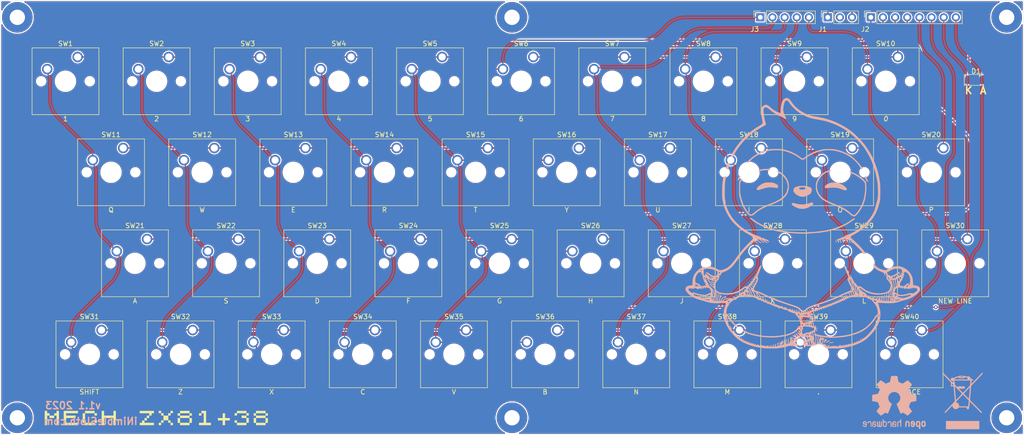
<source format=kicad_pcb>
(kicad_pcb (version 20211014) (generator pcbnew)
  (layers (0 "F.Cu" signal) (31 "B.Cu" signal) (34 "B.Paste" user) (35 "F.Paste" user) (36 "B.SilkS" user "B.Silkscreen") (37 "F.SilkS" user "F.Silkscreen") (38 "B.Mask" user) (39 "F.Mask" user) (44 "Edge.Cuts" user))
  (net 0 "")
  (net 1 "/LED_K")
  (net 2 "/LED_A")
  (net 3 "/KBA11")
  (net 4 "/KBA10")
  (net 5 "/KBA12")
  (net 6 "/KBA9")
  (net 7 "/KBA13")
  (net 8 "/KBA8")
  (net 9 "/KBA14")
  (net 10 "/KBA15")
  (net 11 "/KBD4")
  (net 12 "/KBD3")
  (net 13 "/KBD2")
  (net 14 "/KBD1")
  (net 15 "/KBD0")
  (footprint "Button_Switch_Keyboard:SW_Cherry_MX_1.00u_PCB" (layer "F.Cu") (at 124.38 95.85)
    (fp_text reference "SW35")
    (fp_text value "V")
  )
  (footprint "Connector_PinSocket_2.54mm:PinSocket_1x03_P2.54mm_Vertical" (layer "F.Cu") (at 199.98 30.4 90)
    (fp_text reference "J1")
    (fp_text value "Conn_01x03_Female" hide)
  )
  (footprint "Button_Switch_Keyboard:SW_Cherry_MX_1.00u_PCB" (layer "F.Cu") (at 157.48 38.7)
    (fp_text reference "SW7")
    (fp_text value "7")
  )
  (footprint "Button_Switch_Keyboard:SW_Cherry_MX_1.00u_PCB" (layer "F.Cu") (at 90.805 57.75)
    (fp_text reference "SW13")
    (fp_text value "E")
  )
  (footprint "Button_Switch_Keyboard:SW_Cherry_MX_1.00u_PCB" (layer "F.Cu") (at 86.28 95.85)
    (fp_text reference "SW33")
    (fp_text value "X")
  )
  (footprint "Button_Switch_Keyboard:SW_Cherry_MX_1.00u_PCB" (layer "F.Cu") (at 95.805 76.8)
    (fp_text reference "SW23")
    (fp_text value "D")
  )
  (footprint "Button_Switch_Keyboard:SW_Cherry_MX_1.00u_PCB" (layer "F.Cu") (at 147.955 57.75)
    (fp_text reference "SW16")
    (fp_text value "Y")
  )
  (footprint "Button_Switch_Keyboard:SW_Cherry_MX_1.00u_PCB" (layer "F.Cu") (at 195.58 38.7)
    (fp_text reference "SW9")
    (fp_text value "9")
  )
  (footprint "Button_Switch_Keyboard:SW_Cherry_MX_1.00u_PCB" (layer "F.Cu") (at 224.155 57.75)
    (fp_text reference "SW20")
    (fp_text value "P")
  )
  (footprint "Button_Switch_Keyboard:SW_Cherry_MX_1.00u_PCB" (layer "F.Cu") (at 143.43 95.85)
    (fp_text reference "SW36")
    (fp_text value "B")
  )
  (footprint "Button_Switch_Keyboard:SW_Cherry_MX_1.00u_PCB" (layer "F.Cu") (at 200.58 95.85)
    (fp_text reference "SW39")
    (fp_text value ".")
  )
  (footprint "LOGO" (layer "F.Cu") (at 60.18 114.2)
    (fp_text reference "G***" hide)
    (fp_text value "LOGO" hide)
  )
  (footprint "Button_Switch_Keyboard:SW_Cherry_MX_1.00u_PCB" (layer "F.Cu") (at 138.43 38.7)
    (fp_text reference "SW6")
    (fp_text value "6")
  )
  (footprint "Button_Switch_Keyboard:SW_Cherry_MX_1.00u_PCB" (layer "F.Cu") (at 67.23 95.85)
    (fp_text reference "SW32")
    (fp_text value "Z")
  )
  (footprint "Button_Switch_Keyboard:SW_Cherry_MX_1.00u_PCB" (layer "F.Cu") (at 100.33 38.7)
    (fp_text reference "SW4")
    (fp_text value "4")
  )
  (footprint "Button_Switch_Keyboard:SW_Cherry_MX_1.00u_PCB" (layer "F.Cu") (at 172.005 76.8)
    (fp_text reference "SW27")
    (fp_text value "J")
  )
  (footprint "Button_Switch_Keyboard:SW_Cherry_MX_1.00u_PCB" (layer "F.Cu") (at 181.53 95.85)
    (fp_text reference "SW38")
    (fp_text value "M")
  )
  (footprint "Button_Switch_Keyboard:SW_Cherry_MX_1.00u_PCB" (layer "F.Cu") (at 76.755 76.8)
    (fp_text reference "SW22")
    (fp_text value "S")
  )
  (footprint "MountingHole:MountingHole_3.2mm_M3_Pad_TopBottom" (layer "F.Cu") (at 133.98 114.2)
    (fp_text reference "REF**" hide)
    (fp_text value "MountingHole_3.2mm_M3_Pad_TopBottom" hide)
  )
  (footprint "Button_Switch_Keyboard:SW_Cherry_MX_1.00u_PCB" (layer "F.Cu") (at 191.055 76.8)
    (fp_text reference "SW28")
    (fp_text value "K")
  )
  (footprint "Button_Switch_Keyboard:SW_Cherry_MX_1.00u_PCB" (layer "F.Cu") (at 229.155 76.8)
    (fp_text reference "SW30")
    (fp_text value "NEW LINE")
  )
  (footprint "MountingHole:MountingHole_3.2mm_M3_Pad_TopBottom" (layer "F.Cu") (at 133.98 30.4)
    (fp_text reference "REF**" hide)
    (fp_text value "MountingHole_3.2mm_M3_Pad_TopBottom" hide)
  )
  (footprint "Button_Switch_Keyboard:SW_Cherry_MX_1.00u_PCB" (layer "F.Cu") (at 205.105 57.75)
    (fp_text reference "SW19")
    (fp_text value "O")
  )
  (footprint "Button_Switch_Keyboard:SW_Cherry_MX_1.00u_PCB" (layer "F.Cu") (at 128.905 57.75)
    (fp_text reference "SW15")
    (fp_text value "T")
  )
  (footprint "Button_Switch_Keyboard:SW_Cherry_MX_1.00u_PCB" (layer "F.Cu") (at 133.905 76.8)
    (fp_text reference "SW25")
    (fp_text value "G")
  )
  (footprint "Button_Switch_Keyboard:SW_Cherry_MX_1.00u_PCB" (layer "F.Cu") (at 219.63 95.85)
    (fp_text reference "SW40")
    (fp_text value "SPACE")
  )
  (footprint "MountingHole:MountingHole_3.2mm_M3_Pad_TopBottom" (layer "F.Cu") (at 30.58 114.2)
    (fp_text reference "REF**" hide)
    (fp_text value "MountingHole_3.2mm_M3_Pad_TopBottom" hide)
  )
  (footprint "Connector_PinSocket_2.54mm:PinSocket_1x08_P2.54mm_Vertical" (layer "F.Cu") (at 208.98 30.4 90)
    (fp_text reference "J2")
    (fp_text value "Conn_01x08_Female" hide)
  )
  (footprint "Button_Switch_Keyboard:SW_Cherry_MX_1.00u_PCB" (layer "F.Cu") (at 186.055 57.75)
    (fp_text reference "SW18")
    (fp_text value "I")
  )
  (footprint "MountingHole:MountingHole_3.2mm_M3_Pad_TopBottom" (layer "F.Cu") (at 237.38 114.2)
    (fp_text reference "REF**" hide)
    (fp_text value "MountingHole_3.2mm_M3_Pad_TopBottom" hide)
  )
  (footprint "Button_Switch_Keyboard:SW_Cherry_MX_1.00u_PCB" (layer "F.Cu") (at 214.63 38.7)
    (fp_text reference "SW10")
    (fp_text value "0")
  )
  (footprint "Button_Switch_Keyboard:SW_Cherry_MX_1.00u_PCB" (layer "F.Cu") (at 152.955 76.8)
    (fp_text reference "SW26")
    (fp_text value "H")
  )
  (footprint "MountingHole:MountingHole_3.2mm_M3_Pad_TopBottom" (layer "F.Cu") (at 237.38 30.4)
    (fp_text reference "REF**" hide)
    (fp_text value "MountingHole_3.2mm_M3_Pad_TopBottom" hide)
  )
  (footprint "Button_Switch_Keyboard:SW_Cherry_MX_1.00u_PCB" (layer "F.Cu") (at 57.705 76.8)
    (fp_text reference "SW21")
    (fp_text value "A")
  )
  (footprint "Button_Switch_Keyboard:SW_Cherry_MX_1.00u_PCB" (layer "F.Cu") (at 62.23 38.7)
    (fp_text reference "SW2")
    (fp_text value "2")
  )
  (footprint "MountingHole:MountingHole_3.2mm_M3_Pad_TopBottom" (layer "F.Cu") (at 30.58 30.4)
    (fp_text reference "REF**" hide)
    (fp_text value "MountingHole_3.2mm_M3_Pad_TopBottom" hide)
  )
  (footprint "Button_Switch_Keyboard:SW_Cherry_MX_1.00u_PCB" (layer "F.Cu") (at 105.33 95.85)
    (fp_text reference "SW34")
    (fp_text value "C")
  )
  (footprint "Button_Switch_Keyboard:SW_Cherry_MX_1.00u_PCB" (layer "F.Cu") (at 167.005 57.75)
    (fp_text reference "SW17")
    (fp_text value "U")
  )
  (footprint "Button_Switch_Keyboard:SW_Cherry_MX_1.00u_PCB" (layer "F.Cu") (at 81.28 38.7)
    (fp_text reference "SW3")
    (fp_text value "3")
  )
  (footprint "LED_SMD:LED_1206_3216Metric_Pad1.42x1.75mm_HandSolder" (layer "F.Cu") (at 230.98 43.499)
    (fp_text reference "D1")
    (fp_text value "LED" hide)
  )
  (footprint "Button_Switch_Keyboard:SW_Cherry_MX_1.00u_PCB" (layer "F.Cu") (at 176.53 38.7)
    (fp_text reference "SW8")
    (fp_text value "8")
  )
  (footprint "Button_Switch_Keyboard:SW_Cherry_MX_1.00u_PCB" (layer "F.Cu") (at 114.855 76.8)
    (fp_text reference "SW24")
    (fp_text value "F")
  )
  (footprint "Button_Switch_Keyboard:SW_Cherry_MX_1.00u_PCB" (layer "F.Cu") (at 48.18 95.85)
    (fp_text reference "SW31")
    (fp_text value "SHIFT")
  )
  (footprint "Button_Switch_Keyboard:SW_Cherry_MX_1.00u_PCB" (layer "F.Cu") (at 109.855 57.75)
    (fp_text reference "SW14")
    (fp_text value "R")
  )
  (footprint "Button_Switch_Keyboard:SW_Cherry_MX_1.00u_PCB" (layer "F.Cu") (at 119.38 38.7)
    (fp_text reference "SW5")
    (fp_text value "5")
  )
  (footprint "Connector_PinSocket_2.54mm:PinSocket_1x05_P2.54mm_Vertical" (layer "F.Cu") (at 185.88 30.4 90)
    (fp_text reference "J3")
    (fp_text value "Conn_01x05_Female" hide)
  )
  (footprint "Button_Switch_Keyboard:SW_Cherry_MX_1.00u_PCB" (layer "F.Cu") (at 162.48 95.85)
    (fp_text reference "SW37")
    (fp_text value "N")
  )
  (footprint "Button_Switch_Keyboard:SW_Cherry_MX_1.00u_PCB" (layer "F.Cu") (at 71.755 57.75)
    (fp_text reference "SW12")
    (fp_text value "W")
  )
  (footprint "Button_Switch_Keyboard:SW_Cherry_MX_1.00u_PCB" (layer "F.Cu") (at 52.705 57.75)
    (fp_text reference "SW11")
    (fp_text value "Q")
  )
  (footprint "Button_Switch_Keyboard:SW_Cherry_MX_1.00u_PCB" (layer "F.Cu") (at 43.18 38.7)
    (fp_text reference "SW1")
    (fp_text value "1")
  )
  (footprint "Button_Switch_Keyboard:SW_Cherry_MX_1.00u_PCB" (layer "F.Cu") (at 210.105 76.8)
    (fp_text reference "SW29")
    (fp_text value "L")
  )
  (footprint "LOGO" (layer "B.Cu") (at 194.747 75.695 180)
    (fp_text reference "G***" hide)
    (fp_text value "LOGO" hide)
  )
  (footprint "Symbol:WEEE-Logo_8.4x12mm_SilkScreen" (layer "B.Cu") (at 228.148 110.62 180)
    (fp_text reference "REF**" hide)
    (fp_text value "WEEE-Logo_8.4x12mm_SilkScreen" hide)
  )
  (footprint "Symbol:OSHW-Logo2_14.6x12mm_SilkScreen" (layer "B.Cu") (at 213.88 111 180)
    (fp_text reference "REF**" hide)
    (fp_text value "OSHW-Logo2_14.6x12mm_SilkScreen" hide)
  )
  (gr_line (start 240.98 26.8) (end 240.98 117.8) (layer "Edge.Cuts") (width 0.05))
  (gr_line locked (start 26.98 26.8) (end 240.98 26.8) (layer "Edge.Cuts") (width 0.05))
  (gr_line locked (start 26.98 117.8) (end 240.98 117.8) (layer "Edge.Cuts") (width 0.05))
  (gr_line locked (start 26.98 26.8) (end 26.98 117.8) (layer "Edge.Cuts") (width 0.05))
  (gr_text "iNimbleSloth.com" (at 45.903 114.938) (layer "B.SilkS") (effects (font (size 1.5 1.5) (thickness 0.3)) (justify mirror)))
  (gr_text "v1.1 2023" (at 42.22 111.636) (layer "B.SilkS") (effects (font (size 1.5 1.5) (thickness 0.3)) (justify mirror)))
  (gr_text "K" (at 229.418 45.723) (layer "F.SilkS") (effects (font (size 1.5 1.5) (thickness 0.3))))
  (gr_text "A" (at 232.466 45.723) (layer "F.SilkS") (effects (font (size 1.5 1.5) (thickness 0.3))))
  (segment (start 229.4925 30.619205) (end 229.4925 43.499) (width 0.25) (layer "F.Cu") (net 1))
  (segment (start 205.288 28.578) (end 205.047 28.819) (width 0.25) (layer "F.Cu") (net 1))
  (segment (start 205.06 28.876384) (end 205.06 30.4) (width 0.25) (layer "F.Cu") (net 1))
  (segment (start 205.90121 28.324) (end 227.197294 28.324) (width 0.25) (layer "F.Cu") (net 1))
  (arc (start 205.288 28.578) (mid 205.569343 28.390012) (end 205.90121 28.324) (width 0.25) (layer "F.Cu") (net 1))
  (arc (start 205.047 28.845) (mid 205.041615 28.832) (end 205.047 28.819) (width 0.25) (layer "F.Cu") (net 1))
  (arc (start 228.82025 28.99625) (mid 228.075631 28.498712) (end 227.197294 28.324) (width 0.25) (layer "F.Cu") (net 1))
  (arc (start 228.82025 28.99625) (mid 229.317787 29.740868) (end 229.4925 30.619205) (width 0.25) (layer "F.Cu") (net 1))
  (arc (start 205.047 28.845) (mid 205.056621 28.859399) (end 205.06 28.876384) (width 0.25) (layer "F.Cu") (net 1))
  (segment (start 199.967 28.565) (end 200.335 28.197) (width 0.25) (layer "F.Cu") (net 2))
  (segment (start 199.98 28.622384) (end 199.98 30.4) (width 0.25) (layer "F.Cu") (net 2))
  (segment (start 226.894834 27.816) (end 201.254815 27.816) (width 0.25) (layer "F.Cu") (net 2))
  (segment (start 230.009733 29.106233) (end 230.873707 29.970207) (width 0.25) (layer "F.Cu") (net 2))
  (segment (start 232.4675 33.817963) (end 232.4675 43.499) (width 0.25) (layer "F.Cu") (net 2))
  (arc (start 232.4675 33.817963) (mid 232.053286 31.735572) (end 230.873707 29.970207) (width 0.25) (layer "F.Cu") (net 2))
  (arc (start 230.009733 29.106233) (mid 228.580605 28.15132) (end 226.894834 27.816) (width 0.25) (layer "F.Cu") (net 2))
  (arc (start 200.335 28.197) (mid 200.757014 27.915018) (end 201.254815 27.816) (width 0.25) (layer "F.Cu") (net 2))
  (arc (start 199.967 28.591) (mid 199.976621 28.605399) (end 199.98 28.622384) (width 0.25) (layer "F.Cu") (net 2))
  (arc (start 199.967 28.591) (mid 199.961615 28.578) (end 199.967 28.565) (width 0.25) (layer "F.Cu") (net 2))
  (segment (start 116.655968 38.7) (end 116.652156 38.7) (width 0.25) (layer "F.Cu") (net 3))
  (segment (start 89.716738 38.7) (end 89.640526 38.7) (width 0.25) (layer "F.Cu") (net 3))
  (segment (start 114.965125 38.7) (end 114.777663 38.7) (width 0.25) (layer "F.Cu") (net 3))
  (segment (start 120.437968 38.7) (end 120.434156 38.7) (width 0.25) (layer "F.Cu") (net 3))
  (segment (start 87.442708 38.7) (end 87.366496 38.7) (width 0.25) (layer "F.Cu") (net 3))
  (segment (start 121.034625 38.7) (end 121.019375 38.7) (width 0.25) (layer "F.Cu") (net 3))
  (segment (start 120.912625 38.7) (end 120.882125 38.7) (width 0.25) (layer "F.Cu") (net 3))
  (segment (start 113.441424 38.7) (end 113.288924 38.7) (width 0.25) (layer "F.Cu") (net 3))
  (segment (start 116.9705 38.7) (end 116.9095 38.7) (width 0.25) (layer "F.Cu") (net 3))
  (segment (start 103.786296 38.7) (end 103.669457 38.7) (width 0.25) (layer "F.Cu") (net 3))
  (segment (start 116.490125 38.7) (end 116.413875 38.7) (width 0.25) (layer "F.Cu") (net 3))
  (segment (start 106.655216 38.7) (end 106.464756 38.7) (width 0.25) (layer "F.Cu") (net 3))
  (segment (start 109.965882 38.7) (end 109.916257 38.7) (width 0.25) (layer "F.Cu") (net 3))
  (segment (start 92.8291 38.7) (end 92.517154 38.7) (width 0.25) (layer "F.Cu") (net 3))
  (segment (start 116.40625 38.7) (end 116.34525 38.7) (width 0.25) (layer "F.Cu") (net 3))
  (segment (start 109.440063 38.7) (end 109.49128 38.7) (width 0.25) (layer "F.Cu") (net 3))
  (segment (start 89.973299 38.7) (end 89.952472 38.7) (width 0.25) (layer "F.Cu") (net 3))
  (segment (start 87.13786 38.7) (end 87.061648 38.7) (width 0.25) (layer "F.Cu") (net 3))
  (segment (start 73.058168 38.7) (end 72.940301 38.7) (width 0.25) (layer "F.Cu") (net 3))
  (segment (start 121.1795 38.7) (end 121.1185 38.7) (width 0.25) (layer "F.Cu") (net 3))
  (segment (start 81.773066 38.7) (end 80.786934 38.7) (width 0.25) (layer "F.Cu") (net 3))
  (segment (start 88.309432 38.7) (end 88.23322 38.7) (width 0.25) (layer "F.Cu") (net 3))
  (segment (start 72.366469 38.7) (end 72.368243 38.7) (width 0.25) (layer "F.Cu") (net 3))
  (segment (start 63.264652 38.7) (end 63.401572 38.7) (width 0.25) (layer "F.Cu") (net 3))
  (segment (start 74.098144 38.7) (end 74.021932 38.7) (width 0.25) (layer "F.Cu") (net 3))
  (segment (start 116.705531 38.7) (end 116.686468 38.7) (width 0.25) (layer "F.Cu") (net 3))
  (segment (start 86.838428 38.7) (end 86.672929 38.7) (width 0.25) (layer "F.Cu") (net 3))
  (segment (start 43.262749 38.7) (end 43.18 38.7) (width 0.25) (layer "F.Cu") (net 3))
  (segment (start 101.500262 38.7) (end 100.798665 38.7) (width 0.25) (layer "F.Cu") (net 3))
  (segment (start 114.369076 38.7) (end 114.422451 38.7) (width 0.25) (layer "F.Cu") (net 3))
  (segment (start 90.057076 38.7) (end 90.069474 38.7) (width 0.25) (layer "F.Cu") (net 3))
  (segment (start 96.655762 38.7) (end 96.698188 38.7) (width 0.25) (layer "F.Cu") (net 3))
  (segment (start 56.00126 38.7) (end 54.283782 38.7) (width 0.25) (layer "F.Cu") (net 3))
  (segment (start 108.883112 38.7) (end 108.825488 38.7) (width 0.25) (layer "F.Cu") (net 3))
  (segment (start 83.994022 38.7) (end 83.74101 38.7) (width 0.25) (layer "F.Cu") (net 3))
  (segment (start 91.262272 38.7) (end 91.184286 38.7) (width 0.25) (layer "F.Cu") (net 3))
  (segment (start 109.916257 38.7) (end 109.850635 38.7) (width 0.25) (layer "F.Cu") (net 3))
  (segment (start 74.174356 38.7) (end 74.098144 38.7) (width 0.25) (layer "F.Cu") (net 3))
  (segment (start 103.434984 38.7) (end 102.849198 38.7) (width 0.25) (layer "F.Cu") (net 3))
  (segment (start 99.910273 38.7) (end 99.501942 38.7) (width 0.25) (layer "F.Cu") (net 3))
  (segment (start 80.032215 38.7) (end 79.307734 38.7) (width 0.25) (layer "F.Cu") (net 3))
  (segment (start 117.771125 38.7) (end 117.799718 38.7) (width 0.25) (layer "F.Cu") (net 3))
  (segment (start 91.6367 38.7) (end 91.602143 38.7) (width 0.25) (layer "F.Cu") (net 3))
  (segment (start 93.148144 38.7) (end 93.071932 38.7) (width 0.25) (layer "F.Cu") (net 3))
  (segment (start 119.097875 38.7) (end 119.082625 38.7) (width 0.25) (layer "F.Cu") (net 3))
  (segment (start 71.019474 38.7) (end 71.007076 38.7) (width 0.25) (layer "F.Cu") (net 3))
  (segment (start 76.47762 38.7) (end 76.05257 38.7) (width 0.25) (layer "F.Cu") (net 3))
  (segment (start 116.490125 38.7) (end 116.520625 38.7) (width 0.25) (layer "F.Cu") (net 3))
  (segment (start 83.252264 38.7) (end 83.487998 38.7) (width 0.25) (layer "F.Cu") (net 3))
  (segment (start 69.335644 38.7) (end 69.259432 38.7) (width 0.25) (layer "F.Cu") (net 3))
  (segment (start 69.488068 38.7) (end 69.411856 38.7) (width 0.25) (layer "F.Cu") (net 3))
  (segment (start 109.850635 38.7) (end 109.785013 38.7) (width 0.25) (layer "F.Cu") (net 3))
  (segment (start 115.664718 38.7) (end 115.630406 38.7) (width 0.25) (layer "F.Cu") (net 3))
  (segment (start 121.1795 38.7) (end 121.200469 38.7) (width 0.25) (layer "F.Cu") (net 3))
  (segment (start 109.344017 38.7) (end 109.318387 38.7) (width 0.25) (layer "F.Cu") (net 3))
  (segment (start 109.785013 38.7) (end 109.619344 38.7) (width 0.25) (layer "F.Cu") (net 3))
  (segment (start 97.12723 38.7) (end 96.891496 38.7) (width 0.25) (layer "F.Cu") (net 3))
  (segment (start 46.820989 38.7) (end 46.463839 38.7) (width 0.25) (layer "F.Cu") (net 3))
  (segment (start 119.63925 38.7) (end 119.6545 38.7) (width 0.25) (layer "F.Cu") (net 3))
  (segment (start 71.907424 38.7) (end 72.003132 38.7) (width 0.25) (layer "F.Cu") (net 3))
  (segment (start 121.044156 38.7) (end 121.040344 38.7) (width 0.25) (layer "F.Cu") (net 3))
  (segment (start 117.19925 38.7) (end 117.16875 38.7) (width 0.25) (layer "F.Cu") (net 3))
  (segment (start 76.633592 38.7) (end 76.47762 38.7) (width 0.25) (layer "F.Cu") (net 3))
  (segment (start 90.049978 38.7) (end 90.04288 38.7) (width 0.25) (layer "F.Cu") (net 3))
  (segment (start 117.3975 38.7) (end 117.2755 38.7) (width 0.25) (layer "F.Cu") (net 3))
  (segment (start 46.13284 38.7) (end 45.827992 38.7) (width 0.25) (layer "F.Cu") (net 3))
  (segment (start 82.29637 38.7) (end 82.034718 38.7) (width 0.25) (layer "F.Cu") (net 3))
  (segment (start 72.490525 38.7) (end 72.502924 38.7) (width 0.25) (layer "F.Cu") (net 3))
  (segment (start 84.718504 38.7) (end 84.811224 38.7) (width 0.25) (layer "F.Cu") (net 3))
  (segment (start 76.789564 38.7) (end 76.633592 38.7) (width 0.25) (layer "F.Cu") (net 3))
  (segment (start 94.395928 38.7) (end 94.319716 38.7) (width 0.25) (layer "F.Cu") (net 3))
  (segment (start 67.915822 38.7) (end 67.788428 38.7) (width 0.25) (layer "F.Cu") (net 3))
  (segment (start 105.893376 38.7) (end 105.778128 38.7) (width 0.25) (layer "F.Cu") (net 3))
  (segment (start 120.943125 38.7) (end 120.927875 38.7) (width 0.25) (layer "F.Cu") (net 3))
  (segment (start 64.025464 38.7) (end 63.713518 38.7) (width 0.25) (layer "F.Cu") (net 3))
  (segment (start 73.7791 38.7) (end 73.467154 38.7) (width 0.25) (layer "F.Cu") (net 3))
  (segment (start 79.307734 38.7) (end 79.072 38.7) (width 0.25) (layer "F.Cu") (net 3))
  (segment (start 77.310323 38.7) (end 77.124883 38.7) (width 0.25) (layer "F.Cu") (net 3))
  (segment (start 121.253843 38.7) (end 121.25003 38.7) (width 0.25) (layer "F.Cu") (net 3))
  (segment (start 72.538414 38.7) (end 72.531316 38.7) (width 0.25) (layer "F.Cu") (net 3))
  (segment (start 97.893434 38.7) (end 97.868988 38.7) (width 0.25) (layer "F.Cu") (net 3))
  (segment (start 89.501831 38.7) (end 89.404792 38.7) (width 0.25) (layer "F.Cu") (net 3))
  (segment (start 121.097531 38.7) (end 121.078468 38.7) (width 0.25) (layer "F.Cu") (net 3))
  (segment (start 110.128305 38.7) (end 110.096311 38.7) (width 0.25) (layer "F.Cu") (net 3))
  (segment (start 121.330093 38.7) (end 121.32628 38.7) (width 0.25) (layer "F.Cu") (net 3))
  (segment (start 119.187468 38.7) (end 119.227499 38.7) (width 0.25) (layer "F.Cu") (net 3))
  (segment (start 75.498352 38.7) (end 75.42214 38.7) (width 0.25) (layer "F.Cu") (net 3))
  (segment (start 121.047968 38.7) (end 121.044156 38.7) (width 0.25) (layer "F.Cu") (net 3))
  (segment (start 90.191754 38.7) (end 90.193528 38.7) (width 0.25) (layer "F.Cu") (net 3))
  (segment (start 111.65702 38.7) (end 111.831318 38.7) (width 0.25) (layer "F.Cu") (net 3))
  (segment (start 120.317875 38.7) (end 120.287375 38.7) (width 0.25) (layer "F.Cu") (net 3))
  (segment (start 115.620875 38.7) (end 115.605625 38.7) (width 0.25) (layer "F.Cu") (net 3))
  (segment (start 109.369647 38.7) (end 109.344017 38.7) (width 0.25) (layer "F.Cu") (net 3))
  (segment (start 115.372737 38.7) (end 115.265338 38.7) (width 0.25) (layer "F.Cu") (net 3))
  (segment (start 90.425714 38.7) (end 90.443436 38.7) (width 0.25) (layer "F.Cu") (net 3))
  (segment (start 80.786934 38.7) (end 80.525282 38.7) (width 0.25) (layer "F.Cu") (net 3))
  (segment (start 101.951466 38.7) (end 101.911304 38.7) (width 0.25) (layer "F.Cu") (net 3))
  (segment (start 76.789564 38.7) (end 77.124883 38.7) (width 0.25) (layer "F.Cu") (net 3))
  (segment (start 90.957424 38.7) (end 90.652576 38.7) (width 0.25) (layer "F.Cu") (net 3))
  (segment (start 121.238593 38.7) (end 121.25003 38.7) (width 0.25) (layer "F.Cu") (net 3))
  (segment (start 115.689499 38.7) (end 115.664718 38.7) (width 0.25) (layer "F.Cu") (net 3))
  (segment (start 101.911304 38.7) (end 101.871142 38.7) (width 0.25) (layer "F.Cu") (net 3))
  (segment (start 68.08786 38.7) (end 68.011648 38.7) (width 0.25) (layer "F.Cu") (net 3))
  (segment (start 112.748947 38.7) (end 112.752576 38.7) (width 0.25) (layer "F.Cu") (net 3))
  (segment (start 72.531316 38.7) (end 72.524218 38.7) (width 0.25) (layer "F.Cu") (net 3))
  (segment (start 72.116563 38.7) (end 72.003132 38.7) (width 0.25) (layer "F.Cu") (net 3))
  (segment (start 89.404792 38.7) (end 89.092846 38.7) (width 0.25) (layer "F.Cu") (net 3))
  (segment (start 118.047531 38.7) (end 117.944593 38.7) (width 0.25) (layer "F.Cu") (net 3))
  (segment (start 60.257734 38.7) (end 60.628614 38.7) (width 0.25) (layer "F.Cu") (net 3))
  (segment (start 112.792 38.7) (end 112.752576 38.7) (width 0.25) (layer "F.Cu") (net 3))
  (segment (start 118.760468 38.7) (end 118.657531 38.7) (width 0.25) (layer "F.Cu") (net 3))
  (segment (start 119.372374 38.7) (end 119.227499 38.7) (width 0.25) (layer "F.Cu") (net 3))
  (segment (start 115.773374 38.7) (end 115.689499 38.7) (width 0.25) (layer "F.Cu") (net 3))
  (segment (start 88.385644 38.7) (end 88.309432 38.7) (width 0.25) (layer "F.Cu") (net 3))
  (segment (start 94.93707 38.7) (end 94.77157 38.7) (width 0.25) (layer "F.Cu") (net 3))
  (segment (start 82.527784 38.7) (end 82.29637 38.7) (width 0.25) (layer "F.Cu") (net 3))
  (segment (start 90.556867 38.7) (end 90.652576 38.7) (width 0.25) (layer "F.Cu") (net 3))
  (segment (start 120.769656 38.7) (end 120.765843 38.7) (width 0.25) (layer "F.Cu") (net 3))
  (segment (start 110.000329 38.7) (end 109.999511 38.7) (width 0.25) (layer "F.Cu") (net 3))
  (segment (start 66.385115 38.7) (end 66.720433 38.7) (width 0.25) (layer "F.Cu") (net 3))
  (segment (start 93.300568 38.7) (end 93.224356 38.7) (width 0.25) (layer "F.Cu") (net 3))
  (segment (start 96.360323 38.7) (end 96.174883 38.7) (width 0.25) (layer "F.Cu") (net 3))
  (segment (start 115.925874 38.7) (end 115.872499 38.7) (width 0.25) (layer "F.Cu") (net 3))
  (segment (start 96.798776 38.7) (end 96.891496 38.7) (width 0.25) (layer "F.Cu") (net 3))
  (segment (start 80.525282 38.7) (end 80.26363 38.7) (width 0.25) (layer "F.Cu") (net 3))
  (segment (start 106.435944 38.7) (end 106.303108 38.7) (width 0.25) (layer "F.Cu") (net 3))
  (segment (start 78.818988 38.7) (end 78.565976 38.7) (width 0.25) (layer "F.Cu") (net 3))
  (segment (start 120.195875 38.7) (end 120.180625 38.7) (width 0.25) (layer "F.Cu") (net 3))
  (segment (start 116.413875 38.7) (end 116.40625 38.7) (width 0.25) (layer "F.Cu") (net 3))
  (segment (start 120.988875 38.7) (end 120.973625 38.7) (width 0.25) (layer "F.Cu") (net 3))
  (segment (start 120.159656 38.7) (end 120.155843 38.7) (width 0.25) (layer "F.Cu") (net 3))
  (segment (start 113.7985 38.7) (end 113.593924 38.7) (width 0.25) (layer "F.Cu") (net 3))
  (segment (start 109.395277 38.7) (end 109.369647 38.7) (width 0.25) (layer "F.Cu") (net 3))
  (segment (start 70.569698 38.7) (end 70.451831 38.7) (width 0.25) (layer "F.Cu") (net 3))
  (segment (start 112.637957 38.7) (end 112.702265 38.7) (width 0.25) (layer "F.Cu") (net 3))
  (segment (start 87.05511 38.7) (end 86.965822 38.7) (width 0.25) (layer "F.Cu") (net 3))
  (segment (start 121.238593 38.7) (end 121.219531 38.7) (width 0.25) (layer "F.Cu") (net 3))
  (segment (start 46.820989 38.7) (end 47.151988 38.7) (width 0.25) (layer "F.Cu") (net 3))
  (segment (start 92.108168 38.7) (end 92.205208 38.7) (width 0.25) (layer "F.Cu") (net 3))
  (segment (start 121.004125 38.7) (end 120.988875 38.7) (width 0.25) (layer "F.Cu") (net 3))
  (segment (start 65.668504 38.7) (end 65.43277 38.7) (width 0.25) (layer "F.Cu") (net 3))
  (segment (start 46.463839 38.7) (end 46.437688 38.7) (width 0.25) (layer "F.Cu") (net 3))
  (segment (start 66.039382 38.7) (end 65.904237 38.7) (width 0.25) (layer "F.Cu") (net 3))
  (segment (start 72.134286 38.7) (end 72.116563 38.7) (width 0.25) (layer "F.Cu") (net 3))
  (segment (start 119.052125 38.7) (end 119.036875 38.7) (width 0.25) (layer "F.Cu") (net 3))
  (segment (start 121.059405 38.7) (end 121.047968 38.7) (width 0.25) (layer "F.Cu") (net 3))
  (segment (start 103.903135 38.7) (end 103.786296 38.7) (width 0.25) (layer "F.Cu") (net 3))
  (segment (start 104.958664 38.7) (end 104.843416 38.7) (width 0.25) (layer "F.Cu") (net 3))
  (segment (start 120.180625 38.7) (end 120.165375 38.7) (width 0.25) (layer "F.Cu") (net 3))
  (segment (start 105.606051 38.7) (end 105.60446 38.7) (width 0.25) (layer "F.Cu") (net 3))
  (segment (start 108.825488 38.7) (end 108.767864 38.7) (width 0.25) (layer "F.Cu") (net 3))
  (segment (start 109.177574 38.7) (end 109.126358 38.7) (width 0.25) (layer "F.Cu") (net 3))
  (segment (start 72.458629 38.7) (end 72.439132 38.7) (width 0.25) (layer "F.Cu") (net 3))
  (segment (start 61.132095 38.7) (end 60.805416 38.7) (width 0.25) (layer "F.Cu") (net 3))
  (segment (start 116.648344 38.7) (end 116.642625 38.7) (width 0.25) (layer "F.Cu") (net 3))
  (segment (start 119.5325 38.7) (end 119.4105 38.7) (width 0.25) (layer "F.Cu") (net 3))
  (segment (start 106.199084 38.7) (end 106.123872 38.7) (width 0.25) (layer "F.Cu") (net 3))
  (segment (start 48.833694 38.7) (end 48.527726 38.7) (width 0.25) (layer "F.Cu") (net 3))
  (segment (start 68.00511 38.7) (end 67.915822 38.7) (width 0.25) (layer "F.Cu") (net 3))
  (segment (start 85.224527 38.7) (end 85.089382 38.7) (width 0.25) (layer "F.Cu") (net 3))
  (segment (start 78.443789 38.7) (end 78.565976 38.7) (width 0.25) (layer "F.Cu") (net 3))
  (segment (start 61.844387 38.7) (end 62.678866 38.7) (width 0.25) (layer "F.Cu") (net 3))
  (segment (start 120.159656 38.7) (end 120.165375 38.7) (width 0.25) (layer "F.Cu") (net 3))
  (segment (start 110.40361 38.7) (end 110.506043 38.7) (width 0.25) (layer "F.Cu") (net 3))
  (segment (start 71.141754 38.7) (end 71.143528 38.7) (width 0.25) (layer "F.Cu") (net 3))
  (segment (start 117.580499 38.7) (end 117.435624 38.7) (width 0.25) (layer "F.Cu") (net 3))
  (segment (start 109.619344 38.7) (end 109.555312 38.7) (width 0.25) (layer "F.Cu") (net 3))
  (segment (start 84.116209 38.7) (end 83.994022 38.7) (width 0.25) (layer "F.Cu") (net 3))
  (segment (start 72.212272 38.7) (end 72.134286 38.7) (width 0.25) (layer "F.Cu") (net 3))
  (segment (start 119.7765 38.7) (end 119.7155 38.7) (width 0.25) (layer "F.Cu") (net 3))
  (segment (start 120.437968 38.7) (end 120.477999 38.7) (width 0.25) (layer "F.Cu") (net 3))
  (segment (start 49.190283 38.7) (end 49.139662 38.7) (width 0.25) (layer "F.Cu") (net 3))
  (segment (start 89.869162 38.7) (end 89.87626 38.7) (width 0.25) (layer "F.Cu") (net 3))
  (segment (start 116.535875 38.7) (end 116.520625 38.7) (width 0.25) (layer "F.Cu") (net 3))
  (segment (start 86.672929 38.7) (end 86.50743 38.7) (width 0.25) (layer "F.Cu") (net 3))
  (segment (start 101.83098 38.7) (end 101.500262 38.7) (width 0.25) (layer "F.Cu") (net 3))
  (segment (start 67.45743 38.7) (end 67.032381 38.7) (width 0.25) (layer "F.Cu") (net 3))
  (segment (start 115.590375 38.7) (end 115.575125 38.7) (width 0.25) (layer "F.Cu") (net 3))
  (segment (start 114.6525 38.7) (end 114.670913 38.7) (width 0.25) (layer "F.Cu") (net 3))
  (segment (start 77.605762 38.7) (end 77.470616 38.7) (width 0.25) (layer "F.Cu") (net 3))
  (segment (start 106.464756 38.7) (end 106.435944 38.7) (width 0.25) (layer "F.Cu") (net 3))
  (segment (start 59.086162 38.7) (end 57.543711 38.7) (width 0.25) (layer "F.Cu") (net 3))
  (segment (start 106.056239 38.7) (end 106.008624 38.7) (width 0.25) (layer "F.Cu") (net 3))
  (segment (start 117.2755 38.7) (end 117.22975 38.7) (width 0.25) (layer "F.Cu") (net 3))
  (segment (start 119.60875 38.7) (end 119.57825 38.7) (width 0.25) (layer "F.Cu") (net 3))
  (segment (start 116.002124 38.7) (end 115.979249 38.7) (width 0.25) (layer "F.Cu") (net 3))
  (segment (start 65.904237 38.7) (end 65.861812 38.7) (width 0.25) (layer "F.Cu") (net 3))
  (segment (start 75.193504 38.7) (end 75.117292 38.7) (width 0.25) (layer "F.Cu") (net 3))
  (segment (start 91.540525 38.7) (end 91.508629 38.7) (width 0.25) (layer "F.Cu") (net 3))
  (segment (start 114.101269 38.7) (end 114.012 38.7) (width 0.25) (layer "F.Cu") (net 3))
  (segment (start 110.198744 38.7) (end 110.14112 38.7) (width 0.25) (layer "F.Cu") (net 3))
  (segment (start 85.435115 38.7) (end 85.249675 38.7) (width 0.25) (layer "F.Cu") (net 3))
  (segment (start 87.366496 38.7) (end 87.290284 38.7) (width 0.25) (layer "F.Cu") (net 3))
  (segment (start 85.770433 38.7) (end 85.435115 38.7) (width 0.25) (layer "F.Cu") (net 3))
  (segment (start 100.798665 38.7) (end 99.910273 38.7) (width 0.25) (layer "F.Cu") (net 3))
  (segment (start 72.51712 38.7) (end 72.510022 38.7) (width 0.25) (layer "F.Cu") (net 3))
  (segment (start 114.136231 38.7) (end 114.101269 38.7) (width 0.25) (layer "F.Cu") (net 3))
  (segment (start 48.527726 38.7) (end 48.171136 38.7) (width 0.25) (layer "F.Cu") (net 3))
  (segment (start 116.9095 38.7) (end 116.8485 38.7) (width 0.25) (layer "F.Cu") (net 3))
  (segment (start 71.393436 38.7) (end 71.375714 38.7) (width 0.25) (layer "F.Cu") (net 3))
  (segment (start 94.319716 38.7) (end 94.243504 38.7) (width 0.25) (layer "F.Cu") (net 3))
  (segment (start 88.7809 38.7) (end 88.61428 38.7) (width 0.25) (layer "F.Cu") (net 3))
  (segment (start 91.81705 38.7) (end 91.740838 38.7) (width 0.25) (layer "F.Cu") (net 3))
  (segment (start 108.588628 38.7) (end 108.531004 38.7) (width 0.25) (layer "F.Cu") (net 3))
  (segment (start 117.0925 38.7) (end 117.0315 38.7) (width 0.25) (layer "F.Cu") (net 3))
  (segment (start 72.843262 38.7) (end 72.76705 38.7) (width 0.25) (layer "F.Cu") (net 3))
  (segment (start 90.556867 38.7) (end 90.443436 38.7) (width 0.25) (layer "F.Cu") (net 3))
  (segment (start 107.844376 38.7) (end 107.815564 38.7) (width 0.25) (layer "F.Cu") (net 3))
  (segment (start 68.316496 38.7) (end 68.240284 38.7) (width 0.25) (layer "F.Cu") (net 3))
  (segment (start 120.561874 38.7) (end 120.477999 38.7) (width 0.25) (layer "F.Cu") (net 3))
  (segment (start 70.354792 38.7) (end 70.042846 38.7) (width 0.25) (layer "F.Cu") (net 3))
  (segment (start 77.748776 38.7) (end 77.841496 38.7) (width 0.25) (layer "F.Cu") (net 3))
  (segment (start 91.489132 38.7) (end 91.508629 38.7) (width 0.25) (layer "F.Cu") (net 3))
  (segment (start 115.546531 38.7) (end 115.504593 38.7) (width 0.25) (layer "F.Cu") (net 3))
  (segment (start 121.019375 38.7) (end 121.004125 38.7) (width 0.25) (layer "F.Cu") (net 3))
  (segment (start 68.392708 38.7) (end 68.316496 38.7) (width 0.25) (layer "F.Cu") (net 3))
  (segment (start 115.559875 38.7) (end 115.546531 38.7) (width 0.25) (layer "F.Cu") (net 3))
  (segment (start 87.05511 38.7) (end 87.061648 38.7) (width 0.25) (layer "F.Cu") (net 3))
  (segment (start 107.815564 38.7) (end 107.653916 38.7) (width 0.25) (layer "F.Cu") (net 3))
  (segment (start 115.819124 38.7) (end 115.773374 38.7) (width 0.25) (layer "F.Cu") (net 3))
  (segment (start 70.354792 38.7) (end 70.451831 38.7) (width 0.25) (layer "F.Cu") (net 3))
  (segment (start 89.619698 38.7) (end 89.501831 38.7) (width 0.25) (layer "F.Cu") (net 3))
  (segment (start 91.990301 38.7) (end 91.969474 38.7) (width 0.25) (layer "F.Cu") (net 3))
  (segment (start 68.164072 38.7) (end 68.08786 38.7) (width 0.25) (layer "F.Cu") (net 3))
  (segment (start 94.47214 38.7) (end 94.395928 38.7) (width 0.25) (layer "F.Cu") (net 3))
  (segment (start 65.668504 38.7) (end 65.761224 38.7) (width 0.25) (layer "F.Cu") (net 3))
  (segment (start 119.067375 38.7) (end 119.052125 38.7) (width 0.25) (layer "F.Cu") (net 3))
  (segment (start 110.768533 38.7) (end 110.506043 38.7) (width 0.25) (layer "F.Cu") (net 3))
  (segment (start 120.140593 38.7) (end 120.121531 38.7) (width 0.25) (layer "F.Cu") (net 3))
  (segment (start 120.272125 38.7) (end 120.256875 38.7) (width 0.25) (layer "F.Cu") (net 3))
  (segment (start 90.035782 38.7) (end 90.028684 38.7) (width 0.25) (layer "F.Cu") (net 3))
  (segment (start 94.548352 38.7) (end 94.47214 38.7) (width 0.25) (layer "F.Cu") (net 3))
  (segment (start 65.861812 38.7) (end 65.811518 38.7) (width 0.25) (layer "F.Cu") (net 3))
  (segment (start 106.845676 38.7) (end 106.9497 38.7) (width 0.25) (layer "F.Cu") (net 3))
  (segment (start 105.073912 38.7) (end 105.309976 38.7) (width 0.25) (layer "F.Cu") (net 3))
  (segment (start 84.247036 38.7) (end 84.133489 38.7) (width 0.25) (layer "F.Cu") (net 3))
  (segment (start 121.219531 38.7) (end 121.200469 38.7) (width 0.25) (layer "F.Cu") (net 3))
  (segment (start 91.740838 38.7) (end 91.73374 38.7) (width 0.25) (layer "F.Cu") (net 3))
  (segment (start 106.303108 38.7) (end 106.274296 38.7) (width 0.25) (layer "F.Cu") (net 3))
  (segment (start 91.969474 38.7) (end 91.893262 38.7) (width 0.25) (layer "F.Cu") (net 3))
  (segment (start 96.655762 38.7) (end 96.520616 38.7) (width 0.25) (layer "F.Cu") (net 3))
  (segment (start 105.66288 38.7) (end 105.606051 38.7) (width 0.25) (layer "F.Cu") (net 3))
  (segment (start 91.588414 38.7) (end 91.581316 38.7) (width 0.25) (layer "F.Cu") (net 3))
  (segment (start 119.082625 38.7) (end 119.067375 38.7) (width 0.25) (layer "F.Cu") (net 3))
  (segment (start 43.841997 38.7) (end 43.510998 38.7) (width 0.25) (layer "F.Cu") (net 3))
  (segment (start 97.362964 38.7) (end 97.12723 38.7) (width 0.25) (layer "F.Cu") (net 3))
  (segment (start 91.416469 38.7) (end 91.342032 38.7) (width 0.25) (layer "F.Cu") (net 3))
  (segment (start 70.819162 38.7) (end 70.82626 38.7) (width 0.25) (layer "F.Cu") (net 3))
  (segment (start 105.073912 38.7) (end 104.958664 38.7) (width 0.25) (layer "F.Cu") (net 3))
  (segment (start 116.705531 38.7) (end 116.7265 38.7) (width 0.25) (layer "F.Cu") (net 3))
  (segment (start 86.838428 38.7) (end 86.965822 38.7) (width 0.25) (layer "F.Cu") (net 3))
  (segment (start 64.88509 38.7) (end 65.02201 38.7) (width 0.25) (layer "F.Cu") (net 3))
  (segment (start 92.99572 38.7) (end 92.8291 38.7) (width 0.25) (layer "F.Cu") (net 3))
  (segment (start 124.664272 37.319727) (end 125.208206 36.775792) (width 0.25) (layer "F.Cu") (net 3))
  (segment (start 72.439132 38.7) (end 72.368243 38.7) (width 0.25) (layer "F.Cu") (net 3))
  (segment (start 108.940736 38.7) (end 108.883112 38.7) (width 0.25) (layer "F.Cu") (net 3))
  (segment (start 95.839564 38.7) (end 95.683592 38.7) (width 0.25) (layer "F.Cu") (net 3))
  (segment (start 117.0315 38.7) (end 116.9705 38.7) (width 0.25) (layer "F.Cu") (net 3))
  (segment (start 114.496103 38.7) (end 114.459277 38.7) (width 0.25) (layer "F.Cu") (net 3))
  (segment (start 119.036875 38.7) (end 119.008281 38.7) (width 0.25) (layer "F.Cu") (net 3))
  (segment (start 83.74101 38.7) (end 83.487998 38.7) (width 0.25) (layer "F.Cu") (net 3))
  (segment (start 79.072 38.7) (end 78.818988 38.7) (width 0.25) (layer "F.Cu") (net 3))
  (segment (start 91.418243 38.7) (end 91.416469 38.7) (width 0.25) (layer "F.Cu") (net 3))
  (segment (start 117.755875 38.7) (end 117.740625 38.7) (width 0.25) (layer "F.Cu") (net 3))
  (segment (start 110.198744 38.7) (end 110.288362 38.7) (width 0.25) (layer "F.Cu") (net 3))
  (segment (start 112.354212 38.7) (end 112.057556 38.7) (width 0.25) (layer "F.Cu") (net 3))
  (segment (start 110.977997 38.7) (end 110.821559 38.7) (width 0.25) (layer "F.Cu") (net 3))
  (segment (start 96.798776 38.7) (end 96.748482 38.7) (width 0.25) (layer "F.Cu") (net 3))
  (segment (start 90.028684 38.7) (end 90.021586 38.7) (width 0.25) (layer "F.Cu") (net 3))
  (segment (start 74.021932 38.7) (end 73.94572 38.7) (width 0.25) (layer "F.Cu") (net 3))
  (segment (start 98.984429 38.7) (end 98.357734 38.7) (width 0.25) (layer "F.Cu") (net 3))
  (segment (start 105.778128 38.7) (end 105.66288 38.7) (width 0.25) (layer "F.Cu") (net 3))
  (segment (start 119.63925 38.7) (end 119.60875 38.7) (width 0.25) (layer "F.Cu") (net 3))
  (segment (start 103.434984 38.7) (end 103.669457 38.7) (width 0.25) (layer "F.Cu") (net 3))
  (segment (start 66.876407 38.7) (end 66.720433 38.7) (width 0.25) (layer "F.Cu") (net 3))
  (segment (start 72.366469 38.7) (end 72.292032 38.7) (width 0.25) (layer "F.Cu") (net 3))
  (segment (start 52.857423 38.7) (end 51.431064 38.7) (width 0.25) (layer "F.Cu") (net 3))
  (segment (start 121.309125 38.7) (end 121.293875 38.7) (width 0.25) (layer "F.Cu") (net 3))
  (segment (start 116.03453 38.7) (end 116.024999 38.7) (width 0.25) (layer "F.Cu") (net 3))
  (segment (start 106.076257 38.7) (end 106.056239 38.7) (width 0.25) (layer "F.Cu") (net 3))
  (segment (start 93.37678 38.7) (end 93.300568 38.7) (width 0.25) (layer "F.Cu") (net 3))
  (segment (start 117.3975 38.7) (end 117.435624 38.7) (width 0.25) (layer "F.Cu") (net 3))
  (segment (start 116.612125 38.7) (end 116.596875 38.7) (width 0.25) (layer "F.Cu") (net 3))
  (segment (start 110.40361 38.7) (end 110.345986 38.7) (width 0.25) (layer "F.Cu") (net 3))
  (segment (start 91.73374 38.7) (end 91.657528 38.7) (width 0.25) (layer "F.Cu") (net 3))
  (segment (start 44.834994 38.7) (end 44.503995 38.7) (width 0.25) (layer "F.Cu") (net 3))
  (segment (start 109.292778 38.7) (end 109.267191 38.7) (width 0.25) (layer "F.Cu") (net 3))
  (segment (start 69.259432 38.7) (end 69.18322 38.7) (width 0.25) (layer "F.Cu") (net 3))
  (segment (start 115.2625 38.7) (end 115.149424 38.7) (width 0.25) (layer "F.Cu") (net 3))
  (segment (start 120.121531 38.7) (end 120.102469 38.7) (width 0.25) (layer "F.Cu") (net 3))
  (segment (start 72.607528 38.7) (end 72.5867 38.7) (width 0.25) (layer "F.Cu") (net 3))
  (segment (start 97.48515 38.7) (end 97.476511 38.7) (width 0.25) (layer "F.Cu") (net 3))
  (segment (start 63.264652 38.7) (end 62.678866 38.7) (width 0.25) (layer "F.Cu") (net 3))
  (segment (start 69.56428 38.7) (end 69.488068 38.7) (width 0.25) (layer "F.Cu") (net 3))
  (segment (start 105.60446 38.7) (end 105.602869 38.7) (width 0.25) (layer "F.Cu") (net 3))
  (segment (start 90.007856 38.7) (end 89.973299 38.7) (width 0.25) (layer "F.Cu") (net 3))
  (segment (start 120.226375 38.7) (end 120.211125 38.7) (width 0.25) (layer "F.Cu") (net 3))
  (segment (start 111.935198 38.7) (end 111.883258 38.7) (width 0.25) (layer "F.Cu") (net 3))
  (segment (start 96.748482 38.7) (end 96.698188 38.7) (width 0.25) (layer "F.Cu") (net 3))
  (segment (start 116.642625 38.7) (end 116.627375 38.7) (width 0.25) (layer "F.Cu") (net 3))
  (segment (start 111.134435 38.7) (end 111.256484 38.7) (width 0.25) (layer "F.Cu") (net 3))
  (segment (start 65.098222 38.7) (end 65.197036 38.7) (width 0.25) (layer "F.Cu") (net 3))
  (segment (start 86.50743 38.7) (end 86.082381 38.7) (width 0.25) (layer "F.Cu") (net 3))
  (segment (start 116.129844 38.7) (end 116.1165 38.7) (width 0.25) (layer "F.Cu") (net 3))
  (segment (start 71.007076 38.7) (end 70.999978 38.7) (width 0.25) (layer "F.Cu") (net 3))
  (segment (start 78.312964 38.7) (end 78.426511 38.7) (width 0.25) (layer "F.Cu") (net 3))
  (segment (start 113.136424 38.7) (end 113.023348 38.7) (width 0.25) (layer "F.Cu") (net 3))
  (segment (start 60.805416 38.7) (end 60.746482 38.7) (width 0.25) (layer "F.Cu") (net 3))
  (segment (start 71.070866 38.7) (end 71.051369 38.7) (width 0.25) (layer "F.Cu") (net 3))
  (segment (start 84.954237 38.7) (end 84.911812 38.7) (width 0.25) (layer "F.Cu") (net 3))
  (segment (start 109.267191 38.7) (end 109.22879 38.7) (width 0.25) (layer "F.Cu") (net 3))
  (segment (start 109.22879 38.7) (end 109.177574 38.7) (width 0.25) (layer "F.Cu") (net 3))
  (segment (start 84.718504 38.7) (end 84.48277 38.7) (width 0.25) (layer "F.Cu") (net 3))
  (segment (start 115.971624 38.7) (end 115.933499 38.7) (width 0.25) (layer "F.Cu") (net 3))
  (segment (start 119.7155 38.7) (end 119.6545 38.7) (width 0.25) (layer "F.Cu") (net 3))
  (segment (start 116.7875 38.7) (end 116.7265 38.7) (width 0.25) (layer "F.Cu") (net 3))
  (segment (start 116.686468 38.7) (end 116.667405 38.7) (width 0.25) (layer "F.Cu") (net 3))
  (segment (start 119.008281 38.7) (end 118.935843 38.7) (width 0.25) (layer "F.Cu") (net 3))
  (segment (start 77.698482 38.7) (end 77.648188 38.7) (width 0.25) (layer "F.Cu") (net 3))
  (segment (start 115.979249 38.7) (end 115.971624 38.7) (width 0.25) (layer "F.Cu") (net 3))
  (segment (start 71.217965 38.7) (end 71.143528 38.7) (width 0.25) (layer "F.Cu") (net 3))
  (segment (start 72.68374 38.7) (end 72.607528 38.7) (width 0.25) (layer "F.Cu") (net 3))
  (segment (start 119.187468 38.7) (end 119.122656 38.7) (width 0.25) (layer "F.Cu") (net 3))
  (segment (start 108.588628 38.7) (end 108.767864 38.7) (width 0.25) (layer "F.Cu") (net 3))
  (segment (start 114.582576 38.7) (end 114.512652 38.7) (width 0.25) (layer "F.Cu") (net 3))
  (segment (start 121.322468 38.7) (end 121.318656 38.7) (width 0.25) (layer "F.Cu") (net 3))
  (segment (start 90.347727 38.7) (end 90.26974 38.7) (width 0.25) (layer "F.Cu") (net 3))
  (segment (start 109.401662 38.7) (end 109.395277 38.7) (width 0.25) (layer "F.Cu") (net 3))
  (segment (start 54.283782 38.7) (end 52.857423 38.7) (width 0.25) (layer "F.Cu") (net 3))
  (segment (start 115.475999 38.7) (end 115.376874 38.7) (width 0.25) (layer "F.Cu") (net 3))
  (segment (start 112.910272 38.7) (end 112.870848 38.7) (width 0.25) (layer "F.Cu") (net 3))
  (segment (start 72.68374 38.7) (end 72.690838 38.7) (width 0.25) (layer "F.Cu") (net 3))
  (segment (start 84.911812 38.7) (end 84.861518 38.7) (width 0.25) (layer "F.Cu") (net 3))
  (segment (start 120.394125 38.7) (end 120.430344 38.7) (width 0.25) (layer "F.Cu") (net 3))
  (segment (start 108.531004 38.7) (end 108.47338 38.7) (width 0.25) (layer "F.Cu") (net 3))
  (segment (start 72.524218 38.7) (end 72.51712 38.7) (width 0.25) (layer "F.Cu") (net 3))
  (segment (start 70.957856 38.7) (end 70.923299 38.7) (width 0.25) (layer "F.Cu") (net 3))
  (segment (start 116.225156 38.7) (end 116.190843 38.7) (width 0.25) (layer "F.Cu") (net 3))
  (segment (start 97.493789 38.7) (end 97.615976 38.7) (width 0.25) (layer "F.Cu") (net 3))
  (segment (start 118.657531 38.7) (end 118.5565 38.7) (width 0.25) (layer "F.Cu") (net 3))
  (segment (start 115.2625 38.7) (end 115.265338 38.7) (width 0.25) (layer "F.Cu") (net 3))
  (segment (start 109.440063 38.7) (end 109.401662 38.7) (width 0.25) (layer "F.Cu") (net 3))
  (segment (start 82.034718 38.7) (end 81.773066 38.7) (width 0.25) (layer "F.Cu") (net 3))
  (segment (start 109.999511 38.7) (end 109.965882 38.7) (width 0.25) (layer "F.Cu") (net 3))
  (segment (start 77.33547 38.7) (end 77.310323 38.7) (width 0.25) (layer "F.Cu") (net 3))
  (segment (start 120.927875 38.7) (end 120.912625 38.7) (width 0.25) (layer "F.Cu") (net 3))
  (segment (start 71.907424 38.7) (end 71.602576 38.7) (width 0.25) (layer "F.Cu") (net 3))
  (segment (start 121.293875 38.7) (end 121.278625 38.7) (width 0.25) (layer "F.Cu") (net 3))
  (segment (start 90.267965 38.7) (end 90.193528 38.7) (width 0.25) (layer "F.Cu") (net 3))
  (segment (start 91.340258 38.7) (end 91.342032 38.7) (width 0.25) (layer "F.Cu") (net 3))
  (segment (start 72.538414 38.7) (end 72.552143 38.7) (width 0.25) (layer "F.Cu") (net 3))
  (segment (start 116.8485 38.7) (end 116.7875 38.7) (width 0.25) (layer "F.Cu") (net 3))
  (segment (start 85.089382 38.7) (end 84.954237 38.7) (width 0.25) (layer "F.Cu") (net 3))
  (segment (start 120.256875 38.7) (end 120.226375 38.7) (width 0.25) (layer "F.Cu") (net 3))
  (segment (start 110.096311 38.7) (end 110.064317 38.7) (width 0.25) (layer "F.Cu") (net 3))
  (segment (start 93.071932 38.7) (end 92.99572 38.7) (width 0.25) (layer "F.Cu") (net 3))
  (segment (start 70.978684 38.7) (end 70.971586 38.7) (width 0.25) (layer "F.Cu") (net 3))
  (segment (start 119.8985 38.7) (end 119.8375 38.7) (width 0.25) (layer "F.Cu") (net 3))
  (segment (start 51.176277 38.7) (end 50.259492 38.7) (width 0.25) (layer "F.Cu") (net 3))
  (segment (start 121.040344 38.7) (end 121.034625 38.7) (width 0.25) (layer "F.Cu") (net 3))
  (segment (start 119.122656 38.7) (end 119.097875 38.7) (width 0.25) (layer "F.Cu") (net 3))
  (segment (start 84.48277 38.7) (end 84.247036 38.7) (width 0.25) (layer "F.Cu") (net 3))
  (segment (start 117.22975 38.7) (end 117.19925 38.7) (width 0.25) (layer "F.Cu") (net 3))
  (segment (start 83.252264 38.7) (end 82.527784 38.7) (width 0.25) (layer "F.Cu") (net 3))
  (segment (start 116.627375 38.7) (end 116.612125 38.7) (width 0.25) (layer "F.Cu") (net 3))
  (segment (start 91.574218 38.7) (end 91.56712 38.7) (width 0.25) (layer "F.Cu") (net 3))
  (segment (start 120.15203 38.7) (end 120.140593 38.7) (width 0.25) (layer "F.Cu") (net 3))
  (segment (start 121.257656 38.7) (end 121.263375 38.7) (width 0.25) (layer "F.Cu") (net 3))
  (segment (start 70.042846 38.7) (end 69.7309 38.7) (width 0.25) (layer "F.Cu") (net 3))
  (segment (start 75.504889 38.7) (end 75.498352 38.7) (width 0.25) (layer "F.Cu") (net 3))
  (segment (start 96.38547 38.7) (end 96.360323 38.7) (width 0.25) (layer "F.Cu") (net 3))
  (segment (start 91.166563 38.7) (end 91.053132 38.7) (width 0.25) (layer "F.Cu") (net 3))
  (segment (start 68.240284 38.7) (end 68.164072 38.7) (width 0.25) (layer "F.Cu") (net 3))
  (segment (start 91.053132 38.7) (end 90.957424 38.7) (width 0.25) (layer "F.Cu") (net 3))
  (segment (start 115.872499 38.7) (end 115.819124 38.7) (width 0.25) (layer "F.Cu") (net 3))
  (segment (start 70.923299 38.7) (end 70.902472 38.7) (width 0.25) (layer "F.Cu") (net 3))
  (segment (start 99.501942 38.7) (end 99.093611 38.7) (width 0.25) (layer "F.Cu") (net 3))
  (segment (start 114.496103 38.7) (end 114.512652 38.7) (width 0.25) (layer "F.Cu") (net 3))
  (segment (start 69.411856 38.7) (end 69.335644 38.7) (width 0.25) (layer "F.Cu") (net 3))
  (segment (start 76.05257 38.7) (end 75.88707 38.7) (width 0.25) (layer "F.Cu") (net 3))
  (segment (start 112.831424 38.7) (end 112.792 38.7) (width 0.25) (layer "F.Cu") (net 3))
  (segment (start 73.7791 38.7) (end 73.94572 38.7) (width 0.25) (layer "F.Cu") (net 3))
  (segment (start 90.267965 38.7) (end 90.26974 38.7) (width 0.25) (layer "F.Cu") (net 3))
  (segment (start 67.788428 38.7) (end 67.622929 38.7) (width 0.25) (layer "F.Cu") (net 3))
  (segment (start 117.725375 38.7) (end 117.710125 38.7) (width 0.25) (layer "F.Cu") (net 3))
  (segment (start 112.547679 38.7) (end 112.457401 38.7) (width 0.25) (layer "F.Cu") (net 3))
  (segment (start 108.47338 38.7) (end 108.415756 38.7) (width 0.25) (layer "F.Cu") (net 3))
  (segment (start 120.561874 38.7) (end 120.638124 38.7) (width 0.25) (layer "F.Cu") (net 3))
  (segment (start 98.984429 38.7) (end 99.093611 38.7) (width 0.25) (layer "F.Cu") (net 3))
  (segment (start 120.0205 38.7) (end 119.9595 38.7) (width 0.25) (layer "F.Cu") (net 3))
  (segment (start 120.0815 38.7) (end 120.0205 38.7) (width 0.25) (layer "F.Cu") (net 3))
  (segment (start 91.6367 38.7) (end 91.657528 38.7) (width 0.25) (layer "F.Cu") (net 3))
  (segment (start 107.873188 38.7) (end 107.844376 38.7) (width 0.25) (layer "F.Cu") (net 3))
  (segment (start 105.426815 38.7) (end 105.309976 38.7) (width 0.25) (layer "F.Cu") (net 3))
  (segment (start 72.290258 38.7) (end 72.292032 38.7) (width 0.25) (layer "F.Cu") (net 3))
  (segment (start 112.985223 38.7) (end 112.948397 38.7) (width 0.25) (layer "F.Cu") (net 3))
  (segment (start 66.199675 38.7) (end 66.174527 38.7) (width 0.25) (layer "F.Cu") (net 3))
  (segment (start 118.2515 38.7) (end 118.150469 38.7) (width 0.25) (layer "F.Cu") (net 3))
  (segment (start 111.65702 38.7) (end 111.256484 38.7) (width 0.25) (layer "F.Cu") (net 3))
  (segment (start 112.985223 38.7) (end 113.023348 38.7) (width 0.25) (layer "F.Cu") (net 3))
  (segment (start 116.596875 38.7) (end 116.581625 38.7) (width 0.25) (layer "F.Cu") (net 3))
  (segment (start 108.940736 38.7) (end 108.942327 38.7) (width 0.25) (layer "F.Cu") (net 3))
  (segment (start 109.003133 38.7) (end 108.942327 38.7) (width 0.25) (layer "F.Cu") (net 3))
  (segment (start 94.243504 38.7) (end 94.167292 38.7) (width 0.25) (layer "F.Cu") (net 3))
  (segment (start 64.88509 38.7) (end 64.573144 38.7) (width 0.25) (layer "F.Cu") (net 3))
  (segment (start 107.873188 38.7) (end 108.180487 38.7) (width 0.25) (layer "F.Cu") (net 3))
  (segment (start 44.834994 38.7) (end 45.523144 38.7) (width 0.25) (layer "F.Cu") (net 3))
  (segment (start 71.506867 38.7) (end 71.602576 38.7) (width 0.25) (layer "F.Cu") (net 3))
  (segment (start 50.004705 38.7) (end 49.597494 38.7) (width 0.25) (layer "F.Cu") (net 3))
  (segment (start 116.1165 38.7) (end 116.086 38.7) (width 0.25) (layer "F.Cu") (net 3))
  (segment (start 66.174527 38.7) (end 66.039382 38.7) (width 0.25) (layer "F.Cu") (net 3))
  (segment (start 121.257656 38.7) (end 121.253843 38.7) (width 0.25) (layer "F.Cu") (net 3))
  (segment (start 106.845676 38.7) (end 106.655216 38.7) (width 0.25) (layer "F.Cu") (net 3))
  (segment (start 107.653916 38.7) (end 107.301808 38.7) (width 0.25) (layer "F.Cu") (net 3))
  (segment (start 114.012 38.7) (end 113.7985 38.7) (width 0.25) (layer "F.Cu") (net 3))
  (segment (start 110.064317 38.7) (end 110.032323 38.7) (width 0.25) (layer "F.Cu") (net 3))
  (segment (start 70.902472 38.7) (end 70.82626 38.7) (width 0.25) (layer "F.Cu") (net 3))
  (segment (start 116.038343 38.7) (end 116.03453 38.7) (width 0.25) (layer "F.Cu") (net 3))
  (segment (start 116.042156 38.7) (end 116.0555 38.7) (width 0.25) (layer "F.Cu") (net 3))
  (segment (start 112.457401 38.7) (end 112.354212 38.7) (width 0.25) (layer "F.Cu") (net 3))
  (segment (start 98.195339 38.7) (end 98.357734 38.7) (width 0.25) (layer "F.Cu") (net 3))
  (segment (start 94.167292 38.7) (end 93.37678 38.7) (width 0.25) (layer "F.Cu") (net 3))
  (segment (start 120.434156 38.7) (end 120.430344 38.7) (width 0.25) (layer "F.Cu") (net 3))
  (segment (start 114.459277 38.7) (end 114.422451 38.7) (width 0.25) (layer "F.Cu") (net 3))
  (segment (start 71.297727 38.7) (end 71.21974 38.7) (width 0.25) (layer "F.Cu") (net 3))
  (segment (start 121.314844 38.7) (end 121.309125 38.7) (width 0.25) (layer "F.Cu") (net 3))
  (segment (start 108.415756 38.7) (end 108.356541 38.7) (width 0.25) (layer "F.Cu") (net 3))
  (segment (start 116.024999 38.7) (end 116.002124 38.7) (width 0.25) (layer "F.Cu") (net 3))
  (segment (start 118.5565 38.7) (end 118.2515 38.7) (width 0.25) (layer "F.Cu") (net 3))
  (segment (start 117.1535 38.7) (end 117.0925 38.7) (width 0.25) (layer "F.Cu") (net 3))
  (segment (start 91.540525 38.7) (end 91.552924 38.7) (width 0.25) (layer "F.Cu") (net 3))
  (segment (start 105.543654 38.7) (end 105.426815 38.7) (width 0.25) (layer "F.Cu") (net 3))
  (segment (start 51.431064 38.7) (end 51.176277 38.7) (width 0.25) (layer "F.Cu") (net 3))
  (segment (start 91.893262 38.7) (end 91.81705 38.7) (width 0.25) (layer "F.Cu") (net 3))
  (segment (start 115.050299 38.7) (end 114.965125 38.7) (width 0.25) (layer "F.Cu") (net 3))
  (segment (start 89.952472 38.7) (end 89.87626 38.7) (width 0.25) (layer "F.Cu") (net 3))
  (segment (start 119.9595 38.7) (end 119.8985 38.7) (width 0.25) (layer "F.Cu") (net 3))
  (segment (start 90.04288 38.7) (end 90.035782 38.7) (width 0.25) (layer "F.Cu") (net 3))
  (segment (start 119.5325 38.7) (end 119.57825 38.7) (width 0.25) (layer "F.Cu") (net 3))
  (segment (start 111.935198 38.7) (end 112.057556 38.7) (width 0.25) (layer "F.Cu") (net 3))
  (segment (start 72.490525 38.7) (end 72.458629 38.7) (width 0.25) (layer "F.Cu") (net 3))
  (segment (start 90.425714 38.7) (end 90.347727 38.7) (width 0.25) (layer "F.Cu") (net 3))
  (segment (start 120.287375 38.7) (end 120.272125 38.7) (width 0.25) (layer "F.Cu") (net 3))
  (segment (start 73.467154 38.7) (end 73.155208 38.7) (width 0.25) (layer "F.Cu") (net 3))
  (segment (start 115.933499 38.7) (end 115.925874 38.7) (width 0.25) (layer "F.Cu") (net 3))
  (segment (start 70.985782 38.7) (end 70.978684 38.7) (width 0.25) (layer "F.Cu") (net 3))
  (segment (start 84.124849 38.7) (end 84.116209 38.7) (width 0.25) (layer "F.Cu") (net 3))
  (segment (start 108.356541 38.7) (end 108.180487 38.7) (width 0.25) (layer "F.Cu") (net 3))
  (segment (start 104.724986 38.7) (end 104.843416 38.7) (width 0.25) (layer "F.Cu") (net 3))
  (segment (start 70.590526 38.7) (end 70.569698 38.7) (width 0.25) (layer "F.Cu") (net 3))
  (segment (start 117.1535 38.7) (end 117.16875 38.7) (width 0.25) (layer "F.Cu") (net 3))
  (segment (start 85.926407 38.7) (end 85.770433 38.7) (width 0.25) (layer "F.Cu") (net 3))
  (segment (start 114.171193 38.7) (end 114.2255 38.7) (width 0.25) (layer "F.Cu") (net 3))
  (segment (start 117.872155 38.7) (end 117.799718 38.7) (width 0.25) (layer "F.Cu") (net 3))
  (segment (start 71.051369 38.7) (end 71.019474 38.7) (width 0.25) (layer "F.Cu") (net 3))
  (segment (start 120.721999 38.7) (end 120.638124 38.7) (width 0.25) (layer "F.Cu") (net 3))
  (segment (start 65.43277 38.7) (end 65.197036 38.7) (width 0.25) (layer "F.Cu") (net 3))
  (segment (start 77.648188 38.7) (end 77.605762 38.7) (width 0.25) (layer "F.Cu") (net 3))
  (segment (start 72.5867 38.7) (end 72.552143 38.7) (width 0.25) (layer "F.Cu") (net 3))
  (segment (start 115.135473 38.7) (end 115.050299 38.7) (width 0.25) (layer "F.Cu") (net 3))
  (segment (start 57.543711 38.7) (end 56.00126 38.7) (width 0.25) (layer "F.Cu") (net 3))
  (segment (start 109.126358 38.7) (end 109.003133 38.7) (width 0.25) (layer "F.Cu") (net 3))
  (segment (start 97.493789 38.7) (end 97.48515 38.7) (width 0.25) (layer "F.Cu") (net 3))
  (segment (start 102.849198 38.7) (end 101.951466 38.7) (width 0.25) (layer "F.Cu") (net 3))
  (segment (start 119.4105 38.7) (end 119.372374 38.7) (width 0.25) (layer "F.Cu") (net 3))
  (segment (start 65.811518 38.7) (end 65.761224 38.7) (width 0.25) (layer "F.Cu") (net 3))
  (segment (start 118.863405 38.7) (end 118.760468 38.7) (width 0.25) (layer "F.Cu") (net 3))
  (segment (start 90.101369 38.7) (end 90.069474 38.7) (width 0.25) (layer "F.Cu") (net 3))
  (segment (start 77.748776 38.7) (end 77.698482 38.7) (width 0.25) (layer "F.Cu") (net 3))
  (segment (start 78.43515 38.7) (end 78.426511 38.7) (width 0.25) (layer "F.Cu") (net 3))
  (segment (start 94.644176 38.7) (end 94.554889 38.7) (width 0.25) (layer "F.Cu") (net 3))
  (segment (start 63.713518 38.7) (end 63.401572 38.7) (width 0.25) (layer "F.Cu") (net 3))
  (segment (start 101.871142 38.7) (end 101.83098 38.7) (width 0.25) (layer "F.Cu") (net 3))
  (segment (start 91.560022 38.7) (end 91.552924 38.7) (width 0.25) (layer "F.Cu") (net 3))
  (segment (start 120.76203 38.7) (end 120.721999 38.7) (width 0.25) (layer "F.Cu") (net 3))
  (segment (start 71.375714 38.7) (end 71.297727 38.7) (width 0.25) (layer "F.Cu") (net 3))
  (segment (start 103.903135 38.7) (end 104.02077 38.7) (width 0.25) (layer "F.Cu") (net 3))
  (segment (start 116.34525 38.7) (end 116.28425 38.7) (width 0.25) (layer "F.Cu") (net 3))
  (segment (start 65.098222 38.7) (end 65.060116 38.7) (width 0.25) (layer "F.Cu") (net 3))
  (segment (start 69.18322 38.7) (end 68.392708 38.7) (width 0.25) (layer "F.Cu") (net 3))
  (segment (start 111.134435 38.7) (end 110.977997 38.7) (width 0.25) (layer "F.Cu") (net 3))
  (segment (start 115.376874 38.7) (end 115.372737 38.7) (width 0.25) (layer "F.Cu") (net 3))
  (segment (start 88.61428 38.7) (end 88.538068 38.7) (width 0.25) (layer "F.Cu") (net 3))
  (segment (start 120.0815 38.7) (end 120.102469 38.7) (width 0.25) (layer "F.Cu") (net 3))
  (segment (start 75.594176 38.7) (end 75.72157 38.7) (width 0.25) (layer "F.Cu") (net 3))
  (segment (start 95.10257 38.7) (end 94.93707 38.7) (width 0.25) (layer "F.Cu") (net 3))
  (segment (start 48.171136 38.7) (end 47.151988 38.7) (width 0.25) (layer "F.Cu") (net 3))
  (segment (start 96.520616 38.7) (end 96.38547 38.7) (width 0.25) (layer "F.Cu") (net 3))
  (segment (start 60.687548 38.7) (end 60.628614 38.7) (width 0.25) (layer "F.Cu") (net 3))
  (segment (start 120.394125 38.7) (end 120.317875 38.7) (width 0.25) (layer "F.Cu") (net 3))
  (segment (start 120.211125 38.7) (end 120.195875 38.7) (width 0.25) (layer "F.Cu") (net 3))
  (segment (start 89.619698 38.7) (end 89.640526 38.7) (width 0.25) (layer "F.Cu") (net 3))
  (segment (start 119.8375 38.7) (end 119.7765 38.7) (width 0.25) (layer "F.Cu") (net 3))
  (segment (start 43.428248 38.7) (end 43.262749 38.7) (width 0.25) (layer "F.Cu") (net 3))
  (segment (start 67.032381 38.7) (end 66.876407 38.7) (width 0.25) (layer "F.Cu") (net 3))
  (segment (start 70.666738 38.7) (end 70.590526 38.7) (width 0.25) (layer "F.Cu") (net 3))
  (segment (start 95.10257 38.7) (end 95.52762 38.7) (width 0.25) (layer "F.Cu") (net 3))
  (segment (start 112.637957 38.7) (end 112.547679 38.7) (width 0.25) (layer "F.Cu") (net 3))
  (segment (start 64.33741 38.7) (end 64.025464 38.7) (width 0.25) (layer "F.Cu") (net 3))
  (segment (start 72.510022 38.7) (end 72.502924 38.7) (width 0.25) (layer "F.Cu") (net 3))
  (segment (start 87.442708 38.7) (end 88.23322 38.7) (width 0.25) (layer "F.Cu") (net 3))
  (segment (start 120.882125 38.7) (end 120.805875 38.7) (width 0.25) (layer "F.Cu") (net 3))
  (segment (start 71.141754 38.7) (end 71.070866 38.7) (width 0.25) (layer "F.Cu") (net 3))
  (segment (start 60.746482 38.7) (end 60.687548 38.7) (width 0.25) (layer "F.Cu") (net 3))
  (segment (start 68.00511 38.7) (end 68.011648 38.7) (width 0.25) (layer "F.Cu") (net 3))
  (segment (start 84.133489 38.7) (end 84.124849 38.7) (width 0.25) (layer "F.Cu") (net 3))
  (segment (start 118.863405 38.7) (end 118.935843 38.7) (width 0.25) (layer "F.Cu") (net 3))
  (segment (start 67.622929 38.7) (end 67.45743 38.7) (width 0.25) (layer "F.Cu") (net 3))
  (segment (start 112.748947 38.7) (end 112.702265 38.7) (width 0.25) (layer "F.Cu") (net 3))
  (segment (start 98.195339 38.7) (end 97.893434 38.7) (width 0.25) (layer "F.Cu") (net 3))
  (segment (start 64.573144 38.7) (end 64.33741 38.7) (width 0.25) (layer "F.Cu") (net 3))
  (segment (start 66.385115 38.7) (end 66.199675 38.7) (width 0.25) (layer "F.Cu") (net 3))
  (segment (start 89.869162 38.7) (end 89.79295 38.7) (width 0.25) (layer "F.Cu") (net 3))
  (segment (start 121.278625 38.7) (end 121.263375 38.7) (width 0.25) (layer "F.Cu") (net 3))
  (segment (start 116.042156 38.7) (end 116.038343 38.7) (width 0.25) (layer "F.Cu") (net 3))
  (segment (start 120.973625 38.7) (end 120.943125 38.7) (width 0.25) (layer "F.Cu") (net 3))
  (segment (start 60.257734 38.7) (end 59.457041 38.7) (width 0.25) (layer "F.Cu") (net 3))
  (segment (start 117.740625 38.7) (end 117.725375 38.7) (width 0.25) (layer "F.Cu") (net 3))
  (segment (start 78.07723 38.7) (end 77.841496 38.7) (width 0.25) (layer "F.Cu") (net 3))
  (segment (start 110.14112 38.7) (end 110.128305 38.7) (width 0.25) (layer "F.Cu") (net 3))
  (segment (start 88.461856 38.7) (end 88.385644 38.7) (width 0.25) (layer "F.Cu") (net 3))
  (segment (start 72.290258 38.7) (end 72.212272 38.7) (width 0.25) (layer "F.Cu") (net 3))
  (segment (start 112.870848 38.7) (end 112.831424 38.7) (width 0.25) (layer "F.Cu") (net 3))
  (segment (start 113.279068 38.7) (end 113.14628 38.7) (width 0.25) (layer "F.Cu") (net 3))
  (segment (start 106.008624 38.7) (end 105.893376 38.7) (width 0.25) (layer "F.Cu") (net 3))
  (segment (start 109.318387 38.7) (end 109.318365 38.7) (width 0.25) (layer "F.Cu") (net 3))
  (segment (start 87.290284 38.7) (end 87.214072 38.7) (width 0.25) (layer "F.Cu") (net 3))
  (segment (start 46.437688 38.7) (end 46.13284 38.7) (width 0.25) (layer "F.Cu") (net 3))
  (segment (start 90.120866 38.7) (end 90.101369 38.7) (width 0.25) (layer "F.Cu") (net 3))
  (segment (start 97.868988 38.7) (end 97.615976 38.7) (width 0.25) (layer "F.Cu") (net 3))
  (segment (start 70.957856 38.7) (end 70.971586 38.7) (width 0.25) (layer "F.Cu") (net 3))
  (segment (start 44.172996 38.7) (end 43.841997 38.7) (width 0.25) (layer "F.Cu") (net 3))
  (segment (start 94.554889 38.7) (end 94.548352 38.7) (width 0.25) (layer "F.Cu") (net 3))
  (segment (start 112.948397 38.7) (end 112.911571 38.7) (width 0.25) (layer "F.Cu") (net 3))
  (segment (start 117.685343 38.7) (end 117.62053 38.7) (width 0.25) (layer "F.Cu") (net 3))
  (segment (start 113.288924 38.7) (end 113.279068 38.7) (width 0.25) (layer "F.Cu") (net 3))
  (segment (start 65.060116 38.7) (end 65.02201 38.7) (width 0.25) (layer "F.Cu") (net 3))
  (segment (start 90.021586 38.7) (end 90.007856 38.7) (width 0.25) (layer "F.Cu") (net 3))
  (segment (start 49.597494 38.7) (end 49.190283 38.7) (width 0.25) (layer "F.Cu") (net 3))
  (segment (start 114.369076 38.7) (end 114.2255 38.7) (width 0.25) (layer "F.Cu") (net 3))
  (segment (start 75.42214 38.7) (end 75.345928 38.7) (width 0.25) (layer "F.Cu") (net 3))
  (segment (start 72.76705 38.7) (end 72.690838 38.7) (width 0.25) (layer "F.Cu") (net 3))
  (segment (start 117.771125 38.7) (end 117.755875 38.7) (width 0.25) (layer "F.Cu") (net 3))
  (segment (start 207.013412 35.182) (end 129.055963 35.182) (width 0.25) (layer "F.Cu") (net 3))
  (segment (start 97.476511 38.7) (end 97.362964 38.7) (width 0.25) (layer "F.Cu") (net 3))
  (segment (start 73.058168 38.7) (end 73.155208 38.7) (width 0.25) (layer "F.Cu") (net 3))
  (segment (start 106.274296 38.7) (end 106.199084 38.7) (width 0.25) (layer "F.Cu") (net 3))
  (segment (start 78.443789 38.7) (end 78.43515 38.7) (width 0.25) (layer "F.Cu") (net 3))
  (segment (start 116.28425 38.7) (end 116.225156 38.7) (width 0.25) (layer "F.Cu") (net 3))
  (segment (start 85.249675 38.7) (end 85.224527 38.7) (width 0.25) (layer "F.Cu") (net 3))
  (segment (start 94.77157 38.7) (end 94.644176 38.7) (width 0.25) (layer "F.Cu") (net 3))
  (segment (start 43.510998 38.7) (end 43.428248 38.7) (width 0.25) (layer "F.Cu") (net 3))
  (segment (start 71.506867 38.7) (end 71.393436 38.7) (width 0.25) (layer "F.Cu") (net 3))
  (segment (start 49.139662 38.7) (end 48.833694 38.7) (width 0.25) (layer "F.Cu") (net 3))
  (segment (start 116.551125 38.7) (end 116.535875 38.7) (width 0.25) (layer "F.Cu") (net 3))
  (segment (start 75.345928 38.7) (end 75.269716 38.7) (width 0.25) (layer "F.Cu") (net 3))
  (segment (start 116.551125 38.7) (end 116.581625 38.7) (width 0.25) (layer "F.Cu") (net 3))
  (segment (start 116.667405 38.7) (end 116.655968 38.7) (width 0.25) (layer "F.Cu") (net 3))
  (segment (start 113.14628 38.7) (end 113.136424 38.7) (width 0.25) (layer "F.Cu") (net 3))
  (segment (start 91.602143 38.7) (end 91.588414 38.7) (width 0.25) (layer "F.Cu") (net 3))
  (segment (start 114.6525 38.7) (end 114.582576 38.7) (width 0.25) (layer "F.Cu") (net 3))
  (segment (start 115.149424 38.7) (end 115.135473 38.7) (width 0.25) (layer "F.Cu") (net 3))
  (segment (start 120.805875 38.7) (end 120.769656 38.7) (width 0.25) (layer "F.Cu") (net 3))
  (segment (start 88.538068 38.7) (end 88.461856 38.7) (width 0.25) (layer "F.Cu") (net 3))
  (segment (start 70.99288 38.7) (end 70.985782 38.7) (width 0.25) (layer "F.Cu") (net 3))
  (segment (start 121.318656 38.7) (end 121.314844 38.7) (width 0.25) (layer "F.Cu") (net 3))
  (segment (start 86.082381 38.7) (end 85.926407 38.7) (width 0.25) (layer "F.Cu") (net 3))
  (segment (start 113.593924 38.7) (end 113.441424 38.7) (width 0.25) (layer "F.Cu") (net 3))
  (segment (start 92.108168 38.7) (end 91.990301 38.7) (width 0.25) (layer "F.Cu") (net 3))
  (segment (start 75.117292 38.7) (end 74.32678 38.7) (width 0.25) (layer "F.Cu") (net 3))
  (segment (start 77.470616 38.7) (end 77.33547 38.7) (width 0.25) (layer "F.Cu") (net 3))
  (segment (start 111.883258 38.7) (end 111.831318 38.7) (width 0.25) (layer "F.Cu") (net 3))
  (segment (start 116.133656 38.7) (end 116.129844 38.7) (width 0.25) (layer "F.Cu") (net 3))
  (segment (start 96.174883 38.7) (end 95.839564 38.7) (width 0.25) (layer "F.Cu") (net 3))
  (segment (start 112.910272 38.7) (end 112.911571 38.7) (width 0.25) (layer "F.Cu") (net 3))
  (segment (start 91.166563 38.7) (end 91.184286 38.7) (width 0.25) (layer "F.Cu") (net 3))
  (segment (start 117.580499 38.7) (end 117.62053 38.7) (width 0.25) (layer "F.Cu") (net 3))
  (segment (start 118.150469 38.7) (end 118.047531 38.7) (width 0.25) (layer "F.Cu") (net 3))
  (segment (start 74.32678 38.7) (end 74.250568 38.7) (width 0.25) (layer "F.Cu") (net 3))
  (segment (start 109.555312 38.7) (end 109.49128 38.7) (width 0.25) (layer "F.Cu") (net 3))
  (segment (start 116.652156 38.7) (end 116.648344 38.7) (width 0.25) (layer "F.Cu") (net 3))
  (segment (start 114.777663 38.7) (end 114.670913 38.7) (width 0.25) (layer "F.Cu") (net 3))
  (segment (start 106.096275 38.7) (end 106.123872 38.7) (width 0.25) (layer "F.Cu") (net 3))
  (segment (start 121.332 38.7) (end 121.330093 38.7) (width 0.25) (layer "F.Cu") (net 3))
  (segment (start 115.475999 38.7) (end 115.504593 38.7) (width 0.25) (layer "F.Cu") (net 3))
  (segment (start 84.861518 38.7) (end 84.811224 38.7) (width 0.25) (layer "F.Cu") (net 3))
  (segment (start 75.88707 38.7) (end 75.72157 38.7) (width 0.25) (layer "F.Cu") (net 3))
  (segment (start 90.191754 38.7) (end 90.120866 38.7) (width 0.25) (layer "F.Cu") (net 3))
  (segment (start 120.765843 38.7) (end 120.76203 38.7) (width 0.25) (layer "F.Cu") (net 3))
  (segment (start 75.594176 38.7) (end 75.504889 38.7) (width 0.25) (layer "F.Cu") (net 3))
  (segment (start 105.543654 38.7) (end 105.602869 38.7) (width 0.25) (layer "F.Cu") (net 3))
  (segment (start 106.096275 38.7) (end 106.076257 38.7) (width 0.25) (layer "F.Cu") (net 3))
  (segment (start 70.74295 38.7) (end 70.666738 38.7) (width 0.25) (layer "F.Cu") (net 3))
  (segment (start 120.155843 38.7) (end 120.15203 38.7) (width 0.25) (layer "F.Cu") (net 3))
  (segment (start 91.489132 38.7) (end 91.418243 38.7) (width 0.25) (layer "F.Cu") (net 3))
  (segment (start 71.21974 38.7) (end 71.217965 38.7) (width 0.25) (layer "F.Cu") (net 3))
  (segment (start 91.56712 38.7) (end 91.560022 38.7) (width 0.25) (layer "F.Cu") (net 3))
  (segment (start 93.224356 38.7) (end 93.148144 38.7) (width 0.25) (layer "F.Cu") (net 3))
  (segment (start 87.214072 38.7) (end 87.13786 38.7) (width 0.25) (layer "F.Cu") (net 3))
  (segment (start 121.097531 38.7) (end 121.1185 38.7) (width 0.25) (layer "F.Cu") (net 3))
  (segment (start 70.999978 38.7) (end 70.99288 38.7) (width 0.25) (layer "F.Cu") (net 3))
  (segment (start 50.259492 38.7) (end 50.004705 38.7) (width 0.25) (layer "F.Cu") (net 3))
  (segment (start 91.340258 38.7) (end 91.262272 38.7) (width 0.25) (layer "F.Cu") (net 3))
  (segment (start 116.137468 38.7) (end 116.133656 38.7) (width 0.25) (layer "F.Cu") (net 3))
  (segment (start 75.269716 38.7) (end 75.193504 38.7) (width 0.25) (layer "F.Cu") (net 3))
  (segment (start 89.79295 38.7) (end 89.716738 38.7) (width 0.25) (layer "F.Cu") (net 3))
  (segment (start 72.940301 38.7) (end 72.919474 38.7) (width 0.25) (layer "F.Cu") (net 3))
  (segment (start 44.503995 38.7) (end 44.172996 38.7) (width 0.25) (layer "F.Cu") (net 3))
  (segment (start 92.517154 38.7) (end 92.205208 38.7) (width 0.25) (layer "F.Cu") (net 3))
  (segment (start 115.620875 38.7) (end 115.630406 38.7) (width 0.25) (layer "F.Cu") (net 3))
  (segment (start 80.032215 38.7) (end 80.26363 38.7) (width 0.25) (layer "F.Cu") (net 3))
  (segment (start 109.318365 38.7) (end 109.292778 38.7) (width 0.25) (layer "F.Cu") (net 3))
  (segment (start 78.312964 38.7) (end 78.07723 38.7) (width 0.25) (layer "F.Cu") (net 3))
  (segment (start 95.683592 38.7) (end 95.52762 38.7) (width 0.25) (layer "F.Cu") (net 3))
  (segment (start 114.171193 38.7) (end 114.136231 38.7) (width 0.25) (layer "F.Cu") (net 3))
  (segment (start 69.56428 38.7) (end 69.7309 38.7) (width 0.25) (layer "F.Cu") (net 3))
  (segment (start 116.086 38.7) (end 116.0555 38.7) (width 0.25) (layer "F.Cu") (net 3))
  (segment (start 117.685343 38.7) (end 117.710125 38.7) (width 0.25) (layer "F.Cu") (net 3))
  (segment (start 117.944593 38.7) (end 117.872155 38.7) (width 0.25) (layer "F.Cu") (net 3))
  (segment (start 89.092846 38.7) (end 88.7809 38.7) (width 0.25) (layer "F.Cu") (net 3))
  (segment (start 116.137468 38.7) (end 116.15653 38.7) (width 0.25) (layer "F.Cu") (net 3))
  (segment (start 116.190843 38.7) (end 116.15653 38.7) (width 0.25) (layer "F.Cu") (net 3))
  (segment (start 121.322468 38.7) (end 121.32628 38.7) (width 0.25) (layer "F.Cu") (net 3))
  (segment (start 90.057076 38.7) (end 90.049978 38.7) (width 0.25) (layer "F.Cu") (net 3))
  (segment (start 74.250568 38.7) (end 74.174356 38.7) (width 0.25) (layer "F.Cu") (net 3))
  (segment (start 45.827992 38.7) (end 45.523144 38.7) (width 0.25) (layer "F.Cu") (net 3))
  (segment (start 107.301808 38.7) (end 106.9497 38.7) (width 0.25) (layer "F.Cu") (net 3))
  (segment (start 110.032323 38.7) (end 110.000329 38.7) (width 0.25) (layer "F.Cu") (net 3))
  (segment (start 121.078468 38.7) (end 121.059405 38.7) (width 0.25) (layer "F.Cu") (net 3))
  (segment (start 104.372878 38.7) (end 104.02077 38.7) (width 0.25) (layer "F.Cu") (net 3))
  (segment (start 91.581316 38.7) (end 91.574218 38.7) (width 0.25) (layer "F.Cu") (net 3))
  (segment (start 115.575125 38.7) (end 115.559875 38.7) (width 0.25) (layer "F.Cu") (net 3))
  (segment (start 110.768533 38.7) (end 110.821559 38.7) (width 0.25) (layer "F.Cu") (net 3))
  (segment (start 61.844387 38.7) (end 61.132095 38.7) (width 0.25) (layer "F.Cu") (net 3))
  (segment (start 110.345986 38.7) (end 110.288362 38.7) (width 0.25) (layer "F.Cu") (net 3))
  (segment (start 115.605625 38.7) (end 115.590375 38.7) (width 0.25) (layer "F.Cu") (net 3))
  (segment (start 72.919474 38.7) (end 72.843262 38.7) (width 0.25) (layer "F.Cu") (net 3))
  (segment (start 70.819162 38.7) (end 70.74295 38.7) (width 0.25) (layer "F.Cu") (net 3))
  (segment (start 104.724986 38.7) (end 104.372878 38.7) (width 0.25) (layer "F.Cu") (net 3))
  (segment (start 208.98 33.215412) (end 208.98 30.4) (width 0.25) (layer "F.Cu") (net 3))
  (segment (start 59.457041 38.7) (end 59.086162 38.7) (width 0.25) (layer "F.Cu") (net 3))
  (arc (start 124.664272 37.319727) (mid 123.135412 38.341278) (end 121.332 38.7) (width 0.25) (layer "F.Cu") (net 3))
  (arc (start 129.055963 35.182) (mid 126.973572 35.596213) (end 125.208206 36.775792) (width 0.25) (layer "F.Cu") (net 3))
  (arc (start 208.404 34.606) (mid 207.765992 35.032302) (end 207.013412 35.182) (width 0.25) (layer "F.Cu") (net 3))
  (arc (start 208.98 33.215412) (mid 208.830302 33.967992) (end 208.404 34.606) (width 0.25) (layer "F.Cu") (net 3))
  (segment (start 101.633168 57.75) (end 101.515301 57.75) (width 0.25) (layer "F.Cu") (net 4))
  (segment (start 132.52364 57.75) (end 132.51353 57.75) (width 0.25) (layer "F.Cu") (net 4))
  (segment (start 95.607381 57.75) (end 96.03243 57.75) (width 0.25) (layer "F.Cu") (net 4))
  (segment (start 83.47072 57.75) (end 83.3041 57.75) (width 0.25) (layer "F.Cu") (net 4))
  (segment (start 128.74376 57.75) (end 128.740062 57.75) (width 0.25) (layer "F.Cu") (net 4))
  (segment (start 94.00777 57.75) (end 93.772036 57.75) (width 0.25) (layer "F.Cu") (net 4))
  (segment (start 128.747458 57.75) (end 128.74376 57.75) (width 0.25) (layer "F.Cu") (net 4))
  (segment (start 82.1117 57.75) (end 82.077143 57.75) (width 0.25) (layer "F.Cu") (net 4))
  (segment (start 131.544977 57.75) (end 131.456217 57.75) (width 0.25) (layer "F.Cu") (net 4))
  (segment (start 129.872066 57.75) (end 129.880318 57.75) (width 0.25) (layer "F.Cu") (net 4))
  (segment (start 56.345989 57.75) (end 55.988839 57.75) (width 0.25) (layer "F.Cu") (net 4))
  (segment (start 104.169176 57.75) (end 104.079889 57.75) (width 0.25) (layer "F.Cu") (net 4))
  (segment (start 138.994 51.724036) (end 138.994 44.801963) (width 0.25) (layer "F.Cu") (net 4))
  (segment (start 118.444162 57.75) (end 118.45126 57.75) (width 0.25) (layer "F.Cu") (net 4))
  (segment (start 132.50342 57.75) (end 132.49331 57.75) (width 0.25) (layer "F.Cu") (net 4))
  (segment (start 131.230896 57.75) (end 131.190455 57.75) (width 0.25) (layer "F.Cu") (net 4))
  (segment (start 118.582856 57.75) (end 118.548299 57.75) (width 0.25) (layer "F.Cu") (net 4))
  (segment (start 132.964067 57.75) (end 132.961924 57.75) (width 0.25) (layer "F.Cu") (net 4))
  (segment (start 102.3541 57.75) (end 102.52072 57.75) (width 0.25) (layer "F.Cu") (net 4))
  (segment (start 79.567846 57.75) (end 79.2559 57.75) (width 0.25) (layer "F.Cu") (net 4))
  (segment (start 118.582856 57.75) (end 118.596586 57.75) (width 0.25) (layer "F.Cu") (net 4))
  (segment (start 127.180181 57.75) (end 127.163418 57.75) (width 0.25) (layer "F.Cu") (net 4))
  (segment (start 55.962688 57.75) (end 55.65784 57.75) (width 0.25) (layer "F.Cu") (net 4))
  (segment (start 95.607381 57.75) (end 95.451407 57.75) (width 0.25) (layer "F.Cu") (net 4))
  (segment (start 127.14764 57.75) (end 127.132846 57.75) (width 0.25) (layer "F.Cu") (net 4))
  (segment (start 123.686669 57.75) (end 123.573814 57.75) (width 0.25) (layer "F.Cu") (net 4))
  (segment (start 127.963206 57.75) (end 127.948412 57.75) (width 0.25) (layer "F.Cu") (net 4))
  (segment (start 93.519022 57.75) (end 93.26601 57.75) (width 0.25) (layer "F.Cu") (net 4))
  (segment (start 75.386812 57.75) (end 75.336518 57.75) (width 0.25) (layer "F.Cu") (net 4))
  (segment (start 90.050282 57.75) (end 89.78863 57.75) (width 0.25) (layer "F.Cu") (net 4))
  (segment (start 125.641506 57.75) (end 125.614633 57.75) (width 0.25) (layer "F.Cu") (net 4))
  (segment (start 125.175295 57.75) (end 125.082595 57.75) (width 0.25) (layer "F.Cu") (net 4))
  (segment (start 102.673144 57.75) (end 102.596932 57.75) (width 0.25) (layer "F.Cu") (net 4))
  (segment (start 132.935028 57.75) (end 132.927724 57.75) (width 0.25) (layer "F.Cu") (net 4))
  (segment (start 127.162434 57.75) (end 127.14764 57.75) (width 0.25) (layer "F.Cu") (net 4))
  (segment (start 107.001511 57.75) (end 106.887964 57.75) (width 0.25) (layer "F.Cu") (net 4))
  (segment (start 77.440822 57.75) (end 77.313428 57.75) (width 0.25) (layer "F.Cu") (net 4))
  (segment (start 131.456217 57.75) (end 131.367457 57.75) (width 0.25) (layer "F.Cu") (net 4))
  (segment (start 131.830802 57.75) (end 131.828209 57.75) (width 0.25) (layer "F.Cu") (net 4))
  (segment (start 130.284118 57.75) (end 130.319653 57.75) (width 0.25) (layer "F.Cu") (net 4))
  (segment (start 99.872727 57.75) (end 99.79474 57.75) (width 0.25) (layer "F.Cu") (net 4))
  (segment (start 130.982605 57.75) (end 130.978255 57.75) (width 0.25) (layer "F.Cu") (net 4))
  (segment (start 132.057303 57.75) (end 132.043656 57.75) (width 0.25) (layer "F.Cu") (net 4))
  (segment (start 129.54758 57.75) (end 129.410628 57.75) (width 0.25) (layer "F.Cu") (net 4))
  (segment (start 98.063068 57.75) (end 97.986856 57.75) (width 0.25) (layer "F.Cu") (net 4))
  (segment (start 80.595866 57.75) (end 80.576369 57.75) (width 0.25) (layer "F.Cu") (net 4))
  (segment (start 131.095495 57.75) (end 131.08321 57.75) (width 0.25) (layer "F.Cu") (net 4))
  (segment (start 101.182528 57.75) (end 101.1617 57.75) (width 0.25) (layer "F.Cu") (net 4))
  (segment (start 89.78863 57.75) (end 89.557215 57.75) (width 0.25) (layer "F.Cu") (net 4))
  (segment (start 132.897691 57.75) (end 132.895734 57.75) (width 0.25) (layer "F.Cu") (net 4))
  (segment (start 84.642292 57.75) (end 83.85178 57.75) (width 0.25) (layer "F.Cu") (net 4))
  (segment (start 97.986856 57.75) (end 97.910644 57.75) (width 0.25) (layer "F.Cu") (net 4))
  (segment (start 102.825568 57.75) (end 102.749356 57.75) (width 0.25) (layer "F.Cu") (net 4))
  (segment (start 132.471676 57.75) (end 132.470589 57.75) (width 0.25) (layer "F.Cu") (net 4))
  (segment (start 88.832734 57.75) (end 88.597 57.75) (width 0.25) (layer "F.Cu") (net 4))
  (segment (start 118.922727 57.75) (end 118.84474 57.75) (width 0.25) (layer "F.Cu") (net 4))
  (segment (start 132.693201 57.75) (end 132.686669 57.75) (width 0.25) (layer "F.Cu") (net 4))
  (segment (start 115.247929 57.75) (end 115.08243 57.75) (width 0.25) (layer "F.Cu") (net 4))
  (segment (start 94.614382 57.75) (end 94.479237 57.75) (width 0.25) (layer "F.Cu") (net 4))
  (segment (start 132.70887 57.75) (end 132.704956 57.75) (width 0.25) (layer "F.Cu") (net 4))
  (segment (start 94.749527 57.75) (end 94.614382 57.75) (width 0.25) (layer "F.Cu") (net 4))
  (segment (start 67.068711 57.75) (end 65.52626 57.75) (width 0.25) (layer "F.Cu") (net 4))
  (segment (start 121.767521 57.75) (end 121.49226 57.75) (width 0.25) (layer "F.Cu") (net 4))
  (segment (start 113.293504 57.75) (end 113.05777 57.75) (width 0.25) (layer "F.Cu") (net 4))
  (segment (start 129.040541 57.75) (end 129.007066 57.75) (width 0.25) (layer "F.Cu") (net 4))
  (segment (start 127.527024 57.75) (end 127.531974 57.75) (width 0.25) (layer "F.Cu") (net 4))
  (segment (start 118.527472 57.75) (end 118.45126 57.75) (width 0.25) (layer "F.Cu") (net 4))
  (segment (start 98.13928 57.75) (end 98.063068 57.75) (width 0.25) (layer "F.Cu") (net 4))
  (segment (start 112.708489 57.75) (end 112.699849 57.75) (width 0.25) (layer "F.Cu") (net 4))
  (segment (start 132.79194 57.75) (end 132.791448 57.75) (width 0.25) (layer "F.Cu") (net 4))
  (segment (start 129.981714 57.75) (end 129.984204 57.75) (width 0.25) (layer "F.Cu") (net 4))
  (segment (start 79.013068 57.75) (end 78.936856 57.75) (width 0.25) (layer "F.Cu") (net 4))
  (segment (start 130.685401 57.75) (end 130.626971 57.75) (width 0.25) (layer "F.Cu") (net 4))
  (segment (start 132.699733 57.75) (end 132.701042 57.75) (width 0.25) (layer "F.Cu") (net 4))
  (segment (start 96.891496 57.75) (end 96.815284 57.75) (width 0.25) (layer "F.Cu") (net 4))
  (segment (start 130.733721 57.75) (end 130.726696 57.75) (width 0.25) (layer "F.Cu") (net 4))
  (segment (start 80.576369 57.75) (end 80.544474 57.75) (width 0.25) (layer "F.Cu") (net 4))
  (segment (start 94.386518 57.75) (end 94.336224 57.75) (width 0.25) (layer "F.Cu") (net 4))
  (segment (start 131.889593 57.75) (end 131.886987 57.75) (width 0.25) (layer "F.Cu") (net 4))
  (segment (start 125.521934 57.75) (end 125.548807 57.75) (width 0.25) (layer "F.Cu") (net 4))
  (segment (start 99.560782 57.75) (end 99.553684 57.75) (width 0.25) (layer "F.Cu") (net 4))
  (segment (start 132.777579 57.75) (end 132.749349 57.75) (width 0.25) (layer "F.Cu") (net 4))
  (segment (start 106.180762 57.75) (end 106.045616 57.75) (width 0.25) (layer "F.Cu") (net 4))
  (segment (start 129.14996 57.75) (end 129.145463 57.75) (width 0.25) (layer "F.Cu") (net 4))
  (segment (start 105.364564 57.75) (end 105.699883 57.75) (width 0.25) (layer "F.Cu") (net 4))
  (segment (start 128.315886 57.75) (end 128.189348 57.75) (width 0.25) (layer "F.Cu") (net 4))
  (segment (start 77.841496 57.75) (end 77.765284 57.75) (width 0.25) (layer "F.Cu") (net 4))
  (segment (start 129.710082 57.75) (end 129.679604 57.75) (width 0.25) (layer "F.Cu") (net 4))
  (segment (start 132.792432 57.75) (end 132.817433 57.75) (width 0.25) (layer "F.Cu") (net 4))
  (segment (start 130.85058 57.75) (end 130.774161 57.75) (width 0.25) (layer "F.Cu") (net 4))
  (segment (start 127.496306 57.75) (end 127.489744 57.75) (width 0.25) (layer "F.Cu") (net 4))
  (segment (start 136.815792 56.156207) (end 137.400206 55.571792) (width 0.25) (layer "F.Cu") (net 4))
  (segment (start 87.60223 57.75) (end 87.366496 57.75) (width 0.25) (layer "F.Cu") (net 4))
  (segment (start 123.767288 57.75) (end 123.866707 57.75) (width 0.25) (layer "F.Cu") (net 4))
  (segment (start 101.25874 57.75) (end 101.182528 57.75) (width 0.25) (layer "F.Cu") (net 4))
  (segment (start 132.849353 57.75) (end 132.846825 57.75) (width 0.25) (layer "F.Cu") (net 4))
  (segment (start 127.60392 57.75) (end 127.60911 57.75) (width 0.25) (layer "F.Cu") (net 4))
  (segment (start 132.51353 57.75) (end 132.50342 57.75) (width 0.25) (layer "F.Cu") (net 4))
  (segment (start 129.400146 57.75) (end 129.394905 57.75) (width 0.25) (layer "F.Cu") (net 4))
  (segment (start 127.978 57.75) (end 127.963206 57.75) (width 0.25) (layer "F.Cu") (net 4))
  (segment (start 131.040596 57.75) (end 131.044564 57.75) (width 0.25) (layer "F.Cu") (net 4))
  (segment (start 99.574978 57.75) (end 99.56788 57.75) (width 0.25) (layer "F.Cu") (net 4))
  (segment (start 70.271482 57.75) (end 70.212548 57.75) (width 0.25) (layer "F.Cu") (net 4))
  (segment (start 124.789702 57.75) (end 124.697002 57.75) (width 0.25) (layer "F.Cu") (net 4))
  (segment (start 132.965516 57.75) (end 132.964067 57.75) (width 0.25) (layer "F.Cu") (net 4))
  (segment (start 129.394905 57.75) (end 129.389664 57.75) (width 0.25) (layer "F.Cu") (net 4))
  (segment (start 136.320617 39.874617) (end 137.400207 40.954207) (width 0.25) (layer "F.Cu") (net 4))
  (segment (start 129.14996 57.75) (end 129.389664 57.75) (width 0.25) (layer "F.Cu") (net 4))
  (segment (start 117.113068 57.75) (end 117.036856 57.75) (width 0.25) (layer "F.Cu") (net 4))
  (segment (start 130.764051 57.75) (end 130.753941 57.75) (width 0.25) (layer "F.Cu") (net 4))
  (segment (start 132.792432 57.75) (end 132.79194 57.75) (width 0.25) (layer "F.Cu") (net 4))
  (segment (start 80.900714 57.75) (end 80.918436 57.75) (width 0.25) (layer "F.Cu") (net 4))
  (segment (start 110.609718 57.75) (end 110.348066 57.75) (width 0.25) (layer "F.Cu") (net 4))
  (segment (start 69.782734 57.75) (end 68.982041 57.75) (width 0.25) (layer "F.Cu") (net 4))
  (segment (start 132.150738 57.75) (end 132.121835 57.75) (width 0.25) (layer "F.Cu") (net 4))
  (segment (start 93.641209 57.75) (end 93.519022 57.75) (width 0.25) (layer "F.Cu") (net 4))
  (segment (start 127.933618 57.75) (end 127.814788 57.75) (width 0.25) (layer "F.Cu") (net 4))
  (segment (start 87.130762 57.75) (end 86.995616 57.75) (width 0.25) (layer "F.Cu") (net 4))
  (segment (start 118.766754 57.75) (end 118.695866 57.75) (width 0.25) (layer "F.Cu") (net 4))
  (segment (start 132.462653 57.75) (end 132.446251 57.75) (width 0.25) (layer "F.Cu") (net 4))
  (segment (start 100.941469 57.75) (end 100.943243 57.75) (width 0.25) (layer "F.Cu") (net 4))
  (segment (start 106.180762 57.75) (end 106.223188 57.75) (width 0.25) (layer "F.Cu") (net 4))
  (segment (start 87.130762 57.75) (end 87.173188 57.75) (width 0.25) (layer "F.Cu") (net 4))
  (segment (start 80.482856 57.75) (end 80.496586 57.75) (width 0.25) (layer "F.Cu") (net 4))
  (segment (start 130.035088 57.75) (end 130.030033 57.75) (width 0.25) (layer "F.Cu") (net 4))
  (segment (start 130.702536 57.75) (end 130.685401 57.75) (width 0.25) (layer "F.Cu") (net 4))
  (segment (start 132.957956 57.75) (end 132.952163 57.75) (width 0.25) (layer "F.Cu") (net 4))
  (segment (start 113.664382 57.75) (end 113.529237 57.75) (width 0.25) (layer "F.Cu") (net 4))
  (segment (start 130.553375 57.75) (end 130.54832 57.75) (width 0.25) (layer "F.Cu") (net 4))
  (segment (start 99.950714 57.75) (end 99.968436 57.75) (width 0.25) (layer "F.Cu") (net 4))
  (segment (start 131.08321 57.75) (end 131.070925 57.75) (width 0.25) (layer "F.Cu") (net 4))
  (segment (start 87.223482 57.75) (end 87.173188 57.75) (width 0.25) (layer "F.Cu") (net 4))
  (segment (start 132.967196 57.75) (end 132.965516 57.75) (width 0.25) (layer "F.Cu") (net 4))
  (segment (start 118.215526 57.75) (end 118.194698 57.75) (width 0.25) (layer "F.Cu") (net 4))
  (segment (start 55.962688 57.75) (end 55.988839 57.75) (width 0.25) (layer "F.Cu") (net 4))
  (segment (start 73.238518 57.75) (end 72.926572 57.75) (width 0.25) (layer "F.Cu") (net 4))
  (segment (start 130.774161 57.75) (end 130.764051 57.75) (width 0.25) (layer "F.Cu") (net 4))
  (segment (start 94.336224 57.75) (end 94.243504 57.75) (width 0.25) (layer "F.Cu") (net 4))
  (segment (start 128.189348 57.75) (end 128.13745 57.75) (width 0.25) (layer "F.Cu") (net 4))
  (segment (start 73.86241 57.75) (end 73.550464 57.75) (width 0.25) (layer "F.Cu") (net 4))
  (segment (start 120.365924 57.75) (end 120.223163 57.75) (width 0.25) (layer "F.Cu") (net 4))
  (segment (start 127.534124 57.75) (end 127.533049 57.75) (width 0.25) (layer "F.Cu") (net 4))
  (segment (start 96.967708 57.75) (end 96.891496 57.75) (width 0.25) (layer "F.Cu") (net 4))
  (segment (start 127.271152 57.75) (end 127.265725 57.75) (width 0.25) (layer "F.Cu") (net 4))
  (segment (start 107.647 57.75) (end 107.393988 57.75) (width 0.25) (layer "F.Cu") (net 4))
  (segment (start 132.53375 57.75) (end 132.52364 57.75) (width 0.25) (layer "F.Cu") (net 4))
  (segment (start 130.184953 57.75) (end 130.192536 57.75) (width 0.25) (layer "F.Cu") (net 4))
  (segment (start 77.765284 57.75) (end 77.689072 57.75) (width 0.25) (layer "F.Cu") (net 4))
  (segment (start 130.946511 57.75) (end 130.955534 57.75) (width 0.25) (layer "F.Cu") (net 4))
  (segment (start 137.209617 36.579) (end 208.903005 36.579) (width 0.25) (layer "F.Cu") (net 4))
  (segment (start 99.144698 57.75) (end 99.026831 57.75) (width 0.25) (layer "F.Cu") (net 4))
  (segment (start 118.84474 57.75) (end 118.842965 57.75) (width 0.25) (layer "F.Cu") (net 4))
  (segment (start 80.510782 57.75) (end 80.503684 57.75) (width 0.25) (layer "F.Cu") (net 4))
  (segment (start 102.596932 57.75) (end 102.52072 57.75) (width 0.25) (layer "F.Cu") (net 4))
  (segment (start 124.554253 57.75) (end 124.361456 57.75) (width 0.25) (layer "F.Cu") (net 4))
  (segment (start 80.900714 57.75) (end 80.822727 57.75) (width 0.25) (layer "F.Cu") (net 4))
  (segment (start 127.948412 57.75) (end 127.933618 57.75) (width 0.25) (layer "F.Cu") (net 4))
  (segment (start 80.448299 57.75) (end 80.427472 57.75) (width 0.25) (layer "F.Cu") (net 4))
  (segment (start 127.118052 57.75) (end 127.069731 57.75) (width 0.25) (layer "F.Cu") (net 4))
  (segment (start 131.905288 57.75) (end 131.900077 57.75) (width 0.25) (layer "F.Cu") (net 4))
  (segment (start 130.563485 57.75) (end 130.626971 57.75) (width 0.25) (layer "F.Cu") (net 4))
  (segment (start 132.043656 57.75) (end 132.030009 57.75) (width 0.25) (layer "F.Cu") (net 4))
  (segment (start 127.716482 57.75) (end 127.668283 57.75) (width 0.25) (layer "F.Cu") (net 4))
  (segment (start 130.86069 57.75) (end 130.85058 57.75) (width 0.25) (layer "F.Cu") (net 4))
  (segment (start 115.540822 57.75) (end 115.413428 57.75) (width 0.25) (layer "F.Cu") (net 4))
  (segment (start 99.31795 57.75) (end 99.241738 57.75) (width 0.25) (layer "F.Cu") (net 4))
  (segment (start 74.722036 57.75) (end 74.623222 57.75) (width 0.25) (layer "F.Cu") (net 4))
  (segment (start 126.475804 57.75) (end 126.502677 57.75) (width 0.25) (layer "F.Cu") (net 4))
  (segment (start 118.36795 57.75) (end 118.291738 57.75) (width 0.25) (layer "F.Cu") (net 4))
  (segment (start 88.343988 57.75) (end 88.090976 57.75) (width 0.25) (layer "F.Cu") (net 4))
  (segment (start 129.679604 57.75) (end 129.613592 57.75) (width 0.25) (layer "F.Cu") (net 4))
  (segment (start 79.879792 57.75) (end 79.567846 57.75) (width 0.25) (layer "F.Cu") (net 4))
  (segment (start 63.808782 57.75) (end 62.382423 57.75) (width 0.25) (layer "F.Cu") (net 4))
  (segment (start 75.386812 57.75) (end 75.429237 57.75) (width 0.25) (layer "F.Cu") (net 4))
  (segment (start 85.029889 57.75) (end 85.023352 57.75) (width 0.25) (layer "F.Cu") (net 4))
  (segment (start 82.444474 57.75) (end 82.465301 57.75) (width 0.25) (layer "F.Cu") (net 4))
  (segment (start 132.742214 57.75) (end 132.749349 57.75) (width 0.25) (layer "F.Cu") (net 4))
  (segment (start 83.85178 57.75) (end 83.775568 57.75) (width 0.25) (layer "F.Cu") (net 4))
  (segment (start 81.964132 57.75) (end 81.893243 57.75) (width 0.25) (layer "F.Cu") (net 4))
  (segment (start 129.715137 57.75) (end 129.710082 57.75) (width 0.25) (layer "F.Cu") (net 4))
  (segment (start 99.144698 57.75) (end 99.165526 57.75) (width 0.25) (layer "F.Cu") (net 4))
  (segment (start 94.960115 57.75) (end 95.295433 57.75) (width 0.25) (layer "F.Cu") (net 4))
  (segment (start 80.482856 57.75) (end 80.448299 57.75) (width 0.25) (layer "F.Cu") (net 4))
  (segment (start 126.443503 57.75) (end 126.464948 57.75) (width 0.25) (layer "F.Cu") (net 4))
  (segment (start 101.106316 57.75) (end 101.099218 57.75) (width 0.25) (layer "F.Cu") (net 4))
  (segment (start 117.18928 57.75) (end 117.113068 57.75) (width 0.25) (layer "F.Cu") (net 4))
  (segment (start 132.952163 57.75) (end 132.94996 57.75) (width 0.25) (layer "F.Cu") (net 4))
  (segment (start 75.910115 57.75) (end 75.724675 57.75) (width 0.25) (layer "F.Cu") (net 4))
  (segment (start 129.410628 57.75) (end 129.405387 57.75) (width 0.25) (layer "F.Cu") (net 4))
  (segment (start 100.787272 57.75) (end 100.709286 57.75) (width 0.25) (layer "F.Cu") (net 4))
  (segment (start 132.678515 57.75) (end 132.671335 57.75) (width 0.25) (layer "F.Cu") (net 4))
  (segment (start 105.364564 57.75) (end 105.208592 57.75) (width 0.25) (layer "F.Cu") (net 4))
  (segment (start 87.366496 57.75) (end 87.273776 57.75) (width 0.25) (layer "F.Cu") (net 4))
  (segment (start 130.986955 57.75) (end 130.989453 57.75) (width 0.25) (layer "F.Cu") (net 4))
  (segment (start 129.900538 57.75) (end 129.880318 57.75) (width 0.25) (layer "F.Cu") (net 4))
  (segment (start 129.940978 57.75) (end 129.920758 57.75) (width 0.25) (layer "F.Cu") (net 4))
  (segment (start 85.119176 57.75) (end 85.24657 57.75) (width 0.25) (layer "F.Cu") (net 4))
  (segment (start 127.799995 57.75) (end 127.785202 57.75) (width 0.25) (layer "F.Cu") (net 4))
  (segment (start 115.08243 57.75) (end 114.657381 57.75) (width 0.25) (layer "F.Cu") (net 4))
  (segment (start 118.768528 57.75) (end 118.766754 57.75) (width 0.25) (layer "F.Cu") (net 4))
  (segment (start 117.036856 57.75) (end 116.960644 57.75) (width 0.25) (layer "F.Cu") (net 4))
  (segment (start 54.359994 57.75) (end 55.048144 57.75) (width 0.25) (layer "F.Cu") (net 4))
  (segment (start 120.14212 57.75) (end 120.223163 57.75) (width 0.25) (layer "F.Cu") (net 4))
  (segment (start 132.41451 57.75) (end 132.411983 57.75) (width 0.25) (layer "F.Cu") (net 4))
  (segment (start 99.582076 57.75) (end 99.574978 57.75) (width 0.25) (layer "F.Cu") (net 4))
  (segment (start 92.777264 57.75) (end 93.012998 57.75) (width 0.25) (layer "F.Cu") (net 4))
  (segment (start 114.501407 57.75) (end 114.345433 57.75) (width 0.25) (layer "F.Cu") (net 4))
  (segment (start 81.815258 57.75) (end 81.737272 57.75) (width 0.25) (layer "F.Cu") (net 4))
  (segment (start 126.254167 57.75) (end 126.239373 57.75) (width 0.25) (layer "F.Cu") (net 4))
  (segment (start 116.80822 57.75) (end 116.017708 57.75) (width 0.25) (layer "F.Cu") (net 4))
  (segment (start 132.26563 57.75) (end 132.26366 57.75) (width 0.25) (layer "F.Cu") (net 4))
  (segment (start 120.446968 57.75) (end 120.427642 57.75) (width 0.25) (layer "F.Cu") (net 4))
  (segment (start 131.9377 57.75) (end 131.931381 57.75) (width 0.25) (layer "F.Cu") (net 4))
  (segment (start 118.291738 57.75) (end 118.215526 57.75) (width 0.25) (layer "F.Cu") (net 4))
  (segment (start 100.865258 57.75) (end 100.867032 57.75) (width 0.25) (layer "F.Cu") (net 4))
  (segment (start 129.872066 57.75) (end 129.868349 57.75) (width 0.25) (layer "F.Cu") (net 4))
  (segment (start 95.451407 57.75) (end 95.295433 57.75) (width 0.25) (layer "F.Cu") (net 4))
  (segment (start 132.742214 57.75) (end 132.728254 57.75) (width 0.25) (layer "F.Cu") (net 4))
  (segment (start 81.964132 57.75) (end 81.983629 57.75) (width 0.25) (layer "F.Cu") (net 4))
  (segment (start 101.34205 57.75) (end 101.265838 57.75) (width 0.25) (layer "F.Cu") (net 4))
  (segment (start 119.000714 57.75) (end 118.922727 57.75) (width 0.25) (layer "F.Cu") (net 4))
  (segment (start 82.20874 57.75) (end 82.132528 57.75) (width 0.25) (layer "F.Cu") (net 4))
  (segment (start 132.959781 57.75) (end 132.957956 57.75) (width 0.25) (layer "F.Cu") (net 4))
  (segment (start 131.059404 57.75) (end 131.055818 57.75) (width 0.25) (layer "F.Cu") (net 4))
  (segment (start 126.332073 57.75) (end 126.254167 57.75) (width 0.25) (layer "F.Cu") (net 4))
  (segment (start 101.113414 57.75) (end 101.127143 57.75) (width 0.25) (layer "F.Cu") (net 4))
  (segment (start 52.787749 57.75) (end 52.705 57.75) (width 0.25) (layer "F.Cu") (net 4))
  (segment (start 87.96015 57.75) (end 87.951511 57.75) (width 0.25) (layer "F.Cu") (net 4))
  (segment (start 127.785202 57.75) (end 127.770409 57.75) (width 0.25) (layer "F.Cu") (net 4))
  (segment (start 79.08928 57.75) (end 79.2559 57.75) (width 0.25) (layer "F.Cu") (net 4))
  (segment (start 132.938996 57.75) (end 132.938364 57.75) (width 0.25) (layer "F.Cu") (net 4))
  (segment (start 83.623144 57.75) (end 83.546932 57.75) (width 0.25) (layer "F.Cu") (net 4))
  (segment (start 86.314564 57.75) (end 86.158592 57.75) (width 0.25) (layer "F.Cu") (net 4))
  (segment (start 132.854409 57.75) (end 132.851881 57.75) (width 0.25) (layer "F.Cu") (net 4))
  (segment (start 130.55843 57.75) (end 130.553375 57.75) (width 0.25) (layer "F.Cu") (net 4))
  (segment (start 129.864632 57.75) (end 129.860097 57.75) (width 0.25) (layer "F.Cu") (net 4))
  (segment (start 129.940978 57.75) (end 129.948597 57.75) (width 0.25) (layer "F.Cu") (net 4))
  (segment (start 82.015525 57.75) (end 81.983629 57.75) (width 0.25) (layer "F.Cu") (net 4))
  (segment (start 82.04212 57.75) (end 82.035022 57.75) (width 0.25) (layer "F.Cu") (net 4))
  (segment (start 76.401407 57.75) (end 76.245433 57.75) (width 0.25) (layer "F.Cu") (net 4))
  (segment (start 106.323776 57.75) (end 106.416496 57.75) (width 0.25) (layer "F.Cu") (net 4))
  (segment (start 70.212548 57.75) (end 70.153614 57.75) (width 0.25) (layer "F.Cu") (net 4))
  (segment (start 75.724675 57.75) (end 75.699527 57.75) (width 0.25) (layer "F.Cu") (net 4))
  (segment (start 131.271337 57.75) (end 131.367457 57.75) (width 0.25) (layer "F.Cu") (net 4))
  (segment (start 127.668283 57.75) (end 127.654862 57.75) (width 0.25) (layer "F.Cu") (net 4))
  (segment (start 118.194698 57.75) (end 118.076831 57.75) (width 0.25) (layer "F.Cu") (net 4))
  (segment (start 110.348066 57.75) (end 109.361934 57.75) (width 0.25) (layer "F.Cu") (net 4))
  (segment (start 98.617846 57.75) (end 98.3059 57.75) (width 0.25) (layer "F.Cu") (net 4))
  (segment (start 131.931381 57.75) (end 131.915723 57.75) (width 0.25) (layer "F.Cu") (net 4))
  (segment (start 78.784432 57.75) (end 78.70822 57.75) (width 0.25) (layer "F.Cu") (net 4))
  (segment (start 129.77104 57.75) (end 129.720192 57.75) (width 0.25) (layer "F.Cu") (net 4))
  (segment (start 116.017708 57.75) (end 115.941496 57.75) (width 0.25) (layer "F.Cu") (net 4))
  (segment (start 132.948573 57.75) (end 132.947186 57.75) (width 0.25) (layer "F.Cu") (net 4))
  (segment (start 129.140966 57.75) (end 129.136469 57.75) (width 0.25) (layer "F.Cu") (net 4))
  (segment (start 80.51788 57.75) (end 80.510782 57.75) (width 0.25) (layer "F.Cu") (net 4))
  (segment (start 127.60392 57.75) (end 127.588052 57.75) (width 0.25) (layer "F.Cu") (net 4))
  (segment (start 116.884432 57.75) (end 116.80822 57.75) (width 0.25) (layer "F.Cu") (net 4))
  (segment (start 132.477438 57.75) (end 132.471676 57.75) (width 0.25) (layer "F.Cu") (net 4))
  (segment (start 132.365634 57.75) (end 132.333892 57.75) (width 0.25) (layer "F.Cu") (net 4))
  (segment (start 127.992794 57.75) (end 127.978 57.75) (width 0.25) (layer "F.Cu") (net 4))
  (segment (start 125.175295 57.75) (end 125.217947 57.75) (width 0.25) (layer "F.Cu") (net 4))
  (segment (start 129.981714 57.75) (end 129.971456 57.75) (width 0.25) (layer "F.Cu") (net 4))
  (segment (start 127.654862 57.75) (end 127.633506 57.75) (width 0.25) (layer "F.Cu") (net 4))
  (segment (start 99.477472 57.75) (end 99.40126 57.75) (width 0.25) (layer "F.Cu") (net 4))
  (segment (start 114.657381 57.75) (end 114.501407 57.75) (width 0.25) (layer "F.Cu") (net 4))
  (segment (start 121.153294 57.75) (end 121.216999 57.75) (width 0.25) (layer "F.Cu") (net 4))
  (segment (start 131.633737 57.75) (end 131.544977 57.75) (width 0.25) (layer "F.Cu") (net 4))
  (segment (start 84.718504 57.75) (end 84.642292 57.75) (width 0.25) (layer "F.Cu") (net 4))
  (segment (start 132.704956 57.75) (end 132.701042 57.75) (width 0.25) (layer "F.Cu") (net 4))
  (segment (start 70.330416 57.75) (end 70.271482 57.75) (width 0.25) (layer "F.Cu") (net 4))
  (segment (start 126.395185 57.75) (end 126.346867 57.75) (width 0.25) (layer "F.Cu") (net 4))
  (segment (start 117.667846 57.75) (end 117.3559 57.75) (width 0.25) (layer "F.Cu") (net 4))
  (segment (start 110.87137 57.75) (end 110.609718 57.75) (width 0.25) (layer "F.Cu") (net 4))
  (segment (start 131.821054 57.75) (end 131.823023 57.75) (width 0.25) (layer "F.Cu") (net 4))
  (segment (start 130.238327 57.75) (end 130.192536 57.75) (width 0.25) (layer "F.Cu") (net 4))
  (segment (start 81.891469 57.75) (end 81.817032 57.75) (width 0.25) (layer "F.Cu") (net 4))
  (segment (start 101.113414 57.75) (end 101.106316 57.75) (width 0.25) (layer "F.Cu") (net 4))
  (segment (start 132.88464 57.75) (end 132.879093 57.75) (width 0.25) (layer "F.Cu") (net 4))
  (segment (start 132.65665 57.75) (end 132.664155 57.75) (width 0.25) (layer "F.Cu") (net 4))
  (segment (start 73.550464 57.75) (end 73.238518 57.75) (width 0.25) (layer "F.Cu") (net 4))
  (segment (start 62.382423 57.75) (end 60.956064 57.75) (width 0.25) (layer "F.Cu") (net 4))
  (segment (start 131.738479 57.75) (end 131.73783 57.75) (width 0.25) (layer "F.Cu") (net 4))
  (segment (start 90.311934 57.75) (end 90.050282 57.75) (width 0.25) (layer "F.Cu") (net 4))
  (segment (start 100.941469 57.75) (end 100.867032 57.75) (width 0.25) (layer "F.Cu") (net 4))
  (segment (start 107.393988 57.75) (end 107.140976 57.75) (width 0.25) (layer "F.Cu") (net 4))
  (segment (start 131.021138 57.75) (end 131.013203 57.75) (width 0.25) (layer "F.Cu") (net 4))
  (segment (start 125.880652 57.75) (end 125.761079 57.75) (width 0.25) (layer "F.Cu") (net 4))
  (segment (start 126.561852 57.75) (end 126.502677 57.75) (width 0.25) (layer "F.Cu") (net 4))
  (segment (start 80.115526 57.75) (end 80.094698 57.75) (width 0.25) (layer "F.Cu") (net 4))
  (segment (start 89.557215 57.75) (end 88.832734 57.75) (width 0.25) (layer "F.Cu") (net 4))
  (segment (start 131.886987 57.75) (end 131.87654 57.75) (width 0.25) (layer "F.Cu") (net 4))
  (segment (start 81.815258 57.75) (end 81.817032 57.75) (width 0.25) (layer "F.Cu") (net 4))
  (segment (start 99.532856 57.75) (end 99.498299 57.75) (width 0.25) (layer "F.Cu") (net 4))
  (segment (start 103.768504 57.75) (end 103.692292 57.75) (width 0.25) (layer "F.Cu") (net 4))
  (segment (start 125.232739 57.75) (end 125.225343 57.75) (width 0.25) (layer "F.Cu") (net 4))
  (segment (start 132.2676 57.75) (end 132.26563 57.75) (width 0.25) (layer "F.Cu") (net 4))
  (segment (start 115.63011 57.75) (end 115.540822 57.75) (width 0.25) (layer "F.Cu") (net 4))
  (segment (start 130.753941 57.75) (end 130.743831 57.75) (width 0.25) (layer "F.Cu") (net 4))
  (segment (start 127.505074 57.75) (end 127.502868 57.75) (width 0.25) (layer "F.Cu") (net 4))
  (segment (start 113.05777 57.75) (end 112.822036 57.75) (width 0.25) (layer "F.Cu") (net 4))
  (segment (start 81.893243 57.75) (end 81.891469 57.75) (width 0.25) (layer "F.Cu") (net 4))
  (segment (start 132.397376 57.75) (end 132.365634 57.75) (width 0.25) (layer "F.Cu") (net 4))
  (segment (start 132.833305 57.75) (end 132.825369 57.75) (width 0.25) (layer "F.Cu") (net 4))
  (segment (start 108.607215 57.75) (end 107.882734 57.75) (width 0.25) (layer "F.Cu") (net 4))
  (segment (start 60.956064 57.75) (end 60.701277 57.75) (width 0.25) (layer "F.Cu") (net 4))
  (segment (start 99.792965 57.75) (end 99.718528 57.75) (width 0.25) (layer "F.Cu") (net 4))
  (segment (start 83.775568 57.75) (end 83.699356 57.75) (width 0.25) (layer "F.Cu") (net 4))
  (segment (start 127.614597 57.75) (end 127.60911 57.75) (width 0.25) (layer "F.Cu") (net 4))
  (segment (start 101.09212 57.75) (end 101.085022 57.75) (width 0.25) (layer "F.Cu") (net 4))
  (segment (start 53.366997 57.75) (end 53.035998 57.75) (width 0.25) (layer "F.Cu") (net 4))
  (segment (start 80.742965 57.75) (end 80.668528 57.75) (width 0.25) (layer "F.Cu") (net 4))
  (segment (start 99.477472 57.75) (end 99.498299 57.75) (width 0.25) (layer "F.Cu") (net 4))
  (segment (start 127.025352 57.75) (end 127.009574 57.75) (width 0.25) (layer "F.Cu") (net 4))
  (segment (start 75.910115 57.75) (end 76.245433 57.75) (width 0.25) (layer "F.Cu") (net 4))
  (segment (start 69.782734 57.75) (end 70.153614 57.75) (width 0.25) (layer "F.Cu") (net 4))
  (segment (start 131.013203 57.75) (end 130.9988 57.75) (width 0.25) (layer "F.Cu") (net 4))
  (segment (start 119.532424 57.75) (end 119.227576 57.75) (width 0.25) (layer "F.Cu") (net 4))
  (segment (start 113.799527 57.75) (end 113.824675 57.75) (width 0.25) (layer "F.Cu") (net 4))
  (segment (start 82.583168 57.75) (end 82.465301 57.75) (width 0.25) (layer "F.Cu") (net 4))
  (segment (start 105.885323 57.75) (end 105.699883 57.75) (width 0.25) (layer "F.Cu") (net 4))
  (segment (start 118.444162 57.75) (end 118.36795 57.75) (width 0.25) (layer "F.Cu") (net 4))
  (segment (start 81.737272 57.75) (end 81.659286 57.75) (width 0.25) (layer "F.Cu") (net 4))
  (segment (start 99.716754 57.75) (end 99.645866 57.75) (width 0.25) (layer "F.Cu") (net 4))
  (segment (start 91.82137 57.75) (end 92.052784 57.75) (width 0.25) (layer "F.Cu") (net 4))
  (segment (start 132.411983 57.75) (end 132.397376 57.75) (width 0.25) (layer "F.Cu") (net 4))
  (segment (start 132.206214 57.75) (end 132.150738 57.75) (width 0.25) (layer "F.Cu") (net 4))
  (segment (start 126.131879 57.75) (end 126.024385 57.75) (width 0.25) (layer "F.Cu") (net 4))
  (segment (start 132.913363 57.75) (end 132.904549 57.75) (width 0.25) (layer "F.Cu") (net 4))
  (segment (start 132.699733 57.75) (end 132.693201 57.75) (width 0.25) (layer "F.Cu") (net 4))
  (segment (start 129.776094 57.75) (end 129.77104 57.75) (width 0.25) (layer "F.Cu") (net 4))
  (segment (start 132.895734 57.75) (end 132.890187 57.75) (width 0.25) (layer "F.Cu") (net 4))
  (segment (start 132.94996 57.75) (end 132.948573 57.75) (width 0.25) (layer "F.Cu") (net 4))
  (segment (start 94.436812 57.75) (end 94.386518 57.75) (width 0.25) (layer "F.Cu") (net 4))
  (segment (start 131.021519 57.75) (end 131.021138 57.75) (width 0.25) (layer "F.Cu") (net 4))
  (segment (start 80.26795 57.75) (end 80.191738 57.75) (width 0.25) (layer "F.Cu") (net 4))
  (segment (start 81.641563 57.75) (end 81.659286 57.75) (width 0.25) (layer "F.Cu") (net 4))
  (segment (start 131.838981 57.75) (end 131.844865 57.75) (width 0.25) (layer "F.Cu") (net 4))
  (segment (start 127.502868 57.75) (end 127.496306 57.75) (width 0.25) (layer "F.Cu") (net 4))
  (segment (start 103.844716 57.75) (end 103.768504 57.75) (width 0.25) (layer "F.Cu") (net 4))
  (segment (start 126.443503 57.75) (end 126.395185 57.75) (width 0.25) (layer "F.Cu") (net 4))
  (segment (start 84.870928 57.75) (end 84.794716 57.75) (width 0.25) (layer "F.Cu") (net 4))
  (segment (start 131.833395 57.75) (end 131.830802 57.75) (width 0.25) (layer "F.Cu") (net 4))
  (segment (start 130.284118 57.75) (end 130.238327 57.75) (width 0.25) (layer "F.Cu") (net 4))
  (segment (start 132.064751 57.75) (end 132.057303 57.75) (width 0.25) (layer "F.Cu") (net 4))
  (segment (start 132.206214 57.75) (end 132.220575 57.75) (width 0.25) (layer "F.Cu") (net 4))
  (segment (start 128.484151 57.75) (end 128.452594 57.75) (width 0.25) (layer "F.Cu") (net 4))
  (segment (start 130.466993 57.75) (end 130.436514 57.75) (width 0.25) (layer "F.Cu") (net 4))
  (segment (start 102.749356 57.75) (end 102.673144 57.75) (width 0.25) (layer "F.Cu") (net 4))
  (segment (start 125.225343 57.75) (end 125.217947 57.75) (width 0.25) (layer "F.Cu") (net 4))
  (segment (start 125.282787 57.75) (end 125.232739 57.75) (width 0.25) (layer "F.Cu") (net 4))
  (segment (start 131.805397 57.75) (end 131.814522 57.75) (width 0.25) (layer "F.Cu") (net 4))
  (segment (start 60.701277 57.75) (end 59.784492 57.75) (width 0.25) (layer "F.Cu") (net 4))
  (segment (start 82.992154 57.75) (end 82.680208 57.75) (width 0.25) (layer "F.Cu") (net 4))
  (segment (start 107.647 57.75) (end 107.882734 57.75) (width 0.25) (layer "F.Cu") (net 4))
  (segment (start 75.193504 57.75) (end 74.95777 57.75) (width 0.25) (layer "F.Cu") (net 4))
  (segment (start 131.94072 57.75) (end 131.9377 57.75) (width 0.25) (layer "F.Cu") (net 4))
  (segment (start 131.838981 57.75) (end 131.834393 57.75) (width 0.25) (layer "F.Cu") (net 4))
  (segment (start 107.01015 57.75) (end 107.001511 57.75) (width 0.25) (layer "F.Cu") (net 4))
  (segment (start 119.837272 57.75) (end 119.532424 57.75) (width 0.25) (layer "F.Cu") (net 4))
  (segment (start 101.1617 57.75) (end 101.127143 57.75) (width 0.25) (layer "F.Cu") (net 4))
  (segment (start 56.676988 57.75) (end 56.345989 57.75) (width 0.25) (layer "F.Cu") (net 4))
  (segment (start 126.932652 57.75) (end 126.825159 57.75) (width 0.25) (layer "F.Cu") (net 4))
  (segment (start 83.546932 57.75) (end 83.47072 57.75) (width 0.25) (layer "F.Cu") (net 4))
  (segment (start 131.792333 57.75) (end 131.781238 57.75) (width 0.25) (layer "F.Cu") (net 4))
  (segment (start 80.74474 57.75) (end 80.742965 57.75) (width 0.25) (layer "F.Cu") (net 4))
  (segment (start 132.904549 57.75) (end 132.900959 57.75) (width 0.25) (layer "F.Cu") (net 4))
  (segment (start 86.86047 57.75) (end 86.835323 57.75) (width 0.25) (layer "F.Cu") (net 4))
  (segment (start 100.865258 57.75) (end 100.787272 57.75) (width 0.25) (layer "F.Cu") (net 4))
  (segment (start 74.41009 57.75) (end 74.54701 57.75) (width 0.25) (layer "F.Cu") (net 4))
  (segment (start 118.076831 57.75) (end 117.979792 57.75) (width 0.25) (layer "F.Cu") (net 4))
  (segment (start 85.41207 57.75) (end 85.24657 57.75) (width 0.25) (layer "F.Cu") (net 4))
  (segment (start 128.452594 57.75) (end 128.421037 57.75) (width 0.25) (layer "F.Cu") (net 4))
  (segment (start 99.582076 57.75) (end 99.594474 57.75) (width 0.25) (layer "F.Cu") (net 4))
  (segment (start 87.968789 57.75) (end 87.96015 57.75) (width 0.25) (layer "F.Cu") (net 4))
  (segment (start 115.789072 57.75) (end 115.71286 57.75) (width 0.25) (layer "F.Cu") (net 4))
  (segment (start 115.941496 57.75) (end 115.865284 57.75) (width 0.25) (layer "F.Cu") (net 4))
  (segment (start 101.25874 57.75) (end 101.265838 57.75) (width 0.25) (layer "F.Cu") (net 4))
  (segment (start 132.686669 57.75) (end 132.683727 57.75) (width 0.25) (layer "F.Cu") (net 4))
  (segment (start 81.528132 57.75) (end 81.432424 57.75) (width 0.25) (layer "F.Cu") (net 4))
  (segment (start 58.664662 57.75) (end 58.358694 57.75) (width 0.25) (layer "F.Cu") (net 4))
  (segment (start 121.49226 57.75) (end 121.216999 57.75) (width 0.25) (layer "F.Cu") (net 4))
  (segment (start 132.121835 57.75) (end 132.093293 57.75) (width 0.25) (layer "F.Cu") (net 4))
  (segment (start 127.240275 57.75) (end 127.226838 57.75) (width 0.25) (layer "F.Cu") (net 4))
  (segment (start 86.314564 57.75) (end 86.649883 57.75) (width 0.25) (layer "F.Cu") (net 4))
  (segment (start 99.716754 57.75) (end 99.718528 57.75) (width 0.25) (layer "F.Cu") (net 4))
  (segment (start 118.61788 57.75) (end 118.610782 57.75) (width 0.25) (layer "F.Cu") (net 4))
  (segment (start 132.899325 57.75) (end 132.897691 57.75) (width 0.25) (layer "F.Cu") (net 4))
  (segment (start 132.683727 57.75) (end 132.683078 57.75) (width 0.25) (layer "F.Cu") (net 4))
  (segment (start 129.832665 57.75) (end 129.816162 57.75) (width 0.25) (layer "F.Cu") (net 4))
  (segment (start 131.053262 57.75) (end 131.044564 57.75) (width 0.25) (layer "F.Cu") (net 4))
  (segment (start 129.961198 57.75) (end 129.958559 57.75) (width 0.25) (layer "F.Cu") (net 4))
  (segment (start 86.995616 57.75) (end 86.86047 57.75) (width 0.25) (layer "F.Cu") (net 4))
  (segment (start 127.633506 57.75) (end 127.625571 57.75) (width 0.25) (layer "F.Cu") (net 4))
  (segment (start 135.692 38.357) (end 135.692 38.096617) (width 0.25) (layer "F.Cu") (net 4))
  (segment (start 96.815284 57.75) (end 96.739072 57.75) (width 0.25) (layer "F.Cu") (net 4))
  (segment (start 132.4832 57.75) (end 132.484994 57.75) (width 0.25) (layer "F.Cu") (net 4))
  (segment (start 129.84731 57.75) (end 129.834523 57.75) (width 0.25) (layer "F.Cu") (net 4))
  (segment (start 132.728254 57.75) (end 132.714294 57.75) (width 0.25) (layer "F.Cu") (net 4))
  (segment (start 125.485694 57.75) (end 125.46788 57.75) (width 0.25) (layer "F.Cu") (net 4))
  (segment (start 130.8708 57.75) (end 130.86069 57.75) (width 0.25) (layer "F.Cu") (net 4))
  (segment (start 78.936856 57.75) (end 78.860644 57.75) (width 0.25) (layer "F.Cu") (net 4))
  (segment (start 77.917708 57.75) (end 77.841496 57.75) (width 0.25) (layer "F.Cu") (net 4))
  (segment (start 127.295379 57.75) (end 127.284655 57.75) (width 0.25) (layer "F.Cu") (net 4))
  (segment (start 129.999443 57.75) (end 129.984204 57.75) (width 0.25) (layer "F.Cu") (net 4))
  (segment (start 81.031867 57.75) (end 81.127576 57.75) (width 0.25) (layer "F.Cu") (net 4))
  (segment (start 91.298066 57.75) (end 90.311934 57.75) (width 0.25) (layer "F.Cu") (net 4))
  (segment (start 127.341116 57.75) (end 127.324966 57.75) (width 0.25) (layer "F.Cu") (net 4))
  (segment (start 120.48562 57.75) (end 120.466294 57.75) (width 0.25) (layer "F.Cu") (net 4))
  (segment (start 132.825369 57.75) (end 132.817433 57.75) (width 0.25) (layer "F.Cu") (net 4))
  (segment (start 112.699849 57.75) (end 112.691209 57.75) (width 0.25) (layer "F.Cu") (net 4))
  (segment (start 127.132846 57.75) (end 127.118052 57.75) (width 0.25) (layer "F.Cu") (net 4))
  (segment (start 101.014132 57.75) (end 100.943243 57.75) (width 0.25) (layer "F.Cu") (net 4))
  (segment (start 130.9988 57.75) (end 130.989453 57.75) (width 0.25) (layer "F.Cu") (net 4))
  (segment (start 106.323776 57.75) (end 106.273482 57.75) (width 0.25) (layer "F.Cu") (net 4))
  (segment (start 130.914768 57.75) (end 130.89102 57.75) (width 0.25) (layer "F.Cu") (net 4))
  (segment (start 127.284655 57.75) (end 127.282006 57.75) (width 0.25) (layer "F.Cu") (net 4))
  (segment (start 129.953578 57.75) (end 129.948597 57.75) (width 0.25) (layer "F.Cu") (net 4))
  (segment (start 111.827264 57.75) (end 112.062998 57.75) (width 0.25) (layer "F.Cu") (net 4))
  (segment (start 77.147929 57.75) (end 76.98243 57.75) (width 0.25) (layer "F.Cu") (net 4))
  (segment (start 75.699527 57.75) (end 75.564382 57.75) (width 0.25) (layer "F.Cu") (net 4))
  (segment (start 93.649849 57.75) (end 93.641209 57.75) (width 0.25) (layer "F.Cu") (net 4))
  (segment (start 127.516049 57.75) (end 127.505074 57.75) (width 0.25) (layer "F.Cu") (net 4))
  (segment (start 100.691563 57.75) (end 100.578132 57.75) (width 0.25) (layer "F.Cu") (net 4))
  (segment (start 96.197929 57.75) (end 96.03243 57.75) (width 0.25) (layer "F.Cu") (net 4))
  (segment (start 87.968789 57.75) (end 88.090976 57.75) (width 0.25) (layer "F.Cu") (net 4))
  (segment (start 113.486812 57.75) (end 113.436518 57.75) (width 0.25) (layer "F.Cu") (net 4))
  (segment (start 127.477694 57.75) (end 127.460157 57.75) (width 0.25) (layer "F.Cu") (net 4))
  (segment (start 74.623222 57.75) (end 74.585116 57.75) (width 0.25) (layer "F.Cu") (net 4))
  (segment (start 125.39028 57.75) (end 125.282787 57.75) (width 0.25) (layer "F.Cu") (net 4))
  (segment (start 130.09099 57.75) (end 130.085935 57.75) (width 0.25) (layer "F.Cu") (net 4))
  (segment (start 100.482424 57.75) (end 100.177576 57.75) (width 0.25) (layer "F.Cu") (net 4))
  (segment (start 132.489342 57.75) (end 132.49331 57.75) (width 0.25) (layer "F.Cu") (net 4))
  (segment (start 79.08928 57.75) (end 79.013068 57.75) (width 0.25) (layer "F.Cu") (net 4))
  (segment (start 82.056316 57.75) (end 82.049218 57.75) (width 0.25) (layer "F.Cu") (net 4))
  (segment (start 131.095495 57.75) (end 131.109573 57.75) (width 0.25) (layer "F.Cu") (net 4))
  (segment (start 132.417037 57.75) (end 132.441197 57.75) (width 0.25) (layer "F.Cu") (net 4))
  (segment (start 104.29657 57.75) (end 104.169176 57.75) (width 0.25) (layer "F.Cu") (net 4))
  (segment (start 99.56788 57.75) (end 99.560782 57.75) (width 0.25) (layer "F.Cu") (net 4))
  (segment (start 103.99714 57.75) (end 103.920928 57.75) (width 0.25) (layer "F.Cu") (net 4))
  (segment (start 80.191738 57.75) (end 80.115526 57.75) (width 0.25) (layer "F.Cu") (net 4))
  (segment (start 132.678515 57.75) (end 132.682429 57.75) (width 0.25) (layer "F.Cu") (net 4))
  (segment (start 132.417037 57.75) (end 132.41451 57.75) (width 0.25) (layer "F.Cu") (net 4))
  (segment (start 131.035865 57.75) (end 131.03907 57.75) (width 0.25) (layer "F.Cu") (net 4))
  (segment (start 81.031867 57.75) (end 80.918436 57.75) (width 0.25) (layer "F.Cu") (net 4))
  (segment (start 125.761079 57.75) (end 125.641506 57.75) (width 0.25) (layer "F.Cu") (net 4))
  (segment (start 126.346867 57.75) (end 126.332073 57.75) (width 0.25) (layer "F.Cu") (net 4))
  (segment (start 125.509854 57.75) (end 125.497774 57.75) (width 0.25) (layer "F.Cu") (net 4))
  (segment (start 132.470589 57.75) (end 132.462653 57.75) (width 0.25) (layer "F.Cu") (net 4))
  (segment (start 132.913363 57.75) (end 132.92042 57.75) (width 0.25) (layer "F.Cu") (net 4))
  (segment (start 96.739072 57.75) (end 96.66286 57.75) (width 0.25) (layer "F.Cu") (net 4))
  (segment (start 126.239373 57.75) (end 126.131879 57.75) (width 0.25) (layer "F.Cu") (net 4))
  (segment (start 63.808782 57.75) (end 65.52626 57.75) (width 0.25) (layer "F.Cu") (net 4))
  (segment (start 129.781148 57.75) (end 129.776094 57.75) (width 0.25) (layer "F.Cu") (net 4))
  (segment (start 104.62757 57.75) (end 104.46207 57.75) (width 0.25) (layer "F.Cu") (net 4))
  (segment (start 124.554253 57.75) (end 124.604302 57.75) (width 0.25) (layer "F.Cu") (net 4))
  (segment (start 132.939628 57.75) (end 132.947186 57.75) (width 0.25) (layer "F.Cu") (net 4))
  (segment (start 100.709286 57.75) (end 100.691563 57.75) (width 0.25) (layer "F.Cu") (net 4))
  (segment (start 124.361456 57.75) (end 124.092417 57.75) (width 0.25) (layer "F.Cu") (net 4))
  (segment (start 79.879792 57.75) (end 79.976831 57.75) (width 0.25) (layer "F.Cu") (net 4))
  (segment (start 82.444474 57.75) (end 82.368262 57.75) (width 0.25) (layer "F.Cu") (net 4))
  (segment (start 132.247328 57.75) (end 132.25972 57.75) (width 0.25) (layer "F.Cu") (net 4))
  (segment (start 127.421802 57.75) (end 127.44262 57.75) (width 0.25) (layer "F.Cu") (net 4))
  (segment (start 127.552737 57.75) (end 127.540687 57.75) (width 0.25) (layer "F.Cu") (net 4))
  (segment (start 99.626369 57.75) (end 99.594474 57.75) (width 0.25) (layer "F.Cu") (net 4))
  (segment (start 132.443724 57.75) (end 132.441197 57.75) (width 0.25) (layer "F.Cu") (net 4))
  (segment (start 58.358694 57.75) (end 58.052726 57.75) (width 0.25) (layer "F.Cu") (net 4))
  (segment (start 80.344162 57.75) (end 80.26795 57.75) (width 0.25) (layer "F.Cu") (net 4))
  (segment (start 106.887964 57.75) (end 106.65223 57.75) (width 0.25) (layer "F.Cu") (net 4))
  (segment (start 130.726696 57.75) (end 130.702536 57.75) (width 0.25) (layer "F.Cu") (net 4))
  (segment (start 129.102994 57.75) (end 129.131972 57.75) (width 0.25) (layer "F.Cu") (net 4))
  (segment (start 123.740415 57.75) (end 123.713542 57.75) (width 0.25) (layer "F.Cu") (net 4))
  (segment (start 130.88091 57.75) (end 130.8708 57.75) (width 0.25) (layer "F.Cu") (net 4))
  (segment (start 80.427472 57.75) (end 80.35126 57.75) (width 0.25) (layer "F.Cu") (net 4))
  (segment (start 127.282006 57.75) (end 127.276579 57.75) (width 0.25) (layer "F.Cu") (net 4))
  (segment (start 125.521934 57.75) (end 125.509854 57.75) (width 0.25) (layer "F.Cu") (net 4))
  (segment (start 127.489744 57.75) (end 127.477694 57.75) (width 0.25) (layer "F.Cu") (net 4))
  (segment (start 132.65665 57.75) (end 132.63446 57.75) (width 0.25) (layer "F.Cu") (net 4))
  (segment (start 130.743831 57.75) (end 130.733721 57.75) (width 0.25) (layer "F.Cu") (net 4))
  (segment (start 120.14212 57.75) (end 119.837272 57.75) (width 0.25) (layer "F.Cu") (net 4))
  (segment (start 120.719087 57.75) (end 120.557 57.75) (width 0.25) (layer "F.Cu") (net 4))
  (segment (start 70.657095 57.75) (end 70.330416 57.75) (width 0.25) (layer "F.Cu") (net 4))
  (segment (start 131.828209 57.75) (end 131.825616 57.75) (width 0.25) (layer "F.Cu") (net 4))
  (segment (start 82.015525 57.75) (end 82.027924 57.75) (width 0.25) (layer "F.Cu") (net 4))
  (segment (start 96.58011 57.75) (end 96.490822 57.75) (width 0.25) (layer "F.Cu") (net 4))
  (segment (start 118.676369 57.75) (end 118.695866 57.75) (width 0.25) (layer "F.Cu") (net 4))
  (segment (start 130.096045 57.75) (end 130.123996 57.75) (width 0.25) (layer "F.Cu") (net 4))
  (segment (start 54.359994 57.75) (end 54.028995 57.75) (width 0.25) (layer "F.Cu") (net 4))
  (segment (start 127.295379 57.75) (end 127.308816 57.75) (width 0.25) (layer "F.Cu") (net 4))
  (segment (start 131.821054 57.75) (end 131.814522 57.75) (width 0.25) (layer "F.Cu") (net 4))
  (segment (start 93.658489 57.75) (end 93.772036 57.75) (width 0.25) (layer "F.Cu") (net 4))
  (segment (start 77.917708 57.75) (end 78.70822 57.75) (width 0.25) (layer "F.Cu") (net 4))
  (segment (start 122.318043 57.75) (end 122.042782 57.75) (width 0.25) (layer "F.Cu") (net 4))
  (segment (start 96.586648 57.75) (end 96.58011 57.75) (width 0.25) (layer "F.Cu") (net 4))
  (segment (start 132.856937 57.75) (end 132.854409 57.75) (width 0.25) (layer "F.Cu") (net 4))
  (segment (start 119.000714 57.75) (end 119.018436 57.75) (width 0.25) (layer "F.Cu") (net 4))
  (segment (start 127.588052 57.75) (end 127.564787 57.75) (width 0.25) (layer "F.Cu") (net 4))
  (segment (start 99.241738 57.75) (end 99.165526 57.75) (width 0.25) (layer "F.Cu") (net 4))
  (segment (start 130.096045 57.75) (end 130.09099 57.75) (width 0.25) (layer "F.Cu") (net 4))
  (segment (start 80.532076 57.75) (end 80.524978 57.75) (width 0.25) (layer "F.Cu") (net 4))
  (segment (start 130.030033 57.75) (end 129.999443 57.75) (width 0.25) (layer "F.Cu") (net 4))
  (segment (start 72.203866 57.75) (end 71.369387 57.75) (width 0.25) (layer "F.Cu") (net 4))
  (segment (start 91.559718 57.75) (end 91.298066 57.75) (width 0.25) (layer "F.Cu") (net 4))
  (segment (start 127.213401 57.75) (end 127.180181 57.75) (width 0.25) (layer "F.Cu") (net 4))
  (segment (start 132.927724 57.75) (end 132.92042 57.75) (width 0.25) (layer "F.Cu") (net 4))
  (segment (start 122.042782 57.75) (end 121.767521 57.75) (width 0.25) (layer "F.Cu") (net 4))
  (segment (start 72.926572 57.75) (end 72.789652 57.75) (width 0.25) (layer "F.Cu") (net 4))
  (segment (start 114.010115 57.75) (end 113.824675 57.75) (width 0.25) (layer "F.Cu") (net 4))
  (segment (start 77.53011 57.75) (end 77.440822 57.75) (width 0.25) (layer "F.Cu") (net 4))
  (segment (start 131.633737 57.75) (end 131.663432 57.75) (width 0.25) (layer "F.Cu") (net 4))
  (segment (start 83.3041 57.75) (end 82.992154 57.75) (width 0.25) (layer "F.Cu") (net 4))
  (segment (start 80.544474 57.75) (end 80.532076 57.75) (width 0.25) (layer "F.Cu") (net 4))
  (segment (start 117.18928 57.75) (end 117.3559 57.75) (width 0.25) (layer "F.Cu") (net 4))
  (segment (start 131.900065 57.75) (end 131.894829 57.75) (width 0.25) (layer "F.Cu") (net 4))
  (segment (start 94.243504 57.75) (end 94.00777 57.75) (width 0.25) (layer "F.Cu") (net 4))
  (segment (start 131.271337 57.75) (end 131.230896 57.75) (width 0.25) (layer "F.Cu") (net 4))
  (segment (start 118.676369 57.75) (end 118.644474 57.75) (width 0.25) (layer "F.Cu") (net 4))
  (segment (start 132.845385 57.75) (end 132.846825 57.75) (width 0.25) (layer "F.Cu") (net 4))
  (segment (start 131.805397 57.75) (end 131.798865 57.75) (width 0.25) (layer "F.Cu") (net 4))
  (segment (start 128.13745 57.75) (end 128.085552 57.75) (width 0.25) (layer "F.Cu") (net 4))
  (segment (start 127.421802 57.75) (end 127.362628 57.75) (width 0.25) (layer "F.Cu") (net 4))
  (segment (start 55.65784 57.75) (end 55.352992 57.75) (width 0.25) (layer "F.Cu") (net 4))
  (segment (start 131.859225 57.75) (end 131.852045 57.75) (width 0.25) (layer "F.Cu") (net 4))
  (segment (start 82.1117 57.75) (end 82.132528 57.75) (width 0.25) (layer "F.Cu") (net 4))
  (segment (start 126.825159 57.75) (end 126.717666 57.75) (width 0.25) (layer "F.Cu") (net 4))
  (segment (start 130.563485 57.75) (end 130.55843 57.75) (width 0.25) (layer "F.Cu") (net 4))
  (segment (start 81.641563 57.75) (end 81.528132 57.75) (width 0.25) (layer "F.Cu") (net 4))
  (segment (start 130.040143 57.75) (end 130.035088 57.75) (width 0.25) (layer "F.Cu") (net 4))
  (segment (start 116.960644 57.75) (end 116.884432 57.75) (width 0.25) (layer "F.Cu") (net 4))
  (segment (start 125.082595 57.75) (end 124.989895 57.75) (width 0.25) (layer "F.Cu") (net 4))
  (segment (start 118.624978 57.75) (end 118.61788 57.75) (width 0.25) (layer "F.Cu") (net 4))
  (segment (start 127.534124 57.75) (end 127.540687 57.75) (width 0.25) (layer "F.Cu") (net 4))
  (segment (start 127.040145 57.75) (end 127.025352 57.75) (width 0.25) (layer "F.Cu") (net 4))
  (segment (start 96.363428 57.75) (end 96.490822 57.75) (width 0.25) (layer "F.Cu") (net 4))
  (segment (start 80.094698 57.75) (end 79.976831 57.75) (width 0.25) (layer "F.Cu") (net 4))
  (segment (start 127.770409 57.75) (end 127.755616 57.75) (width 0.25) (layer "F.Cu") (net 4))
  (segment (start 123.181503 57.75) (end 122.649464 57.75) (width 0.25) (layer "F.Cu") (net 4))
  (segment (start 127.009574 57.75) (end 126.963224 57.75) (width 0.25) (layer "F.Cu") (net 4))
  (segment (start 132.845385 57.75) (end 132.839977 57.75) (width 0.25) (layer "F.Cu") (net 4))
  (segment (start 82.215838 57.75) (end 82.20874 57.75) (width 0.25) (layer "F.Cu") (net 4))
  (segment (start 92.777264 57.75) (end 92.052784 57.75) (width 0.25) (layer "F.Cu") (net 4))
  (segment (start 117.979792 57.75) (end 117.667846 57.75) (width 0.25) (layer "F.Cu") (net 4))
  (segment (start 59.122494 57.75) (end 58.715283 57.75) (width 0.25) (layer "F.Cu") (net 4))
  (segment (start 121.153294 57.75) (end 120.809794 57.75) (width 0.25) (layer "F.Cu") (net 4))
  (segment (start 104.46207 57.75) (end 104.29657 57.75) (width 0.25) (layer "F.Cu") (net 4))
  (segment (start 126.621027 57.75) (end 126.561852 57.75) (width 0.25) (layer "F.Cu") (net 4))
  (segment (start 77.689072 57.75) (end 77.61286 57.75) (width 0.25) (layer "F.Cu") (net 4))
  (segment (start 55.352992 57.75) (end 55.048144 57.75) (width 0.25) (layer "F.Cu") (net 4))
  (segment (start 87.837964 57.75) (end 87.60223 57.75) (width 0.25) (layer "F.Cu") (net 4))
  (segment (start 131.028692 57.75) (end 131.021519 57.75) (width 0.25) (layer "F.Cu") (net 4))
  (segment (start 104.073352 57.75) (end 103.99714 57.75) (width 0.25) (layer "F.Cu") (net 4))
  (segment (start 128.877662 57.75) (end 128.747458 57.75) (width 0.25) (layer "F.Cu") (net 4))
  (segment (start 132.59008 57.75) (end 132.53375 57.75) (width 0.25) (layer "F.Cu") (net 4))
  (segment (start 99.394162 57.75) (end 99.31795 57.75) (width 0.25) (layer "F.Cu") (net 4))
  (segment (start 124.092417 57.75) (end 123.866707 57.75) (width 0.25) (layer "F.Cu") (net 4))
  (segment (start 59.529705 57.75) (end 59.784492 57.75) (width 0.25) (layer "F.Cu") (net 4))
  (segment (start 131.859225 57.75) (end 131.87654 57.75) (width 0.25) (layer "F.Cu") (net 4))
  (segment (start 123.713542 57.75) (end 123.686669 57.75) (width 0.25) (layer "F.Cu") (net 4))
  (segment (start 97.75822 57.75) (end 96.967708 57.75) (width 0.25) (layer "F.Cu") (net 4))
  (segment (start 96.363428 57.75) (end 96.197929 57.75) (width 0.25) (layer "F.Cu") (net 4))
  (segment (start 74.41009 57.75) (end 74.098144 57.75) (width 0.25) (layer "F.Cu") (net 4))
  (segment (start 99.645866 57.75) (end 99.626369 57.75) (width 0.25) (layer "F.Cu") (net 4))
  (segment (start 132.851881 57.75) (end 132.849353 57.75) (width 0.25) (layer "F.Cu") (net 4))
  (segment (start 80.35126 57.75) (end 80.344162 57.75) (width 0.25) (layer "F.Cu") (net 4))
  (segment (start 106.045616 57.75) (end 105.91047 57.75) (width 0.25) (layer "F.Cu") (net 4))
  (segment (start 127.226838 57.75) (end 127.213401 57.75) (width 0.25) (layer "F.Cu") (net 4))
  (segment (start 75.336518 57.75) (end 75.286224 57.75) (width 0.25) (layer "F.Cu") (net 4))
  (segment (start 131.798865 57.75) (end 131.792333 57.75) (width 0.25) (layer "F.Cu") (net 4))
  (segment (start 131.834393 57.75) (end 131.833395 57.75) (width 0.25) (layer "F.Cu") (net 4))
  (segment (start 132.777579 57.75) (end 132.791448 57.75) (width 0.25) (layer "F.Cu") (net 4))
  (segment (start 131.737181 57.75) (end 131.722172 57.75) (width 0.25) (layer "F.Cu") (net 4))
  (segment (start 87.273776 57.75) (end 87.223482 57.75) (width 0.25) (layer "F.Cu") (net 4))
  (segment (start 129.781148 57.75) (end 129.816162 57.75) (width 0.25) (layer "F.Cu") (net 4))
  (segment (start 131.692802 57.75) (end 131.663432 57.75) (width 0.25) (layer "F.Cu") (net 4))
  (segment (start 129.720192 57.75) (end 129.715137 57.75) (width 0.25) (layer "F.Cu") (net 4))
  (segment (start 127.163418 57.75) (end 127.162434 57.75) (width 0.25) (layer "F.Cu") (net 4))
  (segment (start 101.065525 57.75) (end 101.033629 57.75) (width 0.25) (layer "F.Cu") (net 4))
  (segment (start 94.479237 57.75) (end 94.436812 57.75) (width 0.25) (layer "F.Cu") (net 4))
  (segment (start 80.503684 57.75) (end 80.496586 57.75) (width 0.25) (layer "F.Cu") (net 4))
  (segment (start 68.611162 57.75) (end 67.068711 57.75) (width 0.25) (layer "F.Cu") (net 4))
  (segment (start 125.497774 57.75) (end 125.485694 57.75) (width 0.25) (layer "F.Cu") (net 4))
  (segment (start 82.035022 57.75) (end 82.027924 57.75) (width 0.25) (layer "F.Cu") (net 4))
  (segment (start 115.71286 57.75) (end 115.636648 57.75) (width 0.25) (layer "F.Cu") (net 4))
  (segment (start 94.749527 57.75) (end 94.774675 57.75) (width 0.25) (layer "F.Cu") (net 4))
  (segment (start 132.671335 57.75) (end 132.664155 57.75) (width 0.25) (layer "F.Cu") (net 4))
  (segment (start 129.834523 57.75) (end 129.832665 57.75) (width 0.25) (layer "F.Cu") (net 4))
  (segment (start 127.259007 57.75) (end 127.250998 57.75) (width 0.25) (layer "F.Cu") (net 4))
  (segment (start 131.150014 57.75) (end 131.109573 57.75) (width 0.25) (layer "F.Cu") (net 4))
  (segment (start 52.953248 57.75) (end 52.787749 57.75) (width 0.25) (layer "F.Cu") (net 4))
  (segment (start 131.894829 57.75) (end 131.889593 57.75) (width 0.25) (layer "F.Cu") (net 4))
  (segment (start 71.369387 57.75) (end 70.657095 57.75) (width 0.25) (layer "F.Cu") (net 4))
  (segment (start 93.26601 57.75) (end 93.012998 57.75) (width 0.25) (layer "F.Cu") (net 4))
  (segment (start 130.946511 57.75) (end 130.914768 57.75) (width 0.25) (layer "F.Cu") (net 4))
  (segment (start 97.834432 57.75) (end 97.75822 57.75) (width 0.25) (layer "F.Cu") (net 4))
  (segment (start 93.658489 57.75) (end 93.649849 57.75) (width 0.25) (layer "F.Cu") (net 4))
  (segment (start 75.564382 57.75) (end 75.429237 57.75) (width 0.25) (layer "F.Cu") (net 4))
  (segment (start 132.030009 57.75) (end 131.989531 57.75) (width 0.25) (layer "F.Cu") (net 4))
  (segment (start 128.740062 57.75) (end 128.736364 57.75) (width 0.25) (layer "F.Cu") (net 4))
  (segment (start 105.91047 57.75) (end 105.885323 57.75) (width 0.25) (layer "F.Cu") (net 4))
  (segment (start 115.63011 57.75) (end 115.636648 57.75) (width 0.25) (layer "F.Cu") (net 4))
  (segment (start 131.06299 57.75) (end 131.070925 57.75) (width 0.25) (layer "F.Cu") (net 4))
  (segment (start 131.06299 57.75) (end 131.059404 57.75) (width 0.25) (layer "F.Cu") (net 4))
  (segment (start 127.992794 57.75) (end 128.003948 57.75) (width 0.25) (layer "F.Cu") (net 4))
  (segment (start 106.65223 57.75) (end 106.416496 57.75) (width 0.25) (layer "F.Cu") (net 4))
  (segment (start 98.3059 57.75) (end 98.13928 57.75) (width 0.25) (layer "F.Cu") (net 4))
  (segment (start 100.177576 57.75) (end 100.081867 57.75) (width 0.25) (layer "F.Cu") (net 4))
  (segment (start 129.971456 57.75) (end 129.961198 57.75) (width 0.25) (layer "F.Cu") (net 4))
  (segment (start 131.910499 57.75) (end 131.905288 57.75) (width 0.25) (layer "F.Cu") (net 4))
  (segment (start 53.035998 57.75) (end 52.953248 57.75) (width 0.25) (layer "F.Cu") (net 4))
  (segment (start 131.910499 57.75) (end 131.915723 57.75) (width 0.25) (layer "F.Cu") (net 4))
  (segment (start 86.835323 57.75) (end 86.649883 57.75) (width 0.25) (layer "F.Cu") (net 4))
  (segment (start 132.879093 57.75) (end 132.856937 57.75) (width 0.25) (layer "F.Cu") (net 4))
  (segment (start 102.90178 57.75) (end 102.825568 57.75) (width 0.25) (layer "F.Cu") (net 4))
  (segment (start 131.73783 57.75) (end 131.737181 57.75) (width 0.25) (layer "F.Cu") (net 4))
  (segment (start 126.932652 57.75) (end 126.963224 57.75) (width 0.25) (layer "F.Cu") (net 4))
  (segment (start 132.900959 57.75) (end 132.899325 57.75) (width 0.25) (layer "F.Cu") (net 4))
  (segment (start 54.028995 57.75) (end 53.697996 57.75) (width 0.25) (layer "F.Cu") (net 4))
  (segment (start 80.524978 57.75) (end 80.51788 57.75) (width 0.25) (layer "F.Cu") (net 4))
  (segment (start 100.081867 57.75) (end 99.968436 57.75) (width 0.25) (layer "F.Cu") (net 4))
  (segment (start 118.632076 57.75) (end 118.624978 57.75) (width 0.25) (layer "F.Cu") (net 4))
  (segment (start 130.436514 57.75) (end 130.319653 57.75) (width 0.25) (layer "F.Cu") (net 4))
  (segment (start 131.781238 57.75) (end 131.752516 57.75) (width 0.25) (layer "F.Cu") (net 4))
  (segment (start 118.603684 57.75) (end 118.596586 57.75) (width 0.25) (layer "F.Cu") (net 4))
  (segment (start 105.208592 57.75) (end 105.05262 57.75) (width 0.25) (layer "F.Cu") (net 4))
  (segment (start 101.065525 57.75) (end 101.077924 57.75) (width 0.25) (layer "F.Cu") (net 4))
  (segment (start 106.273482 57.75) (end 106.223188 57.75) (width 0.25) (layer "F.Cu") (net 4))
  (segment (start 130.085935 57.75) (end 130.040143 57.75) (width 0.25) (layer "F.Cu") (net 4))
  (segment (start 211.52 33.962005) (end 211.52 30.4) (width 0.25) (layer "F.Cu") (net 4))
  (segment (start 124.989895 57.75) (end 124.882402 57.75) (width 0.25) (layer "F.Cu") (net 4))
  (segment (start 129.860097 57.75) (end 129.84731 57.75) (width 0.25) (layer "F.Cu") (net 4))
  (segment (start 102.90178 57.75) (end 103.692292 57.75) (width 0.25) (layer "F.Cu") (net 4))
  (segment (start 111.827264 57.75) (end 111.102784 57.75) (width 0.25) (layer "F.Cu") (net 4))
  (segment (start 101.494474 57.75) (end 101.418262 57.75) (width 0.25) (layer "F.Cu") (net 4))
  (segment (start 115.413428 57.75) (end 115.247929 57.75) (width 0.25) (layer "F.Cu") (net 4))
  (segment (start 131.852045 57.75) (end 131.844865 57.75) (width 0.25) (layer "F.Cu") (net 4))
  (segment (start 58.715283 57.75) (end 58.664662 57.75) (width 0.25) (layer "F.Cu") (net 4))
  (segment (start 119.227576 57.75) (end 119.131867 57.75) (width 0.25) (layer "F.Cu") (net 4))
  (segment (start 127.276579 57.75) (end 127.271152 57.75) (width 0.25) (layer "F.Cu") (net 4))
  (segment (start 123.181503 57.75) (end 123.321231 57.75) (width 0.25) (layer "F.Cu") (net 4))
  (segment (start 77.313428 57.75) (end 77.147929 57.75) (width 0.25) (layer "F.Cu") (net 4))
  (segment (start 113.486812 57.75) (end 113.529237 57.75) (width 0.25) (layer "F.Cu") (net 4))
  (segment (start 80.666754 57.75) (end 80.668528 57.75) (width 0.25) (layer "F.Cu") (net 4))
  (segment (start 127.324966 57.75) (end 127.308816 57.75) (width 0.25) (layer "F.Cu") (net 4))
  (segment (start 123.767288 57.75) (end 123.740415 57.75) (width 0.25) (layer "F.Cu") (net 4))
  (segment (start 102.3541 57.75) (end 102.042154 57.75) (width 0.25) (layer "F.Cu") (net 4))
  (segment (start 99.79474 57.75) (end 99.792965 57.75) (width 0.25) (layer "F.Cu") (net 4))
  (segment (start 99.546586 57.75) (end 99.532856 57.75) (width 0.25) (layer "F.Cu") (net 4))
  (segment (start 120.427642 57.75) (end 120.365924 57.75) (width 0.25) (layer "F.Cu") (net 4))
  (segment (start 129.145463 57.75) (end 129.140966 57.75) (width 0.25) (layer "F.Cu") (net 4))
  (segment (start 132.446251 57.75) (end 132.443724 57.75) (width 0.25) (layer "F.Cu") (net 4))
  (segment (start 131.738479 57.75) (end 131.752516 57.75) (width 0.25) (layer "F.Cu") (net 4))
  (segment (start 107.140976 57.75) (end 107.018789 57.75) (width 0.25) (layer "F.Cu") (net 4))
  (segment (start 80.666754 57.75) (end 80.595866 57.75) (width 0.25) (layer "F.Cu") (net 4))
  (segment (start 130.522896 57.75) (end 130.466993 57.75) (width 0.25) (layer "F.Cu") (net 4))
  (segment (start 131.040596 57.75) (end 131.039833 57.75) (width 0.25) (layer "F.Cu") (net 4))
  (segment (start 57.696136 57.75) (end 56.676988 57.75) (width 0.25) (layer "F.Cu") (net 4))
  (segment (start 88.597 57.75) (end 88.343988 57.75) (width 0.25) (layer "F.Cu") (net 4))
  (segment (start 132.70887 57.75) (end 132.714294 57.75) (width 0.25) (layer "F.Cu") (net 4))
  (segment (start 129.007066 57.75) (end 128.877662 57.75) (width 0.25) (layer "F.Cu") (net 4))
  (segment (start 118.644474 57.75) (end 118.632076 57.75) (width 0.25) (layer "F.Cu") (net 4))
  (segment (start 128.041051 57.75) (end 128.003948 57.75) (width 0.25) (layer "F.Cu") (net 4))
  (segment (start 114.345433 57.75) (end 114.010115 57.75) (width 0.25) (layer "F.Cu") (net 4))
  (segment (start 129.102994 57.75) (end 129.040541 57.75) (width 0.25) (layer "F.Cu") (net 4))
  (segment (start 77.61286 57.75) (end 77.536648 57.75) (width 0.25) (layer "F.Cu") (net 4))
  (segment (start 131.722172 57.75) (end 131.692802 57.75) (width 0.25) (layer "F.Cu") (net 4))
  (segment (start 109.361934 57.75) (end 109.100282 57.75) (width 0.25) (layer "F.Cu") (net 4))
  (segment (start 82.063414 57.75) (end 82.056316 57.75) (width 0.25) (layer "F.Cu") (net 4))
  (segment (start 132.489342 57.75) (end 132.487168 57.75) (width 0.25) (layer "F.Cu") (net 4))
  (segment (start 98.929792 57.75) (end 99.026831 57.75) (width 0.25) (layer "F.Cu") (net 4))
  (segment (start 129.405387 57.75) (end 129.400146 57.75) (width 0.25) (layer "F.Cu") (net 4))
  (segment (start 113.293504 57.75) (end 113.386224 57.75) (width 0.25) (layer "F.Cu") (net 4))
  (segment (start 104.073352 57.75) (end 104.079889 57.75) (width 0.25) (layer "F.Cu") (net 4))
  (segment (start 101.730208 57.75) (end 101.633168 57.75) (width 0.25) (layer "F.Cu") (net 4))
  (segment (start 81.432424 57.75) (end 81.127576 57.75) (width 0.25) (layer "F.Cu") (net 4))
  (segment (start 59.529705 57.75) (end 59.122494 57.75) (width 0.25) (layer "F.Cu") (net 4))
  (segment (start 126.680202 57.75) (end 126.621027 57.75) (width 0.25) (layer "F.Cu") (net 4))
  (segment (start 108.83863 57.75) (end 108.607215 57.75) (width 0.25) (layer "F.Cu") (net 4))
  (segment (start 112.691209 57.75) (end 112.569022 57.75) (width 0.25) (layer "F.Cu") (net 4))
  (segment (start 97.910644 57.75) (end 97.834432 57.75) (width 0.25) (layer "F.Cu") (net 4))
  (segment (start 91.82137 57.75) (end 91.559718 57.75) (width 0.25) (layer "F.Cu") (net 4))
  (segment (start 125.46788 57.75) (end 125.420173 57.75) (width 0.25) (layer "F.Cu") (net 4))
  (segment (start 132.683078 57.75) (end 132.682429 57.75) (width 0.25) (layer "F.Cu") (net 4))
  (segment (start 86.00262 57.75) (end 85.57757 57.75) (width 0.25) (layer "F.Cu") (net 4))
  (segment (start 118.610782 57.75) (end 118.603684 57.75) (width 0.25) (layer "F.Cu") (net 4))
  (segment (start 86.158592 57.75) (end 86.00262 57.75) (width 0.25) (layer "F.Cu") (net 4))
  (segment (start 127.620084 57.75) (end 127.614597 57.75) (width 0.25) (layer "F.Cu") (net 4))
  (segment (start 125.880652 57.75) (end 126.024385 57.75) (width 0.25) (layer "F.Cu") (net 4))
  (segment (start 120.809794 57.75) (end 120.719087 57.75) (width 0.25) (layer "F.Cu") (net 4))
  (segment (start 127.362628 57.75) (end 127.341116 57.75) (width 0.25) (layer "F.Cu") (net 4))
  (segment (start 127.460157 57.75) (end 127.44262 57.75) (width 0.25) (layer "F.Cu") (net 4))
  (segment (start 127.564787 57.75) (end 127.552737 57.75) (width 0.25) (layer "F.Cu") (net 4))
  (segment (start 127.533049 57.75) (end 127.531974 57.75) (width 0.25) (layer "F.Cu") (net 4))
  (segment (start 132.61227 57.75) (end 132.59008 57.75) (width 0.25) (layer "F.Cu") (net 4))
  (segment (start 131.190455 57.75) (end 131.150014 57.75) (width 0.25) (layer "F.Cu") (net 4))
  (segment (start 115.865284 57.75) (end 115.789072 57.75) (width 0.25) (layer "F.Cu") (net 4))
  (segment (start 110.87137 57.75) (end 111.102784 57.75) (width 0.25) (layer "F.Cu") (net 4))
  (segment (start 101.085022 57.75) (end 101.077924 57.75) (width 0.25) (layer "F.Cu") (net 4))
  (segment (start 130.89102 57.75) (end 130.88091 57.75) (width 0.25) (layer "F.Cu") (net 4))
  (segment (start 85.119176 57.75) (end 85.029889 57.75) (width 0.25) (layer "F.Cu") (net 4))
  (segment (start 129.868349 57.75) (end 129.864632 57.75) (width 0.25) (layer "F.Cu") (net 4))
  (segment (start 118.548299 57.75) (end 118.527472 57.75) (width 0.25) (layer "F.Cu") (net 4))
  (segment (start 128.515708 57.75) (end 128.484151 57.75) (width 0.25) (layer "F.Cu") (net 4))
  (segment (start 113.799527 57.75) (end 113.664382 57.75) (width 0.25) (layer "F.Cu") (net 4))
  (segment (start 126.470376 57.75) (end 126.464948 57.75) (width 0.25) (layer "F.Cu") (net 4))
  (segment (start 120.48562 57.75) (end 120.557 57.75) (width 0.25) (layer "F.Cu") (net 4))
  (segment (start 109.100282 57.75) (end 108.83863 57.75) (width 0.25) (layer "F.Cu") (net 4))
  (segment (start 132.935028 57.75) (end 132.938364 57.75) (width 0.25) (layer "F.Cu") (net 4))
  (segment (start 127.069731 57.75) (end 127.054938 57.75) (width 0.25) (layer "F.Cu") (net 4))
  (segment (start 132.967196 57.75) (end 132.968036 57.75) (width 0.25) (layer "F.Cu") (net 4))
  (segment (start 132.890187 57.75) (end 132.88464 57.75) (width 0.25) (layer "F.Cu") (net 4))
  (segment (start 131.039833 57.75) (end 131.03907 57.75) (width 0.25) (layer "F.Cu") (net 4))
  (segment (start 96.66286 57.75) (end 96.586648 57.75) (width 0.25) (layer "F.Cu") (net 4))
  (segment (start 132.961924 57.75) (end 132.959781 57.75) (width 0.25) (layer "F.Cu") (net 4))
  (segment (start 77.53011 57.75) (end 77.536648 57.75) (width 0.25) (layer "F.Cu") (net 4))
  (segment (start 125.39028 57.75) (end 125.420173 57.75) (width 0.25) (layer "F.Cu") (net 4))
  (segment (start 132.333892 57.75) (end 132.2676 57.75) (width 0.25) (layer "F.Cu") (net 4))
  (segment (start 103.920928 57.75) (end 103.844716 57.75) (width 0.25) (layer "F.Cu") (net 4))
  (segment (start 78.860644 57.75) (end 78.784432 57.75) (width 0.25) (layer "F.Cu") (net 4))
  (segment (start 101.099218 57.75) (end 101.09212 57.75) (width 0.25) (layer "F.Cu") (net 4))
  (segment (start 125.614633 57.75) (end 125.548807 57.75) (width 0.25) (layer "F.Cu") (net 4))
  (segment (start 131.94374 57.75) (end 131.94072 57.75) (width 0.25) (layer "F.Cu") (net 4))
  (segment (start 130.54832 57.75) (end 130.522896 57.75) (width 0.25) (layer "F.Cu") (net 4))
  (segment (start 53.697996 57.75) (end 53.366997 57.75) (width 0.25) (layer "F.Cu") (net 4))
  (segment (start 126.680202 57.75) (end 126.717666 57.75) (width 0.25) (layer "F.Cu") (net 4))
  (segment (start 76.98243 57.75) (end 76.557381 57.75) (width 0.25) (layer "F.Cu") (net 4))
  (segment (start 112.708489 57.75) (end 112.822036 57.75) (width 0.25) (layer "F.Cu") (net 4))
  (segment (start 128.396506 57.75) (end 128.421037 57.75) (width 0.25) (layer "F.Cu") (net 4))
  (segment (start 129.136469 57.75) (end 129.131972 57.75) (width 0.25) (layer "F.Cu") (net 4))
  (segment (start 131.94374 57.75) (end 131.955393 57.75) (width 0.25) (layer "F.Cu") (net 4))
  (segment (start 122.649464 57.75) (end 122.318043 57.75) (width 0.25) (layer "F.Cu") (net 4))
  (segment (start 120.466294 57.75) (end 120.446968 57.75) (width 0.25) (layer "F.Cu") (net 4))
  (segment (start 131.972462 57.75) (end 131.955393 57.75) (width 0.25) (layer "F.Cu") (net 4))
  (segment (start 127.054938 57.75) (end 127.040145 57.75) (width 0.25) (layer "F.Cu") (net 4))
  (segment (start 132.487168 57.75) (end 132.484994 57.75) (width 0.25) (layer "F.Cu") (net 4))
  (segment (start 132.4832 57.75) (end 132.477438 57.75) (width 0.25) (layer "F.Cu") (net 4))
  (segment (start 101.515301 57.75) (end 101.494474 57.75) (width 0.25) (layer "F.Cu") (net 4))
  (segment (start 102.042154 57.75) (end 101.730208 57.75) (width 0.25) (layer "F.Cu") (net 4))
  (segment (start 132.247328 57.75) (end 132.220575 57.75) (width 0.25) (layer "F.Cu") (net 4))
  (segment (start 82.368262 57.75) (end 82.29205 57.75) (width 0.25) (layer "F.Cu") (net 4))
  (segment (start 126.475804 57.75) (end 126.470376 57.75) (width 0.25) (layer "F.Cu") (net 4))
  (segment (start 82.583168 57.75) (end 82.680208 57.75) (width 0.25) (layer "F.Cu") (net 4))
  (segment (start 129.920758 57.75) (end 129.900538 57.75) (width 0.25) (layer "F.Cu") (net 4))
  (segment (start 131.900065 57.75) (end 131.900077 57.75) (width 0.25) (layer "F.Cu") (net 4))
  (segment (start 112.31601 57.75) (end 112.062998 57.75) (width 0.25) (layer "F.Cu") (net 4))
  (segment (start 118.842965 57.75) (end 118.768528 57.75) (width 0.25) (layer "F.Cu") (net 4))
  (segment (start 130.973905 57.75) (end 130.969231 57.75) (width 0.25) (layer "F.Cu") (net 4))
  (segment (start 127.259007 57.75) (end 127.260298 57.75) (width 0.25) (layer "F.Cu") (net 4))
  (segment (start 127.265725 57.75) (end 127.260298 57.75) (width 0.25) (layer "F.Cu") (net 4))
  (segment (start 132.839977 57.75) (end 132.833305 57.75) (width 0.25) (layer "F.Cu") (net 4))
  (segment (start 127.250998 57.75) (end 127.240275 57.75) (width 0.25) (layer "F.Cu") (net 4))
  (segment (start 75.193504 57.75) (end 75.286224 57.75) (width 0.25) (layer "F.Cu") (net 4))
  (segment (start 74.95777 57.75) (end 74.722036 57.75) (width 0.25) (layer "F.Cu") (net 4))
  (segment (start 87.837964 57.75) (end 87.951511 57.75) (width 0.25) (layer "F.Cu") (net 4))
  (segment (start 57.696136 57.75) (end 58.052726 57.75) (width 0.25) (layer "F.Cu") (net 4))
  (segment (start 73.86241 57.75) (end 74.098144 57.75) (width 0.25) (layer "F.Cu") (net 4))
  (segment (start 74.585116 57.75) (end 74.54701 57.75) (width 0.25) (layer "F.Cu") (net 4))
  (segment (start 76.557381 57.75) (end 76.401407 57.75) (width 0.25) (layer "F.Cu") (net 4))
  (segment (start 123.573814 57.75) (end 123.321231 57.75) (width 0.25) (layer "F.Cu") (net 4))
  (segment (start 130.978255 57.75) (end 130.973905 57.75) (width 0.25) (layer "F.Cu") (net 4))
  (segment (start 80.822727 57.75) (end 80.74474 57.75) (width 0.25) (layer "F.Cu") (net 4))
  (segment (start 130.986955 57.75) (end 130.982605 57.75) (width 0.25) (layer "F.Cu") (net 4))
  (segment (start 82.29205 57.75) (end 82.215838 57.75) (width 0.25) (layer "F.Cu") (net 4))
  (segment (start 119.131867 57.75) (end 119.018436 57.75) (width 0.25) (layer "F.Cu") (net 4))
  (segment (start 100.482424 57.75) (end 100.578132 57.75) (width 0.25) (layer "F.Cu") (net 4))
  (segment (start 129.958559 57.75) (end 129.953578 57.75) (width 0.25) (layer "F.Cu") (net 4))
  (segment (start 128.736364 57.75) (end 128.515708 57.75) (width 0.25) (layer "F.Cu") (net 4))
  (segment (start 101.014132 57.75) (end 101.033629 57.75) (width 0.25) (layer "F.Cu") (net 4))
  (segment (start 85.023352 57.75) (end 84.94714 57.75) (width 0.25) (layer "F.Cu") (net 4))
  (segment (start 130.184953 57.75) (end 130.123996 57.75) (width 0.25) (layer "F.Cu") (net 4))
  (segment (start 113.436518 57.75) (end 113.386224 57.75) (width 0.25) (layer "F.Cu") (net 4))
  (segment (start 99.553684 57.75) (end 99.546586 57.75) (width 0.25) (layer "F.Cu") (net 4))
  (segment (start 127.716482 57.75) (end 127.755616 57.75) (width 0.25) (layer "F.Cu") (net 4))
  (segment (start 68.611162 57.75) (end 68.982041 57.75) (width 0.25) (layer "F.Cu") (net 4))
  (segment (start 127.625571 57.75) (end 127.620084 57.75) (width 0.25) (layer "F.Cu") (net 4))
  (segment (start 124.882402 57.75) (end 124.789702 57.75) (width 0.25) (layer "F.Cu") (net 4))
  (segment (start 127.814788 57.75) (end 127.799995 57.75) (width 0.25) (layer "F.Cu") (net 4))
  (segment (start 132.26366 57.75) (end 132.26169 57.75) (width 0.25) (layer "F.Cu") (net 4))
  (segment (start 132.63446 57.75) (end 132.61227 57.75) (width 0.25) (layer "F.Cu") (net 4))
  (segment (start 132.26169 57.75) (end 132.25972 57.75) (width 0.25) (layer "F.Cu") (net 4))
  (segment (start 99.950714 57.75) (end 99.872727 57.75) (width 0.25) (layer "F.Cu") (net 4))
  (segment (start 84.794716 57.75) (end 84.718504 57.75) (width 0.25) (layer "F.Cu") (net 4))
  (segment (start 132.093293 57.75) (end 132.064751 57.75) (width 0.25) (layer "F.Cu") (net 4))
  (segment (start 131.989531 57.75) (end 131.972462 57.75) (width 0.25) (layer "F.Cu") (net 4))
  (segment (start 107.018789 57.75) (end 107.01015 57.75) (width 0.25) (layer "F.Cu") (net 4))
  (segment (start 83.699356 57.75) (end 83.623144 57.75) (width 0.25) (layer "F.Cu") (net 4))
  (segment (start 85.57757 57.75) (end 85.41207 57.75) (width 0.25) (layer "F.Cu") (net 4))
  (segment (start 130.969231 57.75) (end 130.955534 57.75) (width 0.25) (layer "F.Cu") (net 4))
  (segment (start 72.789652 57.75) (end 72.203866 57.75) (width 0.25) (layer "F.Cu") (net 4))
  (segment (start 101.418262 57.75) (end 101.34205 57.75) (width 0.25) (layer "F.Cu") (net 4))
  (segment (start 131.825616 57.75) (end 131.823023 57.75) (width 0.25) (layer "F.Cu") (net 4))
  (segment (start 99.40126 57.75) (end 99.394162 57.75) (width 0.25) (layer "F.Cu") (net 4))
  (segment (start 98.929792 57.75) (end 98.617846 57.75) (width 0.25) (layer "F.Cu") (net 4))
  (segment (start 131.055818 57.75) (end 131.053262 57.75) (width 0.25) (layer "F.Cu") (net 4))
  (segment (start 131.035865 57.75) (end 131.028692 57.75) (width 0.25) (layer "F.Cu") (net 4))
  (segment (start 128.085552 57.75) (end 128.041051 57.75) (width 0.25) (layer "F.Cu") (net 4))
  (segment (start 82.077143 57.75) (end 82.063414 57.75) (width 0.25) (layer "F.Cu") (net 4))
  (segment (start 84.94714 57.75) (end 84.870928 57.75) (width 0.25) (layer "F.Cu") (net 4))
  (segment (start 82.049218 57.75) (end 82.04212 57.75) (width 0.25) (layer "F.Cu") (net 4))
  (segment (start 127.527024 57.75) (end 127.516049 57.75) (width 0.25) (layer "F.Cu") (net 4))
  (segment (start 112.569022 57.75) (end 112.31601 57.75) (width 0.25) (layer "F.Cu") (net 4))
  (segment (start 94.960115 57.75) (end 94.774675 57.75) (width 0.25) (layer "F.Cu") (net 4))
  (segment (start 128.396506 57.75) (end 128.315886 57.75) (width 0.25) (layer "F.Cu") (net 4))
  (segment (start 124.697002 57.75) (end 124.604302 57.75) (width 0.25) (layer "F.Cu") (net 4))
  (segment (start 129.613592 57.75) (end 129.54758 57.75) (width 0.25) (layer "F.Cu") (net 4))
  (segment (start 104.62757 57.75) (end 105.05262 57.75) (width 0.25) (layer "F.Cu") (net 4))
  (segment (start 132.939628 57.75) (end 132.938996 57.75) (width 0.25) (layer "F.Cu") (net 4))
  (arc (start 136.815792 56.156207) (mid 135.050426 57.335786) (end 132.968036 57.75) (width 0.25) (layer "F.Cu") (net 4))
  (arc (start 138.994 51.724036) (mid 138.579786 53.806426) (end 137.400206 55.571792) (width 0.25) (layer "F.Cu") (net 4))
  (arc (start 137.400207 40.954207) (mid 138.579786 42.719572) (end 138.994 44.801963) (width 0.25) (layer "F.Cu") (net 4))
  (arc (start 208.903005 36.579) (mid 209.904485 36.379793) (end 210.7535 35.8125) (width 0.25) (layer "F.Cu") (net 4))
  (arc (start 137.209617 36.579) (mid 136.62885 36.694521) (end 136.1365 37.0235) (width 0.25) (layer "F.Cu") (net 4))
  (arc (start 211.52 33.962005) (mid 211.320793 34.963485) (end 210.7535 35.8125) (width 0.25) (layer "F.Cu") (net 4))
  (arc (start 136.320617 39.874617) (mid 135.855372 39.178328) (end 135.692 38.357) (width 0.25) (layer "F.Cu") (net 4))
  (arc (start 135.692 38.096617) (mid 135.807521 37.51585) (end 136.1365 37.0235) (width 0.25) (layer "F.Cu") (net 4))
  (segment (start 191.610323 38.7) (end 191.424883 38.7) (width 0.25) (layer "F.Cu") (net 5))
  (segment (start 161.635115 38.7) (end 161.970433 38.7) (width 0.25) (layer "F.Cu") (net 5))
  (segment (start 167.618243 38.7) (end 167.616469 38.7) (width 0.25) (layer "F.Cu") (net 5))
  (segment (start 185.675714 38.7) (end 185.597727 38.7) (width 0.25) (layer "F.Cu") (net 5))
  (segment (start 160.13509 38.7) (end 160.27201 38.7) (width 0.25) (layer "F.Cu") (net 5))
  (segment (start 179.374849 38.7) (end 179.366209 38.7) (width 0.25) (layer "F.Cu") (net 5))
  (segment (start 171.13707 38.7) (end 170.97157 38.7) (width 0.25) (layer "F.Cu") (net 5))
  (segment (start 166.249978 38.7) (end 166.24288 38.7) (width 0.25) (layer "F.Cu") (net 5))
  (segment (start 201.96276 38.7) (end 200.669419 38.7) (width 0.25) (layer "F.Cu") (net 5))
  (segment (start 204.085425 38.7) (end 203.963656 38.7) (width 0.25) (layer "F.Cu") (net 5))
  (segment (start 172.039564 38.7) (end 171.883592 38.7) (width 0.25) (layer "F.Cu") (net 5))
  (segment (start 192.92491 38.7) (end 192.78799 38.7) (width 0.25) (layer "F.Cu") (net 5))
  (segment (start 184.869698 38.7) (end 184.751831 38.7) (width 0.25) (layer "F.Cu") (net 5))
  (segment (start 185.51974 38.7) (end 185.517965 38.7) (width 0.25) (layer "F.Cu") (net 5))
  (segment (start 183.559432 38.7) (end 183.48322 38.7) (width 0.25) (layer "F.Cu") (net 5))
  (segment (start 200.32522 38.7) (end 198.723835 38.7) (width 0.25) (layer "F.Cu") (net 5))
  (segment (start 186.739132 38.7) (end 186.758629 38.7) (width 0.25) (layer "F.Cu") (net 5))
  (segment (start 170.748352 38.7) (end 170.754889 38.7) (width 0.25) (layer "F.Cu") (net 5))
  (segment (start 159.275464 38.7) (end 158.963518 38.7) (width 0.25) (layer "F.Cu") (net 5))
  (segment (start 187.06705 38.7) (end 186.990838 38.7) (width 0.25) (layer "F.Cu") (net 5))
  (segment (start 169.0291 38.7) (end 168.717154 38.7) (width 0.25) (layer "F.Cu") (net 5))
  (segment (start 188.398144 38.7) (end 188.321932 38.7) (width 0.25) (layer "F.Cu") (net 5))
  (segment (start 161.061518 38.7) (end 161.011224 38.7) (width 0.25) (layer "F.Cu") (net 5))
  (segment (start 170.519716 38.7) (end 170.443504 38.7) (width 0.25) (layer "F.Cu") (net 5))
  (segment (start 185.902576 38.7) (end 185.806867 38.7) (width 0.25) (layer "F.Cu") (net 5))
  (segment (start 172.948482 38.7) (end 172.898188 38.7) (width 0.25) (layer "F.Cu") (net 5))
  (segment (start 157.094387 38.7) (end 156.382095 38.7) (width 0.25) (layer "F.Cu") (net 5))
  (segment (start 167.93374 38.7) (end 167.857528 38.7) (width 0.25) (layer "F.Cu") (net 5))
  (segment (start 211.726939 38.7) (end 211.262922 38.7) (width 0.25) (layer "F.Cu") (net 5))
  (segment (start 188.62678 38.7) (end 189.417292 38.7) (width 0.25) (layer "F.Cu") (net 5))
  (segment (start 184.342846 38.7) (end 184.0309 38.7) (width 0.25) (layer "F.Cu") (net 5))
  (segment (start 181.020433 38.7) (end 180.685115 38.7) (width 0.25) (layer "F.Cu") (net 5))
  (segment (start 158.514652 38.7) (end 158.651572 38.7) (width 0.25) (layer "F.Cu") (net 5))
  (segment (start 166.207856 38.7) (end 166.173299 38.7) (width 0.25) (layer "F.Cu") (net 5))
  (segment (start 185.441754 38.7) (end 185.370866 38.7) (width 0.25) (layer "F.Cu") (net 5))
  (segment (start 163.642708 38.7) (end 163.566496 38.7) (width 0.25) (layer "F.Cu") (net 5))
  (segment (start 192.141496 38.7) (end 192.048776 38.7) (width 0.25) (layer "F.Cu") (net 5))
  (segment (start 213.060988 38.7) (end 212.944984 38.7) (width 0.25) (layer "F.Cu") (net 5))
  (segment (start 187.143262 38.7) (end 187.06705 38.7) (width 0.25) (layer "F.Cu") (net 5))
  (segment (start 186.824218 38.7) (end 186.81712 38.7) (width 0.25) (layer "F.Cu") (net 5))
  (segment (start 149.533782 38.7) (end 148.107423 38.7) (width 0.25) (layer "F.Cu") (net 5))
  (segment (start 166.152472 38.7) (end 166.173299 38.7) (width 0.25) (layer "F.Cu") (net 5))
  (segment (start 186.590258 38.7) (end 186.512272 38.7) (width 0.25) (layer "F.Cu") (net 5))
  (segment (start 185.351369 38.7) (end 185.370866 38.7) (width 0.25) (layer "F.Cu") (net 5))
  (segment (start 208.954368 38.7) (end 208.51341 38.7) (width 0.25) (layer "F.Cu") (net 5))
  (segment (start 167.740525 38.7) (end 167.708629 38.7) (width 0.25) (layer "F.Cu") (net 5))
  (segment (start 168.093262 38.7) (end 168.01705 38.7) (width 0.25) (layer "F.Cu") (net 5))
  (segment (start 159.58741 38.7) (end 159.275464 38.7) (width 0.25) (layer "F.Cu") (net 5))
  (segment (start 203.256101 38.7) (end 201.96276 38.7) (width 0.25) (layer "F.Cu") (net 5))
  (segment (start 167.93374 38.7) (end 167.940838 38.7) (width 0.25) (layer "F.Cu") (net 5))
  (segment (start 182.215822 38.7) (end 182.088428 38.7) (width 0.25) (layer "F.Cu") (net 5))
  (segment (start 182.311648 38.7) (end 182.30511 38.7) (width 0.25) (layer "F.Cu") (net 5))
  (segment (start 180.474527 38.7) (end 180.499675 38.7) (width 0.25) (layer "F.Cu") (net 5))
  (segment (start 211.262922 38.7) (end 211.1498 38.7) (width 0.25) (layer "F.Cu") (net 5))
  (segment (start 210.192943 38.7) (end 210.674254 38.7) (width 0.25) (layer "F.Cu") (net 5))
  (segment (start 172.855762 38.7) (end 172.720616 38.7) (width 0.25) (layer "F.Cu") (net 5))
  (segment (start 185.806867 38.7) (end 185.693436 38.7) (width 0.25) (layer "F.Cu") (net 5))
  (segment (start 154.336162 38.7) (end 152.793711 38.7) (width 0.25) (layer "F.Cu") (net 5))
  (segment (start 167.740525 38.7) (end 167.752924 38.7) (width 0.25) (layer "F.Cu") (net 5))
  (segment (start 213.292997 38.7) (end 213.176992 38.7) (width 0.25) (layer "F.Cu") (net 5))
  (segment (start 161.111812 38.7) (end 161.154237 38.7) (width 0.25) (layer "F.Cu") (net 5))
  (segment (start 165.916738 38.7) (end 165.840526 38.7) (width 0.25) (layer "F.Cu") (net 5))
  (segment (start 190.18707 38.7) (end 190.02157 38.7) (width 0.25) (layer "F.Cu") (net 5))
  (segment (start 155.507734 38.7) (end 154.707041 38.7) (width 0.25) (layer "F.Cu") (net 5))
  (segment (start 186.666469 38.7) (end 186.592032 38.7) (width 0.25) (layer "F.Cu") (net 5))
  (segment (start 176.036934 38.7) (end 175.775282 38.7) (width 0.25) (layer "F.Cu") (net 5))
  (segment (start 159.58741 38.7) (end 159.823144 38.7) (width 0.25) (layer "F.Cu") (net 5))
  (segment (start 169.271932 38.7) (end 169.19572 38.7) (width 0.25) (layer "F.Cu") (net 5))
  (segment (start 167.8367 38.7) (end 167.802143 38.7) (width 0.25) (layer "F.Cu") (net 5))
  (segment (start 163.25511 38.7) (end 163.261648 38.7) (width 0.25) (layer "F.Cu") (net 5))
  (segment (start 138.678248 38.7) (end 138.512749 38.7) (width 0.25) (layer "F.Cu") (net 5))
  (segment (start 185.12626 38.7) (end 185.119162 38.7) (width 0.25) (layer "F.Cu") (net 5))
  (segment (start 185.202472 38.7) (end 185.223299 38.7) (width 0.25) (layer "F.Cu") (net 5))
  (segment (start 152.793711 38.7) (end 151.25126 38.7) (width 0.25) (layer "F.Cu") (net 5))
  (segment (start 193.784536 38.7) (end 193.47259 38.7) (width 0.25) (layer "F.Cu") (net 5))
  (segment (start 142.070989 38.7) (end 141.713839 38.7) (width 0.25) (layer "F.Cu") (net 5))
  (segment (start 164.661856 38.7) (end 164.585644 38.7) (width 0.25) (layer "F.Cu") (net 5))
  (segment (start 166.301369 38.7) (end 166.269474 38.7) (width 0.25) (layer "F.Cu") (net 5))
  (segment (start 180.061224 38.7) (end 179.968504 38.7) (width 0.25) (layer "F.Cu") (net 5))
  (segment (start 185.693436 38.7) (end 185.675714 38.7) (width 0.25) (layer "F.Cu") (net 5))
  (segment (start 206.164045 38.7) (end 205.84071 38.7) (width 0.25) (layer "F.Cu") (net 5))
  (segment (start 198.308756 38.7) (end 197.53753 38.7) (width 0.25) (layer "F.Cu") (net 5))
  (segment (start 186.98374 38.7) (end 186.990838 38.7) (width 0.25) (layer "F.Cu") (net 5))
  (segment (start 174.322 38.7) (end 174.068988 38.7) (width 0.25) (layer "F.Cu") (net 5))
  (segment (start 193.236856 38.7) (end 192.92491 38.7) (width 0.25) (layer "F.Cu") (net 5))
  (segment (start 183.48322 38.7) (end 182.692708 38.7) (width 0.25) (layer "F.Cu") (net 5))
  (segment (start 191.089564 38.7) (end 191.424883 38.7) (width 0.25) (layer "F.Cu") (net 5))
  (segment (start 145.254705 38.7) (end 144.847494 38.7) (width 0.25) (layer "F.Cu") (net 5))
  (segment (start 143.421136 38.7) (end 142.401988 38.7) (width 0.25) (layer "F.Cu") (net 5))
  (segment (start 141.687688 38.7) (end 141.38284 38.7) (width 0.25) (layer "F.Cu") (net 5))
  (segment (start 182.30511 38.7) (end 182.215822 38.7) (width 0.25) (layer "F.Cu") (net 5))
  (segment (start 206.245915 38.7) (end 206.164045 38.7) (width 0.25) (layer "F.Cu") (net 5))
  (segment (start 188.0791 38.7) (end 187.767154 38.7) (width 0.25) (layer "F.Cu") (net 5))
  (segment (start 167.542032 38.7) (end 167.540258 38.7) (width 0.25) (layer "F.Cu") (net 5))
  (segment (start 175.775282 38.7) (end 175.51363 38.7) (width 0.25) (layer "F.Cu") (net 5))
  (segment (start 157.094387 38.7) (end 157.928866 38.7) (width 0.25) (layer "F.Cu") (net 5))
  (segment (start 173.815976 38.7) (end 173.693789 38.7) (width 0.25) (layer "F.Cu") (net 5))
  (segment (start 184.654792 38.7) (end 184.342846 38.7) (width 0.25) (layer "F.Cu") (net 5))
  (segment (start 186.790525 38.7) (end 186.758629 38.7) (width 0.25) (layer "F.Cu") (net 5))
  (segment (start 139.422996 38.7) (end 139.091997 38.7) (width 0.25) (layer "F.Cu") (net 5))
  (segment (start 184.890526 38.7) (end 184.869698 38.7) (width 0.25) (layer "F.Cu") (net 5))
  (segment (start 211.1498 38.7) (end 210.912027 38.7) (width 0.25) (layer "F.Cu") (net 5))
  (segment (start 163.490284 38.7) (end 163.414072 38.7) (width 0.25) (layer "F.Cu") (net 5))
  (segment (start 180.204237 38.7) (end 180.161812 38.7) (width 0.25) (layer "F.Cu") (net 5))
  (segment (start 167.366563 38.7) (end 167.253132 38.7) (width 0.25) (layer "F.Cu") (net 5))
  (segment (start 173.562964 38.7) (end 173.676511 38.7) (width 0.25) (layer "F.Cu") (net 5))
  (segment (start 188.550568 38.7) (end 188.474356 38.7) (width 0.25) (layer "F.Cu") (net 5))
  (segment (start 186.907528 38.7) (end 186.8867 38.7) (width 0.25) (layer "F.Cu") (net 5))
  (segment (start 168.01705 38.7) (end 167.940838 38.7) (width 0.25) (layer "F.Cu") (net 5))
  (segment (start 169.500568 38.7) (end 169.424356 38.7) (width 0.25) (layer "F.Cu") (net 5))
  (segment (start 172.58547 38.7) (end 172.560323 38.7) (width 0.25) (layer "F.Cu") (net 5))
  (segment (start 209.514212 38.7) (end 209.395326 38.7) (width 0.25) (layer "F.Cu") (net 5))
  (segment (start 166.152472 38.7) (end 166.07626 38.7) (width 0.25) (layer "F.Cu") (net 5))
  (segment (start 190.35257 38.7) (end 190.77762 38.7) (width 0.25) (layer "F.Cu") (net 5))
  (segment (start 186.592032 38.7) (end 186.590258 38.7) (width 0.25) (layer "F.Cu") (net 5))
  (segment (start 168.308168 38.7) (end 168.190301 38.7) (width 0.25) (layer "F.Cu") (net 5))
  (segment (start 214.06 35.168949) (end 214.06 30.4) (width 0.25) (layer "F.Cu") (net 5))
  (segment (start 168.717154 38.7) (end 168.405208 38.7) (width 0.25) (layer "F.Cu") (net 5))
  (segment (start 186.838414 38.7) (end 186.852143 38.7) (width 0.25) (layer "F.Cu") (net 5))
  (segment (start 170.67214 38.7) (end 170.595928 38.7) (width 0.25) (layer "F.Cu") (net 5))
  (segment (start 169.57678 38.7) (end 170.367292 38.7) (width 0.25) (layer "F.Cu") (net 5))
  (segment (start 191.905762 38.7) (end 191.948188 38.7) (width 0.25) (layer "F.Cu") (net 5))
  (segment (start 187.219474 38.7) (end 187.143262 38.7) (width 0.25) (layer "F.Cu") (net 5))
  (segment (start 187.219474 38.7) (end 187.240301 38.7) (width 0.25) (layer "F.Cu") (net 5))
  (segment (start 210.192943 38.7) (end 209.514212 38.7) (width 0.25) (layer "F.Cu") (net 5))
  (segment (start 175.282215 38.7) (end 174.557734 38.7) (width 0.25) (layer "F.Cu") (net 5))
  (segment (start 172.560323 38.7) (end 172.374883 38.7) (width 0.25) (layer "F.Cu") (net 5))
  (segment (start 180.685115 38.7) (end 180.499675 38.7) (width 0.25) (layer "F.Cu") (net 5))
  (segment (start 197.004584 38.7) (end 196.677905 38.7) (width 0.25) (layer "F.Cu") (net 5))
  (segment (start 172.720616 38.7) (end 172.58547 38.7) (width 0.25) (layer "F.Cu") (net 5))
  (segment (start 186.207424 38.7) (end 185.902576 38.7) (width 0.25) (layer "F.Cu") (net 5))
  (segment (start 160.348222 38.7) (end 160.310116 38.7) (width 0.25) (layer "F.Cu") (net 5))
  (segment (start 166.228684 38.7) (end 166.221586 38.7) (width 0.25) (layer "F.Cu") (net 5))
  (segment (start 184.966738 38.7) (end 184.890526 38.7) (width 0.25) (layer "F.Cu") (net 5))
  (segment (start 198.723835 38.7) (end 198.308756 38.7) (width 0.25) (layer "F.Cu") (net 5))
  (segment (start 185.319474 38.7) (end 185.307076 38.7) (width 0.25) (layer "F.Cu") (net 5))
  (segment (start 185.285782 38.7) (end 185.278684 38.7) (width 0.25) (layer "F.Cu") (net 5))
  (segment (start 146.681064 38.7) (end 146.426277 38.7) (width 0.25) (layer "F.Cu") (net 5))
  (segment (start 167.253132 38.7) (end 167.157424 38.7) (width 0.25) (layer "F.Cu") (net 5))
  (segment (start 167.781316 38.7) (end 167.774218 38.7) (width 0.25) (layer "F.Cu") (net 5))
  (segment (start 155.996482 38.7) (end 155.937548 38.7) (width 0.25) (layer "F.Cu") (net 5))
  (segment (start 191.905762 38.7) (end 191.770616 38.7) (width 0.25) (layer "F.Cu") (net 5))
  (segment (start 192.749884 38.7) (end 192.711778 38.7) (width 0.25) (layer "F.Cu") (net 5))
  (segment (start 143.421136 38.7) (end 143.777726 38.7) (width 0.25) (layer "F.Cu") (net 5))
  (segment (start 160.918504 38.7) (end 160.68277 38.7) (width 0.25) (layer "F.Cu") (net 5))
  (segment (start 203.963656 38.7) (end 203.841887 38.7) (width 0.25) (layer "F.Cu") (net 5))
  (segment (start 206.7247 38.7) (end 206.726773 38.7) (width 0.25) (layer "F.Cu") (net 5))
  (segment (start 188.62678 38.7) (end 188.550568 38.7) (width 0.25) (layer "F.Cu") (net 5))
  (segment (start 187.455208 38.7) (end 187.358168 38.7) (width 0.25) (layer "F.Cu") (net 5))
  (segment (start 195.131134 38.7) (end 194.545348 38.7) (width 0.25) (layer "F.Cu") (net 5))
  (segment (start 168.405208 38.7) (end 168.308168 38.7) (width 0.25) (layer "F.Cu") (net 5))
  (segment (start 208.51341 38.7) (end 208.30446 38.7) (width 0.25) (layer "F.Cu") (net 5))
  (segment (start 197.181383 38.7) (end 197.53753 38.7) (width 0.25) (layer "F.Cu") (net 5))
  (segment (start 172.998776 38.7) (end 172.948482 38.7) (width 0.25) (layer "F.Cu") (net 5))
  (segment (start 170.97157 38.7) (end 170.844176 38.7) (width 0.25) (layer "F.Cu") (net 5))
  (segment (start 165.840526 38.7) (end 165.819698 38.7) (width 0.25) (layer "F.Cu") (net 5))
  (segment (start 212.654973 38.7) (end 212.190956 38.7) (width 0.25) (layer "F.Cu") (net 5))
  (segment (start 186.416563 38.7) (end 186.303132 38.7) (width 0.25) (layer "F.Cu") (net 5))
  (segment (start 161.635115 38.7) (end 161.449675 38.7) (width 0.25) (layer "F.Cu") (net 5))
  (segment (start 172.855762 38.7) (end 172.898188 38.7) (width 0.25) (layer "F.Cu") (net 5))
  (segment (start 192.78799 38.7) (end 192.749884 38.7) (width 0.25) (layer "F.Cu") (net 5))
  (segment (start 186.810022 38.7) (end 186.802924 38.7) (width 0.25) (layer "F.Cu") (net 5))
  (segment (start 145.254705 38.7) (end 145.509492 38.7) (width 0.25) (layer "F.Cu") (net 5))
  (segment (start 170.844176 38.7) (end 170.754889 38.7) (width 0.25) (layer "F.Cu") (net 5))
  (segment (start 164.585644 38.7) (end 164.509432 38.7) (width 0.25) (layer "F.Cu") (net 5))
  (segment (start 164.43322 38.7) (end 163.642708 38.7) (width 0.25) (layer "F.Cu") (net 5))
  (segment (start 161.011224 38.7) (end 160.918504 38.7) (width 0.25) (layer "F.Cu") (net 5))
  (segment (start 141.38284 38.7) (end 141.077992 38.7) (width 0.25) (layer "F.Cu") (net 5))
  (segment (start 186.81712 38.7) (end 186.810022 38.7) (width 0.25) (layer "F.Cu") (net 5))
  (segment (start 167.462272 38.7) (end 167.384286 38.7) (width 0.25) (layer "F.Cu") (net 5))
  (segment (start 185.307076 38.7) (end 185.299978 38.7) (width 0.25) (layer "F.Cu") (net 5))
  (segment (start 185.351369 38.7) (end 185.319474 38.7) (width 0.25) (layer "F.Cu") (net 5))
  (segment (start 189.493504 38.7) (end 189.417292 38.7) (width 0.25) (layer "F.Cu") (net 5))
  (segment (start 162.126407 38.7) (end 161.970433 38.7) (width 0.25) (layer "F.Cu") (net 5))
  (segment (start 192.048776 38.7) (end 191.998482 38.7) (width 0.25) (layer "F.Cu") (net 5))
  (segment (start 167.366563 38.7) (end 167.384286 38.7) (width 0.25) (layer "F.Cu") (net 5))
  (segment (start 180.111518 38.7) (end 180.061224 38.7) (width 0.25) (layer "F.Cu") (net 5))
  (segment (start 160.447036 38.7) (end 160.348222 38.7) (width 0.25) (layer "F.Cu") (net 5))
  (segment (start 178.99101 38.7) (end 178.737998 38.7) (width 0.25) (layer "F.Cu") (net 5))
  (segment (start 162.70743 38.7) (end 162.282381 38.7) (width 0.25) (layer "F.Cu") (net 5))
  (segment (start 189.569716 38.7) (end 189.493504 38.7) (width 0.25) (layer "F.Cu") (net 5))
  (segment (start 212.944984 38.7) (end 212.82898 38.7) (width 0.25) (layer "F.Cu") (net 5))
  (segment (start 158.963518 38.7) (end 158.651572 38.7) (width 0.25) (layer "F.Cu") (net 5))
  (segment (start 185.443528 38.7) (end 185.441754 38.7) (width 0.25) (layer "F.Cu") (net 5))
  (segment (start 191.770616 38.7) (end 191.63547 38.7) (width 0.25) (layer "F.Cu") (net 5))
  (segment (start 185.202472 38.7) (end 185.12626 38.7) (width 0.25) (layer "F.Cu") (net 5))
  (segment (start 169.424356 38.7) (end 169.348144 38.7) (width 0.25) (layer "F.Cu") (net 5))
  (segment (start 178.737998 38.7) (end 178.502264 38.7) (width 0.25) (layer "F.Cu") (net 5))
  (segment (start 164.81428 38.7) (end 164.9809 38.7) (width 0.25) (layer "F.Cu") (net 5))
  (segment (start 165.604792 38.7) (end 165.701831 38.7) (width 0.25) (layer "F.Cu") (net 5))
  (segment (start 203.841887 38.7) (end 203.256101 38.7) (width 0.25) (layer "F.Cu") (net 5))
  (segment (start 212.190956 38.7) (end 211.726939 38.7) (width 0.25) (layer "F.Cu") (net 5))
  (segment (start 166.756867 38.7) (end 166.852576 38.7) (width 0.25) (layer "F.Cu") (net 5))
  (segment (start 167.774218 38.7) (end 167.76712 38.7) (width 0.25) (layer "F.Cu") (net 5))
  (segment (start 194.408428 38.7) (end 194.545348 38.7) (width 0.25) (layer "F.Cu") (net 5))
  (segment (start 205.013459 38.7) (end 204.085425 38.7) (width 0.25) (layer "F.Cu") (net 5))
  (segment (start 170.443504 38.7) (end 170.367292 38.7) (width 0.25) (layer "F.Cu") (net 5))
  (segment (start 213.060988 38.7) (end 213.176992 38.7) (width 0.25) (layer "F.Cu") (net 5))
  (segment (start 155.937548 38.7) (end 155.878614 38.7) (width 0.25) (layer "F.Cu") (net 5))
  (segment (start 183.635644 38.7) (end 183.559432 38.7) (width 0.25) (layer "F.Cu") (net 5))
  (segment (start 164.509432 38.7) (end 164.43322 38.7) (width 0.25) (layer "F.Cu") (net 5))
  (segment (start 172.039564 38.7) (end 172.374883 38.7) (width 0.25) (layer "F.Cu") (net 5))
  (segment (start 158.514652 38.7) (end 157.928866 38.7) (width 0.25) (layer "F.Cu") (net 5))
  (segment (start 166.207856 38.7) (end 166.221586 38.7) (width 0.25) (layer "F.Cu") (net 5))
  (segment (start 169.57678 38.7) (end 169.500568 38.7) (width 0.25) (layer "F.Cu") (net 5))
  (segment (start 171.30257 38.7) (end 171.72762 38.7) (width 0.25) (layer "F.Cu") (net 5))
  (segment (start 197.181383 38.7) (end 197.12245 38.7) (width 0.25) (layer "F.Cu") (net 5))
  (segment (start 186.512272 38.7) (end 186.434286 38.7) (width 0.25) (layer "F.Cu") (net 5))
  (segment (start 167.760022 38.7) (end 167.752924 38.7) (width 0.25) (layer "F.Cu") (net 5))
  (segment (start 200.32522 38.7) (end 200.669419 38.7) (width 0.25) (layer "F.Cu") (net 5))
  (segment (start 177.54637 38.7) (end 177.777784 38.7) (width 0.25) (layer "F.Cu") (net 5))
  (segment (start 186.668243 38.7) (end 186.666469 38.7) (width 0.25) (layer "F.Cu") (net 5))
  (segment (start 164.81428 38.7) (end 164.738068 38.7) (width 0.25) (layer "F.Cu") (net 5))
  (segment (start 189.72214 38.7) (end 189.645928 38.7) (width 0.25) (layer "F.Cu") (net 5))
  (segment (start 166.235782 38.7) (end 166.228684 38.7) (width 0.25) (layer "F.Cu") (net 5))
  (segment (start 206.7247 38.7) (end 206.565105 38.7) (width 0.25) (layer "F.Cu") (net 5))
  (segment (start 160.13509 38.7) (end 159.823144 38.7) (width 0.25) (layer "F.Cu") (net 5))
  (segment (start 166.257076 38.7) (end 166.249978 38.7) (width 0.25) (layer "F.Cu") (net 5))
  (segment (start 161.424527 38.7) (end 161.289382 38.7) (width 0.25) (layer "F.Cu") (net 5))
  (segment (start 190.933592 38.7) (end 190.77762 38.7) (width 0.25) (layer "F.Cu") (net 5))
  (segment (start 206.890514 38.7) (end 206.726773 38.7) (width 0.25) (layer "F.Cu") (net 5))
  (segment (start 163.566496 38.7) (end 163.490284 38.7) (width 0.25) (layer "F.Cu") (net 5))
  (segment (start 161.111812 38.7) (end 161.061518 38.7) (width 0.25) (layer "F.Cu") (net 5))
  (segment (start 182.616496 38.7) (end 182.540284 38.7) (width 0.25) (layer "F.Cu") (net 5))
  (segment (start 205.256997 38.7) (end 205.84071 38.7) (width 0.25) (layer "F.Cu") (net 5))
  (segment (start 179.968504 38.7) (end 179.73277 38.7) (width 0.25) (layer "F.Cu") (net 5))
  (segment (start 208.026334 38.7) (end 207.539258 38.7) (width 0.25) (layer "F.Cu") (net 5))
  (segment (start 182.464072 38.7) (end 182.38786 38.7) (width 0.25) (layer "F.Cu") (net 5))
  (segment (start 186.98374 38.7) (end 186.907528 38.7) (width 0.25) (layer "F.Cu") (net 5))
  (segment (start 209.395326 38.7) (end 208.954368 38.7) (width 0.25) (layer "F.Cu") (net 5))
  (segment (start 179.244022 38.7) (end 178.99101 38.7) (width 0.25) (layer "F.Cu") (net 5))
  (segment (start 167.540258 38.7) (end 167.462272 38.7) (width 0.25) (layer "F.Cu") (net 5))
  (segment (start 214.63 36.54505) (end 214.63 37.421) (width 0.25) (layer "F.Cu") (net 5))
  (segment (start 183.711856 38.7) (end 183.635644 38.7) (width 0.25) (layer "F.Cu") (net 5))
  (segment (start 210.912027 38.7) (end 210.674254 38.7) (width 0.25) (layer "F.Cu") (net 5))
  (segment (start 197.063517 38.7) (end 197.004584 38.7) (width 0.25) (layer "F.Cu") (net 5))
  (segment (start 169.19572 38.7) (end 169.0291 38.7) (width 0.25) (layer "F.Cu") (net 5))
  (segment (start 174.068988 38.7) (end 173.815976 38.7) (width 0.25) (layer "F.Cu") (net 5))
  (segment (start 192.612964 38.7) (end 192.711778 38.7) (width 0.25) (layer "F.Cu") (net 5))
  (segment (start 166.625714 38.7) (end 166.547727 38.7) (width 0.25) (layer "F.Cu") (net 5))
  (segment (start 186.838414 38.7) (end 186.831316 38.7) (width 0.25) (layer "F.Cu") (net 5))
  (segment (start 194.096482 38.7) (end 193.784536 38.7) (width 0.25) (layer "F.Cu") (net 5))
  (segment (start 180.474527 38.7) (end 180.339382 38.7) (width 0.25) (layer "F.Cu") (net 5))
  (segment (start 162.872929 38.7) (end 162.70743 38.7) (width 0.25) (layer "F.Cu") (net 5))
  (segment (start 146.426277 38.7) (end 145.509492 38.7) (width 0.25) (layer "F.Cu") (net 5))
  (segment (start 189.645928 38.7) (end 189.569716 38.7) (width 0.25) (layer "F.Cu") (net 5))
  (segment (start 166.643436 38.7) (end 166.625714 38.7) (width 0.25) (layer "F.Cu") (net 5))
  (segment (start 191.998482 38.7) (end 191.948188 38.7) (width 0.25) (layer "F.Cu") (net 5))
  (segment (start 189.798352 38.7) (end 189.72214 38.7) (width 0.25) (layer "F.Cu") (net 5))
  (segment (start 185.257856 38.7) (end 185.223299 38.7) (width 0.25) (layer "F.Cu") (net 5))
  (segment (start 178.502264 38.7) (end 177.777784 38.7) (width 0.25) (layer "F.Cu") (net 5))
  (segment (start 166.07626 38.7) (end 166.069162 38.7) (width 0.25) (layer "F.Cu") (net 5))
  (segment (start 182.540284 38.7) (end 182.464072 38.7) (width 0.25) (layer "F.Cu") (net 5))
  (segment (start 186.831316 38.7) (end 186.824218 38.7) (width 0.25) (layer "F.Cu") (net 5))
  (segment (start 144.083694 38.7) (end 143.777726 38.7) (width 0.25) (layer "F.Cu") (net 5))
  (segment (start 185.29288 38.7) (end 185.285782 38.7) (width 0.25) (layer "F.Cu") (net 5))
  (segment (start 190.35257 38.7) (end 190.18707 38.7) (width 0.25) (layer "F.Cu") (net 5))
  (segment (start 177.54637 38.7) (end 177.284718 38.7) (width 0.25) (layer "F.Cu") (net 5))
  (segment (start 173.32723 38.7) (end 173.091496 38.7) (width 0.25) (layer "F.Cu") (net 5))
  (segment (start 166.547727 38.7) (end 166.46974 38.7) (width 0.25) (layer "F.Cu") (net 5))
  (segment (start 187.767154 38.7) (end 187.455208 38.7) (width 0.25) (layer "F.Cu") (net 5))
  (segment (start 164.738068 38.7) (end 164.661856 38.7) (width 0.25) (layer "F.Cu") (net 5))
  (segment (start 173.68515 38.7) (end 173.676511 38.7) (width 0.25) (layer "F.Cu") (net 5))
  (segment (start 206.40551 38.7) (end 206.245915 38.7) (width 0.25) (layer "F.Cu") (net 5))
  (segment (start 212.654973 38.7) (end 212.82898 38.7) (width 0.25) (layer "F.Cu") (net 5))
  (segment (start 181.332381 38.7) (end 181.176407 38.7) (width 0.25) (layer "F.Cu") (net 5))
  (segment (start 156.055416 38.7) (end 155.996482 38.7) (width 0.25) (layer "F.Cu") (net 5))
  (segment (start 182.38786 38.7) (end 182.311648 38.7) (width 0.25) (layer "F.Cu") (net 5))
  (segment (start 186.739132 38.7) (end 186.668243 38.7) (width 0.25) (layer "F.Cu") (net 5))
  (segment (start 163.038428 38.7) (end 162.872929 38.7) (width 0.25) (layer "F.Cu") (net 5))
  (segment (start 185.597727 38.7) (end 185.51974 38.7) (width 0.25) (layer "F.Cu") (net 5))
  (segment (start 182.088428 38.7) (end 181.922929 38.7) (width 0.25) (layer "F.Cu") (net 5))
  (segment (start 144.389662 38.7) (end 144.083694 38.7) (width 0.25) (layer "F.Cu") (net 5))
  (segment (start 185.119162 38.7) (end 185.04295 38.7) (width 0.25) (layer "F.Cu") (net 5))
  (segment (start 170.748352 38.7) (end 170.67214 38.7) (width 0.25) (layer "F.Cu") (net 5))
  (segment (start 167.8367 38.7) (end 167.857528 38.7) (width 0.25) (layer "F.Cu") (net 5))
  (segment (start 206.565105 38.7) (end 206.40551 38.7) (width 0.25) (layer "F.Cu") (net 5))
  (segment (start 160.68277 38.7) (end 160.447036 38.7) (width 0.25) (layer "F.Cu") (net 5))
  (segment (start 166.393528 38.7) (end 166.391754 38.7) (width 0.25) (layer "F.Cu") (net 5))
  (segment (start 185.278684 38.7) (end 185.271586 38.7) (width 0.25) (layer "F.Cu") (net 5))
  (segment (start 184.654792 38.7) (end 184.751831 38.7) (width 0.25) (layer "F.Cu") (net 5))
  (segment (start 173.693789 38.7) (end 173.68515 38.7) (width 0.25) (layer "F.Cu") (net 5))
  (segment (start 186.207424 38.7) (end 186.303132 38.7) (width 0.25) (layer "F.Cu") (net 5))
  (segment (start 187.358168 38.7) (end 187.240301 38.7) (width 0.25) (layer "F.Cu") (net 5))
  (segment (start 166.467965 38.7) (end 166.393528 38.7) (width 0.25) (layer "F.Cu") (net 5))
  (segment (start 185.04295 38.7) (end 184.966738 38.7) (width 0.25) (layer "F.Cu") (net 5))
  (segment (start 181.176407 38.7) (end 181.020433 38.7) (width 0.25) (layer "F.Cu") (net 5))
  (segment (start 179.366209 38.7) (end 179.244022 38.7) (width 0.25) (layer "F.Cu") (net 5))
  (segment (start 186.8867 38.7) (end 186.852143 38.7) (width 0.25) (layer "F.Cu") (net 5))
  (segment (start 192.37723 38.7) (end 192.141496 38.7) (width 0.25) (layer "F.Cu") (net 5))
  (segment (start 205.135228 38.7) (end 205.013459 38.7) (width 0.25) (layer "F.Cu") (net 5))
  (segment (start 167.76712 38.7) (end 167.760022 38.7) (width 0.25) (layer "F.Cu") (net 5))
  (segment (start 156.055416 38.7) (end 156.382095 38.7) (width 0.25) (layer "F.Cu") (net 5))
  (segment (start 177.284718 38.7) (end 177.023066 38.7) (width 0.25) (layer "F.Cu") (net 5))
  (segment (start 176.036934 38.7) (end 177.023066 38.7) (width 0.25) (layer "F.Cu") (net 5))
  (segment (start 181.75743 38.7) (end 181.332381 38.7) (width 0.25) (layer "F.Cu") (net 5))
  (segment (start 185.257856 38.7) (end 185.271586 38.7) (width 0.25) (layer "F.Cu") (net 5))
  (segment (start 181.922929 38.7) (end 181.75743 38.7) (width 0.25) (layer "F.Cu") (net 5))
  (segment (start 208.281401 38.7) (end 208.258342 38.7) (width 0.25) (layer "F.Cu") (net 5))
  (segment (start 213.351 38.7) (end 213.292997 38.7) (width 0.25) (layer "F.Cu") (net 5))
  (segment (start 160.310116 38.7) (end 160.27201 38.7) (width 0.25) (layer "F.Cu") (net 5))
  (segment (start 188.321932 38.7) (end 188.24572 38.7) (width 0.25) (layer "F.Cu") (net 5))
  (segment (start 154.336162 38.7) (end 154.707041 38.7) (width 0.25) (layer "F.Cu") (net 5))
  (segment (start 208.258342 38.7) (end 208.026334 38.7) (width 0.25) (layer "F.Cu") (net 5))
  (segment (start 166.46974 38.7) (end 166.467965 38.7) (width 0.25) (layer "F.Cu") (net 5))
  (segment (start 163.414072 38.7) (end 163.33786 38.7) (width 0.25) (layer "F.Cu") (net 5))
  (segment (start 166.391754 38.7) (end 166.320866 38.7) (width 0.25) (layer "F.Cu") (net 5))
  (segment (start 189.894176 38.7) (end 189.804889 38.7) (width 0.25) (layer "F.Cu") (net 5))
  (segment (start 167.157424 38.7) (end 166.852576 38.7) (width 0.25) (layer "F.Cu") (net 5))
  (segment (start 186.790525 38.7) (end 186.802924 38.7) (width 0.25) (layer "F.Cu") (net 5))
  (segment (start 173.562964 38.7) (end 173.32723 38.7) (width 0.25) (layer "F.Cu") (net 5))
  (segment (start 205.256997 38.7) (end 205.135228 38.7) (width 0.25) (layer "F.Cu") (net 5))
  (segment (start 207.539258 38.7) (end 207.052182 38.7) (width 0.25) (layer "F.Cu") (net 5))
  (segment (start 190.02157 38.7) (end 189.894176 38.7) (width 0.25) (layer "F.Cu") (net 5))
  (segment (start 163.33786 38.7) (end 163.261648 38.7) (width 0.25) (layer "F.Cu") (net 5))
  (segment (start 165.99295 38.7) (end 165.916738 38.7) (width 0.25) (layer "F.Cu") (net 5))
  (segment (start 166.24288 38.7) (end 166.235782 38.7) (width 0.25) (layer "F.Cu") (net 5))
  (segment (start 180.161812 38.7) (end 180.111518 38.7) (width 0.25) (layer "F.Cu") (net 5))
  (segment (start 151.25126 38.7) (end 149.533782 38.7) (width 0.25) (layer "F.Cu") (net 5))
  (segment (start 186.416563 38.7) (end 186.434286 38.7) (width 0.25) (layer "F.Cu") (net 5))
  (segment (start 185.299978 38.7) (end 185.29288 38.7) (width 0.25) (layer "F.Cu") (net 5))
  (segment (start 168.169474 38.7) (end 168.093262 38.7) (width 0.25) (layer "F.Cu") (net 5))
  (segment (start 166.257076 38.7) (end 166.269474 38.7) (width 0.25) (layer "F.Cu") (net 5))
  (segment (start 139.753995 38.7) (end 139.422996 38.7) (width 0.25) (layer "F.Cu") (net 5))
  (segment (start 182.692708 38.7) (end 182.616496 38.7) (width 0.25) (layer "F.Cu") (net 5))
  (segment (start 185.517965 38.7) (end 185.443528 38.7) (width 0.25) (layer "F.Cu") (net 5))
  (segment (start 170.595928 38.7) (end 170.519716 38.7) (width 0.25) (layer "F.Cu") (net 5))
  (segment (start 139.091997 38.7) (end 138.760998 38.7) (width 0.25) (layer "F.Cu") (net 5))
  (segment (start 173.091496 38.7) (end 172.998776 38.7) (width 0.25) (layer "F.Cu") (net 5))
  (segment (start 180.339382 38.7) (end 180.204237 38.7) (width 0.25) (layer "F.Cu") (net 5))
  (segment (start 196.677905 38.7) (end 195.965613 38.7) (width 0.25) (layer "F.Cu") (net 5))
  (segment (start 174.557734 38.7) (end 174.322 38.7) (width 0.25) (layer "F.Cu") (net 5))
  (segment (start 183.788068 38.7) (end 183.711856 38.7) (width 0.25) (layer "F.Cu") (net 5))
  (segment (start 165.292846 38.7) (end 164.9809 38.7) (width 0.25) (layer "F.Cu") (net 5))
  (segment (start 142.070989 38.7) (end 142.401988 38.7) (width 0.25) (layer "F.Cu") (net 5))
  (segment (start 179.73277 38.7) (end 179.497036 38.7) (width 0.25) (layer "F.Cu") (net 5))
  (segment (start 193.236856 38.7) (end 193.47259 38.7) (width 0.25) (layer "F.Cu") (net 5))
  (segment (start 141.077992 38.7) (end 140.773144 38.7) (width 0.25) (layer "F.Cu") (net 5))
  (segment (start 163.038428 38.7) (end 163.165822 38.7) (width 0.25) (layer "F.Cu") (net 5))
  (segment (start 194.408428 38.7) (end 194.096482 38.7) (width 0.25) (layer "F.Cu") (net 5))
  (segment (start 144.440283 38.7) (end 144.389662 38.7) (width 0.25) (layer "F.Cu") (net 5))
  (segment (start 207.052182 38.7) (end 206.890514 38.7) (width 0.25) (layer "F.Cu") (net 5))
  (segment (start 188.474356 38.7) (end 188.398144 38.7) (width 0.25) (layer "F.Cu") (net 5))
  (segment (start 179.383489 38.7) (end 179.374849 38.7) (width 0.25) (layer "F.Cu") (net 5))
  (segment (start 161.289382 38.7) (end 161.154237 38.7) (width 0.25) (layer "F.Cu") (net 5))
  (segment (start 148.107423 38.7) (end 146.681064 38.7) (width 0.25) (layer "F.Cu") (net 5))
  (segment (start 167.788414 38.7) (end 167.781316 38.7) (width 0.25) (layer "F.Cu") (net 5))
  (segment (start 183.86428 38.7) (end 184.0309 38.7) (width 0.25) (layer "F.Cu") (net 5))
  (segment (start 167.616469 38.7) (end 167.542032 38.7) (width 0.25) (layer "F.Cu") (net 5))
  (segment (start 175.51363 38.7) (end 175.282215 38.7) (width 0.25) (layer "F.Cu") (net 5))
  (segment (start 171.30257 38.7) (end 171.13707 38.7) (width 0.25) (layer "F.Cu") (net 5))
  (segment (start 179.383489 38.7) (end 179.497036 38.7) (width 0.25) (layer "F.Cu") (net 5))
  (segment (start 140.084994 38.7) (end 139.753995 38.7) (width 0.25) (layer "F.Cu") (net 5))
  (segment (start 138.678248 38.7) (end 138.760998 38.7) (width 0.25) (layer "F.Cu") (net 5))
  (segment (start 141.687688 38.7) (end 141.713839 38.7) (width 0.25) (layer "F.Cu") (net 5))
  (segment (start 161.449675 38.7) (end 161.424527 38.7) (width 0.25) (layer "F.Cu") (net 5))
  (segment (start 166.756867 38.7) (end 166.643436 38.7) (width 0.25) (layer "F.Cu") (net 5))
  (segment (start 167.689132 38.7) (end 167.708629 38.7) (width 0.25) (layer "F.Cu") (net 5))
  (segment (start 171.883592 38.7) (end 171.72762 38.7) (width 0.25) (layer "F.Cu") (net 5))
  (segment (start 168.169474 38.7) (end 168.190301 38.7) (width 0.25) (layer "F.Cu") (net 5))
  (segment (start 140.084994 38.7) (end 140.773144 38.7) (width 0.25) (layer "F.Cu") (net 5))
  (segment (start 191.63547 38.7) (end 191.610323 38.7) (width 0.25) (layer "F.Cu") (net 5))
  (segment (start 166.301369 38.7) (end 166.320866 38.7) (width 0.25) (layer "F.Cu") (net 5))
  (segment (start 163.25511 38.7) (end 163.165822 38.7) (width 0.25) (layer "F.Cu") (net 5))
  (segment (start 191.089564 38.7) (end 190.933592 38.7) (width 0.25) (layer "F.Cu") (net 5))
  (segment (start 167.689132 38.7) (end 167.618243 38.7) (width 0.25) (layer "F.Cu") (net 5))
  (segment (start 162.282381 38.7) (end 162.126407 38.7) (width 0.25) (layer "F.Cu") (net 5))
  (segment (start 188.0791 38.7) (end 188.24572 38.7) (width 0.25) (layer "F.Cu") (net 5))
  (segment (start 192.612964 38.7) (end 192.37723 38.7) (width 0.25) (layer "F.Cu") (net 5))
  (segment (start 167.802143 38.7) (end 167.788414 38.7) (width 0.25) (layer "F.Cu") (net 5))
  (segment (start 169.348144 38.7) (end 169.271932 38.7) (width 0.25) (layer "F.Cu") (net 5))
  (segment (start 138.512749 38.7) (end 138.43 38.7) (width 0.25) (layer "F.Cu") (net 5))
  (segment (start 165.604792 38.7) (end 165.292846 38.7) (width 0.25) (layer "F.Cu") (net 5))
  (segment (start 195.965613 38.7) (end 195.131134 38.7) (width 0.25) (layer "F.Cu") (net 5))
  (segment (start 144.847494 38.7) (end 144.440283 38.7) (width 0.25) (layer "F.Cu") (net 5))
  (segment (start 189.798352 38.7) (end 189.804889 38.7) (width 0.25) (layer "F.Cu") (net 5))
  (segment (start 166.069162 38.7) (end 165.99295 38.7) (width 0.25) (layer "F.Cu") (net 5))
  (segment (start 208.30446 38.7) (end 208.281401 38.7) (width 0.25) (layer "F.Cu") (net 5))
  (segment (start 165.819698 38.7) (end 165.701831 38.7) (width 0.25) (layer "F.Cu") (net 5))
  (segment (start 197.12245 38.7) (end 197.063517 38.7) (width 0.25) (layer "F.Cu") (net 5))
  (segment (start 183.86428 38.7) (end 183.788068 38.7) (width 0.25) (layer "F.Cu") (net 5))
  (segment (start 155.878614 38.7) (end 155.507734 38.7) (width 0.25) (layer "F.Cu") (net 5))
  (arc (start 213.351 38.7) (mid 214.255389 38.325389) (end 214.63 37.421) (width 0.25) (layer "F.Cu") (net 5))
  (arc (start 214.06 35.168949) (mid 214.134069 35.541319) (end 214.345 35.857) (width 0.25) (layer "F.Cu") (net 5))
  (arc (start 214.63 36.54505) (mid 214.55593 36.17268) (end 214.345 35.857) (width 0.25) (layer "F.Cu") (net 5))
  (segment (start 123.527472 76.8) (end 123.45126 76.8) (width 0.25) (layer "F.Cu") (net 6))
  (segment (start 135.186325 76.8) (end 135.185511 76.8) (width 0.25) (layer "F.Cu") (net 6))
  (segment (start 123.444162 76.8) (end 123.45126 76.8) (width 0.25) (layer "F.Cu") (net 6))
  (segment (start 123.922727 76.8) (end 123.84474 76.8) (width 0.25) (layer "F.Cu") (net 6))
  (segment (start 138.542512 76.8) (end 138.542615 76.8) (width 0.25) (layer "F.Cu") (net 6))
  (segment (start 123.676369 76.8) (end 123.695866 76.8) (width 0.25) (layer "F.Cu") (net 6))
  (segment (start 138.552655 76.8) (end 138.551493 76.8) (width 0.25) (layer "F.Cu") (net 6))
  (segment (start 104.716754 76.8) (end 104.645866 76.8) (width 0.25) (layer "F.Cu") (net 6))
  (segment (start 108.920928 76.8) (end 108.844716 76.8) (width 0.25) (layer "F.Cu") (net 6))
  (segment (start 123.842965 76.8) (end 123.84474 76.8) (width 0.25) (layer "F.Cu") (net 6))
  (segment (start 109.169176 76.8) (end 109.079889 76.8) (width 0.25) (layer "F.Cu") (net 6))
  (segment (start 135.173511 76.8) (end 135.16524 76.8) (width 0.25) (layer "F.Cu") (net 6))
  (segment (start 137.253787 76.8) (end 137.269705 76.8) (width 0.25) (layer "F.Cu") (net 6))
  (segment (start 63.052726 76.8) (end 62.696136 76.8) (width 0.25) (layer "F.Cu") (net 6))
  (segment (start 98.641209 76.8) (end 98.519022 76.8) (width 0.25) (layer "F.Cu") (net 6))
  (segment (start 86.031867 76.8) (end 85.918436 76.8) (width 0.25) (layer "F.Cu") (net 6))
  (segment (start 85.503684 76.8) (end 85.496586 76.8) (width 0.25) (layer "F.Cu") (net 6))
  (segment (start 87.20874 76.8) (end 87.132528 76.8) (width 0.25) (layer "F.Cu") (net 6))
  (segment (start 83.70822 76.8) (end 82.917708 76.8) (width 0.25) (layer "F.Cu") (net 6))
  (segment (start 135.059284 76.8) (end 135.067755 76.8) (width 0.25) (layer "F.Cu") (net 6))
  (segment (start 130.606995 76.8) (end 130.577195 76.8) (width 0.25) (layer "F.Cu") (net 6))
  (segment (start 84.013068 76.8) (end 83.936856 76.8) (width 0.25) (layer "F.Cu") (net 6))
  (segment (start 105.943243 76.8) (end 105.941469 76.8) (width 0.25) (layer "F.Cu") (net 6))
  (segment (start 138.416573 76.8) (end 138.406456 76.8) (width 0.25) (layer "F.Cu") (net 6))
  (segment (start 135.540145 76.8) (end 135.533535 76.8) (width 0.25) (layer "F.Cu") (net 6))
  (segment (start 123.624978 76.8) (end 123.61788 76.8) (width 0.25) (layer "F.Cu") (net 6))
  (segment (start 138.233781 76.8) (end 138.222581 76.8) (width 0.25) (layer "F.Cu") (net 6))
  (segment (start 79.41009 76.8) (end 79.54701 76.8) (width 0.25) (layer "F.Cu") (net 6))
  (segment (start 135.201579 76.8) (end 135.191681 76.8) (width 0.25) (layer "F.Cu") (net 6))
  (segment (start 119.010115 76.8) (end 118.824675 76.8) (width 0.25) (layer "F.Cu") (net 6))
  (segment (start 85.51788 76.8) (end 85.510782 76.8) (width 0.25) (layer "F.Cu") (net 6))
  (segment (start 79.098144 76.8) (end 78.86241 76.8) (width 0.25) (layer "F.Cu") (net 6))
  (segment (start 133.706113 76.8) (end 133.688634 76.8) (width 0.25) (layer "F.Cu") (net 6))
  (segment (start 137.163177 76.8) (end 137.157081 76.8) (width 0.25) (layer "F.Cu") (net 6))
  (segment (start 131.897416 76.8) (end 131.829701 76.8) (width 0.25) (layer "F.Cu") (net 6))
  (segment (start 137.311935 76.8) (end 137.309144 76.8) (width 0.25) (layer "F.Cu") (net 6))
  (segment (start 75.271482 76.8) (end 75.212548 76.8) (width 0.25) (layer "F.Cu") (net 6))
  (segment (start 133.487151 76.8) (end 133.473435 76.8) (width 0.25) (layer "F.Cu") (net 6))
  (segment (start 82.917708 76.8) (end 82.841496 76.8) (width 0.25) (layer "F.Cu") (net 6))
  (segment (start 137.134679 76.8) (end 137.118374 76.8) (width 0.25) (layer "F.Cu") (net 6))
  (segment (start 106.106316 76.8) (end 106.099218 76.8) (width 0.25) (layer "F.Cu") (net 6))
  (segment (start 135.185511 76.8) (end 135.181782 76.8) (width 0.25) (layer "F.Cu") (net 6))
  (segment (start 84.976831 76.8) (end 84.879792 76.8) (width 0.25) (layer "F.Cu") (net 6))
  (segment (start 137.717421 76.8) (end 137.714947 76.8) (width 0.25) (layer "F.Cu") (net 6))
  (segment (start 108.99714 76.8) (end 108.920928 76.8) (width 0.25) (layer "F.Cu") (net 6))
  (segment (start 88.47072 76.8) (end 88.3041 76.8) (width 0.25) (layer "F.Cu") (net 6))
  (segment (start 130.47307 76.8) (end 130.451735 76.8) (width 0.25) (layer "F.Cu") (net 6))
  (segment (start 68.808782 76.8) (end 67.382423 76.8) (width 0.25) (layer "F.Cu") (net 6))
  (segment (start 131.619305 76.8) (end 131.659019 76.8) (width 0.25) (layer "F.Cu") (net 6))
  (segment (start 85.742965 76.8) (end 85.668528 76.8) (width 0.25) (layer "F.Cu") (net 6))
  (segment (start 134.806812 76.8) (end 134.800202 76.8) (width 0.25) (layer "F.Cu") (net 6))
  (segment (start 133.08302 76.8) (end 133.049126 76.8) (width 0.25) (layer "F.Cu") (net 6))
  (segment (start 132.404474 76.8) (end 132.332352 76.8) (width 0.25) (layer "F.Cu") (net 6))
  (segment (start 106.494474 76.8) (end 106.515301 76.8) (width 0.25) (layer "F.Cu") (net 6))
  (segment (start 85.524978 76.8) (end 85.51788 76.8) (width 0.25) (layer "F.Cu") (net 6))
  (segment (start 87.077143 76.8) (end 87.063414 76.8) (width 0.25) (layer "F.Cu") (net 6))
  (segment (start 135.147072 76.8) (end 135.15575 76.8) (width 0.25) (layer "F.Cu") (net 6))
  (segment (start 134.976925 76.8) (end 134.970315 76.8) (width 0.25) (layer "F.Cu") (net 6))
  (segment (start 130.640851 76.8) (end 130.623923 76.8) (width 0.25) (layer "F.Cu") (net 6))
  (segment (start 111.323776 76.8) (end 111.416496 76.8) (width 0.25) (layer "F.Cu") (net 6))
  (segment (start 138.347515 76.8) (end 138.344625 76.8) (width 0.25) (layer "F.Cu") (net 6))
  (segment (start 136.000932 76.8) (end 136.031054 76.8) (width 0.25) (layer "F.Cu") (net 6))
  (segment (start 132.807606 76.8) (end 132.78572 76.8) (width 0.25) (layer "F.Cu") (net 6))
  (segment (start 137.073575 76.8) (end 137.064908 76.8) (width 0.25) (layer "F.Cu") (net 6))
  (segment (start 137.194739 76.8) (end 137.176929 76.8) (width 0.25) (layer "F.Cu") (net 6))
  (segment (start 79.623222 76.8) (end 79.722036 76.8) (width 0.25) (layer "F.Cu") (net 6))
  (segment (start 138.554909 76.8) (end 138.552655 76.8) (width 0.25) (layer "F.Cu") (net 6))
  (segment (start 120.865284 76.8) (end 120.789072 76.8) (width 0.25) (layer "F.Cu") (net 6))
  (segment (start 137.522928 76.8) (end 137.484939 76.8) (width 0.25) (layer "F.Cu") (net 6))
  (segment (start 135.546755 76.8) (end 135.540145 76.8) (width 0.25) (layer "F.Cu") (net 6))
  (segment (start 138.406456 76.8) (end 138.381373 76.8) (width 0.25) (layer "F.Cu") (net 6))
  (segment (start 138.42669 76.8) (end 138.442252 76.8) (width 0.25) (layer "F.Cu") (net 6))
  (segment (start 135.022322 76.8) (end 135.027071 76.8) (width 0.25) (layer "F.Cu") (net 6))
  (segment (start 82.689072 76.8) (end 82.61286 76.8) (width 0.25) (layer "F.Cu") (net 6))
  (segment (start 134.340617 76.8) (end 134.32657 76.8) (width 0.25) (layer "F.Cu") (net 6))
  (segment (start 92.273776 76.8) (end 92.223482 76.8) (width 0.25) (layer "F.Cu") (net 6))
  (segment (start 106.099218 76.8) (end 106.09212 76.8) (width 0.25) (layer "F.Cu") (net 6))
  (segment (start 127.262918 76.8) (end 127.713778 76.8) (width 0.25) (layer "F.Cu") (net 6))
  (segment (start 134.628426 76.8) (end 134.595394 76.8) (width 0.25) (layer "F.Cu") (net 6))
  (segment (start 142.403792 75.206207) (end 144.512207 73.097792) (width 0.25) (layer "F.Cu") (net 6))
  (segment (start 84.08928 76.8) (end 84.2559 76.8) (width 0.25) (layer "F.Cu") (net 6))
  (segment (start 99.436812 76.8) (end 99.386518 76.8) (width 0.25) (layer "F.Cu") (net 6))
  (segment (start 131.985769 76.8) (end 131.985016 76.8) (width 0.25) (layer "F.Cu") (net 6))
  (segment (start 131.94084 76.8) (end 131.921708 76.8) (width 0.25) (layer "F.Cu") (net 6))
  (segment (start 99.960115 76.8) (end 99.774675 76.8) (width 0.25) (layer "F.Cu") (net 6))
  (segment (start 84.08928 76.8) (end 84.013068 76.8) (width 0.25) (layer "F.Cu") (net 6))
  (segment (start 93.832734 76.8) (end 93.597 76.8) (width 0.25) (layer "F.Cu") (net 6))
  (segment (start 106.127143 76.8) (end 106.113414 76.8) (width 0.25) (layer "F.Cu") (net 6))
  (segment (start 85.496586 76.8) (end 85.482856 76.8) (width 0.25) (layer "F.Cu") (net 6))
  (segment (start 112.647 76.8) (end 112.882734 76.8) (width 0.25) (layer "F.Cu") (net 6))
  (segment (start 136.576657 76.8) (end 136.558296 76.8) (width 0.25) (layer "F.Cu") (net 6))
  (segment (start 131.561852 76.8) (end 131.607479 76.8) (width 0.25) (layer "F.Cu") (net 6))
  (segment (start 105.709286 76.8) (end 105.691563 76.8) (width 0.25) (layer "F.Cu") (net 6))
  (segment (start 137.027103 76.8) (end 137.012598 76.8) (width 0.25) (layer "F.Cu") (net 6))
  (segment (start 106.34205 76.8) (end 106.265838 76.8) (width 0.25) (layer "F.Cu") (net 6))
  (segment (start 108.768504 76.8) (end 108.692292 76.8) (width 0.25) (layer "F.Cu") (net 6))
  (segment (start 133.372468 76.8) (end 133.324877 76.8) (width 0.25) (layer "F.Cu") (net 6))
  (segment (start 132.623998 76.8) (end 132.622932 76.8) (width 0.25) (layer "F.Cu") (net 6))
  (segment (start 135.216441 76.8) (end 135.209832 76.8) (width 0.25) (layer "F.Cu") (net 6))
  (segment (start 136.810225 76.8) (end 136.785382 76.8) (width 0.25) (layer "F.Cu") (net 6))
  (segment (start 85.344162 76.8) (end 85.26795 76.8) (width 0.25) (layer "F.Cu") (net 6))
  (segment (start 130.290562 76.8) (end 130.191395 76.8) (width 0.25) (layer "F.Cu") (net 6))
  (segment (start 135.846945 76.8) (end 135.821332 76.8) (width 0.25) (layer "F.Cu") (net 6))
  (segment (start 92.130762 76.8) (end 91.995616 76.8) (width 0.25) (layer "F.Cu") (net 6))
  (segment (start 95.050282 76.8) (end 94.78863 76.8) (width 0.25) (layer "F.Cu") (net 6))
  (segment (start 106.065525 76.8) (end 106.077924 76.8) (width 0.25) (layer "F.Cu") (net 6))
  (segment (start 138.537866 76.8) (end 138.53322 76.8) (width 0.25) (layer "F.Cu") (net 6))
  (segment (start 137.675494 76.8) (end 137.672606 76.8) (width 0.25) (layer "F.Cu") (net 6))
  (segment (start 111.887964 76.8) (end 111.65223 76.8) (width 0.25) (layer "F.Cu") (net 6))
  (segment (start 85.742965 76.8) (end 85.74474 76.8) (width 0.25) (layer "F.Cu") (net 6))
  (segment (start 90.029889 76.8) (end 90.023352 76.8) (width 0.25) (layer "F.Cu") (net 6))
  (segment (start 132.048068 76.8) (end 132.03885 76.8) (width 0.25) (layer "F.Cu") (net 6))
  (segment (start 138.338017 76.8) (end 138.336365 76.8) (width 0.25) (layer "F.Cu") (net 6))
  (segment (start 108.844716 76.8) (end 108.768504 76.8) (width 0.25) (layer "F.Cu") (net 6))
  (segment (start 133.383907 76.8) (end 133.372468 76.8) (width 0.25) (layer "F.Cu") (net 6))
  (segment (start 87.20874 76.8) (end 87.215838 76.8) (width 0.25) (layer "F.Cu") (net 6))
  (segment (start 81.98243 76.8) (end 81.557381 76.8) (width 0.25) (layer "F.Cu") (net 6))
  (segment (start 104.79474 76.8) (end 104.792965 76.8) (width 0.25) (layer "F.Cu") (net 6))
  (segment (start 105.865258 76.8) (end 105.867032 76.8) (width 0.25) (layer "F.Cu") (net 6))
  (segment (start 137.379649 76.8) (end 137.345792 76.8) (width 0.25) (layer "F.Cu") (net 6))
  (segment (start 218.1195 35.4405) (end 217.844861 35.165861) (width 0.25) (layer "F.Cu") (net 6))
  (segment (start 133.994747 76.8) (end 133.841691 76.8) (width 0.25) (layer "F.Cu") (net 6))
  (segment (start 86.815258 76.8) (end 86.737272 76.8) (width 0.25) (layer "F.Cu") (net 6))
  (segment (start 110.05262 76.8) (end 109.62757 76.8) (width 0.25) (layer "F.Cu") (net 6))
  (segment (start 124.227576 76.8) (end 124.131867 76.8) (width 0.25) (layer "F.Cu") (net 6))
  (segment (start 123.603684 76.8) (end 123.596586 76.8) (width 0.25) (layer "F.Cu") (net 6))
  (segment (start 107.3541 76.8) (end 107.042154 76.8) (width 0.25) (layer "F.Cu") (net 6))
  (segment (start 133.13667 76.8) (end 133.116914 76.8) (width 0.25) (layer "F.Cu") (net 6))
  (segment (start 105.787272 76.8) (end 105.709286 76.8) (width 0.25) (layer "F.Cu") (net 6))
  (segment (start 101.66286 76.8) (end 101.586648 76.8) (width 0.25) (layer "F.Cu") (net 6))
  (segment (start 98.649849 76.8) (end 98.641209 76.8) (width 0.25) (layer "F.Cu") (net 6))
  (segment (start 122.18928 76.8) (end 122.113068 76.8) (width 0.25) (layer "F.Cu") (net 6))
  (segment (start 130.101794 76.8) (end 130.027469 76.8) (width 0.25) (layer "F.Cu") (net 6))
  (segment (start 77.789652 76.8) (end 77.203866 76.8) (width 0.25) (layer "F.Cu") (net 6))
  (segment (start 80.910115 76.8) (end 80.724675 76.8) (width 0.25) (layer "F.Cu") (net 6))
  (segment (start 86.964132 76.8) (end 86.893243 76.8) (width 0.25) (layer "F.Cu") (net 6))
  (segment (start 131.146747 76.8) (end 131.137935 76.8) (width 0.25) (layer "F.Cu") (net 6))
  (segment (start 85.668528 76.8) (end 85.666754 76.8) (width 0.25) (layer "F.Cu") (net 6))
  (segment (start 136.606696 76.8) (end 136.576657 76.8) (width 0.25) (layer "F.Cu") (net 6))
  (segment (start 101.363428 76.8) (end 101.490822 76.8) (width 0.25) (layer "F.Cu") (net 6))
  (segment (start 138.130812 76.8) (end 138.115793 76.8) (width 0.25) (layer "F.Cu") (net 6))
  (segment (start 91.158592 76.8) (end 91.00262 76.8) (width 0.25) (layer "F.Cu") (net 6))
  (segment (start 138.206295 76.8) (end 138.204771 76.8) (width 0.25) (layer "F.Cu") (net 6))
  (segment (start 65.701277 76.8) (end 64.784492 76.8) (width 0.25) (layer "F.Cu") (net 6))
  (segment (start 133.799057 76.8) (end 133.731268 76.8) (width 0.25) (layer "F.Cu") (net 6))
  (segment (start 137.803714 76.8) (end 137.802061 76.8) (width 0.25) (layer "F.Cu") (net 6))
  (segment (start 133.637261 76.8) (end 133.586952 76.8) (width 0.25) (layer "F.Cu") (net 6))
  (segment (start 132.03885 76.8) (end 132.038647 76.8) (width 0.25) (layer "F.Cu") (net 6))
  (segment (start 77.789652 76.8) (end 77.926572 76.8) (width 0.25) (layer "F.Cu") (net 6))
  (segment (start 134.648247 76.8) (end 134.641637 76.8) (width 0.25) (layer "F.Cu") (net 6))
  (segment (start 85.094698 76.8) (end 85.115526 76.8) (width 0.25) (layer "F.Cu") (net 6))
  (segment (start 134.519416 76.8) (end 134.479775 76.8) (width 0.25) (layer "F.Cu") (net 6))
  (segment (start 87.444474 76.8) (end 87.368262 76.8) (width 0.25) (layer "F.Cu") (net 6))
  (segment (start 138.220543 76.8) (end 138.213419 76.8) (width 0.25) (layer "F.Cu") (net 6))
  (segment (start 87.1117 76.8) (end 87.077143 76.8) (width 0.25) (layer "F.Cu") (net 6))
  (segment (start 62.696136 76.8) (end 61.676988 76.8) (width 0.25) (layer "F.Cu") (net 6))
  (segment (start 132.22527 76.8) (end 132.26023 76.8) (width 0.25) (layer "F.Cu") (net 6))
  (segment (start 103.13928 76.8) (end 103.063068 76.8) (width 0.25) (layer "F.Cu") (net 6))
  (segment (start 137.618727 76.8) (end 137.617075 76.8) (width 0.25) (layer "F.Cu") (net 6))
  (segment (start 104.165526 76.8) (end 104.144698 76.8) (width 0.25) (layer "F.Cu") (net 6))
  (segment (start 87.056316 76.8) (end 87.049218 76.8) (width 0.25) (layer "F.Cu") (net 6))
  (segment (start 83.784432 76.8) (end 83.70822 76.8) (width 0.25) (layer "F.Cu") (net 6))
  (segment (start 133.286384 76.8) (end 133.295922 76.8) (width 0.25) (layer "F.Cu") (net 6))
  (segment (start 132.150944 76.8) (end 132.097752 76.8) (width 0.25) (layer "F.Cu") (net 6))
  (segment (start 122.667846 76.8) (end 122.3559 76.8) (width 0.25) (layer "F.Cu") (net 6))
  (segment (start 136.098804 76.8) (end 136.162802 76.8) (width 0.25) (layer "F.Cu") (net 6))
  (segment (start 219.639 39.108897) (end 219.639 43.215036) (width 0.25) (layer "F.Cu") (net 6))
  (segment (start 134.948015 76.8) (end 134.910026 76.8) (width 0.25) (layer "F.Cu") (net 6))
  (segment (start 86.432424 76.8) (end 86.127576 76.8) (width 0.25) (layer "F.Cu") (net 6))
  (segment (start 137.714947 76.8) (end 137.712473 76.8) (width 0.25) (layer "F.Cu") (net 6))
  (segment (start 131.619305 76.8) (end 131.613392 76.8) (width 0.25) (layer "F.Cu") (net 6))
  (segment (start 136.855154 76.8) (end 136.854639 76.8) (width 0.25) (layer "F.Cu") (net 6))
  (segment (start 121.960644 76.8) (end 121.884432 76.8) (width 0.25) (layer "F.Cu") (net 6))
  (segment (start 130.984879 76.8) (end 131.023143 76.8) (width 0.25) (layer "F.Cu") (net 6))
  (segment (start 135.059284 76.8) (end 135.049787 76.8) (width 0.25) (layer "F.Cu") (net 6))
  (segment (start 131.137935 76.8) (end 131.129123 76.8) (width 0.25) (layer "F.Cu") (net 6))
  (segment (start 130.984879 76.8) (end 130.840635 76.8) (width 0.25) (layer "F.Cu") (net 6))
  (segment (start 102.75822 76.8) (end 101.967708 76.8) (width 0.25) (layer "F.Cu") (net 6))
  (segment (start 89.794716 76.8) (end 89.718504 76.8) (width 0.25) (layer "F.Cu") (net 6))
  (segment (start 132.916452 76.8) (end 132.917929 76.8) (width 0.25) (layer "F.Cu") (net 6))
  (segment (start 133.395346 76.8) (end 133.383907 76.8) (width 0.25) (layer "F.Cu") (net 6))
  (segment (start 132.88406 76.8) (end 132.877523 76.8) (width 0.25) (layer "F.Cu") (net 6))
  (segment (start 135.246169 76.8) (end 135.261032 76.8) (width 0.25) (layer "F.Cu") (net 6))
  (segment (start 137.741368 76.8) (end 137.732284 76.8) (width 0.25) (layer "F.Cu") (net 6))
  (segment (start 133.150761 76.8) (end 133.147952 76.8) (width 0.25) (layer "F.Cu") (net 6))
  (segment (start 133.203053 76.8) (end 133.233073 76.8) (width 0.25) (layer "F.Cu") (net 6))
  (segment (start 138.200695 76.8) (end 138.196619 76.8) (width 0.25) (layer "F.Cu") (net 6))
  (segment (start 85.482856 76.8) (end 85.448299 76.8) (width 0.25) (layer "F.Cu") (net 6))
  (segment (start 136.995266 76.8) (end 136.981275 76.8) (width 0.25) (layer "F.Cu") (net 6))
  (segment (start 137.800408 76.8) (end 137.76903 76.8) (width 0.25) (layer "F.Cu") (net 6))
  (segment (start 117.699849 76.8) (end 117.691209 76.8) (width 0.25) (layer "F.Cu") (net 6))
  (segment (start 80.336518 76.8) (end 80.286224 76.8) (width 0.25) (layer "F.Cu") (net 6))
  (segment (start 133.286384 76.8) (end 133.276506 76.8) (width 0.25) (layer "F.Cu") (net 6))
  (segment (start 82.765284 76.8) (end 82.689072 76.8) (width 0.25) (layer "F.Cu") (net 6))
  (segment (start 123.610782 76.8) (end 123.603684 76.8) (width 0.25) (layer "F.Cu") (net 6))
  (segment (start 138.160466 76.8) (end 138.145703 76.8) (width 0.25) (layer "F.Cu") (net 6))
  (segment (start 91.86047 76.8) (end 91.835323 76.8) (width 0.25) (layer "F.Cu") (net 6))
  (segment (start 134.654857 76.8) (end 134.648247 76.8) (width 0.25) (layer "F.Cu") (net 6))
  (segment (start 85.532076 76.8) (end 85.524978 76.8) (width 0.25) (layer "F.Cu") (net 6))
  (segment (start 132.903669 76.8) (end 132.899408 76.8) (width 0.25) (layer "F.Cu") (net 6))
  (segment (start 130.191395 76.8) (end 130.156436 76.8) (width 0.25) (layer "F.Cu") (net 6))
  (segment (start 133.688634 76.8) (end 133.671155 76.8) (width 0.25) (layer "F.Cu") (net 6))
  (segment (start 138.270399 76.8) (end 138.261936 76.8) (width 0.25) (layer "F.Cu") (net 6))
  (segment (start 131.090859 76.8) (end 131.023143 76.8) (width 0.25) (layer "F.Cu") (net 6))
  (segment (start 107.52072 76.8) (end 107.3541 76.8) (width 0.25) (layer "F.Cu") (net 6))
  (segment (start 93.343988 76.8) (end 93.090976 76.8) (width 0.25) (layer "F.Cu") (net 6))
  (segment (start 117.569022 76.8) (end 117.691209 76.8) (width 0.25) (layer "F.Cu") (net 6))
  (segment (start 106.014132 76.8) (end 106.033629 76.8) (width 0.25) (layer "F.Cu") (net 6))
  (segment (start 130.156436 76.8) (end 130.121477 76.8) (width 0.25) (layer "F.Cu") (net 6))
  (segment (start 133.324877 76.8) (end 133.295922 76.8) (width 0.25) (layer "F.Cu") (net 6))
  (segment (start 136.685134 76.8) (end 136.70401 76.8) (width 0.25) (layer "F.Cu") (net 6))
  (segment (start 134.786982 76.8) (end 134.668077 76.8) (width 0.25) (layer "F.Cu") (net 6))
  (segment (start 138.532265 76.8) (end 138.52571 76.8) (width 0.25) (layer "F.Cu") (net 6))
  (segment (start 133.841691 76.8) (end 133.799057 76.8) (width 0.25) (layer "F.Cu") (net 6))
  (segment (start 86.891469 76.8) (end 86.893243 76.8) (width 0.25) (layer "F.Cu") (net 6))
  (segment (start 117.062998 76.8) (end 116.827264 76.8) (width 0.25) (layer "F.Cu") (net 6))
  (segment (start 137.145384 76.8) (end 137.140279 76.8) (width 0.25) (layer "F.Cu") (net 6))
  (segment (start 101.58011 76.8) (end 101.490822 76.8) (width 0.25) (layer "F.Cu") (net 6))
  (segment (start 133.276506 76.8) (end 133.266628 76.8) (width 0.25) (layer "F.Cu") (net 6))
  (segment (start 122.113068 76.8) (end 122.036856 76.8) (width 0.25) (layer "F.Cu") (net 6))
  (segment (start 82.53011 76.8) (end 82.440822 76.8) (width 0.25) (layer "F.Cu") (net 6))
  (segment (start 132.22527 76.8) (end 132.223067 76.8) (width 0.25) (layer "F.Cu") (net 6))
  (segment (start 138.460961 76.8) (end 138.457142 76.8) (width 0.25) (layer "F.Cu") (net 6))
  (segment (start 87.015525 76.8) (end 86.983629 76.8) (width 0.25) (layer "F.Cu") (net 6))
  (segment (start 120.71286 76.8) (end 120.636648 76.8) (width 0.25) (layer "F.Cu") (net 6))
  (segment (start 123.291738 76.8) (end 123.215526 76.8) (width 0.25) (layer "F.Cu") (net 6))
  (segment (start 115.609718 76.8) (end 115.348066 76.8) (width 0.25) (layer "F.Cu") (net 6))
  (segment (start 138.145703 76.8) (end 138.13094 76.8) (width 0.25) (layer "F.Cu") (net 6))
  (segment (start 106.014132 76.8) (end 105.943243 76.8) (width 0.25) (layer "F.Cu") (net 6))
  (segment (start 137.111745 76.8) (end 137.108698 76.8) (width 0.25) (layer "F.Cu") (net 6))
  (segment (start 116.827264 76.8) (end 116.102784 76.8) (width 0.25) (layer "F.Cu") (net 6))
  (segment (start 99.774675 76.8) (end 99.749527 76.8) (width 0.25) (layer "F.Cu") (net 6))
  (segment (start 127.262918 76.8) (end 127.097907 76.8) (width 0.25) (layer "F.Cu") (net 6))
  (segment (start 101.739072 76.8) (end 101.66286 76.8) (width 0.25) (layer "F.Cu") (net 6))
  (segment (start 60.988839 76.8) (end 60.962688 76.8) (width 0.25) (layer "F.Cu") (net 6))
  (segment (start 135.201579 76.8) (end 135.203223 76.8) (width 0.25) (layer "F.Cu") (net 6))
  (segment (start 114.361934 76.8) (end 114.100282 76.8) (width 0.25) (layer "F.Cu") (net 6))
  (segment (start 131.155559 76.8) (end 131.182807 76.8) (width 0.25) (layer "F.Cu") (net 6))
  (segment (start 132.048068 76.8) (end 132.061692 76.8) (width 0.25) (layer "F.Cu") (net 6))
  (segment (start 137.675494 76.8) (end 137.677355 76.8) (width 0.25) (layer "F.Cu") (net 6))
  (segment (start 130.577195 76.8) (end 130.500667 76.8) (width 0.25) (layer "F.Cu") (net 6))
  (segment (start 135.010773 76.8) (end 135.008304 76.8) (width 0.25) (layer "F.Cu") (net 6))
  (segment (start 103.13928 76.8) (end 103.3059 76.8) (width 0.25) (layer "F.Cu") (net 6))
  (segment (start 137.697185 76.8) (end 137.690575 76.8) (width 0.25) (layer "F.Cu") (net 6))
  (segment (start 110.885323 76.8) (end 110.699883 76.8) (width 0.25) (layer "F.Cu") (net 6))
  (segment (start 137.413506 76.8) (end 137.379649 76.8) (width 0.25) (layer "F.Cu") (net 6))
  (segment (start 137.204911 76.8) (end 137.194739 76.8) (width 0.25) (layer "F.Cu") (net 6))
  (segment (start 136.785382 76.8) (end 136.744696 76.8) (width 0.25) (layer "F.Cu") (net 6))
  (segment (start 104.716754 76.8) (end 104.718528 76.8) (width 0.25) (layer "F.Cu") (net 6))
  (segment (start 115.87137 76.8) (end 116.102784 76.8) (width 0.25) (layer "F.Cu") (net 6))
  (segment (start 138.068698 76.8) (end 138.049091 76.8) (width 0.25) (layer "F.Cu") (net 6))
  (segment (start 70.52626 76.8) (end 68.808782 76.8) (width 0.25) (layer "F.Cu") (net 6))
  (segment (start 135.16524 76.8) (end 135.164834 76.8) (width 0.25) (layer "F.Cu") (net 6))
  (segment (start 76.369387 76.8) (end 77.203866 76.8) (width 0.25) (layer "F.Cu") (net 6))
  (segment (start 80.699527 76.8) (end 80.564382 76.8) (width 0.25) (layer "F.Cu") (net 6))
  (segment (start 82.313428 76.8) (end 82.147929 76.8) (width 0.25) (layer "F.Cu") (net 6))
  (segment (start 136.324672 76.8) (end 136.375568 76.8) (width 0.25) (layer "F.Cu") (net 6))
  (segment (start 89.870928 76.8) (end 89.794716 76.8) (width 0.25) (layer "F.Cu") (net 6))
  (segment (start 107.042154 76.8) (end 106.730208 76.8) (width 0.25) (layer "F.Cu") (net 6))
  (segment (start 95.311934 76.8) (end 95.050282 76.8) (width 0.25) (layer "F.Cu") (net 6))
  (segment (start 94.557215 76.8) (end 93.832734 76.8) (width 0.25) (layer "F.Cu") (net 6))
  (segment (start 79.623222 76.8) (end 79.585116 76.8) (width 0.25) (layer "F.Cu") (net 6))
  (segment (start 135.008304 76.8) (end 135.001694 76.8) (width 0.25) (layer "F.Cu") (net 6))
  (segment (start 132.155352 76.8) (end 132.153148 76.8) (width 0.25) (layer "F.Cu") (net 6))
  (segment (start 137.560917 76.8) (end 137.522928 76.8) (width 0.25) (layer "F.Cu") (net 6))
  (segment (start 115.87137 76.8) (end 115.609718 76.8) (width 0.25) (layer "F.Cu") (net 6))
  (segment (start 136.744696 76.8) (end 136.70401 76.8) (width 0.25) (layer "F.Cu") (net 6))
  (segment (start 129.531284 76.8) (end 129.347675 76.8) (width 0.25) (layer "F.Cu") (net 6))
  (segment (start 138.297756 76.8) (end 138.270399 76.8) (width 0.25) (layer "F.Cu") (net 6))
  (segment (start 125.801775 76.8) (end 125.621313 76.8) (width 0.25) (layer "F.Cu") (net 6))
  (segment (start 133.25215 76.8) (end 133.25675 76.8) (width 0.25) (layer "F.Cu") (net 6))
  (segment (start 216.6 32.1605) (end 216.6 30.4) (width 0.25) (layer "F.Cu") (net 6))
  (segment (start 135.597127 76.8) (end 135.63181 76.8) (width 0.25) (layer "F.Cu") (net 6))
  (segment (start 111.273482 76.8) (end 111.223188 76.8) (width 0.25) (layer "F.Cu") (net 6))
  (segment (start 123.36795 76.8) (end 123.291738 76.8) (width 0.25) (layer "F.Cu") (net 6))
  (segment (start 106.113414 76.8) (end 106.106316 76.8) (width 0.25) (layer "F.Cu") (net 6))
  (segment (start 131.613392 76.8) (end 131.607479 76.8) (width 0.25) (layer "F.Cu") (net 6))
  (segment (start 132.332352 76.8) (end 132.26023 76.8) (width 0.25) (layer "F.Cu") (net 6))
  (segment (start 104.950714 76.8) (end 104.872727 76.8) (width 0.25) (layer "F.Cu") (net 6))
  (segment (start 123.676369 76.8) (end 123.644474 76.8) (width 0.25) (layer "F.Cu") (net 6))
  (segment (start 136.486542 76.8) (end 136.444826 76.8) (width 0.25) (layer "F.Cu") (net 6))
  (segment (start 60.962688 76.8) (end 60.65784 76.8) (width 0.25) (layer "F.Cu") (net 6))
  (segment (start 111.323776 76.8) (end 111.273482 76.8) (width 0.25) (layer "F.Cu") (net 6))
  (segment (start 81.557381 76.8) (end 81.401407 76.8) (width 0.25) (layer "F.Cu") (net 6))
  (segment (start 131.959972 76.8) (end 131.94084 76.8) (width 0.25) (layer "F.Cu") (net 6))
  (segment (start 138.167976 76.8) (end 138.167719 76.8) (width 0.25) (layer "F.Cu") (net 6))
  (segment (start 104.950714 76.8) (end 104.968436 76.8) (width 0.25) (layer "F.Cu") (net 6))
  (segment (start 138.344625 76.8) (end 138.342973 76.8) (width 0.25) (layer "F.Cu") (net 6))
  (segment (start 138.160466 76.8) (end 138.167719 76.8) (width 0.25) (layer "F.Cu") (net 6))
  (segment (start 111.65223 76.8) (end 111.416496 76.8) (width 0.25) (layer "F.Cu") (net 6))
  (segment (start 138.038661 76.8) (end 137.998193 76.8) (width 0.25) (layer "F.Cu") (net 6))
  (segment (start 134.668077 76.8) (end 134.661467 76.8) (width 0.25) (layer "F.Cu") (net 6))
  (segment (start 106.1617 76.8) (end 106.127143 76.8) (width 0.25) (layer "F.Cu") (net 6))
  (segment (start 134.078573 76.8) (end 134.063976 76.8) (width 0.25) (layer "F.Cu") (net 6))
  (segment (start 132.851378 76.8) (end 132.855638 76.8) (width 0.25) (layer "F.Cu") (net 6))
  (segment (start 137.582391 76.8) (end 137.580738 76.8) (width 0.25) (layer "F.Cu") (net 6))
  (segment (start 106.418262 76.8) (end 106.34205 76.8) (width 0.25) (layer "F.Cu") (net 6))
  (segment (start 109.62757 76.8) (end 109.46207 76.8) (width 0.25) (layer "F.Cu") (net 6))
  (segment (start 136.854639 76.8) (end 136.840006 76.8) (width 0.25) (layer "F.Cu") (net 6))
  (segment (start 104.594474 76.8) (end 104.582076 76.8) (width 0.25) (layer "F.Cu") (net 6))
  (segment (start 110.699883 76.8) (end 110.364564 76.8) (width 0.25) (layer "F.Cu") (net 6))
  (segment (start 136.856184 76.8) (end 136.87056 76.8) (width 0.25) (layer "F.Cu") (net 6))
  (segment (start 133.395346 76.8) (end 133.473435 76.8) (width 0.25) (layer "F.Cu") (net 6))
  (segment (start 135.031175 76.8) (end 135.029123 76.8) (width 0.25) (layer "F.Cu") (net 6))
  (segment (start 132.912191 76.8) (end 132.90793 76.8) (width 0.25) (layer "F.Cu") (net 6))
  (segment (start 134.813422 76.8) (end 134.872037 76.8) (width 0.25) (layer "F.Cu") (net 6))
  (segment (start 109.073352 76.8) (end 108.99714 76.8) (width 0.25) (layer "F.Cu") (net 6))
  (segment (start 105.081867 76.8) (end 105.177576 76.8) (width 0.25) (layer "F.Cu") (net 6))
  (segment (start 131.561852 76.8) (end 131.464685 76.8) (width 0.25) (layer "F.Cu") (net 6))
  (segment (start 59.359994 76.8) (end 59.028995 76.8) (width 0.25) (layer "F.Cu") (net 6))
  (segment (start 138.542512 76.8) (end 138.537866 76.8) (width 0.25) (layer "F.Cu") (net 6))
  (segment (start 130.623923 76.8) (end 130.606995 76.8) (width 0.25) (layer "F.Cu") (net 6))
  (segment (start 135.388191 76.8) (end 135.333704 76.8) (width 0.25) (layer "F.Cu") (net 6))
  (segment (start 137.235463 76.8) (end 137.230377 76.8) (width 0.25) (layer "F.Cu") (net 6))
  (segment (start 104.582076 76.8) (end 104.574978 76.8) (width 0.25) (layer "F.Cu") (net 6))
  (segment (start 137.027103 76.8) (end 137.03487 76.8) (width 0.25) (layer "F.Cu") (net 6))
  (segment (start 136.435645 76.8) (end 136.375568 76.8) (width 0.25) (layer "F.Cu") (net 6))
  (segment (start 138.372289 76.8) (end 138.363205 76.8) (width 0.25) (layer "F.Cu") (net 6))
  (segment (start 137.214073 76.8) (end 137.205921 76.8) (width 0.25) (layer "F.Cu") (net 6))
  (segment (start 130.500667 76.8) (end 130.47307 76.8) (width 0.25) (layer "F.Cu") (net 6))
  (segment (start 132.950638 76.8) (end 132.949573 76.8) (width 0.25) (layer "F.Cu") (net 6))
  (segment (start 75.657095 76.8) (end 75.330416 76.8) (width 0.25) (layer "F.Cu") (net 6))
  (segment (start 126.337044 76.8) (end 125.920044 76.8) (width 0.25) (layer "F.Cu") (net 6))
  (segment (start 92.968789 76.8) (end 92.96015 76.8) (width 0.25) (layer "F.Cu") (net 6))
  (segment (start 107.749356 76.8) (end 107.673144 76.8) (width 0.25) (layer "F.Cu") (net 6))
  (segment (start 138.13094 76.8) (end 138.130812 76.8) (width 0.25) (layer "F.Cu") (net 6))
  (segment (start 138.501942 76.8) (end 138.501529 76.8) (width 0.25) (layer "F.Cu") (net 6))
  (segment (start 132.097752 76.8) (end 132.079722 76.8) (width 0.25) (layer "F.Cu") (net 6))
  (segment (start 87.680208 76.8) (end 87.583168 76.8) (width 0.25) (layer "F.Cu") (net 6))
  (segment (start 80.699527 76.8) (end 80.724675 76.8) (width 0.25) (layer "F.Cu") (net 6))
  (segment (start 82.53011 76.8) (end 82.536648 76.8) (width 0.25) (layer "F.Cu") (net 6))
  (segment (start 104.144698 76.8) (end 104.026831 76.8) (width 0.25) (layer "F.Cu") (net 6))
  (segment (start 135.164834 76.8) (end 135.15575 76.8) (width 0.25) (layer "F.Cu") (net 6))
  (segment (start 122.036856 76.8) (end 121.960644 76.8) (width 0.25) (layer "F.Cu") (net 6))
  (segment (start 92.173188 76.8) (end 92.130762 76.8) (width 0.25) (layer "F.Cu") (net 6))
  (segment (start 93.090976 76.8) (end 92.968789 76.8) (width 0.25) (layer "F.Cu") (net 6))
  (segment (start 125.14212 76.8) (end 125.232351 76.8) (width 0.25) (layer "F.Cu") (net 6))
  (segment (start 134.32657 76.8) (end 134.271663 76.8) (width 0.25) (layer "F.Cu") (net 6))
  (segment (start 80.193504 76.8) (end 79.95777 76.8) (width 0.25) (layer "F.Cu") (net 6))
  (segment (start 138.038661 76.8) (end 138.049091 76.8) (width 0.25) (layer "F.Cu") (net 6))
  (segment (start 131.994582 76.8) (end 131.985769 76.8) (width 0.25) (layer "F.Cu") (net 6))
  (segment (start 129.099307 76.8) (end 129.347675 76.8) (width 0.25) (layer "F.Cu") (net 6))
  (segment (start 131.921708 76.8) (end 131.897416 76.8) (width 0.25) (layer "F.Cu") (net 6))
  (segment (start 136.96677 76.8) (end 136.951751 76.8) (width 0.25) (layer "F.Cu") (net 6))
  (segment (start 230.18 58.263963) (end 230.18 68.035159) (width 0.25) (layer "F.Cu") (net 6))
  (segment (start 76.369387 76.8) (end 75.657095 76.8) (width 0.25) (layer "F.Cu") (net 6))
  (segment (start 95.311934 76.8) (end 96.298066 76.8) (width 0.25) (layer "F.Cu") (net 6))
  (segment (start 106.25874 76.8) (end 106.265838 76.8) (width 0.25) (layer "F.Cu") (net 6))
  (segment (start 128.364873 76.8) (end 128.227442 76.8) (width 0.25) (layer "F.Cu") (net 6))
  (segment (start 96.559718 76.8) (end 96.298066 76.8) (width 0.25) (layer "F.Cu") (net 6))
  (segment (start 134.970315 76.8) (end 134.963705 76.8) (width 0.25) (layer "F.Cu") (net 6))
  (segment (start 57.953248 76.8) (end 57.787749 76.8) (width 0.25) (layer "F.Cu") (net 6))
  (segment (start 125.390892 76.8) (end 125.356737 76.8) (width 0.25) (layer "F.Cu") (net 6))
  (segment (start 64.122494 76.8) (end 63.715283 76.8) (width 0.25) (layer "F.Cu") (net 6))
  (segment (start 130.424139 76.8) (end 130.390281 76.8) (width 0.25) (layer "F.Cu") (net 6))
  (segment (start 104.574978 76.8) (end 104.56788 76.8) (width 0.25) (layer "F.Cu") (net 6))
  (segment (start 85.427472 76.8) (end 85.448299 76.8) (width 0.25) (layer "F.Cu") (net 6))
  (segment (start 138.453452 76.8) (end 138.442252 76.8) (width 0.25) (layer "F.Cu") (net 6))
  (segment (start 83.860644 76.8) (end 83.784432 76.8) (width 0.25) (layer "F.Cu") (net 6))
  (segment (start 120.941496 76.8) (end 120.865284 76.8) (width 0.25) (layer "F.Cu") (net 6))
  (segment (start 138.339669 76.8) (end 138.338017 76.8) (width 0.25) (layer "F.Cu") (net 6))
  (segment (start 136.936732 76.8) (end 136.899827 76.8) (width 0.25) (layer "F.Cu") (net 6))
  (segment (start 137.345792 76.8) (end 137.311935 76.8) (width 0.25) (layer "F.Cu") (net 6))
  (segment (start 137.710405 76.8) (end 137.712473 76.8) (width 0.25) (layer "F.Cu") (net 6))
  (segment (start 132.916452 76.8) (end 132.912191 76.8) (width 0.25) (layer "F.Cu") (net 6))
  (segment (start 135.001694 76.8) (end 134.995084 76.8) (width 0.25) (layer "F.Cu") (net 6))
  (segment (start 99.243504 76.8) (end 99.336224 76.8) (width 0.25) (layer "F.Cu") (net 6))
  (segment (start 133.049126 76.8) (end 133.018426 76.8) (width 0.25) (layer "F.Cu") (net 6))
  (segment (start 132.779183 76.8) (end 132.744224 76.8) (width 0.25) (layer "F.Cu") (net 6))
  (segment (start 128.741106 76.8) (end 128.705046 76.8) (width 0.25) (layer "F.Cu") (net 6))
  (segment (start 125.621313 76.8) (end 125.55912 76.8) (width 0.25) (layer "F.Cu") (net 6))
  (segment (start 135.3948 76.8) (end 135.388191 76.8) (width 0.25) (layer "F.Cu") (net 6))
  (segment (start 138.501529 76.8) (end 138.497194 76.8) (width 0.25) (layer "F.Cu") (net 6))
  (segment (start 137.002776 76.8) (end 137.001748 76.8) (width 0.25) (layer "F.Cu") (net 6))
  (segment (start 138.115793 76.8) (end 138.088305 76.8) (width 0.25) (layer "F.Cu") (net 6))
  (segment (start 124.532424 76.8) (end 124.227576 76.8) (width 0.25) (layer "F.Cu") (net 6))
  (segment (start 132.692584 76.8) (end 132.647215 76.8) (width 0.25) (layer "F.Cu") (net 6))
  (segment (start 137.957725 76.8) (end 137.917257 76.8) (width 0.25) (layer "F.Cu") (net 6))
  (segment (start 100.451407 76.8) (end 100.295433 76.8) (width 0.25) (layer "F.Cu") (net 6))
  (segment (start 127.097907 76.8) (end 126.932896 76.8) (width 0.25) (layer "F.Cu") (net 6))
  (segment (start 138.515568 76.8) (end 138.52571 76.8) (width 0.25) (layer "F.Cu") (net 6))
  (segment (start 138.354947 76.8) (end 138.347515 76.8) (width 0.25) (layer "F.Cu") (net 6))
  (segment (start 120.789072 76.8) (end 120.71286 76.8) (width 0.25) (layer "F.Cu") (net 6))
  (segment (start 135.094194 76.8) (end 135.067755 76.8) (width 0.25) (layer "F.Cu") (net 6))
  (segment (start 92.273776 76.8) (end 92.366496 76.8) (width 0.25) (layer "F.Cu") (net 6))
  (segment (start 118.529237 76.8) (end 118.486812 76.8) (width 0.25) (layer "F.Cu") (net 6))
  (segment (start 121.017708 76.8) (end 120.941496 76.8) (width 0.25) (layer "F.Cu") (net 6))
  (segment (start 90.119176 76.8) (end 90.24657 76.8) (width 0.25) (layer "F.Cu") (net 6))
  (segment (start 104.626369 76.8) (end 104.594474 76.8) (width 0.25) (layer "F.Cu") (net 6))
  (segment (start 136.098804 76.8) (end 136.064929 76.8) (width 0.25) (layer "F.Cu") (net 6))
  (segment (start 87.015525 76.8) (end 87.027924 76.8) (width 0.25) (layer "F.Cu") (net 6))
  (segment (start 88.623144 76.8) (end 88.546932 76.8) (width 0.25) (layer "F.Cu") (net 6))
  (segment (start 130.797964 76.8) (end 130.687579 76.8) (width 0.25) (layer "F.Cu") (net 6))
  (segment (start 64.529705 76.8) (end 64.122494 76.8) (width 0.25) (layer "F.Cu") (net 6))
  (segment (start 130.4304 76.8) (end 130.424139 76.8) (width 0.25) (layer "F.Cu") (net 6))
  (segment (start 137.105651 76.8) (end 137.095975 76.8) (width 0.25) (layer "F.Cu") (net 6))
  (segment (start 137.703795 76.8) (end 137.697185 76.8) (width 0.25) (layer "F.Cu") (net 6))
  (segment (start 97.777264 76.8) (end 98.012998 76.8) (width 0.25) (layer "F.Cu") (net 6))
  (segment (start 124.131867 76.8) (end 124.018436 76.8) (width 0.25) (layer "F.Cu") (net 6))
  (segment (start 86.983629 76.8) (end 86.964132 76.8) (width 0.25) (layer "F.Cu") (net 6))
  (segment (start 121.017708 76.8) (end 121.80822 76.8) (width 0.25) (layer "F.Cu") (net 6))
  (segment (start 104.553684 76.8) (end 104.546586 76.8) (width 0.25) (layer "F.Cu") (net 6))
  (segment (start 137.230377 76.8) (end 137.222225 76.8) (width 0.25) (layer "F.Cu") (net 6))
  (segment (start 117.31601 76.8) (end 117.062998 76.8) (width 0.25) (layer "F.Cu") (net 6))
  (segment (start 137.560917 76.8) (end 137.579085 76.8) (width 0.25) (layer "F.Cu") (net 6))
  (segment (start 82.147929 76.8) (end 81.98243 76.8) (width 0.25) (layer "F.Cu") (net 6))
  (segment (start 137.732284 76.8) (end 137.7232 76.8) (width 0.25) (layer "F.Cu") (net 6))
  (segment (start 109.46207 76.8) (end 109.29657 76.8) (width 0.25) (layer "F.Cu") (net 6))
  (segment (start 106.730208 76.8) (end 106.633168 76.8) (width 0.25) (layer "F.Cu") (net 6))
  (segment (start 85.344162 76.8) (end 85.35126 76.8) (width 0.25) (layer "F.Cu") (net 6))
  (segment (start 60.65784 76.8) (end 60.352992 76.8) (width 0.25) (layer "F.Cu") (net 6))
  (segment (start 105.578132 76.8) (end 105.482424 76.8) (width 0.25) (layer "F.Cu") (net 6))
  (segment (start 131.829701 76.8) (end 131.80025 76.8) (width 0.25) (layer "F.Cu") (net 6))
  (segment (start 135.821332 76.8) (end 135.707788 76.8) (width 0.25) (layer "F.Cu") (net 6))
  (segment (start 125.55912 76.8) (end 125.503044 76.8) (width 0.25) (layer "F.Cu") (net 6))
  (segment (start 104.532856 76.8) (end 104.546586 76.8) (width 0.25) (layer "F.Cu") (net 6))
  (segment (start 118.436518 76.8) (end 118.386224 76.8) (width 0.25) (layer "F.Cu") (net 6))
  (segment (start 138.168233 76.8) (end 138.167976 76.8) (width 0.25) (layer "F.Cu") (net 6))
  (segment (start 118.486812 76.8) (end 118.436518 76.8) (width 0.25) (layer "F.Cu") (net 6))
  (segment (start 134.995084 76.8) (end 134.976925 76.8) (width 0.25) (layer "F.Cu") (net 6))
  (segment (start 65.956064 76.8) (end 65.701277 76.8) (width 0.25) (layer "F.Cu") (net 6))
  (segment (start 105.865258 76.8) (end 105.787272 76.8) (width 0.25) (layer "F.Cu") (net 6))
  (segment (start 138.468599 76.8) (end 138.46478 76.8) (width 0.25) (layer "F.Cu") (net 6))
  (segment (start 137.644531 76.8) (end 137.618727 76.8) (width 0.25) (layer "F.Cu") (net 6))
  (segment (start 130.121477 76.8) (end 130.101794 76.8) (width 0.25) (layer "F.Cu") (net 6))
  (segment (start 138.497194 76.8) (end 138.48811 76.8) (width 0.25) (layer "F.Cu") (net 6))
  (segment (start 123.076831 76.8) (end 122.979792 76.8) (width 0.25) (layer "F.Cu") (net 6))
  (segment (start 137.803714 76.8) (end 137.821056 76.8) (width 0.25) (layer "F.Cu") (net 6))
  (segment (start 133.653676 76.8) (end 133.637261 76.8) (width 0.25) (layer "F.Cu") (net 6))
  (segment (start 132.744224 76.8) (end 132.692584 76.8) (width 0.25) (layer "F.Cu") (net 6))
  (segment (start 124.000714 76.8) (end 123.922727 76.8) (width 0.25) (layer "F.Cu") (net 6))
  (segment (start 85.666754 76.8) (end 85.595866 76.8) (width 0.25) (layer "F.Cu") (net 6))
  (segment (start 137.157081 76.8) (end 137.150985 76.8) (width 0.25) (layer "F.Cu") (net 6))
  (segment (start 126.767885 76.8) (end 126.602874 76.8) (width 0.25) (layer "F.Cu") (net 6))
  (segment (start 113.607215 76.8) (end 112.882734 76.8) (width 0.25) (layer "F.Cu") (net 6))
  (segment (start 134.09317 76.8) (end 134.078573 76.8) (width 0.25) (layer "F.Cu") (net 6))
  (segment (start 99.00777 76.8) (end 98.772036 76.8) (width 0.25) (layer "F.Cu") (net 6))
  (segment (start 135.029123 76.8) (end 135.027071 76.8) (width 0.25) (layer "F.Cu") (net 6))
  (segment (start 129.808901 76.8) (end 129.734576 76.8) (width 0.25) (layer "F.Cu") (net 6))
  (segment (start 106.1617 76.8) (end 106.182528 76.8) (width 0.25) (layer "F.Cu") (net 6))
  (segment (start 138.325422 76.8) (end 138.31675 76.8) (width 0.25) (layer "F.Cu") (net 6))
  (segment (start 85.094698 76.8) (end 84.976831 76.8) (width 0.25) (layer "F.Cu") (net 6))
  (segment (start 78.86241 76.8) (end 78.550464 76.8) (width 0.25) (layer "F.Cu") (net 6))
  (segment (start 101.58011 76.8) (end 101.586648 76.8) (width 0.25) (layer "F.Cu") (net 6))
  (segment (start 133.671155 76.8) (end 133.653676 76.8) (width 0.25) (layer "F.Cu") (net 6))
  (segment (start 135.414627 76.8) (end 135.408018 76.8) (width 0.25) (layer "F.Cu") (net 6))
  (segment (start 120.08243 76.8) (end 119.657381 76.8) (width 0.25) (layer "F.Cu") (net 6))
  (segment (start 134.793592 76.8) (end 134.786982 76.8) (width 0.25) (layer "F.Cu") (net 6))
  (segment (start 132.435061 76.8) (end 132.404474 76.8) (width 0.25) (layer "F.Cu") (net 6))
  (segment (start 133.266628 76.8) (end 133.25675 76.8) (width 0.25) (layer "F.Cu") (net 6))
  (segment (start 132.971459 76.8) (end 132.950638 76.8) (width 0.25) (layer "F.Cu") (net 6))
  (segment (start 125.503044 76.8) (end 125.446968 76.8) (width 0.25) (layer "F.Cu") (net 6))
  (segment (start 124.018436 76.8) (end 124.000714 76.8) (width 0.25) (layer "F.Cu") (net 6))
  (segment (start 137.447363 76.8) (end 137.484939 76.8) (width 0.25) (layer "F.Cu") (net 6))
  (segment (start 75.153614 76.8) (end 74.782734 76.8) (width 0.25) (layer "F.Cu") (net 6))
  (segment (start 108.692292 76.8) (end 107.90178 76.8) (width 0.25) (layer "F.Cu") (net 6))
  (segment (start 88.85178 76.8) (end 88.775568 76.8) (width 0.25) (layer "F.Cu") (net 6))
  (segment (start 134.354664 76.8) (end 134.340617 76.8) (width 0.25) (layer "F.Cu") (net 6))
  (segment (start 85.191738 76.8) (end 85.115526 76.8) (width 0.25) (layer "F.Cu") (net 6))
  (segment (start 132.779183 76.8) (end 132.78572 76.8) (width 0.25) (layer "F.Cu") (net 6))
  (segment (start 99.614382 76.8) (end 99.479237 76.8) (width 0.25) (layer "F.Cu") (net 6))
  (segment (start 101.363428 76.8) (end 101.197929 76.8) (width 0.25) (layer "F.Cu") (net 6))
  (segment (start 136.064929 76.8) (end 136.031054 76.8) (width 0.25) (layer "F.Cu") (net 6))
  (segment (start 87.368262 76.8) (end 87.29205 76.8) (width 0.25) (layer "F.Cu") (net 6))
  (segment (start 98.519022 76.8) (end 98.26601 76.8) (width 0.25) (layer "F.Cu") (net 6))
  (segment (start 122.3559 76.8) (end 122.18928 76.8) (width 0.25) (layer "F.Cu") (net 6))
  (segment (start 129.660251 76.8) (end 129.585926 76.8) (width 0.25) (layer "F.Cu") (net 6))
  (segment (start 138.336365 76.8) (end 138.333268 76.8) (width 0.25) (layer "F.Cu") (net 6))
  (segment (start 84.879792 76.8) (end 84.567846 76.8) (width 0.25) (layer "F.Cu") (net 6))
  (segment (start 131.464685 76.8) (end 131.417608 76.8) (width 0.25) (layer "F.Cu") (net 6))
  (segment (start 118.05777 76.8) (end 117.822036 76.8) (width 0.25) (layer "F.Cu") (net 6))
  (segment (start 78.238518 76.8) (end 77.926572 76.8) (width 0.25) (layer "F.Cu") (net 6))
  (segment (start 82.841496 76.8) (end 82.765284 76.8) (width 0.25) (layer "F.Cu") (net 6))
  (segment (start 133.096432 76.8) (end 133.08302 76.8) (width 0.25) (layer "F.Cu") (net 6))
  (segment (start 133.018426 76.8) (end 132.995475 76.8) (width 0.25) (layer "F.Cu") (net 6))
  (segment (start 105.482424 76.8) (end 105.177576 76.8) (width 0.25) (layer "F.Cu") (net 6))
  (segment (start 81.245433 76.8) (end 80.910115 76.8) (width 0.25) (layer "F.Cu") (net 6))
  (segment (start 132.021021 76.8) (end 132.012208 76.8) (width 0.25) (layer "F.Cu") (net 6))
  (segment (start 101.815284 76.8) (end 101.739072 76.8) (width 0.25) (layer "F.Cu") (net 6))
  (segment (start 136.528258 76.8) (end 136.539935 76.8) (width 0.25) (layer "F.Cu") (net 6))
  (segment (start 123.61788 76.8) (end 123.610782 76.8) (width 0.25) (layer "F.Cu") (net 6))
  (segment (start 125.801775 76.8) (end 125.920044 76.8) (width 0.25) (layer "F.Cu") (net 6))
  (segment (start 91.314564 76.8) (end 91.649883 76.8) (width 0.25) (layer "F.Cu") (net 6))
  (segment (start 63.358694 76.8) (end 63.052726 76.8) (width 0.25) (layer "F.Cu") (net 6))
  (segment (start 98.26601 76.8) (end 98.012998 76.8) (width 0.25) (layer "F.Cu") (net 6))
  (segment (start 64.784492 76.8) (end 64.529705 76.8) (width 0.25) (layer "F.Cu") (net 6))
  (segment (start 125.14212 76.8) (end 124.837272 76.8) (width 0.25) (layer "F.Cu") (net 6))
  (segment (start 79.585116 76.8) (end 79.54701 76.8) (width 0.25) (layer "F.Cu") (net 6))
  (segment (start 106.494474 76.8) (end 106.418262 76.8) (width 0.25) (layer "F.Cu") (net 6))
  (segment (start 137.150985 76.8) (end 137.150489 76.8) (width 0.25) (layer "F.Cu") (net 6))
  (segment (start 85.576369 76.8) (end 85.544474 76.8) (width 0.25) (layer "F.Cu") (net 6))
  (segment (start 98.658489 76.8) (end 98.649849 76.8) (width 0.25) (layer "F.Cu") (net 6))
  (segment (start 85.544474 76.8) (end 85.532076 76.8) (width 0.25) (layer "F.Cu") (net 6))
  (segment (start 122.979792 76.8) (end 122.667846 76.8) (width 0.25) (layer "F.Cu") (net 6))
  (segment (start 131.417608 76.8) (end 131.282177 76.8) (width 0.25) (layer "F.Cu") (net 6))
  (segment (start 121.884432 76.8) (end 121.80822 76.8) (width 0.25) (layer "F.Cu") (net 6))
  (segment (start 132.90793 76.8) (end 132.903669 76.8) (width 0.25) (layer "F.Cu") (net 6))
  (segment (start 133.184702 76.8) (end 133.170564 76.8) (width 0.25) (layer "F.Cu") (net 6))
  (segment (start 94.557215 76.8) (end 94.78863 76.8) (width 0.25) (layer "F.Cu") (net 6))
  (segment (start 105.081867 76.8) (end 104.968436 76.8) (width 0.25) (layer "F.Cu") (net 6))
  (segment (start 130.687579 76.8) (end 130.640851 76.8) (width 0.25) (layer "F.Cu") (net 6))
  (segment (start 138.307253 76.8) (end 138.297756 76.8) (width 0.25) (layer "F.Cu") (net 6))
  (segment (start 132.599181 76.8) (end 132.621866 76.8) (width 0.25) (layer "F.Cu") (net 6))
  (segment (start 93.597 76.8) (end 93.343988 76.8) (width 0.25) (layer "F.Cu") (net 6))
  (segment (start 118.386224 76.8) (end 118.293504 76.8) (width 0.25) (layer "F.Cu") (net 6))
  (segment (start 137.893728 76.8) (end 137.857392 76.8) (width 0.25) (layer "F.Cu") (net 6))
  (segment (start 104.872727 76.8) (end 104.79474 76.8) (width 0.25) (layer "F.Cu") (net 6))
  (segment (start 87.063414 76.8) (end 87.056316 76.8) (width 0.25) (layer "F.Cu") (net 6))
  (segment (start 125.356737 76.8) (end 125.232351 76.8) (width 0.25) (layer "F.Cu") (net 6))
  (segment (start 136.899827 76.8) (end 136.87056 76.8) (width 0.25) (layer "F.Cu") (net 6))
  (segment (start 104.394162 76.8) (end 104.31795 76.8) (width 0.25) (layer "F.Cu") (net 6))
  (segment (start 61.345989 76.8) (end 61.676988 76.8) (width 0.25) (layer "F.Cu") (net 6))
  (segment (start 132.829492 76.8) (end 132.807606 76.8) (width 0.25) (layer "F.Cu") (net 6))
  (segment (start 135.041316 76.8) (end 135.033871 76.8) (width 0.25) (layer "F.Cu") (net 6))
  (segment (start 132.625064 76.8) (end 132.623998 76.8) (width 0.25) (layer "F.Cu") (net 6))
  (segment (start 103.063068 76.8) (end 102.986856 76.8) (width 0.25) (layer "F.Cu") (net 6))
  (segment (start 85.427472 76.8) (end 85.35126 76.8) (width 0.25) (layer "F.Cu") (net 6))
  (segment (start 123.194698 76.8) (end 123.076831 76.8) (width 0.25) (layer "F.Cu") (net 6))
  (segment (start 135.181782 76.8) (end 135.173511 76.8) (width 0.25) (layer "F.Cu") (net 6))
  (segment (start 104.498299 76.8) (end 104.477472 76.8) (width 0.25) (layer "F.Cu") (net 6))
  (segment (start 90.023352 76.8) (end 89.94714 76.8) (width 0.25) (layer "F.Cu") (net 6))
  (segment (start 132.153148 76.8) (end 132.150944 76.8) (width 0.25) (layer "F.Cu") (net 6))
  (segment (start 103.617846 76.8) (end 103.3059 76.8) (width 0.25) (layer "F.Cu") (net 6))
  (segment (start 107.90178 76.8) (end 107.825568 76.8) (width 0.25) (layer "F.Cu") (net 6))
  (segment (start 99.960115 76.8) (end 100.295433 76.8) (width 0.25) (layer "F.Cu") (net 6))
  (segment (start 87.04212 76.8) (end 87.035022 76.8) (width 0.25) (layer "F.Cu") (net 6))
  (segment (start 86.641563 76.8) (end 86.528132 76.8) (width 0.25) (layer "F.Cu") (net 6))
  (segment (start 136.995266 76.8) (end 137.001748 76.8) (width 0.25) (layer "F.Cu") (net 6))
  (segment (start 132.949573 76.8) (end 132.930882 76.8) (width 0.25) (layer "F.Cu") (net 6))
  (segment (start 104.394162 76.8) (end 104.40126 76.8) (width 0.25) (layer "F.Cu") (net 6))
  (segment (start 92.96015 76.8) (end 92.951511 76.8) (width 0.25) (layer "F.Cu") (net 6))
  (segment (start 128.603675 76.8) (end 128.364873 76.8) (width 0.25) (layer "F.Cu") (net 6))
  (segment (start 135.187139 76.8) (end 135.186325 76.8) (width 0.25) (layer "F.Cu") (net 6))
  (segment (start 137.309144 76.8) (end 137.269705 76.8) (width 0.25) (layer "F.Cu") (net 6))
  (segment (start 88.3041 76.8) (end 87.992154 76.8) (width 0.25) (layer "F.Cu") (net 6))
  (segment (start 136.528258 76.8) (end 136.486542 76.8) (width 0.25) (layer "F.Cu") (net 6))
  (segment (start 100.607381 76.8) (end 100.451407 76.8) (width 0.25) (layer "F.Cu") (net 6))
  (segment (start 114.100282 76.8) (end 113.83863 76.8) (width 0.25) (layer "F.Cu") (net 6))
  (segment (start 133.170564 76.8) (end 133.156426 76.8) (width 0.25) (layer "F.Cu") (net 6))
  (segment (start 131.985016 76.8) (end 131.974697 76.8) (width 0.25) (layer "F.Cu") (net 6))
  (segment (start 132.528996 76.8) (end 132.435061 76.8) (width 0.25) (layer "F.Cu") (net 6))
  (segment (start 133.203053 76.8) (end 133.186106 76.8) (width 0.25) (layer "F.Cu") (net 6))
  (segment (start 135.048761 76.8) (end 135.041316 76.8) (width 0.25) (layer "F.Cu") (net 6))
  (segment (start 130.840635 76.8) (end 130.797964 76.8) (width 0.25) (layer "F.Cu") (net 6))
  (segment (start 134.910026 76.8) (end 134.872037 76.8) (width 0.25) (layer "F.Cu") (net 6))
  (segment (start 138.477761 76.8) (end 138.47038 76.8) (width 0.25) (layer "F.Cu") (net 6))
  (segment (start 84.567846 76.8) (end 84.2559 76.8) (width 0.25) (layer "F.Cu") (net 6))
  (segment (start 99.386518 76.8) (end 99.336224 76.8) (width 0.25) (layer "F.Cu") (net 6))
  (segment (start 138.381373 76.8) (end 138.372289 76.8) (width 0.25) (layer "F.Cu") (net 6))
  (segment (start 73.611162 76.8) (end 73.982041 76.8) (width 0.25) (layer "F.Cu") (net 6))
  (segment (start 133.25215 76.8) (end 133.233073 76.8) (width 0.25) (layer "F.Cu") (net 6))
  (segment (start 136.855669 76.8) (end 136.855154 76.8) (width 0.25) (layer "F.Cu") (net 6))
  (segment (start 123.194698 76.8) (end 123.215526 76.8) (width 0.25) (layer "F.Cu") (net 6))
  (segment (start 131.282177 76.8) (end 131.246116 76.8) (width 0.25) (layer "F.Cu") (net 6))
  (segment (start 132.528996 76.8) (end 132.552746 76.8) (width 0.25) (layer "F.Cu") (net 6))
  (segment (start 132.995475 76.8) (end 132.972524 76.8) (width 0.25) (layer "F.Cu") (net 6))
  (segment (start 137.76903 76.8) (end 137.767378 76.8) (width 0.25) (layer "F.Cu") (net 6))
  (segment (start 138.42669 76.8) (end 138.416573 76.8) (width 0.25) (layer "F.Cu") (net 6))
  (segment (start 138.342973 76.8) (end 138.341321 76.8) (width 0.25) (layer "F.Cu") (net 6))
  (segment (start 137.165729 76.8) (end 137.163177 76.8) (width 0.25) (layer "F.Cu") (net 6))
  (segment (start 89.94714 76.8) (end 89.870928 76.8) (width 0.25) (layer "F.Cu") (net 6))
  (segment (start 132.038647 76.8) (end 132.029834 76.8) (width 0.25) (layer "F.Cu") (net 6))
  (segment (start 118.824675 76.8) (end 118.799527 76.8) (width 0.25) (layer "F.Cu") (net 6))
  (segment (start 137.683965 76.8) (end 137.677355 76.8) (width 0.25) (layer "F.Cu") (net 6))
  (segment (start 118.799527 76.8) (end 118.664382 76.8) (width 0.25) (layer "F.Cu") (net 6))
  (segment (start 137.204911 76.8) (end 137.205921 76.8) (width 0.25) (layer "F.Cu") (net 6))
  (segment (start 123.632076 76.8) (end 123.624978 76.8) (width 0.25) (layer "F.Cu") (net 6))
  (segment (start 131.120311 76.8) (end 131.090859 76.8) (width 0.25) (layer "F.Cu") (net 6))
  (segment (start 129.531284 76.8) (end 129.585926 76.8) (width 0.25) (layer "F.Cu") (net 6))
  (segment (start 133.150761 76.8) (end 133.156426 76.8) (width 0.25) (layer "F.Cu") (net 6))
  (segment (start 138.551493 76.8) (end 138.547054 76.8) (width 0.25) (layer "F.Cu") (net 6))
  (segment (start 138.261936 76.8) (end 138.253473 76.8) (width 0.25) (layer "F.Cu") (net 6))
  (segment (start 119.657381 76.8) (end 119.501407 76.8) (width 0.25) (layer "F.Cu") (net 6))
  (segment (start 137.00586 76.8) (end 137.004832 76.8) (width 0.25) (layer "F.Cu") (net 6))
  (segment (start 86.659286 76.8) (end 86.641563 76.8) (width 0.25) (layer "F.Cu") (net 6))
  (segment (start 138.502355 76.8) (end 138.501942 76.8) (width 0.25) (layer "F.Cu") (net 6))
  (segment (start 135.408018 76.8) (end 135.401409 76.8) (width 0.25) (layer "F.Cu") (net 6))
  (segment (start 138.477761 76.8) (end 138.48811 76.8) (width 0.25) (layer "F.Cu") (net 6))
  (segment (start 80.564382 76.8) (end 80.429237 76.8) (width 0.25) (layer "F.Cu") (net 6))
  (segment (start 128.227442 76.8) (end 127.713778 76.8) (width 0.25) (layer "F.Cu") (net 6))
  (segment (start 135.401409 76.8) (end 135.3948 76.8) (width 0.25) (layer "F.Cu") (net 6))
  (segment (start 128.777166 76.8) (end 128.741106 76.8) (width 0.25) (layer "F.Cu") (net 6))
  (segment (start 87.992154 76.8) (end 87.680208 76.8) (width 0.25) (layer "F.Cu") (net 6))
  (segment (start 81.401407 76.8) (end 81.245433 76.8) (width 0.25) (layer "F.Cu") (net 6))
  (segment (start 92.223482 76.8) (end 92.173188 76.8) (width 0.25) (layer "F.Cu") (net 6))
  (segment (start 137.857392 76.8) (end 137.821056 76.8) (width 0.25) (layer "F.Cu") (net 6))
  (segment (start 91.314564 76.8) (end 91.158592 76.8) (width 0.25) (layer "F.Cu") (net 6))
  (segment (start 123.768528 76.8) (end 123.766754 76.8) (width 0.25) (layer "F.Cu") (net 6))
  (segment (start 117.569022 76.8) (end 117.31601 76.8) (width 0.25) (layer "F.Cu") (net 6))
  (segment (start 137.672606 76.8) (end 137.669718 76.8) (width 0.25) (layer "F.Cu") (net 6))
  (segment (start 138.341321 76.8) (end 138.339669 76.8) (width 0.25) (layer "F.Cu") (net 6))
  (segment (start 119.010115 76.8) (end 119.345433 76.8) (width 0.25) (layer "F.Cu") (net 6))
  (segment (start 107.673144 76.8) (end 107.596932 76.8) (width 0.25) (layer "F.Cu") (net 6))
  (segment (start 134.271663 76.8) (end 134.147802 76.8) (width 0.25) (layer "F.Cu") (net 6))
  (segment (start 104.31795 76.8) (end 104.241738 76.8) (width 0.25) (layer "F.Cu") (net 6))
  (segment (start 106.633168 76.8) (end 106.515301 76.8) (width 0.25) (layer "F.Cu") (net 6))
  (segment (start 130.345755 76.8) (end 130.356423 76.8) (width 0.25) (layer "F.Cu") (net 6))
  (segment (start 131.782624 76.8) (end 131.74436 76.8) (width 0.25) (layer "F.Cu") (net 6))
  (segment (start 132.851378 76.8) (end 132.829492 76.8) (width 0.25) (layer "F.Cu") (net 6))
  (segment (start 123.527472 76.8) (end 123.548299 76.8) (width 0.25) (layer "F.Cu") (net 6))
  (segment (start 133.103501 76.8) (end 133.096432 76.8) (width 0.25) (layer "F.Cu") (net 6))
  (segment (start 104.532856 76.8) (end 104.498299 76.8) (width 0.25) (layer "F.Cu") (net 6))
  (segment (start 82.61286 76.8) (end 82.536648 76.8) (width 0.25) (layer "F.Cu") (net 6))
  (segment (start 104.645866 76.8) (end 104.626369 76.8) (width 0.25) (layer "F.Cu") (net 6))
  (segment (start 135.906812 76.8) (end 135.872558 76.8) (width 0.25) (layer "F.Cu") (net 6))
  (segment (start 131.246116 76.8) (end 131.182807 76.8) (width 0.25) (layer "F.Cu") (net 6))
  (segment (start 63.664662 76.8) (end 63.358694 76.8) (width 0.25) (layer "F.Cu") (net 6))
  (segment (start 86.737272 76.8) (end 86.659286 76.8) (width 0.25) (layer "F.Cu") (net 6))
  (segment (start 137.580738 76.8) (end 137.579085 76.8) (width 0.25) (layer "F.Cu") (net 6))
  (segment (start 137.917257 76.8) (end 137.893728 76.8) (width 0.25) (layer "F.Cu") (net 6))
  (segment (start 132.012208 76.8) (end 132.003395 76.8) (width 0.25) (layer "F.Cu") (net 6))
  (segment (start 137.134679 76.8) (end 137.140279 76.8) (width 0.25) (layer "F.Cu") (net 6))
  (segment (start 132.223067 76.8) (end 132.220864 76.8) (width 0.25) (layer "F.Cu") (net 6))
  (segment (start 134.813422 76.8) (end 134.806812 76.8) (width 0.25) (layer "F.Cu") (net 6))
  (segment (start 130.451735 76.8) (end 130.4304 76.8) (width 0.25) (layer "F.Cu") (net 6))
  (segment (start 136.558296 76.8) (end 136.539935 76.8) (width 0.25) (layer "F.Cu") (net 6))
  (segment (start 58.697996 76.8) (end 58.366997 76.8) (width 0.25) (layer "F.Cu") (net 6))
  (segment (start 137.447363 76.8) (end 137.413506 76.8) (width 0.25) (layer "F.Cu") (net 6))
  (segment (start 130.027469 76.8) (end 129.953144 76.8) (width 0.25) (layer "F.Cu") (net 6))
  (segment (start 134.559057 76.8) (end 134.519416 76.8) (width 0.25) (layer "F.Cu") (net 6))
  (segment (start 133.13667 76.8) (end 133.145143 76.8) (width 0.25) (layer "F.Cu") (net 6))
  (segment (start 137.617075 76.8) (end 137.615423 76.8) (width 0.25) (layer "F.Cu") (net 6))
  (segment (start 131.74436 76.8) (end 131.659019 76.8) (width 0.25) (layer "F.Cu") (net 6))
  (segment (start 137.710405 76.8) (end 137.703795 76.8) (width 0.25) (layer "F.Cu") (net 6))
  (segment (start 99.436812 76.8) (end 99.479237 76.8) (width 0.25) (layer "F.Cu") (net 6))
  (segment (start 79.41009 76.8) (end 79.098144 76.8) (width 0.25) (layer "F.Cu") (net 6))
  (segment (start 137.654028 76.8) (end 137.644531 76.8) (width 0.25) (layer "F.Cu") (net 6))
  (segment (start 138.554909 76.8) (end 138.556036 76.8) (width 0.25) (layer "F.Cu") (net 6))
  (segment (start 131.155559 76.8) (end 131.146747 76.8) (width 0.25) (layer "F.Cu") (net 6))
  (segment (start 131.791437 76.8) (end 131.782624 76.8) (width 0.25) (layer "F.Cu") (net 6))
  (segment (start 59.028995 76.8) (end 58.697996 76.8) (width 0.25) (layer "F.Cu") (net 6))
  (segment (start 138.515568 76.8) (end 138.506897 76.8) (width 0.25) (layer "F.Cu") (net 6))
  (segment (start 90.119176 76.8) (end 90.029889 76.8) (width 0.25) (layer "F.Cu") (net 6))
  (segment (start 137.108698 76.8) (end 137.105651 76.8) (width 0.25) (layer "F.Cu") (net 6))
  (segment (start 67.382423 76.8) (end 65.956064 76.8) (width 0.25) (layer "F.Cu") (net 6))
  (segment (start 111.045616 76.8) (end 110.91047 76.8) (width 0.25) (layer "F.Cu") (net 6))
  (segment (start 60.352992 76.8) (end 60.048144 76.8) (width 0.25) (layer "F.Cu") (net 6))
  (segment (start 92.837964 76.8) (end 92.60223 76.8) (width 0.25) (layer "F.Cu") (net 6))
  (segment (start 137.003804 76.8) (end 137.002776 76.8) (width 0.25) (layer "F.Cu") (net 6))
  (segment (start 135.669799 76.8) (end 135.63181 76.8) (width 0.25) (layer "F.Cu") (net 6))
  (segment (start 111.180762 76.8) (end 111.223188 76.8) (width 0.25) (layer "F.Cu") (net 6))
  (segment (start 135.553365 76.8) (end 135.546755 76.8) (width 0.25) (layer "F.Cu") (net 6))
  (segment (start 85.900714 76.8) (end 85.822727 76.8) (width 0.25) (layer "F.Cu") (net 6))
  (segment (start 128.603675 76.8) (end 128.705046 76.8) (width 0.25) (layer "F.Cu") (net 6))
  (segment (start 136.000932 76.8) (end 135.906812 76.8) (width 0.25) (layer "F.Cu") (net 6))
  (segment (start 136.981275 76.8) (end 136.96677 76.8) (width 0.25) (layer "F.Cu") (net 6))
  (segment (start 83.936856 76.8) (end 83.860644 76.8) (width 0.25) (layer "F.Cu") (net 6))
  (segment (start 113.83863 76.8) (end 113.607215 76.8) (width 0.25) (layer "F.Cu") (net 6))
  (segment (start 133.994747 76.8) (end 134.063976 76.8) (width 0.25) (layer "F.Cu") (net 6))
  (segment (start 73.611162 76.8) (end 72.068711 76.8) (width 0.25) (layer "F.Cu") (net 6))
  (segment (start 87.29205 76.8) (end 87.215838 76.8) (width 0.25) (layer "F.Cu") (net 6))
  (segment (start 132.892872 76.8) (end 132.895147 76.8) (width 0.25) (layer "F.Cu") (net 6))
  (segment (start 89.718504 76.8) (end 89.642292 76.8) (width 0.25) (layer "F.Cu") (net 6))
  (segment (start 119.501407 76.8) (end 119.345433 76.8) (width 0.25) (layer "F.Cu") (net 6))
  (segment (start 102.834432 76.8) (end 102.75822 76.8) (width 0.25) (layer "F.Cu") (net 6))
  (segment (start 134.628426 76.8) (end 134.641637 76.8) (width 0.25) (layer "F.Cu") (net 6))
  (segment (start 135.533535 76.8) (end 135.526925 76.8) (width 0.25) (layer "F.Cu") (net 6))
  (segment (start 137.690575 76.8) (end 137.683965 76.8) (width 0.25) (layer "F.Cu") (net 6))
  (segment (start 120.247929 76.8) (end 120.08243 76.8) (width 0.25) (layer "F.Cu") (net 6))
  (segment (start 91.995616 76.8) (end 91.86047 76.8) (width 0.25) (layer "F.Cu") (net 6))
  (segment (start 120.540822 76.8) (end 120.413428 76.8) (width 0.25) (layer "F.Cu") (net 6))
  (segment (start 115.348066 76.8) (end 114.361934 76.8) (width 0.25) (layer "F.Cu") (net 6))
  (segment (start 80.429237 76.8) (end 80.386812 76.8) (width 0.25) (layer "F.Cu") (net 6))
  (segment (start 103.929792 76.8) (end 104.026831 76.8) (width 0.25) (layer "F.Cu") (net 6))
  (segment (start 138.506897 76.8) (end 138.502768 76.8) (width 0.25) (layer "F.Cu") (net 6))
  (segment (start 106.25874 76.8) (end 106.182528 76.8) (width 0.25) (layer "F.Cu") (net 6))
  (segment (start 129.099307 76.8) (end 128.896566 76.8) (width 0.25) (layer "F.Cu") (net 6))
  (segment (start 138.47038 76.8) (end 138.468599 76.8) (width 0.25) (layer "F.Cu") (net 6))
  (segment (start 137.741368 76.8) (end 137.765726 76.8) (width 0.25) (layer "F.Cu") (net 6))
  (segment (start 133.147952 76.8) (end 133.145143 76.8) (width 0.25) (layer "F.Cu") (net 6))
  (segment (start 123.644474 76.8) (end 123.632076 76.8) (width 0.25) (layer "F.Cu") (net 6))
  (segment (start 88.775568 76.8) (end 88.699356 76.8) (width 0.25) (layer "F.Cu") (net 6))
  (segment (start 138.191019 76.8) (end 138.196619 76.8) (width 0.25) (layer "F.Cu") (net 6))
  (segment (start 102.986856 76.8) (end 102.910644 76.8) (width 0.25) (layer "F.Cu") (net 6))
  (segment (start 86.891469 76.8) (end 86.817032 76.8) (width 0.25) (layer "F.Cu") (net 6))
  (segment (start 109.29657 76.8) (end 109.169176 76.8) (width 0.25) (layer "F.Cu") (net 6))
  (segment (start 57.787749 76.8) (end 57.705 76.8) (width 0.25) (layer "F.Cu") (net 6))
  (segment (start 135.872558 76.8) (end 135.846945 76.8) (width 0.25) (layer "F.Cu") (net 6))
  (segment (start 134.800202 76.8) (end 134.793592 76.8) (width 0.25) (layer "F.Cu") (net 6))
  (segment (start 132.972524 76.8) (end 132.971459 76.8) (width 0.25) (layer "F.Cu") (net 6))
  (segment (start 135.553365 76.8) (end 135.565749 76.8) (width 0.25) (layer "F.Cu") (net 6))
  (segment (start 80.386812 76.8) (end 80.336518 76.8) (width 0.25) (layer "F.Cu") (net 6))
  (segment (start 132.892872 76.8) (end 132.88406 76.8) (width 0.25) (layer "F.Cu") (net 6))
  (segment (start 138.175743 76.8) (end 138.168233 76.8) (width 0.25) (layer "F.Cu") (net 6))
  (segment (start 137.669718 76.8) (end 137.663525 76.8) (width 0.25) (layer "F.Cu") (net 6))
  (segment (start 132.155352 76.8) (end 132.220864 76.8) (width 0.25) (layer "F.Cu") (net 6))
  (segment (start 135.707788 76.8) (end 135.669799 76.8) (width 0.25) (layer "F.Cu") (net 6))
  (segment (start 135.246169 76.8) (end 135.239559 76.8) (width 0.25) (layer "F.Cu") (net 6))
  (segment (start 104.792965 76.8) (end 104.718528 76.8) (width 0.25) (layer "F.Cu") (net 6))
  (segment (start 137.118374 76.8) (end 137.111745 76.8) (width 0.25) (layer "F.Cu") (net 6))
  (segment (start 107.825568 76.8) (end 107.749356 76.8) (width 0.25) (layer "F.Cu") (net 6))
  (segment (start 133.500867 76.8) (end 133.487151 76.8) (width 0.25) (layer "F.Cu") (net 6))
  (segment (start 130.390281 76.8) (end 130.356423 76.8) (width 0.25) (layer "F.Cu") (net 6))
  (segment (start 132.877523 76.8) (end 132.855638 76.8) (width 0.25) (layer "F.Cu") (net 6))
  (segment (start 138.354947 76.8) (end 138.363205 76.8) (width 0.25) (layer "F.Cu") (net 6))
  (segment (start 137.004832 76.8) (end 137.003804 76.8) (width 0.25) (layer "F.Cu") (net 6))
  (segment (start 88.85178 76.8) (end 89.642292 76.8) (width 0.25) (layer "F.Cu") (net 6))
  (segment (start 134.595394 76.8) (end 134.559057 76.8) (width 0.25) (layer "F.Cu") (net 6))
  (segment (start 86.031867 76.8) (end 86.127576 76.8) (width 0.25) (layer "F.Cu") (net 6))
  (segment (start 138.53322 76.8) (end 138.532265 76.8) (width 0.25) (layer "F.Cu") (net 6))
  (segment (start 132.625064 76.8) (end 132.647215 76.8) (width 0.25) (layer "F.Cu") (net 6))
  (segment (start 133.586952 76.8) (end 133.500867 76.8) (width 0.25) (layer "F.Cu") (net 6))
  (segment (start 110.208592 76.8) (end 110.05262 76.8) (width 0.25) (layer "F.Cu") (net 6))
  (segment (start 59.359994 76.8) (end 60.048144 76.8) (width 0.25) (layer "F.Cu") (net 6))
  (segment (start 104.241738 76.8) (end 104.165526 76.8) (width 0.25) (layer "F.Cu") (net 6))
  (segment (start 112.018789 76.8) (end 112.140976 76.8) (width 0.25) (layer "F.Cu") (net 6))
  (segment (start 110.364564 76.8) (end 110.208592 76.8) (width 0.25) (layer "F.Cu") (net 6))
  (segment (start 112.393988 76.8) (end 112.140976 76.8) (width 0.25) (layer "F.Cu") (net 6))
  (segment (start 117.708489 76.8) (end 117.699849 76.8) (width 0.25) (layer "F.Cu") (net 6))
  (segment (start 138.547054 76.8) (end 138.542615 76.8) (width 0.25) (layer "F.Cu") (net 6))
  (segment (start 101.197929 76.8) (end 101.03243 76.8) (width 0.25) (layer "F.Cu") (net 6))
  (segment (start 136.685134 76.8) (end 136.606696 76.8) (width 0.25) (layer "F.Cu") (net 6))
  (segment (start 137.717421 76.8) (end 137.7232 76.8) (width 0.25) (layer "F.Cu") (net 6))
  (segment (start 126.932896 76.8) (end 126.767885 76.8) (width 0.25) (layer "F.Cu") (net 6))
  (segment (start 136.444826 76.8) (end 136.435645 76.8) (width 0.25) (layer "F.Cu") (net 6))
  (segment (start 221.232792 47.062792) (end 228.586207 54.416207) (width 0.25) (layer "F.Cu") (net 6))
  (segment (start 138.46478 76.8) (end 138.460961 76.8) (width 0.25) (layer "F.Cu") (net 6))
  (segment (start 87.1117 76.8) (end 87.132528 76.8) (width 0.25) (layer "F.Cu") (net 6))
  (segment (start 106.09212 76.8) (end 106.085022 76.8) (width 0.25) (layer "F.Cu") (net 6))
  (segment (start 102.910644 76.8) (end 102.834432 76.8) (width 0.25) (layer "F.Cu") (net 6))
  (segment (start 138.502768 76.8) (end 138.502355 76.8) (width 0.25) (layer "F.Cu") (net 6))
  (segment (start 91.835323 76.8) (end 91.649883 76.8) (width 0.25) (layer "F.Cu") (net 6))
  (segment (start 74.782734 76.8) (end 73.982041 76.8) (width 0.25) (layer "F.Cu") (net 6))
  (segment (start 134.479775 76.8) (end 134.354664 76.8) (width 0.25) (layer "F.Cu") (net 6))
  (segment (start 128.813226 76.8) (end 128.777166 76.8) (width 0.25) (layer "F.Cu") (net 6))
  (segment (start 132.079722 76.8) (end 132.061692 76.8) (width 0.25) (layer "F.Cu") (net 6))
  (segment (start 72.068711 76.8) (end 70.52626 76.8) (width 0.25) (layer "F.Cu") (net 6))
  (segment (start 97.777264 76.8) (end 97.052784 76.8) (width 0.25) (layer "F.Cu") (net 6))
  (segment (start 137.095975 76.8) (end 137.073575 76.8) (width 0.25) (layer "F.Cu") (net 6))
  (segment (start 120.63011 76.8) (end 120.540822 76.8) (width 0.25) (layer "F.Cu") (net 6))
  (segment (start 134.948015 76.8) (end 134.963705 76.8) (width 0.25) (layer "F.Cu") (net 6))
  (segment (start 58.366997 76.8) (end 58.035998 76.8) (width 0.25) (layer "F.Cu") (net 6))
  (segment (start 135.120633 76.8) (end 135.094194 76.8) (width 0.25) (layer "F.Cu") (net 6))
  (segment (start 101.967708 76.8) (end 101.891496 76.8) (width 0.25) (layer "F.Cu") (net 6))
  (segment (start 86.432424 76.8) (end 86.528132 76.8) (width 0.25) (layer "F.Cu") (net 6))
  (segment (start 82.440822 76.8) (end 82.313428 76.8) (width 0.25) (layer "F.Cu") (net 6))
  (segment (start 137.582391 76.8) (end 137.615423 76.8) (width 0.25) (layer "F.Cu") (net 6))
  (segment (start 132.899408 76.8) (end 132.895147 76.8) (width 0.25) (layer "F.Cu") (net 6))
  (segment (start 105.941469 76.8) (end 105.867032 76.8) (width 0.25) (layer "F.Cu") (net 6))
  (segment (start 132.925144 76.8) (end 132.917929 76.8) (width 0.25) (layer "F.Cu") (net 6))
  (segment (start 137.663525 76.8) (end 137.654028 76.8) (width 0.25) (layer "F.Cu") (net 6))
  (segment (start 98.658489 76.8) (end 98.772036 76.8) (width 0.25) (layer "F.Cu") (net 6))
  (segment (start 135.031175 76.8) (end 135.033871 76.8) (width 0.25) (layer "F.Cu") (net 6))
  (segment (start 85.576369 76.8) (end 85.595866 76.8) (width 0.25) (layer "F.Cu") (net 6))
  (segment (start 123.444162 76.8) (end 123.36795 76.8) (width 0.25) (layer "F.Cu") (net 6))
  (segment (start 75.330416 76.8) (end 75.271482 76.8) (width 0.25) (layer "F.Cu") (net 6))
  (segment (start 134.147802 76.8) (end 134.09317 76.8) (width 0.25) (layer "F.Cu") (net 6))
  (segment (start 120.413428 76.8) (end 120.247929 76.8) (width 0.25) (layer "F.Cu") (net 6))
  (segment (start 96.82137 76.8) (end 96.559718 76.8) (width 0.25) (layer "F.Cu") (net 6))
  (segment (start 58.035998 76.8) (end 57.953248 76.8) (width 0.25) (layer "F.Cu") (net 6))
  (segment (start 88.699356 76.8) (end 88.623144 76.8) (width 0.25) (layer "F.Cu") (net 6))
  (segment (start 92.837964 76.8) (end 92.951511 76.8) (width 0.25) (layer "F.Cu") (net 6))
  (segment (start 137.012598 76.8) (end 137.00586 76.8) (width 0.25) (layer "F.Cu") (net 6))
  (segment (start 118.664382 76.8) (end 118.529237 76.8) (width 0.25) (layer "F.Cu") (net 6))
  (segment (start 128.896566 76.8) (end 128.813226 76.8) (width 0.25) (layer "F.Cu") (net 6))
  (segment (start 132.599181 76.8) (end 132.552746 76.8) (width 0.25) (layer "F.Cu") (net 6))
  (segment (start 135.597127 76.8) (end 135.565749 76.8) (width 0.25) (layer "F.Cu") (net 6))
  (segment (start 104.56788 76.8) (end 104.560782 76.8) (width 0.25) (layer "F.Cu") (net 6))
  (segment (start 132.925144 76.8) (end 132.930882 76.8) (width 0.25) (layer "F.Cu") (net 6))
  (segment (start 132.622932 76.8) (end 132.621866 76.8) (width 0.25) (layer "F.Cu") (net 6))
  (segment (start 137.064908 76.8) (end 137.03487 76.8) (width 0.25) (layer "F.Cu") (net 6))
  (segment (start 133.184702 76.8) (end 133.186106 76.8) (width 0.25) (layer "F.Cu") (net 6))
  (segment (start 86.815258 76.8) (end 86.817032 76.8) (width 0.25) (layer "F.Cu") (net 6))
  (segment (start 123.842965 76.8) (end 123.768528 76.8) (width 0.25) (layer "F.Cu") (net 6))
  (segment (start 80.193504 76.8) (end 80.286224 76.8) (width 0.25) (layer "F.Cu") (net 6))
  (segment (start 97.052784 76.8) (end 96.82137 76.8) (width 0.25) (layer "F.Cu") (net 6))
  (segment (start 136.324672 76.8) (end 136.162802 76.8) (width 0.25) (layer "F.Cu") (net 6))
  (segment (start 112.001511 76.8) (end 111.887964 76.8) (width 0.25) (layer "F.Cu") (net 6))
  (segment (start 85.26795 76.8) (end 85.191738 76.8) (width 0.25) (layer "F.Cu") (net 6))
  (segment (start 138.31675 76.8) (end 138.307253 76.8) (width 0.25) (layer "F.Cu") (net 6))
  (segment (start 92.60223 76.8) (end 92.366496 76.8) (width 0.25) (layer "F.Cu") (net 6))
  (segment (start 125.446968 76.8) (end 125.390892 76.8) (width 0.25) (layer "F.Cu") (net 6))
  (segment (start 135.232949 76.8) (end 135.216441 76.8) (width 0.25) (layer "F.Cu") (net 6))
  (segment (start 63.664662 76.8) (end 63.715283 76.8) (width 0.25) (layer "F.Cu") (net 6))
  (segment (start 85.822727 76.8) (end 85.74474 76.8) (width 0.25) (layer "F.Cu") (net 6))
  (segment (start 134.661467 76.8) (end 134.654857 76.8) (width 0.25) (layer "F.Cu") (net 6))
  (segment (start 104.560782 76.8) (end 104.553684 76.8) (width 0.25) (layer "F.Cu") (net 6))
  (segment (start 129.953144 76.8) (end 129.808901 76.8) (width 0.25) (layer "F.Cu") (net 6))
  (segment (start 137.176929 76.8) (end 137.165729 76.8) (width 0.25) (layer "F.Cu") (net 6))
  (segment (start 137.253787 76.8) (end 137.235463 76.8) (width 0.25) (layer "F.Cu") (net 6))
  (segment (start 138.333268 76.8) (end 138.325422 76.8) (width 0.25) (layer "F.Cu") (net 6))
  (segment (start 226.711159 71.504) (end 148.359963 71.504) (width 0.25) (layer "F.Cu") (net 6))
  (segment (start 135.147072 76.8) (end 135.120633 76.8) (width 0.25) (layer "F.Cu") (net 6))
  (segment (start 112.01015 76.8) (end 112.001511 76.8) (width 0.25) (layer "F.Cu") (net 6))
  (segment (start 112.018789 76.8) (end 112.01015 76.8) (width 0.25) (layer "F.Cu") (net 6))
  (segment (start 138.088305 76.8) (end 138.068698 76.8) (width 0.25) (layer "F.Cu") (net 6))
  (segment (start 135.209832 76.8) (end 135.203223 76.8) (width 0.25) (layer "F.Cu") (net 6))
  (segment (start 87.465301 76.8) (end 87.444474 76.8) (width 0.25) (layer "F.Cu") (net 6))
  (segment (start 135.022322 76.8) (end 135.010773 76.8) (width 0.25) (layer "F.Cu") (net 6))
  (segment (start 132.029834 76.8) (end 132.021021 76.8) (width 0.25) (layer "F.Cu") (net 6))
  (segment (start 133.11057 76.8) (end 133.103501 76.8) (width 0.25) (layer "F.Cu") (net 6))
  (segment (start 138.191019 76.8) (end 138.175743 76.8) (width 0.25) (layer "F.Cu") (net 6))
  (segment (start 100.607381 76.8) (end 101.03243 76.8) (width 0.25) (layer "F.Cu") (net 6))
  (segment (start 129.734576 76.8) (end 129.660251 76.8) (width 0.25) (layer "F.Cu") (net 6))
  (segment (start 107.596932 76.8) (end 107.52072 76.8) (width 0.25) (layer "F.Cu") (net 6))
  (segment (start 85.510782 76.8) (end 85.503684 76.8) (width 0.25) (layer "F.Cu") (net 6))
  (segment (start 79.95777 76.8) (end 79.722036 76.8) (width 0.25) (layer "F.Cu") (net 6))
  (segment (start 133.706113 76.8) (end 133.731268 76.8) (width 0.25) (layer "F.Cu") (net 6))
  (segment (start 123.582856 76.8) (end 123.548299 76.8) (width 0.25) (layer "F.Cu") (net 6))
  (segment (start 120.63011 76.8) (end 120.636648 76.8) (width 0.25) (layer "F.Cu") (net 6))
  (segment (start 131.959972 76.8) (end 131.974697 76.8) (width 0.25) (layer "F.Cu") (net 6))
  (segment (start 135.239559 76.8) (end 135.232949 76.8) (width 0.25) (layer "F.Cu") (net 6))
  (segment (start 118.293504 76.8) (end 118.05777 76.8) (width 0.25) (layer "F.Cu") (net 6))
  (segment (start 136.856184 76.8) (end 136.855669 76.8) (width 0.25) (layer "F.Cu") (net 6))
  (segment (start 135.049787 76.8) (end 135.048761 76.8) (width 0.25) (layer "F.Cu") (net 6))
  (segment (start 138.222581 76.8) (end 138.220543 76.8) (width 0.25) (layer "F.Cu") (net 6))
  (segment (start 133.11057 76.8) (end 133.116914 76.8) (width 0.25) (layer "F.Cu") (net 6))
  (segment (start 136.840006 76.8) (end 136.810225 76.8) (width 0.25) (layer "F.Cu") (net 6))
  (segment (start 111.180762 76.8) (end 111.045616 76.8) (width 0.25) (layer "F.Cu") (net 6))
  (segment (start 124.837272 76.8) (end 124.532424 76.8) (width 0.25) (layer "F.Cu") (net 6))
  (segment (start 90.57757 76.8) (end 90.41207 76.8) (width 0.25) (layer "F.Cu") (net 6))
  (segment (start 130.345755 76.8) (end 130.290562 76.8) (width 0.25) (layer "F.Cu") (net 6))
  (segment (start 75.212548 76.8) (end 75.153614 76.8) (width 0.25) (layer "F.Cu") (net 6))
  (segment (start 112.647 76.8) (end 112.393988 76.8) (width 0.25) (layer "F.Cu") (net 6))
  (segment (start 137.998193 76.8) (end 137.957725 76.8) (width 0.25) (layer "F.Cu") (net 6))
  (segment (start 78.550464 76.8) (end 78.238518 76.8) (width 0.25) (layer "F.Cu") (net 6))
  (segment (start 101.891496 76.8) (end 101.815284 76.8) (width 0.25) (layer "F.Cu") (net 6))
  (segment (start 135.414627 76.8) (end 135.526925 76.8) (width 0.25) (layer "F.Cu") (net 6))
  (segment (start 137.222225 76.8) (end 137.214073 76.8) (width 0.25) (layer "F.Cu") (net 6))
  (segment (start 103.929792 76.8) (end 103.617846 76.8) (width 0.25) (layer "F.Cu") (net 6))
  (segment (start 131.80025 76.8) (end 131.791437 76.8) (width 0.25) (layer "F.Cu") (net 6))
  (segment (start 123.766754 76.8) (end 123.695866 76.8) (width 0.25) (layer "F.Cu") (net 6))
  (segment (start 137.767378 76.8) (end 137.765726 76.8) (width 0.25) (layer "F.Cu") (net 6))
  (segment (start 110.885323 76.8) (end 110.91047 76.8) (width 0.25) (layer "F.Cu") (net 6))
  (segment (start 105.691563 76.8) (end 105.578132 76.8) (width 0.25) (layer "F.Cu") (net 6))
  (segment (start 87.583168 76.8) (end 87.465301 76.8) (width 0.25) (layer "F.Cu") (net 6))
  (segment (start 88.546932 76.8) (end 88.47072 76.8) (width 0.25) (layer "F.Cu") (net 6))
  (segment (start 137.802061 76.8) (end 137.800408 76.8) (width 0.25) (layer "F.Cu") (net 6))
  (segment (start 135.191681 76.8) (end 135.187139 76.8) (width 0.25) (layer "F.Cu") (net 6))
  (segment (start 87.049218 76.8) (end 87.04212 76.8) (width 0.25) (layer "F.Cu") (net 6))
  (segment (start 99.749527 76.8) (end 99.614382 76.8) (width 0.25) (layer "F.Cu") (net 6))
  (segment (start 138.213419 76.8) (end 138.206295 76.8) (width 0.25) (layer "F.Cu") (net 6))
  (segment (start 90.41207 76.8) (end 90.24657 76.8) (width 0.25) (layer "F.Cu") (net 6))
  (segment (start 126.337044 76.8) (end 126.602874 76.8) (width 0.25) (layer "F.Cu") (net 6))
  (segment (start 91.00262 76.8) (end 90.57757 76.8) (width 0.25) (layer "F.Cu") (net 6))
  (segment (start 61.345989 76.8) (end 60.988839 76.8) (width 0.25) (layer "F.Cu") (net 6))
  (segment (start 104.477472 76.8) (end 104.40126 76.8) (width 0.25) (layer "F.Cu") (net 6))
  (segment (start 138.457142 76.8) (end 138.453452 76.8) (width 0.25) (layer "F.Cu") (net 6))
  (segment (start 87.035022 76.8) (end 87.027924 76.8) (width 0.25) (layer "F.Cu") (net 6))
  (segment (start 135.297368 76.8) (end 135.261032 76.8) (width 0.25) (layer "F.Cu") (net 6))
  (segment (start 138.233781 76.8) (end 138.253473 76.8) (width 0.25) (layer "F.Cu") (net 6))
  (segment (start 137.150489 76.8) (end 137.145384 76.8) (width 0.25) (layer "F.Cu") (net 6))
  (segment (start 132.003395 76.8) (end 131.994582 76.8) (width 0.25) (layer "F.Cu") (net 6))
  (segment (start 136.951751 76.8) (end 136.936732 76.8) (width 0.25) (layer "F.Cu") (net 6))
  (segment (start 135.333704 76.8) (end 135.297368 76.8) (width 0.25) (layer "F.Cu") (net 6))
  (segment (start 106.085022 76.8) (end 106.077924 76.8) (width 0.25) (layer "F.Cu") (net 6))
  (segment (start 123.596586 76.8) (end 123.582856 76.8) (width 0.25) (layer "F.Cu") (net 6))
  (segment (start 99.243504 76.8) (end 99.00777 76.8) (width 0.25) (layer "F.Cu") (net 6))
  (segment (start 131.129123 76.8) (end 131.120311 76.8) (width 0.25) (layer "F.Cu") (net 6))
  (segment (start 85.918436 76.8) (end 85.900714 76.8) (width 0.25) (layer "F.Cu") (net 6))
  (segment (start 106.065525 76.8) (end 106.033629 76.8) (width 0.25) (layer "F.Cu") (net 6))
  (segment (start 109.073352 76.8) (end 109.079889 76.8) (width 0.25) (layer "F.Cu") (net 6))
  (segment (start 138.204771 76.8) (end 138.200695 76.8) (width 0.25) (layer "F.Cu") (net 6))
  (segment (start 117.708489 76.8) (end 117.822036 76.8) (width 0.25) (layer "F.Cu") (net 6))
  (arc (start 229.164 70.488) (mid 229.91595 69.362626) (end 230.18 68.035159) (width 0.25) (layer "F.Cu") (net 6))
  (arc (start 229.164 70.488) (mid 228.038626 71.23995) (end 226.711159 71.504) (width 0.25) (layer "F.Cu") (net 6))
  (arc (start 218.1195 35.4405) (mid 219.244094 37.123574) (end 219.639 39.108897) (width 0.25) (layer "F.Cu") (net 6))
  (arc (start 142.403792 75.206207) (mid 140.638426 76.385786) (end 138.556036 76.8) (width 0.25) (layer "F.Cu") (net 6))
  (arc (start 217.844861 35.165861) (mid 216.923528 33.786989) (end 216.6 32.1605) (width 0.25) (layer "F.Cu") (net 6))
  (arc (start 230.18 58.263963) (mid 229.765786 56.181572) (end 228.586207 54.416207) (width 0.25) (layer "F.Cu") (net 6))
  (arc (start 221.232792 47.062792) (mid 220.053213 45.297426) (end 219.639 43.215036) (width 0.25) (layer "F.Cu") (net 6))
  (arc (start 144.512207 73.097792) (mid 146.277572 71.918213) (end 148.359963 71.504) (width 0.25) (layer "F.Cu") (net 6))
  (segment (start 178.086181 57.75) (end 178.835038 57.75) (width 0.25) (layer "F.Cu") (net 7))
  (segment (start 170.325637 57.75) (end 170.089903 57.75) (width 0.25) (layer "F.Cu") (net 7))
  (segment (start 164.661856 57.75) (end 159.975568 57.75) (width 0.25) (layer "F.Cu") (net 7))
  (segment (start 164.661856 57.75) (end 166.263241 57.75) (width 0.25) (layer "F.Cu") (net 7))
  (segment (start 176.53 57.75) (end 176.225152 57.75) (width 0.25) (layer "F.Cu") (net 7))
  (segment (start 153.45571 57.75) (end 152.436562 57.75) (width 0.25) (layer "F.Cu") (net 7))
  (segment (start 182.970097 57.75) (end 183.829723 57.75) (width 0.25) (layer "F.Cu") (net 7))
  (segment (start 180.082822 57.75) (end 180.00661 57.75) (width 0.25) (layer "F.Cu") (net 7))
  (segment (start 174.072538 57.75) (end 173.05339 57.75) (width 0.25) (layer "F.Cu") (net 7))
  (segment (start 175.764331 57.75) (end 175.757233 57.75) (width 0.25) (layer "F.Cu") (net 7))
  (segment (start 177.302767 57.75) (end 177.295669 57.75) (width 0.25) (layer "F.Cu") (net 7))
  (segment (start 155.28928 57.75) (end 153.45571 57.75) (width 0.25) (layer "F.Cu") (net 7))
  (segment (start 197.77072 57.75) (end 193.084432 57.75) (width 0.25) (layer "F.Cu") (net 7))
  (segment (start 175.771429 57.75) (end 175.920304 57.75) (width 0.25) (layer "F.Cu") (net 7))
  (segment (start 178.086181 57.75) (end 177.774235 57.75) (width 0.25) (layer "F.Cu") (net 7))
  (segment (start 149.940994 57.75) (end 148.616998 57.75) (width 0.25) (layer "F.Cu") (net 7))
  (segment (start 170.561371 57.75) (end 171.067396 57.75) (width 0.25) (layer "F.Cu") (net 7))
  (segment (start 170.561371 57.75) (end 170.325637 57.75) (width 0.25) (layer "F.Cu") (net 7))
  (segment (start 177.302767 57.75) (end 177.462289 57.75) (width 0.25) (layer "F.Cu") (net 7))
  (segment (start 177.288571 57.75) (end 177.139696 57.75) (width 0.25) (layer "F.Cu") (net 7))
  (segment (start 152.436562 57.75) (end 151.417414 57.75) (width 0.25) (layer "F.Cu") (net 7))
  (segment (start 159.975568 57.75) (end 155.28928 57.75) (width 0.25) (layer "F.Cu") (net 7))
  (segment (start 175.771429 57.75) (end 175.764331 57.75) (width 0.25) (layer "F.Cu") (net 7))
  (segment (start 167.746759 57.75) (end 166.263241 57.75) (width 0.25) (layer "F.Cu") (net 7))
  (segment (start 193.084432 57.75) (end 188.398144 57.75) (width 0.25) (layer "F.Cu") (net 7))
  (segment (start 175.597711 57.75) (end 175.285765 57.75) (width 0.25) (layer "F.Cu") (net 7))
  (segment (start 174.224962 57.75) (end 174.973819 57.75) (width 0.25) (layer "F.Cu") (net 7))
  (segment (start 148.616998 57.75) (end 147.955 57.75) (width 0.25) (layer "F.Cu") (net 7))
  (segment (start 177.139696 57.75) (end 176.834848 57.75) (width 0.25) (layer "F.Cu") (net 7))
  (segment (start 170.089903 57.75) (end 169.230277 57.75) (width 0.25) (layer "F.Cu") (net 7))
  (segment (start 172.977178 57.75) (end 172.900966 57.75) (width 0.25) (layer "F.Cu") (net 7))
  (segment (start 185.313241 57.75) (end 183.829723 57.75) (width 0.25) (layer "F.Cu") (net 7))
  (segment (start 180.159034 57.75) (end 180.082822 57.75) (width 0.25) (layer "F.Cu") (net 7))
  (segment (start 178.987462 57.75) (end 178.91125 57.75) (width 0.25) (layer "F.Cu") (net 7))
  (segment (start 177.295669 57.75) (end 177.288571 57.75) (width 0.25) (layer "F.Cu") (net 7))
  (segment (start 180.00661 57.75) (end 178.987462 57.75) (width 0.25) (layer "F.Cu") (net 7))
  (segment (start 186.796759 57.75) (end 188.398144 57.75) (width 0.25) (layer "F.Cu") (net 7))
  (segment (start 175.597711 57.75) (end 175.757233 57.75) (width 0.25) (layer "F.Cu") (net 7))
  (segment (start 177.774235 57.75) (end 177.462289 57.75) (width 0.25) (layer "F.Cu") (net 7))
  (segment (start 176.834848 57.75) (end 176.53 57.75) (width 0.25) (layer "F.Cu") (net 7))
  (segment (start 175.285765 57.75) (end 174.973819 57.75) (width 0.25) (layer "F.Cu") (net 7))
  (segment (start 173.05339 57.75) (end 172.977178 57.75) (width 0.25) (layer "F.Cu") (net 7))
  (segment (start 207.143296 57.75) (end 202.457008 57.75) (width 0.25) (layer "F.Cu") (net 7))
  (segment (start 181.992604 57.75) (end 182.498629 57.75) (width 0.25) (layer "F.Cu") (net 7))
  (segment (start 207.143296 57.75) (end 224.155 57.75) (width 0.25) (layer "F.Cu") (net 7))
  (segment (start 186.796759 57.75) (end 185.313241 57.75) (width 0.25) (layer "F.Cu") (net 7))
  (segment (start 172.31518 57.75) (end 171.067396 57.75) (width 0.25) (layer "F.Cu") (net 7))
  (segment (start 182.734363 57.75) (end 182.498629 57.75) (width 0.25) (layer "F.Cu") (net 7))
  (segment (start 169.230277 57.75) (end 167.746759 57.75) (width 0.25) (layer "F.Cu") (net 7))
  (segment (start 176.225152 57.75) (end 175.920304 57.75) (width 0.25) (layer "F.Cu") (net 7))
  (segment (start 181.992604 57.75) (end 180.74482 57.75) (width 0.25) (layer "F.Cu") (net 7))
  (segment (start 180.74482 57.75) (end 180.159034 57.75) (width 0.25) (layer "F.Cu") (net 7))
  (segment (start 174.14875 57.75) (end 174.072538 57.75) (width 0.25) (layer "F.Cu") (net 7))
  (segment (start 178.91125 57.75) (end 178.835038 57.75) (width 0.25) (layer "F.Cu") (net 7))
  (segment (start 149.940994 57.75) (end 151.417414 57.75) (width 0.25) (layer "F.Cu") (net 7))
  (segment (start 174.224962 57.75) (end 174.14875 57.75) (width 0.25) (layer "F.Cu") (net 7))
  (segment (start 202.457008 57.75) (end 197.77072 57.75) (width 0.25) (layer "F.Cu") (net 7))
  (segment (start 182.970097 57.75) (end 182.734363 57.75) (width 0.25) (layer "F.Cu") (net 7))
  (segment (start 172.900966 57.75) (end 172.31518 57.75) (width 0.25) (layer "F.Cu") (net 7))
  (segment (start 219.14 34.334036) (end 219.14 30.4) (width 0.25) (layer "B.Cu") (net 7))
  (segment (start 220.733792 38.181792) (end 222.561207 40.009207) (width 0.25) (layer "B.Cu") (net 7))
  (segment (start 224.155 43.856963) (end 224.155 57.75) (width 0.25) (layer "B.Cu") (net 7))
  (arc (start 219.14 34.334036) (mid 219.554213 36.416426) (end 220.733792 38.181792) (width 0.25) (layer "B.Cu") (net 7))
  (arc (start 224.155 43.856963) (mid 223.740786 41.774572) (end 222.561207 40.009207) (width 0.25) (layer "B.Cu") (net 7))
  (segment (start 121.064484 95.85) (end 121.052814 95.85) (width 0.25) (layer "F.Cu") (net 8))
  (segment (start 116.138752 95.85) (end 116.106687 95.85) (width 0.25) (layer "F.Cu") (net 8))
  (segment (start 95.069474 95.85) (end 95.057076 95.85) (width 0.25) (layer "F.Cu") (net 8))
  (segment (start 126.82434 95.85) (end 126.822014 95.85) (width 0.25) (layer "F.Cu") (net 8))
  (segment (start 49.503995 95.85) (end 49.172996 95.85) (width 0.25) (layer "F.Cu") (net 8))
  (segment (start 70.904237 95.85) (end 70.861812 95.85) (width 0.25) (layer "F.Cu") (net 8))
  (segment (start 109.274527 95.85) (end 109.139382 95.85) (width 0.25) (layer "F.Cu") (net 8))
  (segment (start 76.297727 95.85) (end 76.21974 95.85) (width 0.25) (layer "F.Cu") (net 8))
  (segment (start 126.597514 95.85) (end 126.600422 95.85) (width 0.25) (layer "F.Cu") (net 8))
  (segment (start 72.622929 95.85) (end 72.45743 95.85) (width 0.25) (layer "F.Cu") (net 8))
  (segment (start 126.863093 95.85) (end 126.863893 95.85) (width 0.25) (layer "F.Cu") (net 8))
  (segment (start 126.693185 95.85) (end 126.692604 95.85) (width 0.25) (layer "F.Cu") (net 8))
  (segment (start 108.183489 95.85) (end 108.174849 95.85) (width 0.25) (layer "F.Cu") (net 8))
  (segment (start 90.435115 95.85) (end 90.249675 95.85) (width 0.25) (layer "F.Cu") (net 8))
  (segment (start 76.051369 95.85) (end 76.019474 95.85) (width 0.25) (layer "F.Cu") (net 8))
  (segment (start 126.850443 95.85) (end 126.850297 95.85) (width 0.25) (layer "F.Cu") (net 8))
  (segment (start 125.688711 95.85) (end 125.721083 95.85) (width 0.25) (layer "F.Cu") (net 8))
  (segment (start 121.404381 95.85) (end 121.388608 95.85) (width 0.25) (layer "F.Cu") (net 8))
  (segment (start 75.354792 95.85) (end 75.042846 95.85) (width 0.25) (layer "F.Cu") (net 8))
  (segment (start 83.312964 95.85) (end 83.426511 95.85) (width 0.25) (layer "F.Cu") (net 8))
  (segment (start 126.544295 95.85) (end 126.544877 95.85) (width 0.25) (layer "F.Cu") (net 8))
  (segment (start 126.311206 95.85) (end 126.325732 95.85) (width 0.25) (layer "F.Cu") (net 8))
  (segment (start 130.719792 94.256207) (end 132.320206 92.655792) (width 0.25) (layer "F.Cu") (net 8))
  (segment (start 70.668504 95.85) (end 70.43277 95.85) (width 0.25) (layer "F.Cu") (net 8))
  (segment (start 77.531316 95.85) (end 77.524218 95.85) (width 0.25) (layer "F.Cu") (net 8))
  (segment (start 77.76705 95.85) (end 77.690838 95.85) (width 0.25) (layer "F.Cu") (net 8))
  (segment (start 70.098222 95.85) (end 70.060116 95.85) (width 0.25) (layer "F.Cu") (net 8))
  (segment (start 73.164072 95.85) (end 73.08786 95.85) (width 0.25) (layer "F.Cu") (net 8))
  (segment (start 125.946824 95.85) (end 125.909601 95.85) (width 0.25) (layer "F.Cu") (net 8))
  (segment (start 116.933167 95.85) (end 116.648128 95.85) (width 0.25) (layer "F.Cu") (net 8))
  (segment (start 99.644176 95.85) (end 99.554889 95.85) (width 0.25) (layer "F.Cu") (net 8))
  (segment (start 79.021932 95.85) (end 78.94572 95.85) (width 0.25) (layer "F.Cu") (net 8))
  (segment (start 95.425714 95.85) (end 95.347727 95.85) (width 0.25) (layer "F.Cu") (net 8))
  (segment (start 115.68125 95.85) (end 115.6852 95.85) (width 0.25) (layer "F.Cu") (net 8))
  (segment (start 126.17789 95.85) (end 126.176234 95.85) (width 0.25) (layer "F.Cu") (net 8))
  (segment (start 126.517034 95.85) (end 126.51369 95.85) (width 0.25) (layer "F.Cu") (net 8))
  (segment (start 126.845571 95.85) (end 126.842663 95.85) (width 0.25) (layer "F.Cu") (net 8))
  (segment (start 122.206563 95.85) (end 122.055464 95.85) (width 0.25) (layer "F.Cu") (net 8))
  (segment (start 126.609146 95.85) (end 126.604493 95.85) (width 0.25) (layer "F.Cu") (net 8))
  (segment (start 101.360323 95.85) (end 101.174883 95.85) (width 0.25) (layer "F.Cu") (net 8))
  (segment (start 76.007076 95.85) (end 76.019474 95.85) (width 0.25) (layer "F.Cu") (net 8))
  (segment (start 126.35533 95.85) (end 126.353122 95.85) (width 0.25) (layer "F.Cu") (net 8))
  (segment (start 109.139382 95.85) (end 109.004237 95.85) (width 0.25) (layer "F.Cu") (net 8))
  (segment (start 125.670099 95.85) (end 125.613161 95.85) (width 0.25) (layer "F.Cu") (net 8))
  (segment (start 75.999978 95.85) (end 75.99288 95.85) (width 0.25) (layer "F.Cu") (net 8))
  (segment (start 121.052814 95.85) (end 121.035465 95.85) (width 0.25) (layer "F.Cu") (net 8))
  (segment (start 126.861203 95.85) (end 126.861639 95.85) (width 0.25) (layer "F.Cu") (net 8))
  (segment (start 122.80631 95.85) (end 122.797004 95.85) (width 0.25) (layer "F.Cu") (net 8))
  (segment (start 126.696385 95.85) (end 126.695585 95.85) (width 0.25) (layer "F.Cu") (net 8))
  (segment (start 92.05511 95.85) (end 91.965822 95.85) (width 0.25) (layer "F.Cu") (net 8))
  (segment (start 95.556867 95.85) (end 95.443436 95.85) (width 0.25) (layer "F.Cu") (net 8))
  (segment (start 85.032215 95.85) (end 84.307734 95.85) (width 0.25) (layer "F.Cu") (net 8))
  (segment (start 125.163764 95.85) (end 124.932659 95.85) (width 0.25) (layer "F.Cu") (net 8))
  (segment (start 126.500095 95.85) (end 126.488463 95.85) (width 0.25) (layer "F.Cu") (net 8))
  (segment (start 99.47214 95.85) (end 99.395928 95.85) (width 0.25) (layer "F.Cu") (net 8))
  (segment (start 126.717325 95.85) (end 126.71558 95.85) (width 0.25) (layer "F.Cu") (net 8))
  (segment (start 97.8291 95.85) (end 97.99572 95.85) (width 0.25) (layer "F.Cu") (net 8))
  (segment (start 99.243504 95.85) (end 99.167292 95.85) (width 0.25) (layer "F.Cu") (net 8))
  (segment (start 121.817935 95.85) (end 121.753267 95.85) (width 0.25) (layer "F.Cu") (net 8))
  (segment (start 51.463839 95.85) (end 51.437688 95.85) (width 0.25) (layer "F.Cu") (net 8))
  (segment (start 118.279183 95.85) (end 118.190731 95.85) (width 0.25) (layer "F.Cu") (net 8))
  (segment (start 125.742297 95.85) (end 125.721083 95.85) (width 0.25) (layer "F.Cu") (net 8))
  (segment (start 82.605762 95.85) (end 82.470616 95.85) (width 0.25) (layer "F.Cu") (net 8))
  (segment (start 96.340258 95.85) (end 96.262272 95.85) (width 0.25) (layer "F.Cu") (net 8))
  (segment (start 121.302177 95.85) (end 121.297762 95.85) (width 0.25) (layer "F.Cu") (net 8))
  (segment (start 116.515862 95.85) (end 116.275144 95.85) (width 0.25) (layer "F.Cu") (net 8))
  (segment (start 65.687548 95.85) (end 65.628614 95.85) (width 0.25) (layer "F.Cu") (net 8))
  (segment (start 126.693695 95.85) (end 126.693549 95.85) (width 0.25) (layer "F.Cu") (net 8))
  (segment (start 77.843262 95.85) (end 77.76705 95.85) (width 0.25) (layer "F.Cu") (net 8))
  (segment (start 97.108168 95.85) (end 97.205208 95.85) (width 0.25) (layer "F.Cu") (net 8))
  (segment (start 103.122 95.85) (end 102.868988 95.85) (width 0.25) (layer "F.Cu") (net 8))
  (segment (start 123.032346 95.85) (end 122.962059 95.85) (width 0.25) (layer "F.Cu") (net 8))
  (segment (start 126.728957 95.85) (end 126.723432 95.85) (width 0.25) (layer "F.Cu") (net 8))
  (segment (start 75.902472 95.85) (end 75.923299 95.85) (width 0.25) (layer "F.Cu") (net 8))
  (segment (start 115.61712 95.85) (end 115.55299 95.85) (width 0.25) (layer "F.Cu") (net 8))
  (segment (start 114.071586 95.85) (end 114.057856 95.85) (width 0.25) (layer "F.Cu") (net 8))
  (segment (start 111.10511 95.85) (end 111.111648 95.85) (width 0.25) (layer "F.Cu") (net 8))
  (segment (start 94.619698 95.85) (end 94.501831 95.85) (width 0.25) (layer "F.Cu") (net 8))
  (segment (start 121.297762 95.85) (end 121.293347 95.85) (width 0.25) (layer "F.Cu") (net 8))
  (segment (start 80.594176 95.85) (end 80.504889 95.85) (width 0.25) (layer "F.Cu") (net 8))
  (segment (start 75.957856 95.85) (end 75.923299 95.85) (width 0.25) (layer "F.Cu") (net 8))
  (segment (start 101.798776 95.85) (end 101.891496 95.85) (width 0.25) (layer "F.Cu") (net 8))
  (segment (start 115.68125 95.85) (end 115.61712 95.85) (width 0.25) (layer "F.Cu") (net 8))
  (segment (start 119.1457 95.85) (end 119.074803 95.85) (width 0.25) (layer "F.Cu") (net 8))
  (segment (start 126.78341 95.85) (end 126.780647 95.85) (width 0.25) (layer "F.Cu") (net 8))
  (segment (start 121.904365 95.85) (end 121.832443 95.85) (width 0.25) (layer "F.Cu") (net 8))
  (segment (start 125.435444 95.85) (end 125.471918 95.85) (width 0.25) (layer "F.Cu") (net 8))
  (segment (start 121.279782 95.85) (end 121.293347 95.85) (width 0.25) (layer "F.Cu") (net 8))
  (segment (start 82.748776 95.85) (end 82.841496 95.85) (width 0.25) (layer "F.Cu") (net 8))
  (segment (start 126.868472 95.85) (end 126.867745 95.85) (width 0.25) (layer "F.Cu") (net 8))
  (segment (start 125.872378 95.85) (end 125.835155 95.85) (width 0.25) (layer "F.Cu") (net 8))
  (segment (start 125.613161 95.85) (end 125.603855 95.85) (width 0.25) (layer "F.Cu") (net 8))
  (segment (start 124.324161 95.85) (end 124.286938 95.85) (width 0.25) (layer "F.Cu") (net 8))
  (segment (start 126.860695 95.85) (end 126.860113 95.85) (width 0.25) (layer "F.Cu") (net 8))
  (segment (start 122.815616 95.85) (end 122.934144 95.85) (width 0.25) (layer "F.Cu") (net 8))
  (segment (start 126.533464 95.85) (end 126.532737 95.85) (width 0.25) (layer "F.Cu") (net 8))
  (segment (start 123.375927 95.85) (end 123.338704 95.85) (width 0.25) (layer "F.Cu") (net 8))
  (segment (start 119.22125 95.85) (end 119.225903 95.85) (width 0.25) (layer "F.Cu") (net 8))
  (segment (start 126.172922 95.85) (end 126.164858 95.85) (width 0.25) (layer "F.Cu") (net 8))
  (segment (start 88.252264 95.85) (end 88.487998 95.85) (width 0.25) (layer "F.Cu") (net 8))
  (segment (start 121.616677 95.85) (end 121.588364 95.85) (width 0.25) (layer "F.Cu") (net 8))
  (segment (start 119.292147 95.85) (end 119.225903 95.85) (width 0.25) (layer "F.Cu") (net 8))
  (segment (start 126.770033 95.85) (end 126.766179 95.85) (width 0.25) (layer "F.Cu") (net 8))
  (segment (start 126.584719 95.85) (end 126.578902 95.85) (width 0.25) (layer "F.Cu") (net 8))
  (segment (start 80.88707 95.85) (end 80.72157 95.85) (width 0.25) (layer "F.Cu") (net 8))
  (segment (start 110.888428 95.85) (end 111.015822 95.85) (width 0.25) (layer "F.Cu") (net 8))
  (segment (start 118.094945 95.85) (end 118.102279 95.85) (width 0.25) (layer "F.Cu") (net 8))
  (segment (start 106.34637 95.85) (end 106.084718 95.85) (width 0.25) (layer "F.Cu") (net 8))
  (segment (start 111.492708 95.85) (end 111.416496 95.85) (width 0.25) (layer "F.Cu") (net 8))
  (segment (start 54.139662 95.85) (end 54.190283 95.85) (width 0.25) (layer "F.Cu") (net 8))
  (segment (start 53.171136 95.85) (end 52.151988 95.85) (width 0.25) (layer "F.Cu") (net 8))
  (segment (start 61.00126 95.85) (end 59.283782 95.85) (width 0.25) (layer "F.Cu") (net 8))
  (segment (start 126.528885 95.85) (end 126.526559 95.85) (width 0.25) (layer "F.Cu") (net 8))
  (segment (start 116.170817 95.85) (end 116.138752 95.85) (width 0.25) (layer "F.Cu") (net 8))
  (segment (start 113.766738 95.85) (end 113.690526 95.85) (width 0.25) (layer "F.Cu") (net 8))
  (segment (start 72.45743 95.85) (end 72.032381 95.85) (width 0.25) (layer "F.Cu") (net 8))
  (segment (start 96.56712 95.85) (end 96.560022 95.85) (width 0.25) (layer "F.Cu") (net 8))
  (segment (start 121.190824 95.85) (end 121.144768 95.85) (width 0.25) (layer "F.Cu") (net 8))
  (segment (start 96.166563 95.85) (end 96.184286 95.85) (width 0.25) (layer "F.Cu") (net 8))
  (segment (start 126.429721 95.85) (end 126.428835 95.85) (width 0.25) (layer "F.Cu") (net 8))
  (segment (start 93.461856 95.85) (end 93.385644 95.85) (width 0.25) (layer "F.Cu") (net 8))
  (segment (start 110.55743 95.85) (end 110.132381 95.85) (width 0.25) (layer "F.Cu") (net 8))
  (segment (start 95.035782 95.85) (end 95.028684 95.85) (width 0.25) (layer "F.Cu") (net 8))
  (segment (start 126.735644 95.85) (end 126.735063 95.85) (width 0.25) (layer "F.Cu") (net 8))
  (segment (start 95.057076 95.85) (end 95.049978 95.85) (width 0.25) (layer "F.Cu") (net 8))
  (segment (start 126.681191 95.85) (end 126.678138 95.85) (width 0.25) (layer "F.Cu") (net 8))
  (segment (start 76.217965 95.85) (end 76.143528 95.85) (width 0.25) (layer "F.Cu") (net 8))
  (segment (start 126.357538 95.85) (end 126.36641 95.85) (width 0.25) (layer "F.Cu") (net 8))
  (segment (start 105.823066 95.85) (end 104.836934 95.85) (width 0.25) (layer "F.Cu") (net 8))
  (segment (start 69.025464 95.85) (end 68.713518 95.85) (width 0.25) (layer "F.Cu") (net 8))
  (segment (start 121.06464 95.85) (end 121.064484 95.85) (width 0.25) (layer "F.Cu") (net 8))
  (segment (start 95.191754 95.85) (end 95.193528 95.85) (width 0.25) (layer "F.Cu") (net 8))
  (segment (start 126.51369 95.85) (end 126.510346 95.85) (width 0.25) (layer "F.Cu") (net 8))
  (segment (start 125.594549 95.85) (end 125.556774 95.85) (width 0.25) (layer "F.Cu") (net 8))
  (segment (start 122.344868 95.85) (end 122.219357 95.85) (width 0.25) (layer "F.Cu") (net 8))
  (segment (start 114.057856 95.85) (end 114.023299 95.85) (width 0.25) (layer "F.Cu") (net 8))
  (segment (start 114.606867 95.85) (end 114.493436 95.85) (width 0.25) (layer "F.Cu") (net 8))
  (segment (start 120.242746 95.85) (end 120.246373 95.85) (width 0.25) (layer "F.Cu") (net 8))
  (segment (start 87.29637 95.85) (end 87.034718 95.85) (width 0.25) (layer "F.Cu") (net 8))
  (segment (start 92.442708 95.85) (end 93.23322 95.85) (width 0.25) (layer "F.Cu") (net 8))
  (segment (start 125.787325 95.85) (end 125.771316 95.85) (width 0.25) (layer "F.Cu") (net 8))
  (segment (start 126.710347 95.85) (end 126.708021 95.85) (width 0.25) (layer "F.Cu") (net 8))
  (segment (start 126.520234 95.85) (end 126.519215 95.85) (width 0.25) (layer "F.Cu") (net 8))
  (segment (start 93.538068 95.85) (end 93.461856 95.85) (width 0.25) (layer "F.Cu") (net 8))
  (segment (start 100.839564 95.85) (end 100.683592 95.85) (width 0.25) (layer "F.Cu") (net 8))
  (segment (start 114.241754 95.85) (end 114.243528 95.85) (width 0.25) (layer "F.Cu") (net 8))
  (segment (start 99.644176 95.85) (end 99.77157 95.85) (width 0.25) (layer "F.Cu") (net 8))
  (segment (start 71.174527 95.85) (end 71.039382 95.85) (width 0.25) (layer "F.Cu") (net 8))
  (segment (start 100.52762 95.85) (end 100.10257 95.85) (width 0.25) (layer "F.Cu") (net 8))
  (segment (start 108.961812 95.85) (end 108.911518 95.85) (width 0.25) (layer "F.Cu") (net 8))
  (segment (start 120.445106 95.85) (end 120.430596 95.85) (width 0.25) (layer "F.Cu") (net 8))
  (segment (start 95.556867 95.85) (end 95.652576 95.85) (width 0.25) (layer "F.Cu") (net 8))
  (segment (start 117.218206 95.85) (end 116.933167 95.85) (width 0.25) (layer "F.Cu") (net 8))
  (segment (start 109.485115 95.85) (end 109.299675 95.85) (width 0.25) (layer "F.Cu") (net 8))
  (segment (start 126.714417 95.85) (end 126.713254 95.85) (width 0.25) (layer "F.Cu") (net 8))
  (segment (start 126.613217 95.85) (end 126.612054 95.85) (width 0.25) (layer "F.Cu") (net 8))
  (segment (start 76.602576 95.85) (end 76.506867 95.85) (width 0.25) (layer "F.Cu") (net 8))
  (segment (start 119.9064 95.85) (end 119.897093 95.85) (width 0.25) (layer "F.Cu") (net 8))
  (segment (start 126.866219 95.85) (end 126.867018 95.85) (width 0.25) (layer "F.Cu") (net 8))
  (segment (start 76.907424 95.85) (end 76.602576 95.85) (width 0.25) (layer "F.Cu") (net 8))
  (segment (start 102.362964 95.85) (end 102.476511 95.85) (width 0.25) (layer "F.Cu") (net 8))
  (segment (start 113.919162 95.85) (end 113.84295 95.85) (width 0.25) (layer "F.Cu") (net 8))
  (segment (start 126.573085 95.85) (end 126.567268 95.85) (width 0.25) (layer "F.Cu") (net 8))
  (segment (start 124.510276 95.85) (end 124.473053 95.85) (width 0.25) (layer "F.Cu") (net 8))
  (segment (start 51.820989 95.85) (end 51.463839 95.85) (width 0.25) (layer "F.Cu") (net 8))
  (segment (start 126.786829 95.85) (end 126.786247 95.85) (width 0.25) (layer "F.Cu") (net 8))
  (segment (start 95.267965 95.85) (end 95.193528 95.85) (width 0.25) (layer "F.Cu") (net 8))
  (segment (start 121.504378 95.85) (end 121.508399 95.85) (width 0.25) (layer "F.Cu") (net 8))
  (segment (start 122.962059 95.85) (end 122.952754 95.85) (width 0.25) (layer "F.Cu") (net 8))
  (segment (start 126.622525 95.85) (end 126.619035 95.85) (width 0.25) (layer "F.Cu") (net 8))
  (segment (start 77.510022 95.85) (end 77.502924 95.85) (width 0.25) (layer "F.Cu") (net 8))
  (segment (start 121.248236 95.85) (end 121.21669 95.85) (width 0.25) (layer "F.Cu") (net 8))
  (segment (start 126.557091 95.85) (end 126.567268 95.85) (width 0.25) (layer "F.Cu") (net 8))
  (segment (start 114.317965 95.85) (end 114.243528 95.85) (width 0.25) (layer "F.Cu") (net 8))
  (segment (start 111.416496 95.85) (end 111.340284 95.85) (width 0.25) (layer "F.Cu") (net 8))
  (segment (start 108.768504 95.85) (end 108.53277 95.85) (width 0.25) (layer "F.Cu") (net 8))
  (segment (start 126.78341 95.85) (end 126.784501 95.85) (width 0.25) (layer "F.Cu") (net 8))
  (segment (start 77.524218 95.85) (end 77.51712 95.85) (width 0.25) (layer "F.Cu") (net 8))
  (segment (start 126.733901 95.85) (end 126.732956 95.85) (width 0.25) (layer "F.Cu") (net 8))
  (segment (start 126.578902 95.85) (end 126.573085 95.85) (width 0.25) (layer "F.Cu") (net 8))
  (segment (start 126.610891 95.85) (end 126.609146 95.85) (width 0.25) (layer "F.Cu") (net 8))
  (segment (start 76.217965 95.85) (end 76.21974 95.85) (width 0.25) (layer "F.Cu") (net 8))
  (segment (start 77.116563 95.85) (end 77.134286 95.85) (width 0.25) (layer "F.Cu") (net 8))
  (segment (start 70.098222 95.85) (end 70.197036 95.85) (width 0.25) (layer "F.Cu") (net 8))
  (segment (start 95.007856 95.85) (end 94.973299 95.85) (width 0.25) (layer "F.Cu") (net 8))
  (segment (start 102.362964 95.85) (end 102.12723 95.85) (width 0.25) (layer "F.Cu") (net 8))
  (segment (start 126.653349 95.85) (end 126.644044 95.85) (width 0.25) (layer "F.Cu") (net 8))
  (segment (start 49.172996 95.85) (end 48.841997 95.85) (width 0.25) (layer "F.Cu") (net 8))
  (segment (start 102.12723 95.85) (end 101.891496 95.85) (width 0.25) (layer "F.Cu") (net 8))
  (segment (start 122.797004 95.85) (end 122.787698 95.85) (width 0.25) (layer "F.Cu") (net 8))
  (segment (start 77.68374 95.85) (end 77.690838 95.85) (width 0.25) (layer "F.Cu") (net 8))
  (segment (start 126.862366 95.85) (end 126.861639 95.85) (width 0.25) (layer "F.Cu") (net 8))
  (segment (start 79.098144 95.85) (end 79.021932 95.85) (width 0.25) (layer "F.Cu") (net 8))
  (segment (start 126.827323 95.85) (end 126.827541 95.85) (width 0.25) (layer "F.Cu") (net 8))
  (segment (start 100.839564 95.85) (end 101.174883 95.85) (width 0.25) (layer "F.Cu") (net 8))
  (segment (start 121.087354 95.85) (end 121.075997 95.85) (width 0.25) (layer "F.Cu") (net 8))
  (segment (start 120.545615 95.85) (end 120.510679 95.85) (width 0.25) (layer "F.Cu") (net 8))
  (segment (start 126.613217 95.85) (end 126.613799 95.85) (width 0.25) (layer "F.Cu") (net 8))
  (segment (start 126.186781 95.85) (end 126.17789 95.85) (width 0.25) (layer "F.Cu") (net 8))
  (segment (start 116.170817 95.85) (end 116.275144 95.85) (width 0.25) (layer "F.Cu") (net 8))
  (segment (start 120.242746 95.85) (end 120.18013 95.85) (width 0.25) (layer "F.Cu") (net 8))
  (segment (start 126.854878 95.85) (end 126.85197 95.85) (width 0.25) (layer "F.Cu") (net 8))
  (segment (start 74.7309 95.85) (end 74.56428 95.85) (width 0.25) (layer "F.Cu") (net 8))
  (segment (start 126.777885 95.85) (end 126.773959 95.85) (width 0.25) (layer "F.Cu") (net 8))
  (segment (start 120.117514 95.85) (end 120.029031 95.85) (width 0.25) (layer "F.Cu") (net 8))
  (segment (start 80.498352 95.85) (end 80.504889 95.85) (width 0.25) (layer "F.Cu") (net 8))
  (segment (start 126.871671 95.85) (end 126.871817 95.85) (width 0.25) (layer "F.Cu") (net 8))
  (segment (start 126.480901 95.85) (end 126.467524 95.85) (width 0.25) (layer "F.Cu") (net 8))
  (segment (start 76.007076 95.85) (end 75.999978 95.85) (width 0.25) (layer "F.Cu") (net 8))
  (segment (start 126.062908 95.85) (end 126.025685 95.85) (width 0.25) (layer "F.Cu") (net 8))
  (segment (start 126.346498 95.85) (end 126.34429 95.85) (width 0.25) (layer "F.Cu") (net 8))
  (segment (start 119.793075 95.85) (end 119.726832 95.85) (width 0.25) (layer "F.Cu") (net 8))
  (segment (start 88.994022 95.85) (end 88.74101 95.85) (width 0.25) (layer "F.Cu") (net 8))
  (segment (start 88.252264 95.85) (end 87.527784 95.85) (width 0.25) (layer "F.Cu") (net 8))
  (segment (start 126.526559 95.85) (end 126.524233 95.85) (width 0.25) (layer "F.Cu") (net 8))
  (segment (start 125.357292 95.85) (end 125.411628 95.85) (width 0.25) (layer "F.Cu") (net 8))
  (segment (start 125.909601 95.85) (end 125.872378 95.85) (width 0.25) (layer "F.Cu") (net 8))
  (segment (start 78.467154 95.85) (end 78.155208 95.85) (width 0.25) (layer "F.Cu") (net 8))
  (segment (start 99.548352 95.85) (end 99.47214 95.85) (width 0.25) (layer "F.Cu") (net 8))
  (segment (start 82.605762 95.85) (end 82.648188 95.85) (width 0.25) (layer "F.Cu") (net 8))
  (segment (start 126.462217 95.85) (end 126.467524 95.85) (width 0.25) (layer "F.Cu") (net 8))
  (segment (start 123.301481 95.85) (end 123.264258 95.85) (width 0.25) (layer "F.Cu") (net 8))
  (segment (start 114.107076 95.85) (end 114.099978 95.85) (width 0.25) (layer "F.Cu") (net 8))
  (segment (start 99.319716 95.85) (end 99.243504 95.85) (width 0.25) (layer "F.Cu") (net 8))
  (segment (start 84.072 95.85) (end 84.307734 95.85) (width 0.25) (layer "F.Cu") (net 8))
  (segment (start 80.193504 95.85) (end 80.117292 95.85) (width 0.25) (layer "F.Cu") (net 8))
  (segment (start 126.342082 95.85) (end 126.34186 95.85) (width 0.25) (layer "F.Cu") (net 8))
  (segment (start 126.84877 95.85) (end 126.850297 95.85) (width 0.25) (layer "F.Cu") (net 8))
  (segment (start 126.692023 95.85) (end 126.691442 95.85) (width 0.25) (layer "F.Cu") (net 8))
  (segment (start 126.868472 95.85) (end 126.868908 95.85) (width 0.25) (layer "F.Cu") (net 8))
  (segment (start 126.480901 95.85) (end 126.487299 95.85) (width 0.25) (layer "F.Cu") (net 8))
  (segment (start 83.443789 95.85) (end 83.43515 95.85) (width 0.25) (layer "F.Cu") (net 8))
  (segment (start 126.857203 95.85) (end 126.858367 95.85) (width 0.25) (layer "F.Cu") (net 8))
  (segment (start 110.132381 95.85) (end 109.976407 95.85) (width 0.25) (layer "F.Cu") (net 8))
  (segment (start 117.896039 95.85) (end 117.601348 95.85) (width 0.25) (layer "F.Cu") (net 8))
  (segment (start 122.470379 95.85) (end 122.4855 95.85) (width 0.25) (layer "F.Cu") (net 8))
  (segment (start 65.805416 95.85) (end 66.132095 95.85) (width 0.25) (layer "F.Cu") (net 8))
  (segment (start 121.110068 95.85) (end 121.098711 95.85) (width 0.25) (layer "F.Cu") (net 8))
  (segment (start 125.76071 95.85) (end 125.755506 95.85) (width 0.25) (layer "F.Cu") (net 8))
  (segment (start 119.859318 95.85) (end 119.793075 95.85) (width 0.25) (layer "F.Cu") (net 8))
  (segment (start 72.788428 95.85) (end 72.622929 95.85) (width 0.25) (layer "F.Cu") (net 8))
  (segment (start 126.671959 95.85) (end 126.662654 95.85) (width 0.25) (layer "F.Cu") (net 8))
  (segment (start 77.940301 95.85) (end 77.919474 95.85) (width 0.25) (layer "F.Cu") (net 8))
  (segment (start 121.190824 95.85) (end 121.21669 95.85) (width 0.25) (layer "F.Cu") (net 8))
  (segment (start 126.807476 95.85) (end 126.806312 95.85) (width 0.25) (layer "F.Cu") (net 8))
  (segment (start 84.072 95.85) (end 83.818988 95.85) (width 0.25) (layer "F.Cu") (net 8))
  (segment (start 104.082215 95.85) (end 104.31363 95.85) (width 0.25) (layer "F.Cu") (net 8))
  (segment (start 126.832195 95.85) (end 126.831613 95.85) (width 0.25) (layer "F.Cu") (net 8))
  (segment (start 101.798776 95.85) (end 101.748482 95.85) (width 0.25) (layer "F.Cu") (net 8))
  (segment (start 126.662654 95.85) (end 126.653349 95.85) (width 0.25) (layer "F.Cu") (net 8))
  (segment (start 112.511856 95.85) (end 112.435644 95.85) (width 0.25) (layer "F.Cu") (net 8))
  (segment (start 120.759761 95.85) (end 120.71213 95.85) (width 0.25) (layer "F.Cu") (net 8))
  (segment (start 124.361384 95.85) (end 124.324161 95.85) (width 0.25) (layer "F.Cu") (net 8))
  (segment (start 123.150874 95.85) (end 123.149159 95.85) (width 0.25) (layer "F.Cu") (net 8))
  (segment (start 96.969474 95.85) (end 96.990301 95.85) (width 0.25) (layer "F.Cu") (net 8))
  (segment (start 126.867745 95.85) (end 126.867018 95.85) (width 0.25) (layer "F.Cu") (net 8))
  (segment (start 55.259492 95.85) (end 55.004705 95.85) (width 0.25) (layer "F.Cu") (net 8))
  (segment (start 126.860113 95.85) (end 126.859531 95.85) (width 0.25) (layer "F.Cu") (net 8))
  (segment (start 125.603855 95.85) (end 125.594549 95.85) (width 0.25) (layer "F.Cu") (net 8))
  (segment (start 136.167963 91.062) (end 222.56 91.062) (width 0.25) (layer "F.Cu") (net 8))
  (segment (start 87.527784 95.85) (end 87.29637 95.85) (width 0.25) (layer "F.Cu") (net 8))
  (segment (start 126.500676 95.85) (end 126.500095 95.85) (width 0.25) (layer "F.Cu") (net 8))
  (segment (start 124.696705 95.85) (end 124.609642 95.85) (width 0.25) (layer "F.Cu") (net 8))
  (segment (start 108.174849 95.85) (end 108.166209 95.85) (width 0.25) (layer "F.Cu") (net 8))
  (segment (start 104.082215 95.85) (end 103.357734 95.85) (width 0.25) (layer "F.Cu") (net 8))
  (segment (start 120.88547 95.85) (end 120.879791 95.85) (width 0.25) (layer "F.Cu") (net 8))
  (segment (start 121.075997 95.85) (end 121.06464 95.85) (width 0.25) (layer "F.Cu") (net 8))
  (segment (start 70.43277 95.85) (end 70.197036 95.85) (width 0.25) (layer "F.Cu") (net 8))
  (segment (start 122.055464 95.85) (end 121.904365 95.85) (width 0.25) (layer "F.Cu") (net 8))
  (segment (start 54.139662 95.85) (end 53.833694 95.85) (width 0.25) (layer "F.Cu") (net 8))
  (segment (start 96.262272 95.85) (end 96.184286 95.85) (width 0.25) (layer "F.Cu") (net 8))
  (segment (start 55.004705 95.85) (end 54.597494 95.85) (width 0.25) (layer "F.Cu") (net 8))
  (segment (start 126.330592 95.85) (end 126.325732 95.85) (width 0.25) (layer "F.Cu") (net 8))
  (segment (start 64.086162 95.85) (end 62.543711 95.85) (width 0.25) (layer "F.Cu") (net 8))
  (segment (start 120.459616 95.85) (end 120.445106 95.85) (width 0.25) (layer "F.Cu") (net 8))
  (segment (start 120.580551 95.85) (end 120.545615 95.85) (width 0.25) (layer "F.Cu") (net 8))
  (segment (start 126.698712 95.85) (end 126.696385 95.85) (width 0.25) (layer "F.Cu") (net 8))
  (segment (start 95.26974 95.85) (end 95.267965 95.85) (width 0.25) (layer "F.Cu") (net 8))
  (segment (start 77.607528 95.85) (end 77.5867 95.85) (width 0.25) (layer "F.Cu") (net 8))
  (segment (start 70.060116 95.85) (end 70.02201 95.85) (width 0.25) (layer "F.Cu") (net 8))
  (segment (start 126.703366 95.85) (end 126.701039 95.85) (width 0.25) (layer "F.Cu") (net 8))
  (segment (start 126.826594 95.85) (end 126.825867 95.85) (width 0.25) (layer "F.Cu") (net 8))
  (segment (start 118.780112 95.85) (end 118.573873 95.85) (width 0.25) (layer "F.Cu") (net 8))
  (segment (start 51.13284 95.85) (end 50.827992 95.85) (width 0.25) (layer "F.Cu") (net 8))
  (segment (start 122.943449 95.85) (end 122.934144 95.85) (width 0.25) (layer "F.Cu") (net 8))
  (segment (start 77.5867 95.85) (end 77.552143 95.85) (width 0.25) (layer "F.Cu") (net 8))
  (segment (start 89.861518 95.85) (end 89.811224 95.85) (width 0.25) (layer "F.Cu") (net 8))
  (segment (start 124.43583 95.85) (end 124.398607 95.85) (width 0.25) (layer "F.Cu") (net 8))
  (segment (start 76.070866 95.85) (end 76.051369 95.85) (width 0.25) (layer "F.Cu") (net 8))
  (segment (start 126.825867 95.85) (end 126.82514 95.85) (width 0.25) (layer "F.Cu") (net 8))
  (segment (start 93.61428 95.85) (end 93.7809 95.85) (width 0.25) (layer "F.Cu") (net 8))
  (segment (start 88.74101 95.85) (end 88.487998 95.85) (width 0.25) (layer "F.Cu") (net 8))
  (segment (start 126.693549 95.85) (end 126.693403 95.85) (width 0.25) (layer "F.Cu") (net 8))
  (segment (start 126.34186 95.85) (end 126.339208 95.85) (width 0.25) (layer "F.Cu") (net 8))
  (segment (start 126.244824 95.85) (end 126.229248 95.85) (width 0.25) (layer "F.Cu") (net 8))
  (segment (start 120.9014 95.85) (end 120.88547 95.85) (width 0.25) (layer "F.Cu") (net 8))
  (segment (start 126.291214 95.85) (end 126.28177 95.85) (width 0.25) (layer "F.Cu") (net 8))
  (segment (start 121.360534 95.85) (end 121.372835 95.85) (width 0.25) (layer "F.Cu") (net 8))
  (segment (start 101.655762 95.85) (end 101.520616 95.85) (width 0.25) (layer "F.Cu") (net 8))
  (segment (start 118.367635 95.85) (end 118.279183 95.85) (width 0.25) (layer "F.Cu") (net 8))
  (segment (start 91.672929 95.85) (end 91.50743 95.85) (width 0.25) (layer "F.Cu") (net 8))
  (segment (start 115.312272 95.85) (end 115.404516 95.85) (width 0.25) (layer "F.Cu") (net 8))
  (segment (start 111.264072 95.85) (end 111.18786 95.85) (width 0.25) (layer "F.Cu") (net 8))
  (segment (start 113.919162 95.85) (end 113.92626 95.85) (width 0.25) (layer "F.Cu") (net 8))
  (segment (start 77.68374 95.85) (end 77.607528 95.85) (width 0.25) (layer "F.Cu") (net 8))
  (segment (start 121.110068 95.85) (end 121.113065 95.85) (width 0.25) (layer "F.Cu") (net 8))
  (segment (start 125.435444 95.85) (end 125.423536 95.85) (width 0.25) (layer "F.Cu") (net 8))
  (segment (start 112.359432 95.85) (end 112.28322 95.85) (width 0.25) (layer "F.Cu") (net 8))
  (segment (start 126.827177 95.85) (end 126.827031 95.85) (width 0.25) (layer "F.Cu") (net 8))
  (segment (start 74.56428 95.85) (end 74.488068 95.85) (width 0.25) (layer "F.Cu") (net 8))
  (segment (start 126.754546 95.85) (end 126.750692 95.85) (width 0.25) (layer "F.Cu") (net 8))
  (segment (start 80.498352 95.85) (end 80.42214 95.85) (width 0.25) (layer "F.Cu") (net 8))
  (segment (start 53.171136 95.85) (end 53.527726 95.85) (width 0.25) (layer "F.Cu") (net 8))
  (segment (start 100.10257 95.85) (end 99.93707 95.85) (width 0.25) (layer "F.Cu") (net 8))
  (segment (start 126.827323 95.85) (end 126.827177 95.85) (width 0.25) (layer "F.Cu") (net 8))
  (segment (start 123.264258 95.85) (end 123.227035 95.85) (width 0.25) (layer "F.Cu") (net 8))
  (segment (start 126.732956 95.85) (end 126.730484 95.85) (width 0.25) (layer "F.Cu") (net 8))
  (segment (start 108.044022 95.85) (end 107.79101 95.85) (width 0.25) (layer "F.Cu") (net 8))
  (segment (start 109.004237 95.85) (end 108.961812 95.85) (width 0.25) (layer "F.Cu") (net 8))
  (segment (start 96.81705 95.85) (end 96.740838 95.85) (width 0.25) (layer "F.Cu") (net 8))
  (segment (start 118.367635 95.85) (end 118.382414 95.85) (width 0.25) (layer "F.Cu") (net 8))
  (segment (start 120.416086 95.85) (end 120.401576 95.85) (width 0.25) (layer "F.Cu") (net 8))
  (segment (start 126.807476 95.85) (end 126.808057 95.85) (width 0.25) (layer "F.Cu") (net 8))
  (segment (start 115.007424 95.85) (end 114.702576 95.85) (width 0.25) (layer "F.Cu") (net 8))
  (segment (start 76.375714 95.85) (end 76.297727 95.85) (width 0.25) (layer "F.Cu") (net 8))
  (segment (start 120.385921 95.85) (end 120.369122 95.85) (width 0.25) (layer "F.Cu") (net 8))
  (segment (start 79.32678 95.85) (end 80.117292 95.85) (width 0.25) (layer "F.Cu") (net 8))
  (segment (start 71.199675 95.85) (end 71.174527 95.85) (width 0.25) (layer "F.Cu") (net 8))
  (segment (start 51.437688 95.85) (end 51.13284 95.85) (width 0.25) (layer "F.Cu") (net 8))
  (segment (start 82.310323 95.85) (end 82.124883 95.85) (width 0.25) (layer "F.Cu") (net 8))
  (segment (start 72.915822 95.85) (end 72.788428 95.85) (width 0.25) (layer "F.Cu") (net 8))
  (segment (start 125.688711 95.85) (end 125.679405 95.85) (width 0.25) (layer "F.Cu") (net 8))
  (segment (start 126.488463 95.85) (end 126.487881 95.85) (width 0.25) (layer "F.Cu") (net 8))
  (segment (start 119.490879 95.85) (end 119.424635 95.85) (width 0.25) (layer "F.Cu") (net 8))
  (segment (start 126.871963 95.85) (end 126.871817 95.85) (width 0.25) (layer "F.Cu") (net 8))
  (segment (start 126.602748 95.85) (end 126.604493 95.85) (width 0.25) (layer "F.Cu") (net 8))
  (segment (start 121.825189 95.85) (end 121.817935 95.85) (width 0.25) (layer "F.Cu") (net 8))
  (segment (start 96.588414 95.85) (end 96.581316 95.85) (width 0.25) (layer "F.Cu") (net 8))
  (segment (start 126.786829 95.85) (end 126.787773 95.85) (width 0.25) (layer "F.Cu") (net 8))
  (segment (start 126.740079 95.85) (end 126.737316 95.85) (width 0.25) (layer "F.Cu") (net 8))
  (segment (start 126.459455 95.85) (end 126.456693 95.85) (width 0.25) (layer "F.Cu") (net 8))
  (segment (start 125.423536 95.85) (end 125.411628 95.85) (width 0.25) (layer "F.Cu") (net 8))
  (segment (start 126.28177 95.85) (end 126.262331 95.85) (width 0.25) (layer "F.Cu") (net 8))
  (segment (start 106.084718 95.85) (end 105.823066 95.85) (width 0.25) (layer "F.Cu") (net 8))
  (segment (start 126.692604 95.85) (end 126.692023 95.85) (width 0.25) (layer "F.Cu") (net 8))
  (segment (start 96.657528 95.85) (end 96.6367 95.85) (width 0.25) (layer "F.Cu") (net 8))
  (segment (start 102.493789 95.85) (end 102.48515 95.85) (width 0.25) (layer "F.Cu") (net 8))
  (segment (start 95.347727 95.85) (end 95.26974 95.85) (width 0.25) (layer "F.Cu") (net 8))
  (segment (start 110.722929 95.85) (end 110.55743 95.85) (width 0.25) (layer "F.Cu") (net 8))
  (segment (start 115.524875 95.85) (end 115.404516 95.85) (width 0.25) (layer "F.Cu") (net 8))
  (segment (start 115.55299 95.85) (end 115.524875 95.85) (width 0.25) (layer "F.Cu") (net 8))
  (segment (start 94.501831 95.85) (end 94.404792 95.85) (width 0.25) (layer "F.Cu") (net 8))
  (segment (start 102.493789 95.85) (end 102.615976 95.85) (width 0.25) (layer "F.Cu") (net 8))
  (segment (start 73.08786 95.85) (end 73.011648 95.85) (width 0.25) (layer "F.Cu") (net 8))
  (segment (start 92.442708 95.85) (end 92.366496 95.85) (width 0.25) (layer "F.Cu") (net 8))
  (segment (start 126.694131 95.85) (end 126.693695 95.85) (width 0.25) (layer "F.Cu") (net 8))
  (segment (start 74.488068 95.85) (end 74.411856 95.85) (width 0.25) (layer "F.Cu") (net 8))
  (segment (start 77.538414 95.85) (end 77.552143 95.85) (width 0.25) (layer "F.Cu") (net 8))
  (segment (start 75.985782 95.85) (end 75.978684 95.85) (width 0.25) (layer "F.Cu") (net 8))
  (segment (start 85.786934 95.85) (end 86.773066 95.85) (width 0.25) (layer "F.Cu") (net 8))
  (segment (start 123.189812 95.85) (end 123.180078 95.85) (width 0.25) (layer "F.Cu") (net 8))
  (segment (start 96.6367 95.85) (end 96.602143 95.85) (width 0.25) (layer "F.Cu") (net 8))
  (segment (start 120.938938 95.85) (end 120.9014 95.85) (width 0.25) (layer "F.Cu") (net 8))
  (segment (start 126.872036 95.85) (end 126.871963 95.85) (width 0.25) (layer "F.Cu") (net 8))
  (segment (start 124.473053 95.85) (end 124.43583 95.85) (width 0.25) (layer "F.Cu") (net 8))
  (segment (start 115.797658 95.85) (end 115.857838 95.85) (width 0.25) (layer "F.Cu") (net 8))
  (segment (start 126.856622 95.85) (end 126.856041 95.85) (width 0.25) (layer "F.Cu") (net 8))
  (segment (start 118.190731 95.85) (end 118.102279 95.85) (width 0.25) (layer "F.Cu") (net 8))
  (segment (start 73.316496 95.85) (end 73.240284 95.85) (width 0.25) (layer "F.Cu") (net 8))
  (segment (start 75.819162 95.85) (end 75.74295 95.85) (width 0.25) (layer "F.Cu") (net 8))
  (segment (start 119.358391 95.85) (end 119.292147 95.85) (width 0.25) (layer "F.Cu") (net 8))
  (segment (start 126.871526 95.85) (end 126.871381 95.85) (width 0.25) (layer "F.Cu") (net 8))
  (segment (start 126.310654 95.85) (end 126.310102 95.85) (width 0.25) (layer "F.Cu") (net 8))
  (segment (start 120.482998 95.85) (end 120.462573 95.85) (width 0.25) (layer "F.Cu") (net 8))
  (segment (start 77.490525 95.85) (end 77.458629 95.85) (width 0.25) (layer "F.Cu") (net 8))
  (segment (start 75.666738 95.85) (end 75.590526 95.85) (width 0.25) (layer "F.Cu") (net 8))
  (segment (start 121.404381 95.85) (end 121.432456 95.85) (width 0.25) (layer "F.Cu") (net 8))
  (segment (start 82.698482 95.85) (end 82.648188 95.85) (width 0.25) (layer "F.Cu") (net 8))
  (segment (start 124.547499 95.85) (end 124.510276 95.85) (width 0.25) (layer "F.Cu") (net 8))
  (segment (start 96.73374 95.85) (end 96.740838 95.85) (width 0.25) (layer "F.Cu") (net 8))
  (segment (start 95.120866 95.85) (end 95.101369 95.85) (width 0.25) (layer "F.Cu") (net 8))
  (segment (start 119.726832 95.85) (end 119.660589 95.85) (width 0.25) (layer "F.Cu") (net 8))
  (segment (start 126.694858 95.85) (end 126.694131 95.85) (width 0.25) (layer "F.Cu") (net 8))
  (segment (start 126.827031 95.85) (end 126.826594 95.85) (width 0.25) (layer "F.Cu") (net 8))
  (segment (start 75.451831 95.85) (end 75.354792 95.85) (width 0.25) (layer "F.Cu") (net 8))
  (segment (start 123.41315 95.85) (end 123.375927 95.85) (width 0.25) (layer "F.Cu") (net 8))
  (segment (start 126.810383 95.85) (end 126.808057 95.85) (width 0.25) (layer "F.Cu") (net 8))
  (segment (start 89.954237 95.85) (end 89.911812 95.85) (width 0.25) (layer "F.Cu") (net 8))
  (segment (start 126.82514 95.85) (end 126.82434 95.85) (width 0.25) (layer "F.Cu") (net 8))
  (segment (start 123.154304 95.85) (end 123.152589 95.85) (width 0.25) (layer "F.Cu") (net 8))
  (segment (start 111.492708 95.85) (end 112.28322 95.85) (width 0.25) (layer "F.Cu") (net 8))
  (segment (start 123.110222 95.85) (end 123.071284 95.85) (width 0.25) (layer "F.Cu") (net 8))
  (segment (start 114.606867 95.85) (end 114.702576 95.85) (width 0.25) (layer "F.Cu") (net 8))
  (segment (start 126.728957 95.85) (end 126.730484 95.85) (width 0.25) (layer "F.Cu") (net 8))
  (segment (start 71.385115 95.85) (end 71.720433 95.85) (width 0.25) (layer "F.Cu") (net 8))
  (segment (start 126.859531 95.85) (end 126.858949 95.85) (width 0.25) (layer "F.Cu") (net 8))
  (segment (start 126.79875 95.85) (end 126.797296 95.85) (width 0.25) (layer "F.Cu") (net 8))
  (segment (start 126.746767 95.85) (end 126.742842 95.85) (width 0.25) (layer "F.Cu") (net 8))
  (segment (start 121.144768 95.85) (end 121.130415 95.85) (width 0.25) (layer "F.Cu") (net 8))
  (segment (start 126.790244 95.85) (end 126.791771 95.85) (width 0.25) (layer "F.Cu") (net 8))
  (segment (start 126.534991 95.85) (end 126.533464 95.85) (width 0.25) (layer "F.Cu") (net 8))
  (segment (start 111.340284 95.85) (end 111.264072 95.85) (width 0.25) (layer "F.Cu") (net 8))
  (segment (start 126.829867 95.85) (end 126.831031 95.85) (width 0.25) (layer "F.Cu") (net 8))
  (segment (start 126.705693 95.85) (end 126.703366 95.85) (width 0.25) (layer "F.Cu") (net 8))
  (segment (start 121.012437 95.85) (end 120.989409 95.85) (width 0.25) (layer "F.Cu") (net 8))
  (segment (start 81.05257 95.85) (end 80.88707 95.85) (width 0.25) (layer "F.Cu") (net 8))
  (segment (start 70.811518 95.85) (end 70.761224 95.85) (width 0.25) (layer "F.Cu") (net 8))
  (segment (start 108.768504 95.85) (end 108.861224 95.85) (width 0.25) (layer "F.Cu") (net 8))
  (segment (start 101.698188 95.85) (end 101.655762 95.85) (width 0.25) (layer "F.Cu") (net 8))
  (segment (start 122.815616 95.85) (end 122.80631 95.85) (width 0.25) (layer "F.Cu") (net 8))
  (segment (start 120.510679 95.85) (end 120.482998 95.85) (width 0.25) (layer "F.Cu") (net 8))
  (segment (start 126.831613 95.85) (end 126.831031 95.85) (width 0.25) (layer "F.Cu") (net 8))
  (segment (start 96.588414 95.85) (end 96.602143 95.85) (width 0.25) (layer "F.Cu") (net 8))
  (segment (start 93.309432 95.85) (end 93.23322 95.85) (width 0.25) (layer "F.Cu") (net 8))
  (segment (start 126.292318 95.85) (end 126.291766 95.85) (width 0.25) (layer "F.Cu") (net 8))
  (segment (start 95.443436 95.85) (end 95.425714 95.85) (width 0.25) (layer "F.Cu") (net 8))
  (segment (start 90.926407 95.85) (end 90.770433 95.85) (width 0.25) (layer "F.Cu") (net 8))
  (segment (start 126.740079 95.85) (end 126.742842 95.85) (width 0.25) (layer "F.Cu") (net 8))
  (segment (start 78.7791 95.85) (end 78.94572 95.85) (width 0.25) (layer "F.Cu") (net 8))
  (segment (start 126.532737 95.85) (end 126.53201 95.85) (width 0.25) (layer "F.Cu") (net 8))
  (segment (start 48.428248 95.85) (end 48.510998 95.85) (width 0.25) (layer "F.Cu") (net 8))
  (segment (start 126.869053 95.85) (end 126.868908 95.85) (width 0.25) (layer "F.Cu") (net 8))
  (segment (start 76.393436 95.85) (end 76.375714 95.85) (width 0.25) (layer "F.Cu") (net 8))
  (segment (start 106.34637 95.85) (end 106.577784 95.85) (width 0.25) (layer "F.Cu") (net 8))
  (segment (start 118.094945 95.85) (end 117.991825 95.85) (width 0.25) (layer "F.Cu") (net 8))
  (segment (start 89.133489 95.85) (end 89.124849 95.85) (width 0.25) (layer "F.Cu") (net 8))
  (segment (start 119.074803 95.85) (end 118.85746 95.85) (width 0.25) (layer "F.Cu") (net 8))
  (segment (start 78.058168 95.85) (end 77.940301 95.85) (width 0.25) (layer "F.Cu") (net 8))
  (segment (start 107.79101 95.85) (end 107.537998 95.85) (width 0.25) (layer "F.Cu") (net 8))
  (segment (start 126.590535 95.85) (end 126.584719 95.85) (width 0.25) (layer "F.Cu") (net 8))
  (segment (start 92.214072 95.85) (end 92.13786 95.85) (width 0.25) (layer "F.Cu") (net 8))
  (segment (start 71.039382 95.85) (end 70.904237 95.85) (width 0.25) (layer "F.Cu") (net 8))
  (segment (start 75.74295 95.85) (end 75.666738 95.85) (width 0.25) (layer "F.Cu") (net 8))
  (segment (start 126.871671 95.85) (end 126.871526 95.85) (width 0.25) (layer "F.Cu") (net 8))
  (segment (start 126.524233 95.85) (end 126.521907 95.85) (width 0.25) (layer "F.Cu") (net 8))
  (segment (start 112.588068 95.85) (end 112.511856 95.85) (width 0.25) (layer "F.Cu") (net 8))
  (segment (start 121.504378 95.85) (end 121.432456 95.85) (width 0.25) (layer "F.Cu") (net 8))
  (segment (start 126.836266 95.85) (end 126.833358 95.85) (width 0.25) (layer "F.Cu") (net 8))
  (segment (start 126.857203 95.85) (end 126.856622 95.85) (width 0.25) (layer "F.Cu") (net 8))
  (segment (start 71.385115 95.85) (end 71.199675 95.85) (width 0.25) (layer "F.Cu") (net 8))
  (segment (start 126.693403 95.85) (end 126.693185 95.85) (width 0.25) (layer "F.Cu") (net 8))
  (segment (start 126.819688 95.85) (end 126.817362 95.85) (width 0.25) (layer "F.Cu") (net 8))
  (segment (start 126.712673 95.85) (end 126.713254 95.85) (width 0.25) (layer "F.Cu") (net 8))
  (segment (start 126.695585 95.85) (end 126.694858 95.85) (width 0.25) (layer "F.Cu") (net 8))
  (segment (start 89.718504 95.85) (end 89.811224 95.85) (width 0.25) (layer "F.Cu") (net 8))
  (segment (start 81.633592 95.85) (end 81.47762 95.85) (width 0.25) (layer "F.Cu") (net 8))
  (segment (start 114.099978 95.85) (end 114.09288 95.85) (width 0.25) (layer "F.Cu") (net 8))
  (segment (start 113.84295 95.85) (end 113.766738 95.85) (width 0.25) (layer "F.Cu") (net 8))
  (segment (start 114.397727 95.85) (end 114.31974 95.85) (width 0.25) (layer "F.Cu") (net 8))
  (segment (start 116.106687 95.85) (end 116.034426 95.85) (width 0.25) (layer "F.Cu") (net 8))
  (segment (start 94.716738 95.85) (end 94.640526 95.85) (width 0.25) (layer "F.Cu") (net 8))
  (segment (start 77.919474 95.85) (end 77.843262 95.85) (width 0.25) (layer "F.Cu") (net 8))
  (segment (start 123.110222 95.85) (end 123.119528 95.85) (width 0.25) (layer "F.Cu") (net 8))
  (segment (start 98.224356 95.85) (end 98.148144 95.85) (width 0.25) (layer "F.Cu") (net 8))
  (segment (start 48.262749 95.85) (end 48.18 95.85) (width 0.25) (layer "F.Cu") (net 8))
  (segment (start 126.597514 95.85) (end 126.590535 95.85) (width 0.25) (layer "F.Cu") (net 8))
  (segment (start 126.682937 95.85) (end 126.682791 95.85) (width 0.25) (layer "F.Cu") (net 8))
  (segment (start 112.435644 95.85) (end 112.359432 95.85) (width 0.25) (layer "F.Cu") (net 8))
  (segment (start 126.735063 95.85) (end 126.734482 95.85) (width 0.25) (layer "F.Cu") (net 8))
  (segment (start 97.108168 95.85) (end 96.990301 95.85) (width 0.25) (layer "F.Cu") (net 8))
  (segment (start 124.398607 95.85) (end 124.361384 95.85) (width 0.25) (layer "F.Cu") (net 8))
  (segment (start 83.07723 95.85) (end 82.841496 95.85) (width 0.25) (layer "F.Cu") (net 8))
  (segment (start 114.31974 95.85) (end 114.317965 95.85) (width 0.25) (layer "F.Cu") (net 8))
  (segment (start 92.05511 95.85) (end 92.061648 95.85) (width 0.25) (layer "F.Cu") (net 8))
  (segment (start 48.841997 95.85) (end 48.510998 95.85) (width 0.25) (layer "F.Cu") (net 8))
  (segment (start 126.687372 95.85) (end 126.688535 95.85) (width 0.25) (layer "F.Cu") (net 8))
  (segment (start 125.765914 95.85) (end 125.76071 95.85) (width 0.25) (layer "F.Cu") (net 8))
  (segment (start 115.312272 95.85) (end 115.007424 95.85) (width 0.25) (layer "F.Cu") (net 8))
  (segment (start 99.554889 95.85) (end 99.548352 95.85) (width 0.25) (layer "F.Cu") (net 8))
  (segment (start 87.034718 95.85) (end 86.773066 95.85) (width 0.25) (layer "F.Cu") (net 8))
  (segment (start 107.302264 95.85) (end 106.577784 95.85) (width 0.25) (layer "F.Cu") (net 8))
  (segment (start 104.836934 95.85) (end 104.575282 95.85) (width 0.25) (layer "F.Cu") (net 8))
  (segment (start 126.619035 95.85) (end 126.618453 95.85) (width 0.25) (layer "F.Cu") (net 8))
  (segment (start 126.34429 95.85) (end 126.342082 95.85) (width 0.25) (layer "F.Cu") (net 8))
  (segment (start 78.7791 95.85) (end 78.467154 95.85) (width 0.25) (layer "F.Cu") (net 8))
  (segment (start 126.501257 95.85) (end 126.500676 95.85) (width 0.25) (layer "F.Cu") (net 8))
  (segment (start 122.470379 95.85) (end 122.344868 95.85) (width 0.25) (layer "F.Cu") (net 8))
  (segment (start 100.683592 95.85) (end 100.52762 95.85) (width 0.25) (layer "F.Cu") (net 8))
  (segment (start 126.829286 95.85) (end 126.828705 95.85) (width 0.25) (layer "F.Cu") (net 8))
  (segment (start 80.345928 95.85) (end 80.269716 95.85) (width 0.25) (layer "F.Cu") (net 8))
  (segment (start 126.531211 95.85) (end 126.53201 95.85) (width 0.25) (layer "F.Cu") (net 8))
  (segment (start 121.098711 95.85) (end 121.087354 95.85) (width 0.25) (layer "F.Cu") (net 8))
  (segment (start 119.9064 95.85) (end 119.944175 95.85) (width 0.25) (layer "F.Cu") (net 8))
  (segment (start 126.869198 95.85) (end 126.869417 95.85) (width 0.25) (layer "F.Cu") (net 8))
  (segment (start 122.641252 95.85) (end 122.4855 95.85) (width 0.25) (layer "F.Cu") (net 8))
  (segment (start 124.609642 95.85) (end 124.584722 95.85) (width 0.25) (layer "F.Cu") (net 8))
  (segment (start 83.312964 95.85) (end 83.07723 95.85) (width 0.25) (layer "F.Cu") (net 8))
  (segment (start 120.580551 95.85) (end 120.664499 95.85) (width 0.25) (layer "F.Cu") (net 8))
  (segment (start 126.137354 95.85) (end 126.100131 95.85) (width 0.25) (layer "F.Cu") (net 8))
  (segment (start 109.820433 95.85) (end 109.485115 95.85) (width 0.25) (layer "F.Cu") (net 8))
  (segment (start 126.456693 95.85) (end 126.448623 95.85) (width 0.25) (layer "F.Cu") (net 8))
  (segment (start 76.907424 95.85) (end 77.003132 95.85) (width 0.25) (layer "F.Cu") (net 8))
  (segment (start 126.689117 95.85) (end 126.688535 95.85) (width 0.25) (layer "F.Cu") (net 8))
  (segment (start 69.88509 95.85) (end 70.02201 95.85) (width 0.25) (layer "F.Cu") (net 8))
  (segment (start 103.357734 95.85) (end 103.122 95.85) (width 0.25) (layer "F.Cu") (net 8))
  (segment (start 97.517154 95.85) (end 97.205208 95.85) (width 0.25) (layer "F.Cu") (net 8))
  (segment (start 126.829867 95.85) (end 126.829286 95.85) (width 0.25) (layer "F.Cu") (net 8))
  (segment (start 124.696705 95.85) (end 124.841809 95.85) (width 0.25) (layer "F.Cu") (net 8))
  (segment (start 120.849665 95.85) (end 120.806449 95.85) (width 0.25) (layer "F.Cu") (net 8))
  (segment (start 75.569698 95.85) (end 75.590526 95.85) (width 0.25) (layer "F.Cu") (net 8))
  (segment (start 92.290284 95.85) (end 92.214072 95.85) (width 0.25) (layer "F.Cu") (net 8))
  (segment (start 126.785665 95.85) (end 126.785083 95.85) (width 0.25) (layer "F.Cu") (net 8))
  (segment (start 95.957424 95.85) (end 95.652576 95.85) (width 0.25) (layer "F.Cu") (net 8))
  (segment (start 126.866219 95.85) (end 126.863893 95.85) (width 0.25) (layer "F.Cu") (net 8))
  (segment (start 95.049978 95.85) (end 95.04288 95.85) (width 0.25) (layer "F.Cu") (net 8))
  (segment (start 85.26363 95.85) (end 85.032215 95.85) (width 0.25) (layer "F.Cu") (net 8))
  (segment (start 110.888428 95.85) (end 110.722929 95.85) (width 0.25) (layer "F.Cu") (net 8))
  (segment (start 126.712673 95.85) (end 126.710347 95.85) (width 0.25) (layer "F.Cu") (net 8))
  (segment (start 82.310323 95.85) (end 82.33547 95.85) (width 0.25) (layer "F.Cu") (net 8))
  (segment (start 95.007856 95.85) (end 95.021586 95.85) (width 0.25) (layer "F.Cu") (net 8))
  (segment (start 65.257734 95.85) (end 65.628614 95.85) (width 0.25) (layer "F.Cu") (net 8))
  (segment (start 68.264652 95.85) (end 68.401572 95.85) (width 0.25) (layer "F.Cu") (net 8))
  (segment (start 109.299675 95.85) (end 109.274527 95.85) (width 0.25) (layer "F.Cu") (net 8))
  (segment (start 82.470616 95.85) (end 82.33547 95.85) (width 0.25) (layer "F.Cu") (net 8))
  (segment (start 126.616126 95.85) (end 126.613799 95.85) (width 0.25) (layer "F.Cu") (net 8))
  (segment (start 101.38547 95.85) (end 101.360323 95.85) (width 0.25) (layer "F.Cu") (net 8))
  (segment (start 94.973299 95.85) (end 94.952472 95.85) (width 0.25) (layer "F.Cu") (net 8))
  (segment (start 126.521253 95.85) (end 126.520234 95.85) (width 0.25) (layer "F.Cu") (net 8))
  (segment (start 114.085782 95.85) (end 114.078684 95.85) (width 0.25) (layer "F.Cu") (net 8))
  (segment (start 125.742297 95.85) (end 125.750302 95.85) (width 0.25) (layer "F.Cu") (net 8))
  (segment (start 125.556774 95.85) (end 125.471918 95.85) (width 0.25) (layer "F.Cu") (net 8))
  (segment (start 126.84877 95.85) (end 126.845571 95.85) (width 0.25) (layer "F.Cu") (net 8))
  (segment (start 56.176277 95.85) (end 55.259492 95.85) (width 0.25) (layer "F.Cu") (net 8))
  (segment (start 126.780647 95.85) (end 126.777885 95.85) (width 0.25) (layer "F.Cu") (net 8))
  (segment (start 124.932659 95.85) (end 124.887234 95.85) (width 0.25) (layer "F.Cu") (net 8))
  (segment (start 116.515862 95.85) (end 116.648128 95.85) (width 0.25) (layer "F.Cu") (net 8))
  (segment (start 118.5002 95.85) (end 118.441307 95.85) (width 0.25) (layer "F.Cu") (net 8))
  (segment (start 122.755739 95.85) (end 122.682516 95.85) (width 0.25) (layer "F.Cu") (net 8))
  (segment (start 89.911812 95.85) (end 89.861518 95.85) (width 0.25) (layer "F.Cu") (net 8))
  (segment (start 126.176234 95.85) (end 126.174578 95.85) (width 0.25) (layer "F.Cu") (net 8))
  (segment (start 121.588364 95.85) (end 121.508399 95.85) (width 0.25) (layer "F.Cu") (net 8))
  (segment (start 123.071284 95.85) (end 123.032346 95.85) (width 0.25) (layer "F.Cu") (net 8))
  (segment (start 123.227035 95.85) (end 123.189812 95.85) (width 0.25) (layer "F.Cu") (net 8))
  (segment (start 74.411856 95.85) (end 74.335644 95.85) (width 0.25) (layer "F.Cu") (net 8))
  (segment (start 126.025685 95.85) (end 125.988462 95.85) (width 0.25) (layer "F.Cu") (net 8))
  (segment (start 125.260528 95.85) (end 125.163764 95.85) (width 0.25) (layer "F.Cu") (net 8))
  (segment (start 126.71558 95.85) (end 126.714417 95.85) (width 0.25) (layer "F.Cu") (net 8))
  (segment (start 117.503245 95.85) (end 117.218206 95.85) (width 0.25) (layer "F.Cu") (net 8))
  (segment (start 114.151369 95.85) (end 114.119474 95.85) (width 0.25) (layer "F.Cu") (net 8))
  (segment (start 126.837937 95.85) (end 126.837792 95.85) (width 0.25) (layer "F.Cu") (net 8))
  (segment (start 113.142846 95.85) (end 112.8309 95.85) (width 0.25) (layer "F.Cu") (net 8))
  (segment (start 120.759761 95.85) (end 120.806449 95.85) (width 0.25) (layer "F.Cu") (net 8))
  (segment (start 96.540525 95.85) (end 96.508629 95.85) (width 0.25) (layer "F.Cu") (net 8))
  (segment (start 126.310102 95.85) (end 126.292318 95.85) (width 0.25) (layer "F.Cu") (net 8))
  (segment (start 64.086162 95.85) (end 64.457041 95.85) (width 0.25) (layer "F.Cu") (net 8))
  (segment (start 89.48277 95.85) (end 89.247036 95.85) (width 0.25) (layer "F.Cu") (net 8))
  (segment (start 126.871163 95.85) (end 126.871381 95.85) (width 0.25) (layer "F.Cu") (net 8))
  (segment (start 126.353122 95.85) (end 126.350914 95.85) (width 0.25) (layer "F.Cu") (net 8))
  (segment (start 119.22125 95.85) (end 119.1457 95.85) (width 0.25) (layer "F.Cu") (net 8))
  (segment (start 75.978684 95.85) (end 75.971586 95.85) (width 0.25) (layer "F.Cu") (net 8))
  (segment (start 120.874112 95.85) (end 120.868433 95.85) (width 0.25) (layer "F.Cu") (net 8))
  (segment (start 48.428248 95.85) (end 48.262749 95.85) (width 0.25) (layer "F.Cu") (net 8))
  (segment (start 126.805148 95.85) (end 126.803403 95.85) (width 0.25) (layer "F.Cu") (net 8))
  (segment (start 126.736225 95.85) (end 126.737316 95.85) (width 0.25) (layer "F.Cu") (net 8))
  (segment (start 98.300568 95.85) (end 98.224356 95.85) (width 0.25) (layer "F.Cu") (net 8))
  (segment (start 69.33741 95.85) (end 69.573144 95.85) (width 0.25) (layer "F.Cu") (net 8))
  (segment (start 121.832443 95.85) (end 121.825189 95.85) (width 0.25) (layer "F.Cu") (net 8))
  (segment (start 126.822014 95.85) (end 126.819688 95.85) (width 0.25) (layer "F.Cu") (net 8))
  (segment (start 77.290258 95.85) (end 77.212272 95.85) (width 0.25) (layer "F.Cu") (net 8))
  (segment (start 101.748482 95.85) (end 101.698188 95.85) (width 0.25) (layer "F.Cu") (net 8))
  (segment (start 126.675085 95.85) (end 126.671959 95.85) (width 0.25) (layer "F.Cu") (net 8))
  (segment (start 126.538771 95.85) (end 126.534991 95.85) (width 0.25) (layer "F.Cu") (net 8))
  (segment (start 124.887234 95.85) (end 124.841809 95.85) (width 0.25) (layer "F.Cu") (net 8))
  (segment (start 62.543711 95.85) (end 61.00126 95.85) (width 0.25) (layer "F.Cu") (net 8))
  (segment (start 74.335644 95.85) (end 74.259432 95.85) (width 0.25) (layer "F.Cu") (net 8))
  (segment (start 89.718504 95.85) (end 89.48277 95.85) (width 0.25) (layer "F.Cu") (net 8))
  (segment (start 120.353468 95.85) (end 120.305361 95.85) (width 0.25) (layer "F.Cu") (net 8))
  (segment (start 70.861812 95.85) (end 70.811518 95.85) (width 0.25) (layer "F.Cu") (net 8))
  (segment (start 51.820989 95.85) (end 52.151988 95.85) (width 0.25) (layer "F.Cu") (net 8))
  (segment (start 113.551831 95.85) (end 113.454792 95.85) (width 0.25) (layer "F.Cu") (net 8))
  (segment (start 126.487881 95.85) (end 126.487299 95.85) (width 0.25) (layer "F.Cu") (net 8))
  (segment (start 126.817362 95.85) (end 126.815035 95.85) (width 0.25) (layer "F.Cu") (net 8))
  (segment (start 96.416469 95.85) (end 96.342032 95.85) (width 0.25) (layer "F.Cu") (net 8))
  (segment (start 117.991825 95.85) (end 117.896039 95.85) (width 0.25) (layer "F.Cu") (net 8))
  (segment (start 126.721978 95.85) (end 126.723432 95.85) (width 0.25) (layer "F.Cu") (net 8))
  (segment (start 98.071932 95.85) (end 97.99572 95.85) (width 0.25) (layer "F.Cu") (net 8))
  (segment (start 113.669698 95.85) (end 113.690526 95.85) (width 0.25) (layer "F.Cu") (net 8))
  (segment (start 90.089382 95.85) (end 89.954237 95.85) (width 0.25) (layer "F.Cu") (net 8))
  (segment (start 67.678866 95.85) (end 66.844387 95.85) (width 0.25) (layer "F.Cu") (net 8))
  (segment (start 126.644044 95.85) (end 126.634738 95.85) (width 0.25) (layer "F.Cu") (net 8))
  (segment (start 114.241754 95.85) (end 114.170866 95.85) (width 0.25) (layer "F.Cu") (net 8))
  (segment (start 92.366496 95.85) (end 92.290284 95.85) (width 0.25) (layer "F.Cu") (net 8))
  (segment (start 71.876407 95.85) (end 71.720433 95.85) (width 0.25) (layer "F.Cu") (net 8))
  (segment (start 74.259432 95.85) (end 74.18322 95.85) (width 0.25) (layer "F.Cu") (net 8))
  (segment (start 95.191754 95.85) (end 95.120866 95.85) (width 0.25) (layer "F.Cu") (net 8))
  (segment (start 120.401576 95.85) (end 120.387066 95.85) (width 0.25) (layer "F.Cu") (net 8))
  (segment (start 124.286938 95.85) (end 123.41315 95.85) (width 0.25) (layer "F.Cu") (net 8))
  (segment (start 123.338704 95.85) (end 123.301481 95.85) (width 0.25) (layer "F.Cu") (net 8))
  (segment (start 126.691442 95.85) (end 126.690861 95.85) (width 0.25) (layer "F.Cu") (net 8))
  (segment (start 114.023299 95.85) (end 114.002472 95.85) (width 0.25) (layer "F.Cu") (net 8))
  (segment (start 121.302177 95.85) (end 121.320158 95.85) (width 0.25) (layer "F.Cu") (net 8))
  (segment (start 77.51712 95.85) (end 77.510022 95.85) (width 0.25) (layer "F.Cu") (net 8))
  (segment (start 73.00511 95.85) (end 72.915822 95.85) (width 0.25) (layer "F.Cu") (net 8))
  (segment (start 74.18322 95.85) (end 73.392708 95.85) (width 0.25) (layer "F.Cu") (net 8))
  (segment (start 91.838428 95.85) (end 91.672929 95.85) (width 0.25) (layer "F.Cu") (net 8))
  (segment (start 126.860695 95.85) (end 126.860913 95.85) (width 0.25) (layer "F.Cu") (net 8))
  (segment (start 66.844387 95.85) (end 66.132095 95.85) (width 0.25) (layer "F.Cu") (net 8))
  (segment (start 126.689699 95.85) (end 126.689117 95.85) (width 0.25) (layer "F.Cu") (net 8))
  (segment (start 94.79295 95.85) (end 94.716738 95.85) (width 0.25) (layer "F.Cu") (net 8))
  (segment (start 126.622525 95.85) (end 126.625433 95.85) (width 0.25) (layer "F.Cu") (net 8))
  (segment (start 56.431064 95.85) (end 56.176277 95.85) (width 0.25) (layer "F.Cu") (net 8))
  (segment (start 122.682516 95.85) (end 122.641252 95.85) (width 0.25) (layer "F.Cu") (net 8))
  (segment (start 65.257734 95.85) (end 64.457041 95.85) (width 0.25) (layer "F.Cu") (net 8))
  (segment (start 92.13786 95.85) (end 92.061648 95.85) (width 0.25) (layer "F.Cu") (net 8))
  (segment (start 122.952754 95.85) (end 122.943449 95.85) (width 0.25) (layer "F.Cu") (net 8))
  (segment (start 90.249675 95.85) (end 90.224527 95.85) (width 0.25) (layer "F.Cu") (net 8))
  (segment (start 115.797658 95.85) (end 115.741429 95.85) (width 0.25) (layer "F.Cu") (net 8))
  (segment (start 126.348706 95.85) (end 126.346498 95.85) (width 0.25) (layer "F.Cu") (net 8))
  (segment (start 125.357292 95.85) (end 125.260528 95.85) (width 0.25) (layer "F.Cu") (net 8))
  (segment (start 126.634738 95.85) (end 126.625433 95.85) (width 0.25) (layer "F.Cu") (net 8))
  (segment (start 77.439132 95.85) (end 77.458629 95.85) (width 0.25) (layer "F.Cu") (net 8))
  (segment (start 125.755506 95.85) (end 125.750302 95.85) (width 0.25) (layer "F.Cu") (net 8))
  (segment (start 89.133489 95.85) (end 89.247036 95.85) (width 0.25) (layer "F.Cu") (net 8))
  (segment (start 120.71213 95.85) (end 120.664499 95.85) (width 0.25) (layer "F.Cu") (net 8))
  (segment (start 91.965822 95.85) (end 91.838428 95.85) (width 0.25) (layer "F.Cu") (net 8))
  (segment (start 126.462217 95.85) (end 126.459455 95.85) (width 0.25) (layer "F.Cu") (net 8))
  (segment (start 119.424635 95.85) (end 119.358391 95.85) (width 0.25) (layer "F.Cu") (net 8))
  (segment (start 96.340258 95.85) (end 96.342032 95.85) (width 0.25) (layer "F.Cu") (net 8))
  (segment (start 126.501257 95.85) (end 126.510346 95.85) (width 0.25) (layer "F.Cu") (net 8))
  (segment (start 76.506867 95.85) (end 76.393436 95.85) (width 0.25) (layer "F.Cu") (net 8))
  (segment (start 120.879791 95.85) (end 120.874112 95.85) (width 0.25) (layer "F.Cu") (net 8))
  (segment (start 89.124849 95.85) (end 89.116209 95.85) (width 0.25) (layer "F.Cu") (net 8))
  (segment (start 126.683083 95.85) (end 126.682937 95.85) (width 0.25) (layer "F.Cu") (net 8))
  (segment (start 99.167292 95.85) (end 98.37678 95.85) (width 0.25) (layer "F.Cu") (net 8))
  (segment (start 126.100131 95.85) (end 126.062908 95.85) (width 0.25) (layer "F.Cu") (net 8))
  (segment (start 126.806312 95.85) (end 126.805148 95.85) (width 0.25) (layer "F.Cu") (net 8))
  (segment (start 83.443789 95.85) (end 83.565976 95.85) (width 0.25) (layer "F.Cu") (net 8))
  (segment (start 126.689699 95.85) (end 126.690861 95.85) (width 0.25) (layer "F.Cu") (net 8))
  (segment (start 126.863093 95.85) (end 126.862366 95.85) (width 0.25) (layer "F.Cu") (net 8))
  (segment (start 126.861058 95.85) (end 126.860913 95.85) (width 0.25) (layer "F.Cu") (net 8))
  (segment (start 111.10511 95.85) (end 111.015822 95.85) (width 0.25) (layer "F.Cu") (net 8))
  (segment (start 73.392708 95.85) (end 73.316496 95.85) (width 0.25) (layer "F.Cu") (net 8))
  (segment (start 96.489132 95.85) (end 96.418243 95.85) (width 0.25) (layer "F.Cu") (net 8))
  (segment (start 77.292032 95.85) (end 77.290258 95.85) (width 0.25) (layer "F.Cu") (net 8))
  (segment (start 126.164858 95.85) (end 126.147074 95.85) (width 0.25) (layer "F.Cu") (net 8))
  (segment (start 123.154304 95.85) (end 123.162324 95.85) (width 0.25) (layer "F.Cu") (net 8))
  (segment (start 80.269716 95.85) (end 80.193504 95.85) (width 0.25) (layer "F.Cu") (net 8))
  (segment (start 122.219357 95.85) (end 122.206563 95.85) (width 0.25) (layer "F.Cu") (net 8))
  (segment (start 96.416469 95.85) (end 96.418243 95.85) (width 0.25) (layer "F.Cu") (net 8))
  (segment (start 120.387066 95.85) (end 120.385921 95.85) (width 0.25) (layer "F.Cu") (net 8))
  (segment (start 126.869198 95.85) (end 126.869053 95.85) (width 0.25) (layer "F.Cu") (net 8))
  (segment (start 126.339208 95.85) (end 126.335452 95.85) (width 0.25) (layer "F.Cu") (net 8))
  (segment (start 99.395928 95.85) (end 99.319716 95.85) (width 0.25) (layer "F.Cu") (net 8))
  (segment (start 49.834994 95.85) (end 49.503995 95.85) (width 0.25) (layer "F.Cu") (net 8))
  (segment (start 94.952472 95.85) (end 94.87626 95.85) (width 0.25) (layer "F.Cu") (net 8))
  (segment (start 126.803403 95.85) (end 126.79875 95.85) (width 0.25) (layer "F.Cu") (net 8))
  (segment (start 77.439132 95.85) (end 77.368243 95.85) (width 0.25) (layer "F.Cu") (net 8))
  (segment (start 125.765914 95.85) (end 125.771316 95.85) (width 0.25) (layer "F.Cu") (net 8))
  (segment (start 119.660589 95.85) (end 119.490879 95.85) (width 0.25) (layer "F.Cu") (net 8))
  (segment (start 114.078684 95.85) (end 114.071586 95.85) (width 0.25) (layer "F.Cu") (net 8))
  (segment (start 114.475714 95.85) (end 114.397727 95.85) (width 0.25) (layer "F.Cu") (net 8))
  (segment (start 96.053132 95.85) (end 95.957424 95.85) (width 0.25) (layer "F.Cu") (net 8))
  (segment (start 94.869162 95.85) (end 94.79295 95.85) (width 0.25) (layer "F.Cu") (net 8))
  (segment (start 126.708021 95.85) (end 126.705693 95.85) (width 0.25) (layer "F.Cu") (net 8))
  (segment (start 85.786934 95.85) (end 85.525282 95.85) (width 0.25) (layer "F.Cu") (net 8))
  (segment (start 99.93707 95.85) (end 99.77157 95.85) (width 0.25) (layer "F.Cu") (net 8))
  (segment (start 59.283782 95.85) (end 57.857423 95.85) (width 0.25) (layer "F.Cu") (net 8))
  (segment (start 77.116563 95.85) (end 77.003132 95.85) (width 0.25) (layer "F.Cu") (net 8))
  (segment (start 126.871163 95.85) (end 126.870581 95.85) (width 0.25) (layer "F.Cu") (net 8))
  (segment (start 126.850589 95.85) (end 126.850443 95.85) (width 0.25) (layer "F.Cu") (net 8))
  (segment (start 126.612054 95.85) (end 126.610891 95.85) (width 0.25) (layer "F.Cu") (net 8))
  (segment (start 126.174578 95.85) (end 126.172922 95.85) (width 0.25) (layer "F.Cu") (net 8))
  (segment (start 93.61428 95.85) (end 93.538068 95.85) (width 0.25) (layer "F.Cu") (net 8))
  (segment (start 125.679405 95.85) (end 125.670099 95.85) (width 0.25) (layer "F.Cu") (net 8))
  (segment (start 80.42214 95.85) (end 80.345928 95.85) (width 0.25) (layer "F.Cu") (net 8))
  (segment (start 126.678138 95.85) (end 126.675085 95.85) (width 0.25) (layer "F.Cu") (net 8))
  (segment (start 121.279782 95.85) (end 121.248236 95.85) (width 0.25) (layer "F.Cu") (net 8))
  (segment (start 109.976407 95.85) (end 109.820433 95.85) (width 0.25) (layer "F.Cu") (net 8))
  (segment (start 126.601585 95.85) (end 126.600422 95.85) (width 0.25) (layer "F.Cu") (net 8))
  (segment (start 124.584722 95.85) (end 124.547499 95.85) (width 0.25) (layer "F.Cu") (net 8))
  (segment (start 97.8291 95.85) (end 97.517154 95.85) (width 0.25) (layer "F.Cu") (net 8))
  (segment (start 126.85197 95.85) (end 126.850589 95.85) (width 0.25) (layer "F.Cu") (net 8))
  (segment (start 101.520616 95.85) (end 101.38547 95.85) (width 0.25) (layer "F.Cu") (net 8))
  (segment (start 126.837792 95.85) (end 126.837647 95.85) (width 0.25) (layer "F.Cu") (net 8))
  (segment (start 126.842663 95.85) (end 126.839464 95.85) (width 0.25) (layer "F.Cu") (net 8))
  (segment (start 123.152589 95.85) (end 123.150874 95.85) (width 0.25) (layer "F.Cu") (net 8))
  (segment (start 126.602748 95.85) (end 126.601585 95.85) (width 0.25) (layer "F.Cu") (net 8))
  (segment (start 77.538414 95.85) (end 77.531316 95.85) (width 0.25) (layer "F.Cu") (net 8))
  (segment (start 125.797932 95.85) (end 125.787325 95.85) (width 0.25) (layer "F.Cu") (net 8))
  (segment (start 126.828123 95.85) (end 126.827541 95.85) (width 0.25) (layer "F.Cu") (net 8))
  (segment (start 123.149159 95.85) (end 123.139854 95.85) (width 0.25) (layer "F.Cu") (net 8))
  (segment (start 121.360534 95.85) (end 121.320158 95.85) (width 0.25) (layer "F.Cu") (net 8))
  (segment (start 82.748776 95.85) (end 82.698482 95.85) (width 0.25) (layer "F.Cu") (net 8))
  (segment (start 126.544295 95.85) (end 126.539352 95.85) (width 0.25) (layer "F.Cu") (net 8))
  (segment (start 104.575282 95.85) (end 104.31363 95.85) (width 0.25) (layer "F.Cu") (net 8))
  (segment (start 70.761224 95.85) (end 70.668504 95.85) (width 0.25) (layer "F.Cu") (net 8))
  (segment (start 126.2604 95.85) (end 126.262331 95.85) (width 0.25) (layer "F.Cu") (net 8))
  (segment (start 126.618453 95.85) (end 126.616126 95.85) (width 0.25) (layer "F.Cu") (net 8))
  (segment (start 120.868433 95.85) (end 120.849665 95.85) (width 0.25) (layer "F.Cu") (net 8))
  (segment (start 121.130415 95.85) (end 121.113065 95.85) (width 0.25) (layer "F.Cu") (net 8))
  (segment (start 96.540525 95.85) (end 96.552924 95.85) (width 0.25) (layer "F.Cu") (net 8))
  (segment (start 102.868988 95.85) (end 102.615976 95.85) (width 0.25) (layer "F.Cu") (net 8))
  (segment (start 116.034426 95.85) (end 115.857838 95.85) (width 0.25) (layer "F.Cu") (net 8))
  (segment (start 94.092846 95.85) (end 93.7809 95.85) (width 0.25) (layer "F.Cu") (net 8))
  (segment (start 118.573873 95.85) (end 118.5002 95.85) (width 0.25) (layer "F.Cu") (net 8))
  (segment (start 83.43515 95.85) (end 83.426511 95.85) (width 0.25) (layer "F.Cu") (net 8))
  (segment (start 121.388608 95.85) (end 121.372835 95.85) (width 0.25) (layer "F.Cu") (net 8))
  (segment (start 94.87626 95.85) (end 94.869162 95.85) (width 0.25) (layer "F.Cu") (net 8))
  (segment (start 119.897093 95.85) (end 119.887786 95.85) (width 0.25) (layer "F.Cu") (net 8))
  (segment (start 126.837937 95.85) (end 126.839464 95.85) (width 0.25) (layer "F.Cu") (net 8))
  (segment (start 126.786247 95.85) (end 126.785665 95.85) (width 0.25) (layer "F.Cu") (net 8))
  (segment (start 126.797296 95.85) (end 126.791771 95.85) (width 0.25) (layer "F.Cu") (net 8))
  (segment (start 115.741429 95.85) (end 115.6852 95.85) (width 0.25) (layer "F.Cu") (net 8))
  (segment (start 95.028684 95.85) (end 95.021586 95.85) (width 0.25) (layer "F.Cu") (net 8))
  (segment (start 126.701039 95.85) (end 126.698712 95.85) (width 0.25) (layer "F.Cu") (net 8))
  (segment (start 75.902472 95.85) (end 75.82626 95.85) (width 0.25) (layer "F.Cu") (net 8))
  (segment (start 126.557091 95.85) (end 126.550984 95.85) (width 0.25) (layer "F.Cu") (net 8))
  (segment (start 114.493436 95.85) (end 114.475714 95.85) (width 0.25) (layer "F.Cu") (net 8))
  (segment (start 53.833694 95.85) (end 53.527726 95.85) (width 0.25) (layer "F.Cu") (net 8))
  (segment (start 108.911518 95.85) (end 108.861224 95.85) (width 0.25) (layer "F.Cu") (net 8))
  (segment (start 126.854878 95.85) (end 126.856041 95.85) (width 0.25) (layer "F.Cu") (net 8))
  (segment (start 120.430596 95.85) (end 120.416086 95.85) (width 0.25) (layer "F.Cu") (net 8))
  (segment (start 118.441307 95.85) (end 118.382414 95.85) (width 0.25) (layer "F.Cu") (net 8))
  (segment (start 54.597494 95.85) (end 54.190283 95.85) (width 0.25) (layer "F.Cu") (net 8))
  (segment (start 107.302264 95.85) (end 107.537998 95.85) (width 0.25) (layer "F.Cu") (net 8))
  (segment (start 57.857423 95.85) (end 56.431064 95.85) (width 0.25) (layer "F.Cu") (net 8))
  (segment (start 126.350914 95.85) (end 126.348706 95.85) (width 0.25) (layer "F.Cu") (net 8))
  (segment (start 90.435115 95.85) (end 90.770433 95.85) (width 0.25) (layer "F.Cu") (net 8))
  (segment (start 94.640526 95.85) (end 94.619698 95.85) (width 0.25) (layer "F.Cu") (net 8))
  (segment (start 65.805416 95.85) (end 65.746482 95.85) (width 0.25) (layer "F.Cu") (net 8))
  (segment (start 108.297036 95.85) (end 108.183489 95.85) (width 0.25) (layer "F.Cu") (net 8))
  (segment (start 126.812709 95.85) (end 126.810383 95.85) (width 0.25) (layer "F.Cu") (net 8))
  (segment (start 125.946824 95.85) (end 125.988462 95.85) (width 0.25) (layer "F.Cu") (net 8))
  (segment (start 126.815035 95.85) (end 126.812709 95.85) (width 0.25) (layer "F.Cu") (net 8))
  (segment (start 108.166209 95.85) (end 108.044022 95.85) (width 0.25) (layer "F.Cu") (net 8))
  (segment (start 89.116209 95.85) (end 88.994022 95.85) (width 0.25) (layer "F.Cu") (net 8))
  (segment (start 91.082381 95.85) (end 90.926407 95.85) (width 0.25) (layer "F.Cu") (net 8))
  (segment (start 94.404792 95.85) (end 94.092846 95.85) (width 0.25) (layer "F.Cu") (net 8))
  (segment (start 75.819162 95.85) (end 75.82626 95.85) (width 0.25) (layer "F.Cu") (net 8))
  (segment (start 93.385644 95.85) (end 93.309432 95.85) (width 0.25) (layer "F.Cu") (net 8))
  (segment (start 126.736225 95.85) (end 126.735644 95.85) (width 0.25) (layer "F.Cu") (net 8))
  (segment (start 75.99288 95.85) (end 75.985782 95.85) (width 0.25) (layer "F.Cu") (net 8))
  (segment (start 126.869999 95.85) (end 126.869417 95.85) (width 0.25) (layer "F.Cu") (net 8))
  (segment (start 126.311206 95.85) (end 126.310654 95.85) (width 0.25) (layer "F.Cu") (net 8))
  (segment (start 75.569698 95.85) (end 75.451831 95.85) (width 0.25) (layer "F.Cu") (net 8))
  (segment (start 96.166563 95.85) (end 96.053132 95.85) (width 0.25) (layer "F.Cu") (net 8))
  (segment (start 72.032381 95.85) (end 71.876407 95.85) (width 0.25) (layer "F.Cu") (net 8))
  (segment (start 126.408161 95.85) (end 126.386362 95.85) (width 0.25) (layer "F.Cu") (net 8))
  (segment (start 121.035465 95.85) (end 121.012437 95.85) (width 0.25) (layer "F.Cu") (net 8))
  (segment (start 98.148144 95.85) (end 98.071932 95.85) (width 0.25) (layer "F.Cu") (net 8))
  (segment (start 77.212272 95.85) (end 77.134286 95.85) (width 0.25) (layer "F.Cu") (net 8))
  (segment (start 111.18786 95.85) (end 111.111648 95.85) (width 0.25) (layer "F.Cu") (net 8))
  (segment (start 126.291766 95.85) (end 126.291214 95.85) (width 0.25) (layer "F.Cu") (net 8))
  (segment (start 120.938938 95.85) (end 120.989409 95.85) (width 0.25) (layer "F.Cu") (net 8))
  (segment (start 77.366469 95.85) (end 77.368243 95.85) (width 0.25) (layer "F.Cu") (net 8))
  (segment (start 126.357538 95.85) (end 126.35533 95.85) (width 0.25) (layer "F.Cu") (net 8))
  (segment (start 114.170866 95.85) (end 114.151369 95.85) (width 0.25) (layer "F.Cu") (net 8))
  (segment (start 95.101369 95.85) (end 95.069474 95.85) (width 0.25) (layer "F.Cu") (net 8))
  (segment (start 126.828705 95.85) (end 126.828123 95.85) (width 0.25) (layer "F.Cu") (net 8))
  (segment (start 120.301734 95.85) (end 120.246373 95.85) (width 0.25) (layer "F.Cu") (net 8))
  (segment (start 126.837647 95.85) (end 126.836266 95.85) (width 0.25) (layer "F.Cu") (net 8))
  (segment (start 126.750692 95.85) (end 126.746767 95.85) (width 0.25) (layer "F.Cu") (net 8))
  (segment (start 50.827992 95.85) (end 50.523144 95.85) (width 0.25) (layer "F.Cu") (net 8))
  (segment (start 126.773959 95.85) (end 126.770033 95.85) (width 0.25) (layer "F.Cu") (net 8))
  (segment (start 91.50743 95.85) (end 91.082381 95.85) (width 0.25) (layer "F.Cu") (net 8))
  (segment (start 96.969474 95.85) (end 96.893262 95.85) (width 0.25) (layer "F.Cu") (net 8))
  (segment (start 117.503245 95.85) (end 117.601348 95.85) (width 0.25) (layer "F.Cu") (net 8))
  (segment (start 80.72157 95.85) (end 80.594176 95.85) (width 0.25) (layer "F.Cu") (net 8))
  (segment (start 126.684464 95.85) (end 126.683083 95.85) (width 0.25) (layer "F.Cu") (net 8))
  (segment (start 78.058168 95.85) (end 78.155208 95.85) (width 0.25) (layer "F.Cu") (net 8))
  (segment (start 76.141754 95.85) (end 76.070866 95.85) (width 0.25) (layer "F.Cu") (net 8))
  (segment (start 126.531211 95.85) (end 126.528885 95.85) (width 0.25) (layer "F.Cu") (net 8))
  (segment (start 73.00511 95.85) (end 73.011648 95.85) (width 0.25) (layer "F.Cu") (net 8))
  (segment (start 126.858949 95.85) (end 126.858367 95.85) (width 0.25) (layer "F.Cu") (net 8))
  (segment (start 126.687372 95.85) (end 126.684464 95.85) (width 0.25) (layer "F.Cu") (net 8))
  (segment (start 126.20622 95.85) (end 126.186781 95.85) (width 0.25) (layer "F.Cu") (net 8))
  (segment (start 73.240284 95.85) (end 73.164072 95.85) (width 0.25) (layer "F.Cu") (net 8))
  (segment (start 68.264652 95.85) (end 67.678866 95.85) (width 0.25) (layer "F.Cu") (net 8))
  (segment (start 126.682791 95.85) (end 126.681191 95.85) (width 0.25) (layer "F.Cu") (net 8))
  (segment (start 126.147074 95.85) (end 126.137354 95.85) (width 0.25) (layer "F.Cu") (net 8))
  (segment (start 79.250568 95.85) (end 79.174356 95.85) (width 0.25) (layer "F.Cu") (net 8))
  (segment (start 126.550984 95.85) (end 126.544877 95.85) (width 0.25) (layer "F.Cu") (net 8))
  (segment (start 114.002472 95.85) (end 113.92626 95.85) (width 0.25) (layer "F.Cu") (net 8))
  (segment (start 96.560022 95.85) (end 96.552924 95.85) (width 0.25) (layer "F.Cu") (net 8))
  (segment (start 65.746482 95.85) (end 65.687548 95.85) (width 0.25) (layer "F.Cu") (net 8))
  (segment (start 79.174356 95.85) (end 79.098144 95.85) (width 0.25) (layer "F.Cu") (net 8))
  (segment (start 114.107076 95.85) (end 114.119474 95.85) (width 0.25) (layer "F.Cu") (net 8))
  (segment (start 96.581316 95.85) (end 96.574218 95.85) (width 0.25) (layer "F.Cu") (net 8))
  (segment (start 69.33741 95.85) (end 69.025464 95.85) (width 0.25) (layer "F.Cu") (net 8))
  (segment (start 120.305361 95.85) (end 120.301734 95.85) (width 0.25) (layer "F.Cu") (net 8))
  (segment (start 121.753267 95.85) (end 121.616677 95.85) (width 0.25) (layer "F.Cu") (net 8))
  (segment (start 69.88509 95.85) (end 69.573144 95.85) (width 0.25) (layer "F.Cu") (net 8))
  (segment (start 85.525282 95.85) (end 85.26363 95.85) (width 0.25) (layer "F.Cu") (net 8))
  (segment (start 77.502924 95.85) (end 77.490525 95.85) (width 0.25) (layer "F.Cu") (net 8))
  (segment (start 119.887786 95.85) (end 119.859318 95.85) (width 0.25) (layer "F.Cu") (net 8))
  (segment (start 96.574218 95.85) (end 96.56712 95.85) (width 0.25) (layer "F.Cu") (net 8))
  (segment (start 126.448623 95.85) (end 126.429721 95.85) (width 0.25) (layer "F.Cu") (net 8))
  (segment (start 126.386362 95.85) (end 126.36641 95.85) (width 0.25) (layer "F.Cu") (net 8))
  (segment (start 122.755739 95.85) (end 122.787698 95.85) (width 0.25) (layer "F.Cu") (net 8))
  (segment (start 126.721978 95.85) (end 126.717325 95.85) (width 0.25) (layer "F.Cu") (net 8))
  (segment (start 126.861203 95.85) (end 126.861058 95.85) (width 0.25) (layer "F.Cu") (net 8))
  (segment (start 108.53277 95.85) (end 108.297036 95.85) (width 0.25) (layer "F.Cu") (net 8))
  (segment (start 126.229248 95.85) (end 126.20622 95.85) (width 0.25) (layer "F.Cu") (net 8))
  (segment (start 126.870581 95.85) (end 126.869999 95.85) (width 0.25) (layer "F.Cu") (net 8))
  (segment (start 76.143528 95.85) (end 76.141754 95.85) (width 0.25) (layer "F.Cu") (net 8))
  (segment (start 112.66428 95.85) (end 112.588068 95.85) (width 0.25) (layer "F.Cu") (net 8))
  (segment (start 123.139854 95.85) (end 123.119528 95.85) (width 0.25) (layer "F.Cu") (net 8))
  (segment (start 120.029031 95.85) (end 119.944175 95.85) (width 0.25) (layer "F.Cu") (net 8))
  (segment (start 120.459616 95.85) (end 120.462573 95.85) (width 0.25) (layer "F.Cu") (net 8))
  (segment (start 102.48515 95.85) (end 102.476511 95.85) (width 0.25) (layer "F.Cu") (net 8))
  (segment (start 82.124883 95.85) (end 81.789564 95.85) (width 0.25) (layer "F.Cu") (net 8))
  (segment (start 81.05257 95.85) (end 81.47762 95.85) (width 0.25) (layer "F.Cu") (net 8))
  (segment (start 118.780112 95.85) (end 118.85746 95.85) (width 0.25) (layer "F.Cu") (net 8))
  (segment (start 126.519215 95.85) (end 126.517034 95.85) (width 0.25) (layer "F.Cu") (net 8))
  (segment (start 126.2604 95.85) (end 126.244824 95.85) (width 0.25) (layer "F.Cu") (net 8))
  (segment (start 120.18013 95.85) (end 120.117514 95.85) (width 0.25) (layer "F.Cu") (net 8))
  (segment (start 113.454792 95.85) (end 113.142846 95.85) (width 0.25) (layer "F.Cu") (net 8))
  (segment (start 75.971586 95.85) (end 75.957856 95.85) (width 0.25) (layer "F.Cu") (net 8))
  (segment (start 126.766179 95.85) (end 126.754546 95.85) (width 0.25) (layer "F.Cu") (net 8))
  (segment (start 96.893262 95.85) (end 96.81705 95.85) (width 0.25) (layer "F.Cu") (net 8))
  (segment (start 68.713518 95.85) (end 68.401572 95.85) (width 0.25) (layer "F.Cu") (net 8))
  (segment (start 126.734482 95.85) (end 126.733901 95.85) (width 0.25) (layer "F.Cu") (net 8))
  (segment (start 95.04288 95.85) (end 95.035782 95.85) (width 0.25) (layer "F.Cu") (net 8))
  (segment (start 126.335452 95.85) (end 126.330592 95.85) (width 0.25) (layer "F.Cu") (net 8))
  (segment (start 126.538771 95.85) (end 126.539352 95.85) (width 0.25) (layer "F.Cu") (net 8))
  (segment (start 96.73374 95.85) (end 96.657528 95.85) (width 0.25) (layer "F.Cu") (net 8))
  (segment (start 126.833358 95.85) (end 126.832195 95.85) (width 0.25) (layer "F.Cu") (net 8))
  (segment (start 126.790244 95.85) (end 126.787773 95.85) (width 0.25) (layer "F.Cu") (net 8))
  (segment (start 98.37678 95.85) (end 98.300568 95.85) (width 0.25) (layer "F.Cu") (net 8))
  (segment (start 126.521253 95.85) (end 126.521907 95.85) (width 0.25) (layer "F.Cu") (net 8))
  (segment (start 120.353468 95.85) (end 120.369122 95.85) (width 0.25) (layer "F.Cu") (net 8))
  (segment (start 75.042846 95.85) (end 74.7309 95.85) (width 0.25) (layer "F.Cu") (net 8))
  (segment (start 50.523144 95.85) (end 49.834994 95.85) (width 0.25) (layer "F.Cu") (net 8))
  (segment (start 126.785083 95.85) (end 126.784501 95.85) (width 0.25) (layer "F.Cu") (net 8))
  (segment (start 83.818988 95.85) (end 83.565976 95.85) (width 0.25) (layer "F.Cu") (net 8))
  (segment (start 79.32678 95.85) (end 79.250568 95.85) (width 0.25) (layer "F.Cu") (net 8))
  (segment (start 81.789564 95.85) (end 81.633592 95.85) (width 0.25) (layer "F.Cu") (net 8))
  (segment (start 96.508629 95.85) (end 96.489132 95.85) (width 0.25) (layer "F.Cu") (net 8))
  (segment (start 90.224527 95.85) (end 90.089382 95.85) (width 0.25) (layer "F.Cu") (net 8))
  (segment (start 126.428835 95.85) (end 126.408161 95.85) (width 0.25) (layer "F.Cu") (net 8))
  (segment (start 114.09288 95.85) (end 114.085782 95.85) (width 0.25) (layer "F.Cu") (net 8))
  (segment (start 112.8309 95.85) (end 112.66428 95.85) (width 0.25) (layer "F.Cu") (net 8))
  (segment (start 113.669698 95.85) (end 113.551831 95.85) (width 0.25) (layer "F.Cu") (net 8))
  (segment (start 123.180078 95.85) (end 123.162324 95.85) (width 0.25) (layer "F.Cu") (net 8))
  (segment (start 77.366469 95.85) (end 77.292032 95.85) (width 0.25) (layer "F.Cu") (net 8))
  (segment (start 125.835155 95.85) (end 125.797932 95.85) (width 0.25) (layer "F.Cu") (net 8))
  (via (at 222.56 91.062) (size 0.8) (drill 0.4) (layers "F.Cu" "B.Cu") (net 8))
  (arc (start 132.320206 92.655792) (mid 134.085572 91.476213) (end 136.167963 91.062) (width 0.25) (layer "F.Cu") (net 8))
  (arc (start 130.719792 94.256207) (mid 128.954426 95.435786) (end 126.872036 95.85) (width 0.25) (layer "F.Cu") (net 8))
  (segment (start 224.846 61.91363) (end 224.846 73.314036) (width 0.25) (layer "B.Cu") (net 8))
  (segment (start 223.273792 38.181792) (end 224.776207 39.684207) (width 0.25) (layer "B.Cu") (net 8))
  (segment (start 227.893999 89.537999) (end 227.717038 89.714961) (width 0.25) (layer "B.Cu") (net 8))
  (segment (start 226.37 43.531963) (end 226.37 58.234369) (width 0.25) (layer "B.Cu") (net 8))
  (segment (start 221.68 34.334036) (end 221.68 30.4) (width 0.25) (layer "B.Cu") (net 8))
  (segment (start 229.418 82.393963) (end 229.418 85.858738) (width 0.25) (layer "B.Cu") (net 8))
  (segment (start 222.56 91.062) (end 224.465 91.062) (width 0.25) (layer "B.Cu") (net 8))
  (segment (start 227.824207 78.546207) (end 226.439792 77.161792) (width 0.25) (layer "B.Cu") (net 8))
  (arc (start 224.776207 39.684207) (mid 225.955786 41.449572) (end 226.37 43.531963) (width 0.25) (layer "B.Cu") (net 8))
  (arc (start 226.439792 77.161792) (mid 225.260213 75.396426) (end 224.846 73.314036) (width 0.25) (layer "B.Cu") (net 8))
  (arc (start 223.273792 38.181792) (mid 222.094213 36.416426) (end 221.68 34.334036) (width 0.25) (layer "B.Cu") (net 8))
  (arc (start 229.418 82.393963) (mid 229.003786 80.311572) (end 227.824207 78.546207) (width 0.25) (layer "B.Cu") (net 8))
  (arc (start 227.893999 89.537999) (mid 229.021925 87.84994) (end 229.418 85.858738) (width 0.25) (layer "B.Cu") (net 8))
  (arc (start 225.608 60.074) (mid 226.171962 59.22997) (end 226.37 58.234369) (width 0.25) (layer "B.Cu") (net 8))
  (arc (start 224.465 91.062) (mid 226.22499 90.711915) (end 227.717038 89.714961) (width 0.25) (layer "B.Cu") (net 8))
  (arc (start 224.846 61.91363) (mid 225.044037 60.918029) (end 225.608 60.074) (width 0.25) (layer "B.Cu") (net 8))
  (segment (start 201.765301 76.8) (end 201.744474 76.8) (width 0.25) (layer "F.Cu") (net 9))
  (segment (start 209.656134 76.8) (end 209.070348 76.8) (width 0.25) (layer "F.Cu") (net 9))
  (segment (start 193.51601 76.8) (end 193.262998 76.8) (width 0.25) (layer "F.Cu") (net 9))
  (segment (start 180.226831 76.8) (end 180.129792 76.8) (width 0.25) (layer "F.Cu") (net 9))
  (segment (start 180.344698 76.8) (end 180.226831 76.8) (width 0.25) (layer "F.Cu") (net 9))
  (segment (start 220.903934 76.8) (end 221.158721 76.8) (width 0.25) (layer "F.Cu") (net 9))
  (segment (start 180.916754 76.8) (end 180.845866 76.8) (width 0.25) (layer "F.Cu") (net 9))
  (segment (start 201.264132 76.8) (end 201.283629 76.8) (width 0.25) (layer "F.Cu") (net 9))
  (segment (start 201.50874 76.8) (end 201.515838 76.8) (width 0.25) (layer "F.Cu") (net 9))
  (segment (start 188.847 76.8) (end 188.593988 76.8) (width 0.25) (layer "F.Cu") (net 9))
  (segment (start 197.217708 76.8) (end 198.00822 76.8) (width 0.25) (layer "F.Cu") (net 9))
  (segment (start 192.302784 76.8) (end 192.07137 76.8) (width 0.25) (layer "F.Cu") (net 9))
  (segment (start 181.150714 76.8) (end 181.072727 76.8) (width 0.25) (layer "F.Cu") (net 9))
  (segment (start 175.949527 76.8) (end 175.814382 76.8) (width 0.25) (layer "F.Cu") (net 9))
  (segment (start 199.832076 76.8) (end 199.844474 76.8) (width 0.25) (layer "F.Cu") (net 9))
  (segment (start 201.264132 76.8) (end 201.193243 76.8) (width 0.25) (layer "F.Cu") (net 9))
  (segment (start 199.727472 76.8) (end 199.65126 76.8) (width 0.25) (layer "F.Cu") (net 9))
  (segment (start 177.939072 76.8) (end 177.86286 76.8) (width 0.25) (layer "F.Cu") (net 9))
  (segment (start 181.072727 76.8) (end 180.99474 76.8) (width 0.25) (layer "F.Cu") (net 9))
  (segment (start 222.737504 76.8) (end 222.330293 76.8) (width 0.25) (layer "F.Cu") (net 9))
  (segment (start 201.4117 76.8) (end 201.432528 76.8) (width 0.25) (layer "F.Cu") (net 9))
  (segment (start 200.732424 76.8) (end 200.427576 76.8) (width 0.25) (layer "F.Cu") (net 9))
  (segment (start 185.120928 76.8) (end 185.044716 76.8) (width 0.25) (layer "F.Cu") (net 9))
  (segment (start 170.462548 76.8) (end 170.403614 76.8) (width 0.25) (layer "F.Cu") (net 9))
  (segment (start 188.218789 76.8) (end 188.21015 76.8) (width 0.25) (layer "F.Cu") (net 9))
  (segment (start 208.933428 76.8) (end 208.621482 76.8) (width 0.25) (layer "F.Cu") (net 9))
  (segment (start 196.447929 76.8) (end 196.28243 76.8) (width 0.25) (layer "F.Cu") (net 9))
  (segment (start 160.951277 76.8) (end 160.034492 76.8) (width 0.25) (layer "F.Cu") (net 9))
  (segment (start 182.715301 76.8) (end 182.694474 76.8) (width 0.25) (layer "F.Cu") (net 9))
  (segment (start 193.908489 76.8) (end 193.899849 76.8) (width 0.25) (layer "F.Cu") (net 9))
  (segment (start 208.621482 76.8) (end 208.309536 76.8) (width 0.25) (layer "F.Cu") (net 9))
  (segment (start 182.465838 76.8) (end 182.45874 76.8) (width 0.25) (layer "F.Cu") (net 9))
  (segment (start 181.987272 76.8) (end 181.909286 76.8) (width 0.25) (layer "F.Cu") (net 9))
  (segment (start 168.861162 76.8) (end 167.318711 76.8) (width 0.25) (layer "F.Cu") (net 9))
  (segment (start 199.966754 76.8) (end 199.968528 76.8) (width 0.25) (layer "F.Cu") (net 9))
  (segment (start 175.679237 76.8) (end 175.636812 76.8) (width 0.25) (layer "F.Cu") (net 9))
  (segment (start 181.281867 76.8) (end 181.377576 76.8) (width 0.25) (layer "F.Cu") (net 9))
  (segment (start 199.276831 76.8) (end 199.179792 76.8) (width 0.25) (layer "F.Cu") (net 9))
  (segment (start 202.923144 76.8) (end 202.846932 76.8) (width 0.25) (layer "F.Cu") (net 9))
  (segment (start 190.03863 76.8) (end 189.807215 76.8) (width 0.25) (layer "F.Cu") (net 9))
  (segment (start 178.091496 76.8) (end 178.015284 76.8) (width 0.25) (layer "F.Cu") (net 9))
  (segment (start 180.732856 76.8) (end 180.698299 76.8) (width 0.25) (layer "F.Cu") (net 9))
  (segment (start 153.037749 76.8) (end 152.955 76.8) (width 0.25) (layer "F.Cu") (net 9))
  (segment (start 186.899883 76.8) (end 186.564564 76.8) (width 0.25) (layer "F.Cu") (net 9))
  (segment (start 226.811856 76.8) (end 227.500004 76.8) (width 0.25) (layer "F.Cu") (net 9))
  (segment (start 182.214132 76.8) (end 182.143243 76.8) (width 0.25) (layer "F.Cu") (net 9))
  (segment (start 226.811856 76.8) (end 226.507008 76.8) (width 0.25) (layer "F.Cu") (net 9))
  (segment (start 206.523482 76.8) (end 206.473188 76.8) (width 0.25) (layer "F.Cu") (net 9))
  (segment (start 193.262998 76.8) (end 193.027264 76.8) (width 0.25) (layer "F.Cu") (net 9))
  (segment (start 205.614564 76.8) (end 205.458592 76.8) (width 0.25) (layer "F.Cu") (net 9))
  (segment (start 158.608694 76.8) (end 158.302726 76.8) (width 0.25) (layer "F.Cu") (net 9))
  (segment (start 190.300282 76.8) (end 190.03863 76.8) (width 0.25) (layer "F.Cu") (net 9))
  (segment (start 198.313068 76.8) (end 198.236856 76.8) (width 0.25) (layer "F.Cu") (net 9))
  (segment (start 201.668262 76.8) (end 201.59205 76.8) (width 0.25) (layer "F.Cu") (net 9))
  (segment (start 229.07225 76.8) (end 229.155 76.8) (width 0.25) (layer "F.Cu") (net 9))
  (segment (start 156.595989 76.8) (end 156.926988 76.8) (width 0.25) (layer "F.Cu") (net 9))
  (segment (start 182.29212 76.8) (end 182.285022 76.8) (width 0.25) (layer "F.Cu") (net 9))
  (segment (start 187.85223 76.8) (end 187.616496 76.8) (width 0.25) (layer "F.Cu") (net 9))
  (segment (start 177.397929 76.8) (end 177.23243 76.8) (width 0.25) (layer "F.Cu") (net 9))
  (segment (start 194.999527 76.8) (end 194.864382 76.8) (width 0.25) (layer "F.Cu") (net 9))
  (segment (start 183.873144 76.8) (end 183.796932 76.8) (width 0.25) (layer "F.Cu") (net 9))
  (segment (start 173.488518 76.8) (end 173.176572 76.8) (width 0.25) (layer "F.Cu") (net 9))
  (segment (start 169.232041 76.8) (end 168.861162 76.8) (width 0.25) (layer "F.Cu") (net 9))
  (segment (start 195.210115 76.8) (end 195.545433 76.8) (width 0.25) (layer "F.Cu") (net 9))
  (segment (start 187.380762 76.8) (end 187.423188 76.8) (width 0.25) (layer "F.Cu") (net 9))
  (segment (start 182.3617 76.8) (end 182.382528 76.8) (width 0.25) (layer "F.Cu") (net 9))
  (segment (start 185.369176 76.8) (end 185.49657 76.8) (width 0.25) (layer "F.Cu") (net 9))
  (segment (start 159.779705 76.8) (end 159.372494 76.8) (width 0.25) (layer "F.Cu") (net 9))
  (segment (start 201.59205 76.8) (end 201.515838 76.8) (width 0.25) (layer "F.Cu") (net 9))
  (segment (start 199.56795 76.8) (end 199.491738 76.8) (width 0.25) (layer "F.Cu") (net 9))
  (segment (start 174.11241 76.8) (end 173.800464 76.8) (width 0.25) (layer "F.Cu") (net 9))
  (segment (start 178.167708 76.8) (end 178.091496 76.8) (width 0.25) (layer "F.Cu") (net 9))
  (segment (start 180.594162 76.8) (end 180.51795 76.8) (width 0.25) (layer "F.Cu") (net 9))
  (segment (start 154.609994 76.8) (end 155.298144 76.8) (width 0.25) (layer "F.Cu") (net 9))
  (segment (start 194.493504 76.8) (end 194.25777 76.8) (width 0.25) (layer "F.Cu") (net 9))
  (segment (start 182.313414 76.8) (end 182.327143 76.8) (width 0.25) (layer "F.Cu") (net 9))
  (segment (start 199.394698 76.8) (end 199.415526 76.8) (width 0.25) (layer "F.Cu") (net 9))
  (segment (start 198.236856 76.8) (end 198.160644 76.8) (width 0.25) (layer "F.Cu") (net 9))
  (segment (start 228.824 76.8) (end 228.493001 76.8) (width 0.25) (layer "F.Cu") (net 9))
  (segment (start 201.115258 76.8) (end 201.037272 76.8) (width 0.25) (layer "F.Cu") (net 9))
  (segment (start 173.039652 76.8) (end 172.453866 76.8) (width 0.25) (layer "F.Cu") (net 9))
  (segment (start 198.867846 76.8) (end 198.5559 76.8) (width 0.25) (layer "F.Cu") (net 9))
  (segment (start 206.135323 76.8) (end 205.949883 76.8) (width 0.25) (layer "F.Cu") (net 9))
  (segment (start 204.018504 76.8) (end 203.942292 76.8) (width 0.25) (layer "F.Cu") (net 9))
  (segment (start 201.349218 76.8) (end 201.34212 76.8) (width 0.25) (layer "F.Cu") (net 9))
  (segment (start 182.54205 76.8) (end 182.465838 76.8) (width 0.25) (layer "F.Cu") (net 9))
  (segment (start 194.636518 76.8) (end 194.586224 76.8) (width 0.25) (layer "F.Cu") (net 9))
  (segment (start 182.277924 76.8) (end 182.265525 76.8) (width 0.25) (layer "F.Cu") (net 9))
  (segment (start 226.507008 76.8) (end 226.20216 76.8) (width 0.25) (layer "F.Cu") (net 9))
  (segment (start 182.833168 76.8) (end 182.715301 76.8) (width 0.25) (layer "F.Cu") (net 9))
  (segment (start 207.137964 76.8) (end 206.90223 76.8) (width 0.25) (layer "F.Cu") (net 9))
  (segment (start 201.34212 76.8) (end 201.335022 76.8) (width 0.25) (layer "F.Cu") (net 9))
  (segment (start 201.50874 76.8) (end 201.432528 76.8) (width 0.25) (layer "F.Cu") (net 9))
  (segment (start 205.30262 76.8) (end 204.87757 76.8) (width 0.25) (layer "F.Cu") (net 9))
  (segment (start 177.23243 76.8) (end 176.807381 76.8) (width 0.25) (layer "F.Cu") (net 9))
  (segment (start 201.191469 76.8) (end 201.117032 76.8) (width 0.25) (layer "F.Cu") (net 9))
  (segment (start 175.443504 76.8) (end 175.20777 76.8) (width 0.25) (layer "F.Cu") (net 9))
  (segment (start 201.335022 76.8) (end 201.327924 76.8) (width 0.25) (layer "F.Cu") (net 9))
  (segment (start 184.10178 76.8) (end 184.025568 76.8) (width 0.25) (layer "F.Cu") (net 9))
  (segment (start 159.779705 76.8) (end 160.034492 76.8) (width 0.25) (layer "F.Cu") (net 9))
  (segment (start 207.761856 76.8) (end 207.99759 76.8) (width 0.25) (layer "F.Cu") (net 9))
  (segment (start 198.160644 76.8) (end 198.084432 76.8) (width 0.25) (layer "F.Cu") (net 9))
  (segment (start 175.814382 76.8) (end 175.679237 76.8) (width 0.25) (layer "F.Cu") (net 9))
  (segment (start 182.313414 76.8) (end 182.306316 76.8) (width 0.25) (layer "F.Cu") (net 9))
  (segment (start 157.946136 76.8) (end 156.926988 76.8) (width 0.25) (layer "F.Cu") (net 9))
  (segment (start 183.242154 76.8) (end 182.930208 76.8) (width 0.25) (layer "F.Cu") (net 9))
  (segment (start 180.845866 76.8) (end 180.826369 76.8) (width 0.25) (layer "F.Cu") (net 9))
  (segment (start 201.4117 76.8) (end 201.377143 76.8) (width 0.25) (layer "F.Cu") (net 9))
  (segment (start 219.477575 76.8) (end 218.051216 76.8) (width 0.25) (layer "F.Cu") (net 9))
  (segment (start 211.64745 76.8) (end 211.588517 76.8) (width 0.25) (layer "F.Cu") (net 9))
  (segment (start 193.891209 76.8) (end 193.769022 76.8) (width 0.25) (layer "F.Cu") (net 9))
  (segment (start 196.989072 76.8) (end 196.91286 76.8) (width 0.25) (layer "F.Cu") (net 9))
  (segment (start 182.45874 76.8) (end 182.382528 76.8) (width 0.25) (layer "F.Cu") (net 9))
  (segment (start 182.143243 76.8) (end 182.141469 76.8) (width 0.25) (layer "F.Cu") (net 9))
  (segment (start 222.330293 76.8) (end 222.075506 76.8) (width 0.25) (layer "F.Cu") (net 9))
  (segment (start 182.214132 76.8) (end 182.233629 76.8) (width 0.25) (layer "F.Cu") (net 9))
  (segment (start 196.28243 76.8) (end 195.857381 76.8) (width 0.25) (layer "F.Cu") (net 9))
  (segment (start 206.430762 76.8) (end 206.295616 76.8) (width 0.25) (layer "F.Cu") (net 9))
  (segment (start 188.593988 76.8) (end 188.340976 76.8) (width 0.25) (layer "F.Cu") (net 9))
  (segment (start 185.82757 76.8) (end 185.66207 76.8) (width 0.25) (layer "F.Cu") (net 9))
  (segment (start 183.5541 76.8) (end 183.72072 76.8) (width 0.25) (layer "F.Cu") (net 9))
  (segment (start 194.999527 76.8) (end 195.024675 76.8) (width 0.25) (layer "F.Cu") (net 9))
  (segment (start 164.058782 76.8) (end 162.632423 76.8) (width 0.25) (layer "F.Cu") (net 9))
  (segment (start 153.616997 76.8) (end 153.285998 76.8) (width 0.25) (layer "F.Cu") (net 9))
  (segment (start 180.344698 76.8) (end 180.365526 76.8) (width 0.25) (layer "F.Cu") (net 9))
  (segment (start 199.803684 76.8) (end 199.796586 76.8) (width 0.25) (layer "F.Cu") (net 9))
  (segment (start 180.992965 76.8) (end 180.918528 76.8) (width 0.25) (layer "F.Cu") (net 9))
  (segment (start 199.782856 76.8) (end 199.748299 76.8) (width 0.25) (layer "F.Cu") (net 9))
  (segment (start 183.949356 76.8) (end 183.873144 76.8) (width 0.25) (layer "F.Cu") (net 9))
  (segment (start 187.380762 76.8) (end 187.245616 76.8) (width 0.25) (layer "F.Cu") (net 9))
  (segment (start 182.285022 76.8) (end 182.277924 76.8) (width 0.25) (layer "F.Cu") (net 9))
  (segment (start 193.027264 76.8) (end 192.302784 76.8) (width 0.25) (layer "F.Cu") (net 9))
  (segment (start 203.15178 76.8) (end 203.942292 76.8) (width 0.25) (layer "F.Cu") (net 9))
  (segment (start 199.491738 76.8) (end 199.415526 76.8) (width 0.25) (layer "F.Cu") (net 9))
  (segment (start 175.949527 76.8) (end 175.974675 76.8) (width 0.25) (layer "F.Cu") (net 9))
  (segment (start 174.66009 76.8) (end 174.79701 76.8) (width 0.25) (layer "F.Cu") (net 9))
  (segment (start 164.058782 76.8) (end 165.77626 76.8) (width 0.25) (layer "F.Cu") (net 9))
  (segment (start 199.876369 76.8) (end 199.844474 76.8) (width 0.25) (layer "F.Cu") (net 9))
  (segment (start 201.327924 76.8) (end 201.315525 76.8) (width 0.25) (layer "F.Cu") (net 9))
  (segment (start 167.318711 76.8) (end 165.77626 76.8) (width 0.25) (layer "F.Cu") (net 9))
  (segment (start 162.632423 76.8) (end 161.206064 76.8) (width 0.25) (layer "F.Cu") (net 9))
  (segment (start 182.618262 76.8) (end 182.54205 76.8) (width 0.25) (layer "F.Cu") (net 9))
  (segment (start 190.561934 76.8) (end 190.300282 76.8) (width 0.25) (layer "F.Cu") (net 9))
  (segment (start 195.701407 76.8) (end 195.545433 76.8) (width 0.25) (layer "F.Cu") (net 9))
  (segment (start 204.329889 76.8) (end 204.323352 76.8) (width 0.25) (layer "F.Cu") (net 9))
  (segment (start 200.331867 76.8) (end 200.427576 76.8) (width 0.25) (layer "F.Cu") (net 9))
  (segment (start 182.306316 76.8) (end 182.299218 76.8) (width 0.25) (layer "F.Cu") (net 9))
  (segment (start 185.82757 76.8) (end 186.25262 76.8) (width 0.25) (layer "F.Cu") (net 9))
  (segment (start 187.11047 76.8) (end 187.085323 76.8) (width 0.25) (layer "F.Cu") (net 9))
  (segment (start 177.786648 76.8) (end 177.78011 76.8) (width 0.25) (layer "F.Cu") (net 9))
  (segment (start 180.594162 76.8) (end 180.60126 76.8) (width 0.25) (layer "F.Cu") (net 9))
  (segment (start 179.33928 76.8) (end 179.263068 76.8) (width 0.25) (layer "F.Cu") (net 9))
  (segment (start 192.07137 76.8) (end 191.809718 76.8) (width 0.25) (layer "F.Cu") (net 9))
  (segment (start 193.769022 76.8) (end 193.51601 76.8) (width 0.25) (layer "F.Cu") (net 9))
  (segment (start 214.791288 76.8) (end 213.248836 76.8) (width 0.25) (layer "F.Cu") (net 9))
  (segment (start 199.179792 76.8) (end 198.867846 76.8) (width 0.25) (layer "F.Cu") (net 9))
  (segment (start 184.10178 76.8) (end 184.892292 76.8) (width 0.25) (layer "F.Cu") (net 9))
  (segment (start 228.90675 76.8) (end 228.824 76.8) (width 0.25) (layer "F.Cu") (net 9))
  (segment (start 204.094716 76.8) (end 204.018504 76.8) (width 0.25) (layer "F.Cu") (net 9))
  (segment (start 199.394698 76.8) (end 199.276831 76.8) (width 0.25) (layer "F.Cu") (net 9))
  (segment (start 180.918528 76.8) (end 180.916754 76.8) (width 0.25) (layer "F.Cu") (net 9))
  (segment (start 156.212688 76.8) (end 155.90784 76.8) (width 0.25) (layer "F.Cu") (net 9))
  (segment (start 194.25777 76.8) (end 194.022036 76.8) (width 0.25) (layer "F.Cu") (net 9))
  (segment (start 175.20777 76.8) (end 174.972036 76.8) (width 0.25) (layer "F.Cu") (net 9))
  (segment (start 196.91286 76.8) (end 196.836648 76.8) (width 0.25) (layer "F.Cu") (net 9))
  (segment (start 204.24714 76.8) (end 204.170928 76.8) (width 0.25) (layer "F.Cu") (net 9))
  (segment (start 153.203248 76.8) (end 153.037749 76.8) (width 0.25) (layer "F.Cu") (net 9))
  (segment (start 200.828132 76.8) (end 200.732424 76.8) (width 0.25) (layer "F.Cu") (net 9))
  (segment (start 185.273352 76.8) (end 185.19714 76.8) (width 0.25) (layer "F.Cu") (net 9))
  (segment (start 204.323352 76.8) (end 204.24714 76.8) (width 0.25) (layer "F.Cu") (net 9))
  (segment (start 197.141496 76.8) (end 197.065284 76.8) (width 0.25) (layer "F.Cu") (net 9))
  (segment (start 199.727472 76.8) (end 199.748299 76.8) (width 0.25) (layer "F.Cu") (net 9))
  (segment (start 180.732856 76.8) (end 180.746586 76.8) (width 0.25) (layer "F.Cu") (net 9))
  (segment (start 196.613428 76.8) (end 196.447929 76.8) (width 0.25) (layer "F.Cu") (net 9))
  (segment (start 173.800464 76.8) (end 173.488518 76.8) (width 0.25) (layer "F.Cu") (net 9))
  (segment (start 209.070348 76.8) (end 208.933428 76.8) (width 0.25) (layer "F.Cu") (net 9))
  (segment (start 174.835116 76.8) (end 174.79701 76.8) (width 0.25) (layer "F.Cu") (net 9))
  (segment (start 200.122727 76.8) (end 200.04474 76.8) (width 0.25) (layer "F.Cu") (net 9))
  (segment (start 213.248836 76.8) (end 212.877956 76.8) (width 0.25) (layer "F.Cu") (net 9))
  (segment (start 175.586518 76.8) (end 175.536224 76.8) (width 0.25) (layer "F.Cu") (net 9))
  (segment (start 201.193243 76.8) (end 201.191469 76.8) (width 0.25) (layer "F.Cu") (net 9))
  (segment (start 181.778132 76.8) (end 181.682424 76.8) (width 0.25) (layer "F.Cu") (net 9))
  (segment (start 176.807381 76.8) (end 176.651407 76.8) (width 0.25) (layer "F.Cu") (net 9))
  (segment (start 202.846932 76.8) (end 202.77072 76.8) (width 0.25) (layer "F.Cu") (net 9))
  (segment (start 175.636812 76.8) (end 175.586518 76.8) (width 0.25) (layer "F.Cu") (net 9))
  (segment (start 199.782856 76.8) (end 199.796586 76.8) (width 0.25) (layer "F.Cu") (net 9))
  (segment (start 181.168436 76.8) (end 181.150714 76.8) (width 0.25) (layer "F.Cu") (net 9))
  (segment (start 200.042965 76.8) (end 199.968528 76.8) (width 0.25) (layer "F.Cu") (net 9))
  (segment (start 157.946136 76.8) (end 158.302726 76.8) (width 0.25) (layer "F.Cu") (net 9))
  (segment (start 179.110644 76.8) (end 179.034432 76.8) (width 0.25) (layer "F.Cu") (net 9))
  (segment (start 153.285998 76.8) (end 153.203248 76.8) (width 0.25) (layer "F.Cu") (net 9))
  (segment (start 174.873222 76.8) (end 174.835116 76.8) (width 0.25) (layer "F.Cu") (net 9))
  (segment (start 206.430762 76.8) (end 206.473188 76.8) (width 0.25) (layer "F.Cu") (net 9))
  (segment (start 211.202905 76.8) (end 211.529584 76.8) (width 0.25) (layer "F.Cu") (net 9))
  (segment (start 188.847 76.8) (end 189.082734 76.8) (width 0.25) (layer "F.Cu") (net 9))
  (segment (start 177.563428 76.8) (end 177.397929 76.8) (width 0.25) (layer "F.Cu") (net 9))
  (segment (start 202.6041 76.8) (end 202.292154 76.8) (width 0.25) (layer "F.Cu") (net 9))
  (segment (start 199.810782 76.8) (end 199.803684 76.8) (width 0.25) (layer "F.Cu") (net 9))
  (segment (start 180.51795 76.8) (end 180.441738 76.8) (width 0.25) (layer "F.Cu") (net 9))
  (segment (start 195.857381 76.8) (end 195.701407 76.8) (width 0.25) (layer "F.Cu") (net 9))
  (segment (start 207.761856 76.8) (end 207.44991 76.8) (width 0.25) (layer "F.Cu") (net 9))
  (segment (start 188.340976 76.8) (end 188.218789 76.8) (width 0.25) (layer "F.Cu") (net 9))
  (segment (start 187.523776 76.8) (end 187.473482 76.8) (width 0.25) (layer "F.Cu") (net 9))
  (segment (start 200.959286 76.8) (end 200.941563 76.8) (width 0.25) (layer "F.Cu") (net 9))
  (segment (start 170.580416 76.8) (end 170.521482 76.8) (width 0.25) (layer "F.Cu") (net 9))
  (segment (start 181.682424 76.8) (end 181.377576 76.8) (width 0.25) (layer "F.Cu") (net 9))
  (segment (start 194.686812 76.8) (end 194.636518 76.8) (width 0.25) (layer "F.Cu") (net 9))
  (segment (start 185.279889 76.8) (end 185.273352 76.8) (width 0.25) (layer "F.Cu") (net 9))
  (segment (start 205.949883 76.8) (end 205.614564 76.8) (width 0.25) (layer "F.Cu") (net 9))
  (segment (start 204.71207 76.8) (end 204.54657 76.8) (width 0.25) (layer "F.Cu") (net 9))
  (segment (start 182.141469 76.8) (end 182.067032 76.8) (width 0.25) (layer "F.Cu") (net 9))
  (segment (start 171.619387 76.8) (end 170.907095 76.8) (width 0.25) (layer "F.Cu") (net 9))
  (segment (start 199.644162 76.8) (end 199.65126 76.8) (width 0.25) (layer "F.Cu") (net 9))
  (segment (start 203.15178 76.8) (end 203.075568 76.8) (width 0.25) (layer "F.Cu") (net 9))
  (segment (start 227.831003 76.8) (end 227.500004 76.8) (width 0.25) (layer "F.Cu") (net 9))
  (segment (start 207.31299 76.8) (end 207.274884 76.8) (width 0.25) (layer "F.Cu") (net 9))
  (segment (start 202.292154 76.8) (end 201.980208 76.8) (width 0.25) (layer "F.Cu") (net 9))
  (segment (start 185.19714 76.8) (end 185.120928 76.8) (width 0.25) (layer "F.Cu") (net 9))
  (segment (start 202.77072 76.8) (end 202.6041 76.8) (width 0.25) (layer "F.Cu") (net 9))
  (segment (start 187.473482 76.8) (end 187.423188 76.8) (width 0.25) (layer "F.Cu") (net 9))
  (segment (start 159.372494 76.8) (end 158.965283 76.8) (width 0.25) (layer "F.Cu") (net 9))
  (segment (start 206.573776 76.8) (end 206.523482 76.8) (width 0.25) (layer "F.Cu") (net 9))
  (segment (start 199.966754 76.8) (end 199.895866 76.8) (width 0.25) (layer "F.Cu") (net 9))
  (segment (start 201.115258 76.8) (end 201.117032 76.8) (width 0.25) (layer "F.Cu") (net 9))
  (segment (start 206.295616 76.8) (end 206.16047 76.8) (width 0.25) (layer "F.Cu") (net 9))
  (segment (start 201.315525 76.8) (end 201.283629 76.8) (width 0.25) (layer "F.Cu") (net 9))
  (segment (start 180.677472 76.8) (end 180.698299 76.8) (width 0.25) (layer "F.Cu") (net 9))
  (segment (start 158.914662 76.8) (end 158.608694 76.8) (width 0.25) (layer "F.Cu") (net 9))
  (segment (start 158.914662 76.8) (end 158.965283 76.8) (width 0.25) (layer "F.Cu") (net 9))
  (segment (start 225.183012 76.8) (end 225.514011 76.8) (width 0.25) (layer "F.Cu") (net 9))
  (segment (start 211.706383 76.8) (end 211.64745 76.8) (width 0.25) (layer "F.Cu") (net 9))
  (segment (start 225.871161 76.8) (end 225.897312 76.8) (width 0.25) (layer "F.Cu") (net 9))
  (segment (start 179.263068 76.8) (end 179.186856 76.8) (width 0.25) (layer "F.Cu") (net 9))
  (segment (start 195.210115 76.8) (end 195.024675 76.8) (width 0.25) (layer "F.Cu") (net 9))
  (segment (start 207.31299 76.8) (end 207.44991 76.8) (width 0.25) (layer "F.Cu") (net 9))
  (segment (start 176.651407 76.8) (end 176.495433 76.8) (width 0.25) (layer "F.Cu") (net 9))
  (segment (start 194.493504 76.8) (end 194.586224 76.8) (width 0.25) (layer "F.Cu") (net 9))
  (segment (start 170.580416 76.8) (end 170.907095 76.8) (width 0.25) (layer "F.Cu") (net 9))
  (segment (start 193.899849 76.8) (end 193.891209 76.8) (width 0.25) (layer "F.Cu") (net 9))
  (segment (start 179.33928 76.8) (end 179.5059 76.8) (width 0.25) (layer "F.Cu") (net 9))
  (segment (start 180.826369 76.8) (end 180.794474 76.8) (width 0.25) (layer "F.Cu") (net 9))
  (segment (start 203.075568 76.8) (end 202.999356 76.8) (width 0.25) (layer "F.Cu") (net 9))
  (segment (start 178.167708 76.8) (end 178.95822 76.8) (width 0.25) (layer "F.Cu") (net 9))
  (segment (start 191.809718 76.8) (end 191.548066 76.8) (width 0.25) (layer "F.Cu") (net 9))
  (segment (start 189.807215 76.8) (end 189.082734 76.8) (width 0.25) (layer "F.Cu") (net 9))
  (segment (start 224.163864 76.8) (end 223.807274 76.8) (width 0.25) (layer "F.Cu") (net 9))
  (segment (start 210.490613 76.8) (end 209.656134 76.8) (width 0.25) (layer "F.Cu") (net 9))
  (segment (start 223.807274 76.8) (end 223.501305 76.8) (width 0.25) (layer "F.Cu") (net 9))
  (segment (start 180.76788 76.8) (end 180.760782 76.8) (width 0.25) (layer "F.Cu") (net 9))
  (segment (start 181.281867 76.8) (end 181.168436 76.8) (width 0.25) (layer "F.Cu") (net 9))
  (segment (start 198.38928 76.8) (end 198.5559 76.8) (width 0.25) (layer "F.Cu") (net 9))
  (segment (start 182.065258 76.8) (end 182.067032 76.8) (width 0.25) (layer "F.Cu") (net 9))
  (segment (start 155.90784 76.8) (end 155.602992 76.8) (width 0.25) (layer "F.Cu") (net 9))
  (segment (start 201.744474 76.8) (end 201.668262 76.8) (width 0.25) (layer "F.Cu") (net 9))
  (segment (start 200.331867 76.8) (end 200.218436 76.8) (width 0.25) (layer "F.Cu") (net 9))
  (segment (start 180.782076 76.8) (end 180.794474 76.8) (width 0.25) (layer "F.Cu") (net 9))
  (segment (start 204.419176 76.8) (end 204.329889 76.8) (width 0.25) (layer "F.Cu") (net 9))
  (segment (start 225.183012 76.8) (end 224.163864 76.8) (width 0.25) (layer "F.Cu") (net 9))
  (segment (start 182.833168 76.8) (end 182.930208 76.8) (width 0.25) (layer "F.Cu") (net 9))
  (segment (start 194.864382 76.8) (end 194.729237 76.8) (width 0.25) (layer "F.Cu") (net 9))
  (segment (start 180.753684 76.8) (end 180.746586 76.8) (width 0.25) (layer "F.Cu") (net 9))
  (segment (start 180.677472 76.8) (end 180.60126 76.8) (width 0.25) (layer "F.Cu") (net 9))
  (segment (start 174.66009 76.8) (end 174.348144 76.8) (width 0.25) (layer "F.Cu") (net 9))
  (segment (start 201.883168 76.8) (end 201.765301 76.8) (width 0.25) (layer "F.Cu") (net 9))
  (segment (start 161.206064 76.8) (end 160.951277 76.8) (width 0.25) (layer "F.Cu") (net 9))
  (segment (start 212.877956 76.8) (end 212.077263 76.8) (width 0.25) (layer "F.Cu") (net 9))
  (segment (start 208.309536 76.8) (end 207.99759 76.8) (width 0.25) (layer "F.Cu") (net 9))
  (segment (start 202.999356 76.8) (end 202.923144 76.8) (width 0.25) (layer "F.Cu") (net 9))
  (segment (start 223.144715 76.8) (end 222.737504 76.8) (width 0.25) (layer "F.Cu") (net 9))
  (segment (start 180.129792 76.8) (end 179.817846 76.8) (width 0.25) (layer "F.Cu") (net 9))
  (segment (start 174.972036 76.8) (end 174.873222 76.8) (width 0.25) (layer "F.Cu") (net 9))
  (segment (start 183.5541 76.8) (end 183.242154 76.8) (width 0.25) (layer "F.Cu") (net 9))
  (segment (start 179.817846 76.8) (end 179.5059 76.8) (width 0.25) (layer "F.Cu") (net 9))
  (segment (start 197.217708 76.8) (end 197.141496 76.8) (width 0.25) (layer "F.Cu") (net 9))
  (segment (start 184.025568 76.8) (end 183.949356 76.8) (width 0.25) (layer "F.Cu") (net 9))
  (segment (start 211.202905 76.8) (end 210.490613 76.8) (width 0.25) (layer "F.Cu") (net 9))
  (segment (start 182.265525 76.8) (end 182.233629 76.8) (width 0.25) (layer "F.Cu") (net 9))
  (segment (start 186.564564 76.8) (end 186.408592 76.8) (width 0.25) (layer "F.Cu") (net 9))
  (segment (start 176.160115 76.8) (end 176.495433 76.8) (width 0.25) (layer "F.Cu") (net 9))
  (segment (start 173.176572 76.8) (end 173.039652 76.8) (width 0.25) (layer "F.Cu") (net 9))
  (segment (start 182.299218 76.8) (end 182.29212 76.8) (width 0.25) (layer "F.Cu") (net 9))
  (segment (start 186.408592 76.8) (end 186.25262 76.8) (width 0.25) (layer "F.Cu") (net 9))
  (segment (start 176.160115 76.8) (end 175.974675 76.8) (width 0.25) (layer "F.Cu") (net 9))
  (segment (start 153.947996 76.8) (end 153.616997 76.8) (width 0.25) (layer "F.Cu") (net 9))
  (segment (start 200.200714 76.8) (end 200.218436 76.8) (width 0.25) (layer "F.Cu") (net 9))
  (segment (start 180.782076 76.8) (end 180.774978 76.8) (width 0.25) (layer "F.Cu") (net 9))
  (segment (start 196.83011 76.8) (end 196.740822 76.8) (width 0.25) (layer "F.Cu") (net 9))
  (segment (start 198.084432 76.8) (end 198.00822 76.8) (width 0.25) (layer "F.Cu") (net 9))
  (segment (start 201.037272 76.8) (end 200.959286 76.8) (width 0.25) (layer "F.Cu") (net 9))
  (segment (start 223.501305 76.8) (end 223.195336 76.8) (width 0.25) (layer "F.Cu") (net 9))
  (segment (start 156.238839 76.8) (end 156.212688 76.8) (width 0.25) (layer "F.Cu") (net 9))
  (segment (start 206.90223 76.8) (end 206.666496 76.8) (width 0.25) (layer "F.Cu") (net 9))
  (segment (start 185.044716 76.8) (end 184.968504 76.8) (width 0.25) (layer "F.Cu") (net 9))
  (segment (start 207.236778 76.8) (end 207.137964 76.8) (width 0.25) (layer "F.Cu") (net 9))
  (segment (start 200.941563 76.8) (end 200.828132 76.8) (width 0.25) (layer "F.Cu") (net 9))
  (segment (start 198.38928 76.8) (end 198.313068 76.8) (width 0.25) (layer "F.Cu") (net 9))
  (segment (start 199.644162 76.8) (end 199.56795 76.8) (width 0.25) (layer "F.Cu") (net 9))
  (segment (start 182.3617 76.8) (end 182.327143 76.8) (width 0.25) (layer "F.Cu") (net 9))
  (segment (start 155.602992 76.8) (end 155.298144 76.8) (width 0.25) (layer "F.Cu") (net 9))
  (segment (start 228.493001 76.8) (end 228.162002 76.8) (width 0.25) (layer "F.Cu") (net 9))
  (segment (start 199.81788 76.8) (end 199.810782 76.8) (width 0.25) (layer "F.Cu") (net 9))
  (segment (start 154.609994 76.8) (end 154.278995 76.8) (width 0.25) (layer "F.Cu") (net 9))
  (segment (start 200.200714 76.8) (end 200.122727 76.8) (width 0.25) (layer "F.Cu") (net 9))
  (segment (start 187.085323 76.8) (end 186.899883 76.8) (width 0.25) (layer "F.Cu") (net 9))
  (segment (start 211.588517 76.8) (end 211.529584 76.8) (width 0.25) (layer "F.Cu") (net 9))
  (segment (start 228.162002 76.8) (end 227.831003 76.8) (width 0.25) (layer "F.Cu") (net 9))
  (segment (start 177.78011 76.8) (end 177.690822 76.8) (width 0.25) (layer "F.Cu") (net 9))
  (segment (start 205.458592 76.8) (end 205.30262 76.8) (width 0.25) (layer "F.Cu") (net 9))
  (segment (start 185.369176 76.8) (end 185.279889 76.8) (width 0.25) (layer "F.Cu") (net 9))
  (segment (start 180.760782 76.8) (end 180.753684 76.8) (width 0.25) (layer "F.Cu") (net 9))
  (segment (start 179.034432 76.8) (end 178.95822 76.8) (width 0.25) (layer "F.Cu") (net 9))
  (segment (start 187.245616 76.8) (end 187.11047 76.8) (width 0.25) (layer "F.Cu") (net 9))
  (segment (start 180.441738 76.8) (end 180.365526 76.8) (width 0.25) (layer "F.Cu") (net 9))
  (segment (start 194.022036 76.8) (end 193.908489 76.8) (width 0.25) (layer "F.Cu") (net 9))
  (segment (start 177.86286 76.8) (end 177.786648 76.8) (width 0.25) (layer "F.Cu") (net 9))
  (segment (start 206.16047 76.8) (end 206.135323 76.8) (width 0.25) (layer "F.Cu") (net 9))
  (segment (start 170.521482 76.8) (end 170.462548 76.8) (width 0.25) (layer "F.Cu") (net 9))
  (segment (start 179.186856 76.8) (end 179.110644 76.8) (width 0.25) (layer "F.Cu") (net 9))
  (segment (start 199.824978 76.8) (end 199.81788 76.8) (width 0.25) (layer "F.Cu") (net 9))
  (segment (start 188.201511 76.8) (end 188.087964 76.8) (width 0.25) (layer "F.Cu") (net 9))
  (segment (start 181.909286 76.8) (end 181.891563 76.8) (width 0.25) (layer "F.Cu") (net 9))
  (segment (start 229.07225 76.8) (end 228.90675 76.8) (width 0.25) (layer "F.Cu") (net 9))
  (segment (start 187.523776 76.8) (end 187.616496 76.8) (width 0.25) (layer "F.Cu") (net 9))
  (segment (start 184.968504 76.8) (end 184.892292 76.8) (width 0.25) (layer "F.Cu") (net 9))
  (segment (start 183.796932 76.8) (end 183.72072 76.8) (width 0.25) (layer "F.Cu") (net 9))
  (segment (start 211.706383 76.8) (end 212.077263 76.8) (width 0.25) (layer "F.Cu") (net 9))
  (segment (start 225.871161 76.8) (end 225.514011 76.8) (width 0.25) (layer "F.Cu") (net 9))
  (segment (start 196.740822 76.8) (end 196.613428 76.8) (width 0.25) (layer "F.Cu") (net 9))
  (segment (start 188.21015 76.8) (end 188.201511 76.8) (width 0.25) (layer "F.Cu") (net 9))
  (segment (start 170.032734 76.8) (end 170.403614 76.8) (width 0.25) (layer "F.Cu") (net 9))
  (segment (start 216.33374 76.8) (end 214.791288 76.8) (width 0.25) (layer "F.Cu") (net 9))
  (segment (start 204.419176 76.8) (end 204.54657 76.8) (width 0.25) (layer "F.Cu") (net 9))
  (segment (start 180.992965 76.8) (end 180.99474 76.8) (width 0.25) (layer "F.Cu") (net 9))
  (segment (start 174.11241 76.8) (end 174.348144 76.8) (width 0.25) (layer "F.Cu") (net 9))
  (segment (start 201.980208 76.8) (end 201.883168 76.8) (width 0.25) (layer "F.Cu") (net 9))
  (segment (start 199.895866 76.8) (end 199.876369 76.8) (width 0.25) (layer "F.Cu") (net 9))
  (segment (start 201.363414 76.8) (end 201.377143 76.8) (width 0.25) (layer "F.Cu") (net 9))
  (segment (start 196.83011 76.8) (end 196.836648 76.8) (width 0.25) (layer "F.Cu") (net 9))
  (segment (start 223.144715 76.8) (end 223.195336 76.8) (width 0.25) (layer "F.Cu") (net 9))
  (segment (start 222.075506 76.8) (end 221.158721 76.8) (width 0.25) (layer "F.Cu") (net 9))
  (segment (start 197.065284 76.8) (end 196.989072 76.8) (width 0.25) (layer "F.Cu") (net 9))
  (segment (start 200.04474 76.8) (end 200.042965 76.8) (width 0.25) (layer "F.Cu") (net 9))
  (segment (start 154.278995 76.8) (end 153.947996 76.8) (width 0.25) (layer "F.Cu") (net 9))
  (segment (start 204.170928 76.8) (end 204.094716 76.8) (width 0.25) (layer "F.Cu") (net 9))
  (segment (start 199.832076 76.8) (end 199.824978 76.8) (width 0.25) (layer "F.Cu") (net 9))
  (segment (start 218.051216 76.8) (end 216.33374 76.8) (width 0.25) (layer "F.Cu") (net 9))
  (segment (start 182.694474 76.8) (end 182.618262 76.8) (width 0.25) (layer "F.Cu") (net 9))
  (segment (start 185.66207 76.8) (end 185.49657 76.8) (width 0.25) (layer "F.Cu") (net 9))
  (segment (start 177.563428 76.8) (end 177.690822 76.8) (width 0.25) (layer "F.Cu") (net 9))
  (segment (start 190.561934 76.8) (end 191.548066 76.8) (width 0.25) (layer "F.Cu") (net 9))
  (segment (start 206.666496 76.8) (end 206.573776 76.8) (width 0.25) (layer "F.Cu") (net 9))
  (segment (start 220.903934 76.8) (end 219.477575 76.8) (width 0.25) (layer "F.Cu") (net 9))
  (segment (start 182.065258 76.8) (end 181.987272 76.8) (width 0.25) (layer "F.Cu") (net 9))
  (segment (start 226.20216 76.8) (end 225.897312 76.8) (width 0.25) (layer "F.Cu") (net 9))
  (segment (start 201.363414 76.8) (end 201.356316 76.8) (width 0.25) (layer "F.Cu") (net 9))
  (segment (start 201.356316 76.8) (end 201.349218 76.8) (width 0.25) (layer "F.Cu") (net 9))
  (segment (start 188.087964 76.8) (end 187.85223 76.8) (width 0.25) (layer "F.Cu") (net 9))
  (segment (start 171.619387 76.8) (end 172.453866 76.8) (width 0.25) (layer "F.Cu") (net 9))
  (segment (start 175.536224 76.8) (end 175.443504 76.8) (width 0.25) (layer "F.Cu") (net 9))
  (segment (start 207.274884 76.8) (end 207.236778 76.8) (width 0.25) (layer "F.Cu") (net 9))
  (segment (start 194.729237 76.8) (end 194.686812 76.8) (width 0.25) (layer "F.Cu") (net 9))
  (segment (start 170.032734 76.8) (end 169.232041 76.8) (width 0.25) (layer "F.Cu") (net 9))
  (segment (start 156.595989 76.8) (end 156.238839 76.8) (width 0.25) (layer "F.Cu") (net 9))
  (segment (start 178.015284 76.8) (end 177.939072 76.8) (width 0.25) (layer "F.Cu") (net 9))
  (segment (start 180.774978 76.8) (end 180.76788 76.8) (width 0.25) (layer "F.Cu") (net 9))
  (segment (start 204.87757 76.8) (end 204.71207 76.8) (width 0.25) (layer "F.Cu") (net 9))
  (segment (start 181.891563 76.8) (end 181.778132 76.8) (width 0.25) (layer "F.Cu") (net 9))
  (segment (start 224.22 34.334036) (end 224.22 30.4) (width 0.25) (layer "B.Cu") (net 9))
  (segment (start 229.155 43.776963) (end 229.155 76.8) (width 0.25) (layer "B.Cu") (net 9))
  (segment (start 227.561207 39.929207) (end 225.813792 38.181792) (width 0.25) (layer "B.Cu") (net 9))
  (arc (start 227.561207 39.929207) (mid 228.740786 41.694572) (end 229.155 43.776963) (width 0.25) (layer "B.Cu") (net 9))
  (arc (start 224.22 34.334036) (mid 224.634213 36.416426) (end 225.813792 38.181792) (width 0.25) (layer "B.Cu") (net 9))
  (segment (start 145.084994 95.85) (end 145.773144 95.85) (width 0.25) (layer "F.Cu") (net 10))
  (segment (start 173.169474 95.85) (end 173.190301 95.85) (width 0.25) (layer "F.Cu") (net 10))
  (segment (start 169.585644 95.85) (end 169.509432 95.85) (width 0.25) (layer "F.Cu") (net 10))
  (segment (start 174.0291 95.85) (end 173.717154 95.85) (width 0.25) (layer "F.Cu") (net 10))
  (segment (start 184.968504 95.85) (end 184.73277 95.85) (width 0.25) (layer "F.Cu") (net 10))
  (segment (start 196.610323 95.85) (end 196.424883 95.85) (width 0.25) (layer "F.Cu") (net 10))
  (segment (start 144.422996 95.85) (end 144.091997 95.85) (width 0.25) (layer "F.Cu") (net 10))
  (segment (start 153.107423 95.85) (end 151.681064 95.85) (width 0.25) (layer "F.Cu") (net 10))
  (segment (start 193.62678 95.85) (end 193.550568 95.85) (width 0.25) (layer "F.Cu") (net 10))
  (segment (start 172.8367 95.85) (end 172.802143 95.85) (width 0.25) (layer "F.Cu") (net 10))
  (segment (start 143.512749 95.85) (end 143.43 95.85) (width 0.25) (layer "F.Cu") (net 10))
  (segment (start 190.307076 95.85) (end 190.299978 95.85) (width 0.25) (layer "F.Cu") (net 10))
  (segment (start 165.918504 95.85) (end 166.011224 95.85) (width 0.25) (layer "F.Cu") (net 10))
  (segment (start 190.285782 95.85) (end 190.278684 95.85) (width 0.25) (layer "F.Cu") (net 10))
  (segment (start 172.781316 95.85) (end 172.774218 95.85) (width 0.25) (layer "F.Cu") (net 10))
  (segment (start 197.78799 95.85) (end 197.92491 95.85) (width 0.25) (layer "F.Cu") (net 10))
  (segment (start 188.48322 95.85) (end 187.692708 95.85) (width 0.25) (layer "F.Cu") (net 10))
  (segment (start 171.756867 95.85) (end 171.643436 95.85) (width 0.25) (layer "F.Cu") (net 10))
  (segment (start 178.693789 95.85) (end 178.815976 95.85) (width 0.25) (layer "F.Cu") (net 10))
  (segment (start 171.467965 95.85) (end 171.46974 95.85) (width 0.25) (layer "F.Cu") (net 10))
  (segment (start 190.51974 95.85) (end 190.517965 95.85) (width 0.25) (layer "F.Cu") (net 10))
  (segment (start 148.777726 95.85) (end 148.421136 95.85) (width 0.25) (layer "F.Cu") (net 10))
  (segment (start 143.678248 95.85) (end 143.512749 95.85) (width 0.25) (layer "F.Cu") (net 10))
  (segment (start 174.57678 95.85) (end 174.500568 95.85) (width 0.25) (layer "F.Cu") (net 10))
  (segment (start 185.685115 95.85) (end 186.020433 95.85) (width 0.25) (layer "F.Cu") (net 10))
  (segment (start 184.244022 95.85) (end 183.99101 95.85) (width 0.25) (layer "F.Cu") (net 10))
  (segment (start 192.767154 95.85) (end 192.455208 95.85) (width 0.25) (layer "F.Cu") (net 10))
  (segment (start 168.566496 95.85) (end 168.490284 95.85) (width 0.25) (layer "F.Cu") (net 10))
  (segment (start 219.54725 95.85) (end 219.63 95.85) (width 0.25) (layer "F.Cu") (net 10))
  (segment (start 149.847494 95.85) (end 149.440283 95.85) (width 0.25) (layer "F.Cu") (net 10))
  (segment (start 146.687688 95.85) (end 146.38284 95.85) (width 0.25) (layer "F.Cu") (net 10))
  (segment (start 167.282381 95.85) (end 167.126407 95.85) (width 0.25) (layer "F.Cu") (net 10))
  (segment (start 161.055416 95.85) (end 160.996482 95.85) (width 0.25) (layer "F.Cu") (net 10))
  (segment (start 191.666469 95.85) (end 191.592032 95.85) (width 0.25) (layer "F.Cu") (net 10))
  (segment (start 172.93374 95.85) (end 172.857528 95.85) (width 0.25) (layer "F.Cu") (net 10))
  (segment (start 172.462272 95.85) (end 172.384286 95.85) (width 0.25) (layer "F.Cu") (net 10))
  (segment (start 183.99101 95.85) (end 183.737998 95.85) (width 0.25) (layer "F.Cu") (net 10))
  (segment (start 213.212504 95.85) (end 212.805293 95.85) (width 0.25) (layer "F.Cu") (net 10))
  (segment (start 191.831316 95.85) (end 191.824218 95.85) (width 0.25) (layer "F.Cu") (net 10))
  (segment (start 166.111812 95.85) (end 166.061518 95.85) (width 0.25) (layer "F.Cu") (net 10))
  (segment (start 175.67214 95.85) (end 175.595928 95.85) (width 0.25) (layer "F.Cu") (net 10))
  (segment (start 215.658012 95.85) (end 215.989011 95.85) (width 0.25) (layer "F.Cu") (net 10))
  (segment (start 201.677905 95.85) (end 202.004584 95.85) (width 0.25) (layer "F.Cu") (net 10))
  (segment (start 188.86428 95.85) (end 188.788068 95.85) (width 0.25) (layer "F.Cu") (net 10))
  (segment (start 171.301369 95.85) (end 171.320866 95.85) (width 0.25) (layer "F.Cu") (net 10))
  (segment (start 196.905762 95.85) (end 196.948188 95.85) (width 0.25) (layer "F.Cu") (net 10))
  (segment (start 194.894176 95.85) (end 194.804889 95.85) (width 0.25) (layer "F.Cu") (net 10))
  (segment (start 166.449675 95.85) (end 166.424527 95.85) (width 0.25) (layer "F.Cu") (net 10))
  (segment (start 191.207424 95.85) (end 190.902576 95.85) (width 0.25) (layer "F.Cu") (net 10))
  (segment (start 214.638864 95.85) (end 214.282274 95.85) (width 0.25) (layer "F.Cu") (net 10))
  (segment (start 219.54725 95.85) (end 219.38175 95.85) (width 0.25) (layer "F.Cu") (net 10))
  (segment (start 176.883592 95.85) (end 176.72762 95.85) (width 0.25) (layer "F.Cu") (net 10))
  (segment (start 172.384286 95.85) (end 172.366563 95.85) (width 0.25) (layer "F.Cu") (net 10))
  (segment (start 185.685115 95.85) (end 185.499675 95.85) (width 0.25) (layer "F.Cu") (net 10))
  (segment (start 206.80874 95.85) (end 205.266288 95.85) (width 0.25) (layer "F.Cu") (net 10))
  (segment (start 177.855762 95.85) (end 177.720616 95.85) (width 0.25) (layer "F.Cu") (net 10))
  (segment (start 172.366563 95.85) (end 172.253132 95.85) (width 0.25) (layer "F.Cu") (net 10))
  (segment (start 213.619715 95.85) (end 213.670336 95.85) (width 0.25) (layer "F.Cu") (net 10))
  (segment (start 176.30257 95.85) (end 176.13707 95.85) (width 0.25) (layer "F.Cu") (net 10))
  (segment (start 178.693789 95.85) (end 178.68515 95.85) (width 0.25) (layer "F.Cu") (net 10))
  (segment (start 149.389662 95.85) (end 149.083694 95.85) (width 0.25) (layer "F.Cu") (net 10))
  (segment (start 191.303132 95.85) (end 191.207424 95.85) (width 0.25) (layer "F.Cu") (net 10))
  (segment (start 166.424527 95.85) (end 166.289382 95.85) (width 0.25) (layer "F.Cu") (net 10))
  (segment (start 189.869698 95.85) (end 189.751831 95.85) (width 0.25) (layer "F.Cu") (net 10))
  (segment (start 173.093262 95.85) (end 173.01705 95.85) (width 0.25) (layer "F.Cu") (net 10))
  (segment (start 215.658012 95.85) (end 214.638864 95.85) (width 0.25) (layer "F.Cu") (net 10))
  (segment (start 193.0791 95.85) (end 192.767154 95.85) (width 0.25) (layer "F.Cu") (net 10))
  (segment (start 196.905762 95.85) (end 196.770616 95.85) (width 0.25) (layer "F.Cu") (net 10))
  (segment (start 189.751831 95.85) (end 189.654792 95.85) (width 0.25) (layer "F.Cu") (net 10))
  (segment (start 171.257076 95.85) (end 171.269474 95.85) (width 0.25) (layer "F.Cu") (net 10))
  (segment (start 171.069162 95.85) (end 170.99295 95.85) (width 0.25) (layer "F.Cu") (net 10))
  (segment (start 165.13509 95.85) (end 165.27201 95.85) (width 0.25) (layer "F.Cu") (net 10))
  (segment (start 170.604792 95.85) (end 170.292846 95.85) (width 0.25) (layer "F.Cu") (net 10))
  (segment (start 172.940838 95.85) (end 172.93374 95.85) (width 0.25) (layer "F.Cu") (net 10))
  (segment (start 190.257856 95.85) (end 190.223299 95.85) (width 0.25) (layer "F.Cu") (net 10))
  (segment (start 151.426277 95.85) (end 150.509492 95.85) (width 0.25) (layer "F.Cu") (net 10))
  (segment (start 178.68515 95.85) (end 178.676511 95.85) (width 0.25) (layer "F.Cu") (net 10))
  (segment (start 172.740525 95.85) (end 172.752924 95.85) (width 0.25) (layer "F.Cu") (net 10))
  (segment (start 177.560323 95.85) (end 177.374883 95.85) (width 0.25) (layer "F.Cu") (net 10))
  (segment (start 190.693436 95.85) (end 190.675714 95.85) (width 0.25) (layer "F.Cu") (net 10))
  (segment (start 186.332381 95.85) (end 186.176407 95.85) (width 0.25) (layer "F.Cu") (net 10))
  (segment (start 197.78799 95.85) (end 197.749884 95.85) (width 0.25) (layer "F.Cu") (net 10))
  (segment (start 189.966738 95.85) (end 189.890526 95.85) (width 0.25) (layer "F.Cu") (net 10))
  (segment (start 202.181383 95.85) (end 202.12245 95.85) (width 0.25) (layer "F.Cu") (net 10))
  (segment (start 144.753995 95.85) (end 144.422996 95.85) (width 0.25) (layer "F.Cu") (net 10))
  (segment (start 167.126407 95.85) (end 166.970433 95.85) (width 0.25) (layer "F.Cu") (net 10))
  (segment (start 194.645928 95.85) (end 194.569716 95.85) (width 0.25) (layer "F.Cu") (net 10))
  (segment (start 213.976305 95.85) (end 213.670336 95.85) (width 0.25) (layer "F.Cu") (net 10))
  (segment (start 172.157424 95.85) (end 172.253132 95.85) (width 0.25) (layer "F.Cu") (net 10))
  (segment (start 187.30511 95.85) (end 187.215822 95.85) (width 0.25) (layer "F.Cu") (net 10))
  (segment (start 188.559432 95.85) (end 188.48322 95.85) (width 0.25) (layer "F.Cu") (net 10))
  (segment (start 171.852576 95.85) (end 171.756867 95.85) (width 0.25) (layer "F.Cu") (net 10))
  (segment (start 172.708629 95.85) (end 172.689132 95.85) (width 0.25) (layer "F.Cu") (net 10))
  (segment (start 191.739132 95.85) (end 191.668243 95.85) (width 0.25) (layer "F.Cu") (net 10))
  (segment (start 197.711778 95.85) (end 197.612964 95.85) (width 0.25) (layer "F.Cu") (net 10))
  (segment (start 171.393528 95.85) (end 171.391754 95.85) (width 0.25) (layer "F.Cu") (net 10))
  (segment (start 183.502264 95.85) (end 183.737998 95.85) (width 0.25) (layer "F.Cu") (net 10))
  (segment (start 196.998482 95.85) (end 196.948188 95.85) (width 0.25) (layer "F.Cu") (net 10))
  (segment (start 172.788414 95.85) (end 172.802143 95.85) (width 0.25) (layer "F.Cu") (net 10))
  (segment (start 184.366209 95.85) (end 184.244022 95.85) (width 0.25) (layer "F.Cu") (net 10))
  (segment (start 165.447036 95.85) (end 165.348222 95.85) (width 0.25) (layer "F.Cu") (net 10))
  (segment (start 171.301369 95.85) (end 171.269474 95.85) (width 0.25) (layer "F.Cu") (net 10))
  (segment (start 167.282381 95.85) (end 167.70743 95.85) (width 0.25) (layer "F.Cu") (net 10))
  (segment (start 182.54637 95.85) (end 182.284718 95.85) (width 0.25) (layer "F.Cu") (net 10))
  (segment (start 218.306003 95.85) (end 217.975004 95.85) (width 0.25) (layer "F.Cu") (net 10))
  (segment (start 168.25511 95.85) (end 168.165822 95.85) (width 0.25) (layer "F.Cu") (net 10))
  (segment (start 198.236856 95.85) (end 197.92491 95.85) (width 0.25) (layer "F.Cu") (net 10))
  (segment (start 179.068988 95.85) (end 178.815976 95.85) (width 0.25) (layer "F.Cu") (net 10))
  (segment (start 172.788414 95.85) (end 172.781316 95.85) (width 0.25) (layer "F.Cu") (net 10))
  (segment (start 174.271932 95.85) (end 174.19572 95.85) (width 0.25) (layer "F.Cu") (net 10))
  (segment (start 144.091997 95.85) (end 143.760998 95.85) (width 0.25) (layer "F.Cu") (net 10))
  (segment (start 186.332381 95.85) (end 186.75743 95.85) (width 0.25) (layer "F.Cu") (net 10))
  (segment (start 185.061224 95.85) (end 184.968504 95.85) (width 0.25) (layer "F.Cu") (net 10))
  (segment (start 194.569716 95.85) (end 194.493504 95.85) (width 0.25) (layer "F.Cu") (net 10))
  (segment (start 171.235782 95.85) (end 171.228684 95.85) (width 0.25) (layer "F.Cu") (net 10))
  (segment (start 171.391754 95.85) (end 171.320866 95.85) (width 0.25) (layer "F.Cu") (net 10))
  (segment (start 154.533782 95.85) (end 156.25126 95.85) (width 0.25) (layer "F.Cu") (net 10))
  (segment (start 169.661856 95.85) (end 169.585644 95.85) (width 0.25) (layer "F.Cu") (net 10))
  (segment (start 212.550506 95.85) (end 212.805293 95.85) (width 0.25) (layer "F.Cu") (net 10))
  (segment (start 157.793711 95.85) (end 156.25126 95.85) (width 0.25) (layer "F.Cu") (net 10))
  (segment (start 213.619715 95.85) (end 213.212504 95.85) (width 0.25) (layer "F.Cu") (net 10))
  (segment (start 194.894176 95.85) (end 195.02157 95.85) (width 0.25) (layer "F.Cu") (net 10))
  (segment (start 185.499675 95.85) (end 185.474527 95.85) (width 0.25) (layer "F.Cu") (net 10))
  (segment (start 169.9809 95.85) (end 169.81428 95.85) (width 0.25) (layer "F.Cu") (net 10))
  (segment (start 171.207856 95.85) (end 171.221586 95.85) (width 0.25) (layer "F.Cu") (net 10))
  (segment (start 151.426277 95.85) (end 151.681064 95.85) (width 0.25) (layer "F.Cu") (net 10))
  (segment (start 147.070989 95.85) (end 146.713839 95.85) (width 0.25) (layer "F.Cu") (net 10))
  (segment (start 169.509432 95.85) (end 169.43322 95.85) (width 0.25) (layer "F.Cu") (net 10))
  (segment (start 191.838414 95.85) (end 191.831316 95.85) (width 0.25) (layer "F.Cu") (net 10))
  (segment (start 197.37723 95.85) (end 197.141496 95.85) (width 0.25) (layer "F.Cu") (net 10))
  (segment (start 191.668243 95.85) (end 191.666469 95.85) (width 0.25) (layer "F.Cu") (net 10))
  (segment (start 149.083694 95.85) (end 148.777726 95.85) (width 0.25) (layer "F.Cu") (net 10))
  (segment (start 190.597727 95.85) (end 190.51974 95.85) (width 0.25) (layer "F.Cu") (net 10))
  (segment (start 170.604792 95.85) (end 170.701831 95.85) (width 0.25) (layer "F.Cu") (net 10))
  (segment (start 184.73277 95.85) (end 184.497036 95.85) (width 0.25) (layer "F.Cu") (net 10))
  (segment (start 196.770616 95.85) (end 196.63547 95.85) (width 0.25) (layer "F.Cu") (net 10))
  (segment (start 190.517965 95.85) (end 190.443528 95.85) (width 0.25) (layer "F.Cu") (net 10))
  (segment (start 181.036934 95.85) (end 182.023066 95.85) (width 0.25) (layer "F.Cu") (net 10))
  (segment (start 169.738068 95.85) (end 169.661856 95.85) (width 0.25) (layer "F.Cu") (net 10))
  (segment (start 172.540258 95.85) (end 172.462272 95.85) (width 0.25) (layer "F.Cu") (net 10))
  (segment (start 185.161812 95.85) (end 185.111518 95.85) (width 0.25) (layer "F.Cu") (net 10))
  (segment (start 149.440283 95.85) (end 149.389662 95.85) (width 0.25) (layer "F.Cu") (net 10))
  (segment (start 190.278684 95.85) (end 190.271586 95.85) (width 0.25) (layer "F.Cu") (net 10))
  (segment (start 190.119162 95.85) (end 190.04295 95.85) (width 0.25) (layer "F.Cu") (net 10))
  (segment (start 187.540284 95.85) (end 187.464072 95.85) (width 0.25) (layer "F.Cu") (net 10))
  (segment (start 211.378934 95.85) (end 209.952575 95.85) (width 0.25) (layer "F.Cu") (net 10))
  (segment (start 195.18707 95.85) (end 195.02157 95.85) (width 0.25) (layer "F.Cu") (net 10))
  (segment (start 170.292846 95.85) (end 169.9809 95.85) (width 0.25) (layer "F.Cu") (net 10))
  (segment (start 177.998776 95.85) (end 177.948482 95.85) (width 0.25) (layer "F.Cu") (net 10))
  (segment (start 172.8367 95.85) (end 172.857528 95.85) (width 0.25) (layer "F.Cu") (net 10))
  (segment (start 195.933592 95.85) (end 195.77762 95.85) (width 0.25) (layer "F.Cu") (net 10))
  (segment (start 182.284718 95.85) (end 182.023066 95.85) (width 0.25) (layer "F.Cu") (net 10))
  (segment (start 191.81712 95.85) (end 191.810022 95.85) (width 0.25) (layer "F.Cu") (net 10))
  (segment (start 191.592032 95.85) (end 191.590258 95.85) (width 0.25) (layer "F.Cu") (net 10))
  (segment (start 191.416563 95.85) (end 191.303132 95.85) (width 0.25) (layer "F.Cu") (net 10))
  (segment (start 194.798352 95.85) (end 194.72214 95.85) (width 0.25) (layer "F.Cu") (net 10))
  (segment (start 197.048776 95.85) (end 197.141496 95.85) (width 0.25) (layer "F.Cu") (net 10))
  (segment (start 194.804889 95.85) (end 194.798352 95.85) (width 0.25) (layer "F.Cu") (net 10))
  (segment (start 168.33786 95.85) (end 168.261648 95.85) (width 0.25) (layer "F.Cu") (net 10))
  (segment (start 187.464072 95.85) (end 187.38786 95.85) (width 0.25) (layer "F.Cu") (net 10))
  (segment (start 191.590258 95.85) (end 191.512272 95.85) (width 0.25) (layer "F.Cu") (net 10))
  (segment (start 184.497036 95.85) (end 184.383489 95.85) (width 0.25) (layer "F.Cu") (net 10))
  (segment (start 167.872929 95.85) (end 167.70743 95.85) (width 0.25) (layer "F.Cu") (net 10))
  (segment (start 177.560323 95.85) (end 177.58547 95.85) (width 0.25) (layer "F.Cu") (net 10))
  (segment (start 160.507734 95.85) (end 159.707041 95.85) (width 0.25) (layer "F.Cu") (net 10))
  (segment (start 172.689132 95.85) (end 172.618243 95.85) (width 0.25) (layer "F.Cu") (net 10))
  (segment (start 187.088428 95.85) (end 186.922929 95.85) (width 0.25) (layer "F.Cu") (net 10))
  (segment (start 160.878614 95.85) (end 160.507734 95.85) (width 0.25) (layer "F.Cu") (net 10))
  (segment (start 190.443528 95.85) (end 190.441754 95.85) (width 0.25) (layer "F.Cu") (net 10))
  (segment (start 191.8867 95.85) (end 191.907528 95.85) (width 0.25) (layer "F.Cu") (net 10))
  (segment (start 191.810022 95.85) (end 191.802924 95.85) (width 0.25) (layer "F.Cu") (net 10))
  (segment (start 172.740525 95.85) (end 172.708629 95.85) (width 0.25) (layer "F.Cu") (net 10))
  (segment (start 175.748352 95.85) (end 175.67214 95.85) (width 0.25) (layer "F.Cu") (net 10))
  (segment (start 188.788068 95.85) (end 188.711856 95.85) (width 0.25) (layer "F.Cu") (net 10))
  (segment (start 192.219474 95.85) (end 192.143262 95.85) (width 0.25) (layer "F.Cu") (net 10))
  (segment (start 193.550568 95.85) (end 193.474356 95.85) (width 0.25) (layer "F.Cu") (net 10))
  (segment (start 190.675714 95.85) (end 190.597727 95.85) (width 0.25) (layer "F.Cu") (net 10))
  (segment (start 172.618243 95.85) (end 172.616469 95.85) (width 0.25) (layer "F.Cu") (net 10))
  (segment (start 191.990838 95.85) (end 191.98374 95.85) (width 0.25) (layer "F.Cu") (net 10))
  (segment (start 177.039564 95.85) (end 176.883592 95.85) (width 0.25) (layer "F.Cu") (net 10))
  (segment (start 201.677905 95.85) (end 200.965613 95.85) (width 0.25) (layer "F.Cu") (net 10))
  (segment (start 168.490284 95.85) (end 168.414072 95.85) (width 0.25) (layer "F.Cu") (net 10))
  (segment (start 183.502264 95.85) (end 182.777784 95.85) (width 0.25) (layer "F.Cu") (net 10))
  (segment (start 188.711856 95.85) (end 188.635644 95.85) (width 0.25) (layer "F.Cu") (net 10))
  (segment (start 200.131134 95.85) (end 199.545348 95.85) (width 0.25) (layer "F.Cu") (net 10))
  (segment (start 166.154237 95.85) (end 166.111812 95.85) (width 0.25) (layer "F.Cu") (net 10))
  (segment (start 170.916738 95.85) (end 170.840526 95.85) (width 0.25) (layer "F.Cu") (net 10))
  (segment (start 171.249978 95.85) (end 171.24288 95.85) (width 0.25) (layer "F.Cu") (net 10))
  (segment (start 174.424356 95.85) (end 174.348144 95.85) (width 0.25) (layer "F.Cu") (net 10))
  (segment (start 199.096482 95.85) (end 198.784536 95.85) (width 0.25) (layer "F.Cu") (net 10))
  (segment (start 200.131134 95.85) (end 200.965613 95.85) (width 0.25) (layer "F.Cu") (net 10))
  (segment (start 171.069162 95.85) (end 171.07626 95.85) (width 0.25) (layer "F.Cu") (net 10))
  (segment (start 182.777784 95.85) (end 182.54637 95.85) (width 0.25) (layer "F.Cu") (net 10))
  (segment (start 150.509492 95.85) (end 150.254705 95.85) (width 0.25) (layer "F.Cu") (net 10))
  (segment (start 187.38786 95.85) (end 187.311648 95.85) (width 0.25) (layer "F.Cu") (net 10))
  (segment (start 189.890526 95.85) (end 189.869698 95.85) (width 0.25) (layer "F.Cu") (net 10))
  (segment (start 191.838414 95.85) (end 191.852143 95.85) (width 0.25) (layer "F.Cu") (net 10))
  (segment (start 160.996482 95.85) (end 160.937548 95.85) (width 0.25) (layer "F.Cu") (net 10))
  (segment (start 194.493504 95.85) (end 194.417292 95.85) (width 0.25) (layer "F.Cu") (net 10))
  (segment (start 175.754889 95.85) (end 175.748352 95.85) (width 0.25) (layer "F.Cu") (net 10))
  (segment (start 191.824218 95.85) (end 191.81712 95.85) (width 0.25) (layer "F.Cu") (net 10))
  (segment (start 198.236856 95.85) (end 198.47259 95.85) (width 0.25) (layer "F.Cu") (net 10))
  (segment (start 166.970433 95.85) (end 166.635115 95.85) (width 0.25) (layer "F.Cu") (net 10))
  (segment (start 146.713839 95.85) (end 146.687688 95.85) (width 0.25) (layer "F.Cu") (net 10))
  (segment (start 184.383489 95.85) (end 184.374849 95.85) (width 0.25) (layer "F.Cu") (net 10))
  (segment (start 171.625714 95.85) (end 171.547727 95.85) (width 0.25) (layer "F.Cu") (net 10))
  (segment (start 190.299978 95.85) (end 190.29288 95.85) (width 0.25) (layer "F.Cu") (net 10))
  (segment (start 172.760022 95.85) (end 172.752924 95.85) (width 0.25) (layer "F.Cu") (net 10))
  (segment (start 190.307076 95.85) (end 190.319474 95.85) (width 0.25) (layer "F.Cu") (net 10))
  (segment (start 174.0291 95.85) (end 174.19572 95.85) (width 0.25) (layer "F.Cu") (net 10))
  (segment (start 218.637002 95.85) (end 218.306003 95.85) (width 0.25) (layer "F.Cu") (net 10))
  (segment (start 190.202472 95.85) (end 190.12626 95.85) (width 0.25) (layer "F.Cu") (net 10))
  (segment (start 176.13707 95.85) (end 175.97157 95.85) (width 0.25) (layer "F.Cu") (net 10))
  (segment (start 166.289382 95.85) (end 166.154237 95.85) (width 0.25) (layer "F.Cu") (net 10))
  (segment (start 194.72214 95.85) (end 194.645928 95.85) (width 0.25) (layer "F.Cu") (net 10))
  (segment (start 219.38175 95.85) (end 219.299 95.85) (width 0.25) (layer "F.Cu") (net 10))
  (segment (start 174.348144 95.85) (end 174.271932 95.85) (width 0.25) (layer "F.Cu") (net 10))
  (segment (start 172.157424 95.85) (end 171.852576 95.85) (width 0.25) (layer "F.Cu") (net 10))
  (segment (start 178.32723 95.85) (end 178.091496 95.85) (width 0.25) (layer "F.Cu") (net 10))
  (segment (start 172.774218 95.85) (end 172.76712 95.85) (width 0.25) (layer "F.Cu") (net 10))
  (segment (start 191.739132 95.85) (end 191.758629 95.85) (width 0.25) (layer "F.Cu") (net 10))
  (segment (start 202.12245 95.85) (end 202.063517 95.85) (width 0.25) (layer "F.Cu") (net 10))
  (segment (start 163.963518 95.85) (end 163.651572 95.85) (width 0.25) (layer "F.Cu") (net 10))
  (segment (start 179.322 95.85) (end 179.557734 95.85) (width 0.25) (layer "F.Cu") (net 10))
  (segment (start 191.8867 95.85) (end 191.852143 95.85) (width 0.25) (layer "F.Cu") (net 10))
  (segment (start 178.562964 95.85) (end 178.32723 95.85) (width 0.25) (layer "F.Cu") (net 10))
  (segment (start 186.922929 95.85) (end 186.75743 95.85) (width 0.25) (layer "F.Cu") (net 10))
  (segment (start 189.0309 95.85) (end 188.86428 95.85) (width 0.25) (layer "F.Cu") (net 10))
  (segment (start 177.948482 95.85) (end 177.898188 95.85) (width 0.25) (layer "F.Cu") (net 10))
  (segment (start 168.414072 95.85) (end 168.33786 95.85) (width 0.25) (layer "F.Cu") (net 10))
  (segment (start 211.633721 95.85) (end 211.378934 95.85) (width 0.25) (layer "F.Cu") (net 10))
  (segment (start 219.299 95.85) (end 218.968001 95.85) (width 0.25) (layer "F.Cu") (net 10))
  (segment (start 202.063517 95.85) (end 202.004584 95.85) (width 0.25) (layer "F.Cu") (net 10))
  (segment (start 154.533782 95.85) (end 153.107423 95.85) (width 0.25) (layer "F.Cu") (net 10))
  (segment (start 145.084994 95.85) (end 144.753995 95.85) (width 0.25) (layer "F.Cu") (net 10))
  (segment (start 146.077992 95.85) (end 145.773144 95.85) (width 0.25) (layer "F.Cu") (net 10))
  (segment (start 177.720616 95.85) (end 177.58547 95.85) (width 0.25) (layer "F.Cu") (net 10))
  (segment (start 170.840526 95.85) (end 170.819698 95.85) (width 0.25) (layer "F.Cu") (net 10))
  (segment (start 177.855762 95.85) (end 177.898188 95.85) (width 0.25) (layer "F.Cu") (net 10))
  (segment (start 196.089564 95.85) (end 196.424883 95.85) (width 0.25) (layer "F.Cu") (net 10))
  (segment (start 190.351369 95.85) (end 190.370866 95.85) (width 0.25) (layer "F.Cu") (net 10))
  (segment (start 190.04295 95.85) (end 189.966738 95.85) (width 0.25) (layer "F.Cu") (net 10))
  (segment (start 171.152472 95.85) (end 171.173299 95.85) (width 0.25) (layer "F.Cu") (net 10))
  (segment (start 216.346161 95.85) (end 215.989011 95.85) (width 0.25) (layer "F.Cu") (net 10))
  (segment (start 171.24288 95.85) (end 171.235782 95.85) (width 0.25) (layer "F.Cu") (net 10))
  (segment (start 192.358168 95.85) (end 192.240301 95.85) (width 0.25) (layer "F.Cu") (net 10))
  (segment (start 203.352956 95.85) (end 202.552263 95.85) (width 0.25) (layer "F.Cu") (net 10))
  (segment (start 191.98374 95.85) (end 191.907528 95.85) (width 0.25) (layer "F.Cu") (net 10))
  (segment (start 173.308168 95.85) (end 173.190301 95.85) (width 0.25) (layer "F.Cu") (net 10))
  (segment (start 165.68277 95.85) (end 165.447036 95.85) (width 0.25) (layer "F.Cu") (net 10))
  (segment (start 174.57678 95.85) (end 175.367292 95.85) (width 0.25) (layer "F.Cu") (net 10))
  (segment (start 190.119162 95.85) (end 190.12626 95.85) (width 0.25) (layer "F.Cu") (net 10))
  (segment (start 166.061518 95.85) (end 166.011224 95.85) (width 0.25) (layer "F.Cu") (net 10))
  (segment (start 186.176407 95.85) (end 186.020433 95.85) (width 0.25) (layer "F.Cu") (net 10))
  (segment (start 143.678248 95.85) (end 143.760998 95.85) (width 0.25) (layer "F.Cu") (net 10))
  (segment (start 218.968001 95.85) (end 218.637002 95.85) (width 0.25) (layer "F.Cu") (net 10))
  (segment (start 171.228684 95.85) (end 171.221586 95.85) (width 0.25) (layer "F.Cu") (net 10))
  (segment (start 203.723836 95.85) (end 203.352956 95.85) (width 0.25) (layer "F.Cu") (net 10))
  (segment (start 185.474527 95.85) (end 185.339382 95.85) (width 0.25) (layer "F.Cu") (net 10))
  (segment (start 163.651572 95.85) (end 163.514652 95.85) (width 0.25) (layer "F.Cu") (net 10))
  (segment (start 174.500568 95.85) (end 174.424356 95.85) (width 0.25) (layer "F.Cu") (net 10))
  (segment (start 187.692708 95.85) (end 187.616496 95.85) (width 0.25) (layer "F.Cu") (net 10))
  (segment (start 184.374849 95.85) (end 184.366209 95.85) (width 0.25) (layer "F.Cu") (net 10))
  (segment (start 216.67716 95.85) (end 216.372312 95.85) (width 0.25) (layer "F.Cu") (net 10))
  (segment (start 185.204237 95.85) (end 185.161812 95.85) (width 0.25) (layer "F.Cu") (net 10))
  (segment (start 180.282215 95.85) (end 179.557734 95.85) (width 0.25) (layer "F.Cu") (net 10))
  (segment (start 196.089564 95.85) (end 195.933592 95.85) (width 0.25) (layer "F.Cu") (net 10))
  (segment (start 164.275464 95.85) (end 163.963518 95.85) (width 0.25) (layer "F.Cu") (net 10))
  (segment (start 165.918504 95.85) (end 165.68277 95.85) (width 0.25) (layer "F.Cu") (net 10))
  (segment (start 172.76712 95.85) (end 172.760022 95.85) (width 0.25) (layer "F.Cu") (net 10))
  (segment (start 214.282274 95.85) (end 213.976305 95.85) (width 0.25) (layer "F.Cu") (net 10))
  (segment (start 173.717154 95.85) (end 173.405208 95.85) (width 0.25) (layer "F.Cu") (net 10))
  (segment (start 176.72762 95.85) (end 176.30257 95.85) (width 0.25) (layer "F.Cu") (net 10))
  (segment (start 191.416563 95.85) (end 191.434286 95.85) (width 0.25) (layer "F.Cu") (net 10))
  (segment (start 199.408428 95.85) (end 199.096482 95.85) (width 0.25) (layer "F.Cu") (net 10))
  (segment (start 195.35257 95.85) (end 195.18707 95.85) (width 0.25) (layer "F.Cu") (net 10))
  (segment (start 175.844176 95.85) (end 175.97157 95.85) (width 0.25) (layer "F.Cu") (net 10))
  (segment (start 163.514652 95.85) (end 162.928866 95.85) (width 0.25) (layer "F.Cu") (net 10))
  (segment (start 168.25511 95.85) (end 168.261648 95.85) (width 0.25) (layer "F.Cu") (net 10))
  (segment (start 192.143262 95.85) (end 192.06705 95.85) (width 0.25) (layer "F.Cu") (net 10))
  (segment (start 195.35257 95.85) (end 195.77762 95.85) (width 0.25) (layer "F.Cu") (net 10))
  (segment (start 159.707041 95.85) (end 159.336162 95.85) (width 0.25) (layer "F.Cu") (net 10))
  (segment (start 148.421136 95.85) (end 147.401988 95.85) (width 0.25) (layer "F.Cu") (net 10))
  (segment (start 181.036934 95.85) (end 180.775282 95.85) (width 0.25) (layer "F.Cu") (net 10))
  (segment (start 165.310116 95.85) (end 165.27201 95.85) (width 0.25) (layer "F.Cu") (net 10))
  (segment (start 187.215822 95.85) (end 187.088428 95.85) (width 0.25) (layer "F.Cu") (net 10))
  (segment (start 169.81428 95.85) (end 169.738068 95.85) (width 0.25) (layer "F.Cu") (net 10))
  (segment (start 180.775282 95.85) (end 180.51363 95.85) (width 0.25) (layer "F.Cu") (net 10))
  (segment (start 188.635644 95.85) (end 188.559432 95.85) (width 0.25) (layer "F.Cu") (net 10))
  (segment (start 190.806867 95.85) (end 190.693436 95.85) (width 0.25) (layer "F.Cu") (net 10))
  (segment (start 187.30511 95.85) (end 187.311648 95.85) (width 0.25) (layer "F.Cu") (net 10))
  (segment (start 172.540258 95.85) (end 172.542032 95.85) (width 0.25) (layer "F.Cu") (net 10))
  (segment (start 205.266288 95.85) (end 203.723836 95.85) (width 0.25) (layer "F.Cu") (net 10))
  (segment (start 164.58741 95.85) (end 164.823144 95.85) (width 0.25) (layer "F.Cu") (net 10))
  (segment (start 178.676511 95.85) (end 178.562964 95.85) (width 0.25) (layer "F.Cu") (net 10))
  (segment (start 168.038428 95.85) (end 167.872929 95.85) (width 0.25) (layer "F.Cu") (net 10))
  (segment (start 165.348222 95.85) (end 165.310116 95.85) (width 0.25) (layer "F.Cu") (net 10))
  (segment (start 192.06705 95.85) (end 191.990838 95.85) (width 0.25) (layer "F.Cu") (net 10))
  (segment (start 185.111518 95.85) (end 185.061224 95.85) (width 0.25) (layer "F.Cu") (net 10))
  (segment (start 193.474356 95.85) (end 193.398144 95.85) (width 0.25) (layer "F.Cu") (net 10))
  (segment (start 175.519716 95.85) (end 175.443504 95.85) (width 0.25) (layer "F.Cu") (net 10))
  (segment (start 177.998776 95.85) (end 178.091496 95.85) (width 0.25) (layer "F.Cu") (net 10))
  (segment (start 190.806867 95.85) (end 190.902576 95.85) (width 0.25) (layer "F.Cu") (net 10))
  (segment (start 147.070989 95.85) (end 147.401988 95.85) (width 0.25) (layer "F.Cu") (net 10))
  (segment (start 171.467965 95.85) (end 171.393528 95.85) (width 0.25) (layer "F.Cu") (net 10))
  (segment (start 190.441754 95.85) (end 190.370866 95.85) (width 0.25) (layer "F.Cu") (net 10))
  (segment (start 190.351369 95.85) (end 190.319474 95.85) (width 0.25) (layer "F.Cu") (net 10))
  (segment (start 175.443504 95.85) (end 175.367292 95.85) (width 0.25) (layer "F.Cu") (net 10))
  (segment (start 171.257076 95.85) (end 171.249978 95.85) (width 0.25) (layer "F.Cu") (net 10))
  (segment (start 185.339382 95.85) (end 185.204237 95.85) (width 0.25) (layer "F.Cu") (net 10))
  (segment (start 193.321932 95.85) (end 193.24572 95.85) (width 0.25) (layer "F.Cu") (net 10))
  (segment (start 190.202472 95.85) (end 190.223299 95.85) (width 0.25) (layer "F.Cu") (net 10))
  (segment (start 199.545348 95.85) (end 199.408428 95.85) (width 0.25) (layer "F.Cu") (net 10))
  (segment (start 216.346161 95.85) (end 216.372312 95.85) (width 0.25) (layer "F.Cu") (net 10))
  (segment (start 192.240301 95.85) (end 192.219474 95.85) (width 0.25) (layer "F.Cu") (net 10))
  (segment (start 171.152472 95.85) (end 171.07626 95.85) (width 0.25) (layer "F.Cu") (net 10))
  (segment (start 173.01705 95.85) (end 172.940838 95.85) (width 0.25) (layer "F.Cu") (net 10))
  (segment (start 170.819698 95.85) (end 170.701831 95.85) (width 0.25) (layer "F.Cu") (net 10))
  (segment (start 161.055416 95.85) (end 161.382095 95.85) (width 0.25) (layer "F.Cu") (net 10))
  (segment (start 175.844176 95.85) (end 175.754889 95.85) (width 0.25) (layer "F.Cu") (net 10))
  (segment (start 171.643436 95.85) (end 171.625714 95.85) (width 0.25) (layer "F.Cu") (net 10))
  (segment (start 162.094387 95.85) (end 161.382095 95.85) (width 0.25) (layer "F.Cu") (net 10))
  (segment (start 173.169474 95.85) (end 173.093262 95.85) (width 0.25) (layer "F.Cu") (net 10))
  (segment (start 191.790525 95.85) (end 191.758629 95.85) (width 0.25) (layer "F.Cu") (net 10))
  (segment (start 166.635115 95.85) (end 166.449675 95.85) (width 0.25) (layer "F.Cu") (net 10))
  (segment (start 160.937548 95.85) (end 160.878614 95.85) (width 0.25) (layer "F.Cu") (net 10))
  (segment (start 187.616496 95.85) (end 187.540284 95.85) (width 0.25) (layer "F.Cu") (net 10))
  (segment (start 212.550506 95.85) (end 211.633721 95.85) (width 0.25) (layer "F.Cu") (net 10))
  (segment (start 162.094387 95.85) (end 162.928866 95.85) (width 0.25) (layer "F.Cu") (net 10))
  (segment (start 193.398144 95.85) (end 193.321932 95.85) (width 0.25) (layer "F.Cu") (net 10))
  (segment (start 180.51363 95.85) (end 180.282215 95.85) (width 0.25) (layer "F.Cu") (net 10))
  (segment (start 202.552263 95.85) (end 202.181383 95.85) (width 0.25) (layer "F.Cu") (net 10))
  (segment (start 179.322 95.85) (end 179.068988 95.85) (width 0.25) (layer "F.Cu") (net 10))
  (segment (start 193.24572 95.85) (end 193.0791 95.85) (width 0.25) (layer "F.Cu") (net 10))
  (segment (start 196.63547 95.85) (end 196.610323 95.85) (width 0.25) (layer "F.Cu") (net 10))
  (segment (start 197.612964 95.85) (end 197.37723 95.85) (width 0.25) (layer "F.Cu") (net 10))
  (segment (start 191.512272 95.85) (end 191.434286 95.85) (width 0.25) (layer "F.Cu") (net 10))
  (segment (start 217.286856 95.85) (end 217.975004 95.85) (width 0.25) (layer "F.Cu") (net 10))
  (segment (start 190.257856 95.85) (end 190.271586 95.85) (width 0.25) (layer "F.Cu") (net 10))
  (segment (start 209.952575 95.85) (end 208.526216 95.85) (width 0.25) (layer "F.Cu") (net 10))
  (segment (start 168.642708 95.85) (end 168.566496 95.85) (width 0.25) (layer "F.Cu") (net 10))
  (segment (start 208.526216 95.85) (end 206.80874 95.85) (width 0.25) (layer "F.Cu") (net 10))
  (segment (start 217.286856 95.85) (end 216.982008 95.85) (width 0.25) (layer "F.Cu") (net 10))
  (segment (start 150.254705 95.85) (end 149.847494 95.85) (width 0.25) (layer "F.Cu") (net 10))
  (segment (start 170.99295 95.85) (end 170.916738 95.85) (width 0.25) (layer "F.Cu") (net 10))
  (segment (start 146.38284 95.85) (end 146.077992 95.85) (width 0.25) (layer "F.Cu") (net 10))
  (segment (start 165.13509 95.85) (end 164.823144 95.85) (width 0.25) (layer "F.Cu") (net 10))
  (segment (start 171.207856 95.85) (end 171.173299 95.85) (width 0.25) (layer "F.Cu") (net 10))
  (segment (start 168.642708 95.85) (end 169.43322 95.85) (width 0.25) (layer "F.Cu") (net 10))
  (segment (start 191.802924 95.85) (end 191.790525 95.85) (width 0.25) (layer "F.Cu") (net 10))
  (segment (start 175.595928 95.85) (end 175.519716 95.85) (width 0.25) (layer "F.Cu") (net 10))
  (segment (start 171.547727 95.85) (end 171.46974 95.85) (width 0.25) (layer "F.Cu") (net 10))
  (segment (start 198.784536 95.85) (end 198.47259 95.85) (width 0.25) (layer "F.Cu") (net 10))
  (segment (start 173.308168 95.85) (end 173.405208 95.85) (width 0.25) (layer "F.Cu") (net 10))
  (segment (start 197.749884 95.85) (end 197.711778 95.85) (width 0.25) (layer "F.Cu") (net 10))
  (segment (start 189.654792 95.85) (end 189.342846 95.85) (width 0.25) (layer "F.Cu") (net 10))
  (segment (start 172.616469 95.85) (end 172.542032 95.85) (width 0.25) (layer "F.Cu") (net 10))
  (segment (start 190.29288 95.85) (end 190.285782 95.85) (width 0.25) (layer "F.Cu") (net 10))
  (segment (start 164.58741 95.85) (end 164.275464 95.85) (width 0.25) (layer "F.Cu") (net 10))
  (segment (start 192.358168 95.85) (end 192.455208 95.85) (width 0.25) (layer "F.Cu") (net 10))
  (segment (start 189.342846 95.85) (end 189.0309 95.85) (width 0.25) (layer "F.Cu") (net 10))
  (segment (start 197.048776 95.85) (end 196.998482 95.85) (width 0.25) (layer "F.Cu") (net 10))
  (segment (start 168.038428 95.85) (end 168.165822 95.85) (width 0.25) (layer "F.Cu") (net 10))
  (segment (start 194.417292 95.85) (end 193.62678 95.85) (width 0.25) (layer "F.Cu") (net 10))
  (segment (start 216.982008 95.85) (end 216.67716 95.85) (width 0.25) (layer "F.Cu") (net 10))
  (segment (start 159.336162 95.85) (end 157.793711 95.85) (width 0.25) (layer "F.Cu") (net 10))
  (segment (start 177.374883 95.85) (end 177.039564 95.85) (width 0.25) (layer "F.Cu") (net 10))
  (segment (start 226.76 34.080036) (end 226.76 30.4) (width 0.25) (layer "B.Cu") (net 10))
  (segment (start 232.212 76.237553) (end 232.212 44.039963) (width 0.25) (layer "B.Cu") (net 10))
  (segment (start 229.926 81.756446) (end 229.926 86.014036) (width 0.25) (layer "B.Cu") (net 10))
  (segment (start 220.987 95.85) (end 219.63 95.85) (width 0.25) (layer "B.Cu") (net 10))
  (segment (start 230.618207 40.192207) (end 228.353792 37.927792) (width 0.25) (layer "B.Cu") (net 10))
  (segment (start 228.332207 89.861792) (end 223.303543 94.890456) (width 0.25) (layer "B.Cu") (net 10))
  (arc (start 228.332207 89.861792) (mid 229.511786 88.096426) (end 229.926 86.014036) (width 0.25) (layer "B.Cu") (net 10))
  (arc (start 223.303543 94.890456) (mid 222.240704 95.600622) (end 220.987 95.85) (width 0.25) (layer "B.Cu") (net 10))
  (arc (start 226.76 34.080036) (mid 227.174213 36.162426) (end 228.353792 37.927792) (width 0.25) (layer "B.Cu") (net 10))
  (arc (start 232.212 76.237553) (mid 231.914943 77.730955) (end 231.069 78.997) (width 0.25) (layer "B.Cu") (net 10))
  (arc (start 230.618207 40.192207) (mid 231.797786 41.957572) (end 232.212 44.039963) (width 0.25) (layer "B.Cu") (net 10))
  (arc (start 231.069 78.997) (mid 230.223056 80.263044) (end 229.926 81.756446) (width 0.25) (layer "B.Cu") (net 10))
  (segment (start 127.555 79.34) (end 146.605 79.34) (width 0.25) (layer "F.Cu") (net 11))
  (segment (start 124.014228 60.29) (end 122.555 60.29) (width 0.25) (layer "F.Cu") (net 11))
  (segment (start 124.955771 59.9) (end 139.304228 59.9) (width 0.25) (layer "F.Cu") (net 11))
  (segment (start 140.245771 60.29) (end 141.605 60.29) (width 0.25) (layer "F.Cu") (net 11))
  (segment (start 118.03 98.39) (end 137.08 98.39) (width 0.25) (layer "F.Cu") (net 11))
  (segment (start 113.03 41.24) (end 132.08 41.24) (width 0.25) (layer "F.Cu") (net 11))
  (arc (start 124.014228 60.29) (mid 124.269008 60.239321) (end 124.485 60.095) (width 0.25) (layer "F.Cu") (net 11))
  (arc (start 140.245771 60.29) (mid 139.990991 60.239321) (end 139.775 60.095) (width 0.25) (layer "F.Cu") (net 11))
  (arc (start 139.775 60.095) (mid 139.559008 59.950678) (end 139.304228 59.9) (width 0.25) (layer "F.Cu") (net 11))
  (arc (start 124.955771 59.9) (mid 124.700991 59.950678) (end 124.485 60.095) (width 0.25) (layer "F.Cu") (net 11))
  (segment (start 127.555 79.862347) (end 127.555 79.34) (width 0.25) (layer "B.Cu") (net 11))
  (segment (start 128.23625 81.05625) (end 128.43 81.25) (width 0.25) (layer "B.Cu") (net 11))
  (segment (start 124.839792 76.624792) (end 127.275339 79.060339) (width 0.25) (layer "B.Cu") (net 11))
  (segment (start 118.03 96.62) (end 118.03 98.39) (width 0.25) (layer "B.Cu") (net 11))
  (segment (start 132.08 39.126345) (end 132.08 41.24) (width 0.25) (layer "B.Cu") (net 11))
  (segment (start 166.386207 31.993792) (end 164.773792 33.606206) (width 0.25) (layer "B.Cu") (net 11))
  (segment (start 128.02375 80.84375) (end 128.23625 81.05625) (width 0.25) (layer "B.Cu") (net 11))
  (segment (start 122.862945 61.468945) (end 122.9005 61.5065) (width 0.25) (layer "B.Cu") (net 11))
  (segment (start 136.006345 35.2) (end 160.926036 35.2) (width 0.25) (layer "B.Cu") (net 11))
  (segment (start 128.58 81.612132) (end 128.58 82.85) (width 0.25) (layer "B.Cu") (net 11))
  (segment (start 128.02375 80.84375) (end 127.9175 80.7375) (width 0.25) (layer "B.Cu") (net 11))
  (segment (start 123.246 72.777036) (end 123.246 62.34061) (width 0.25) (layer "B.Cu") (net 11))
  (segment (start 119.281579 93.59842) (end 127.554695 85.325304) (width 0.25) (layer "B.Cu") (net 11))
  (segment (start 113.848 49.329036) (end 113.848 43.380413) (width 0.25) (layer "B.Cu") (net 11))
  (segment (start 113.03 41.612) (end 113.03 41.24) (width 0.25) (layer "B.Cu") (net 11))
  (segment (start 170.233963 30.4) (end 185.88 30.4) (width 0.25) (layer "B.Cu") (net 11))
  (segment (start 113.293043 42.247043) (end 113.439 42.393) (width 0.25) (layer "B.Cu") (net 11))
  (segment (start 115.441792 53.176792) (end 122.247054 59.982054) (width 0.25) (layer "B.Cu") (net 11))
  (arc (start 115.441792 53.176792) (mid 114.262213 51.411426) (end 113.848 49.329036) (width 0.25) (layer "B.Cu") (net 11))
  (arc (start 166.386207 31.993792) (mid 168.151572 30.814213) (end 170.233963 30.4) (width 0.25) (layer "B.Cu") (net 11))
  (arc (start 164.773792 33.606206) (mid 163.008426 34.785786) (end 160.926036 35.2) (width 0.25) (layer "B.Cu") (net 11))
  (arc (start 132.08 39.126345) (mid 132.378875 37.623798) (end 133.23 36.35) (width 0.25) (layer "B.Cu") (net 11))
  (arc (start 113.848 43.380413) (mid 113.741704 42.846029) (end 113.439 42.393) (width 0.25) (layer "B.Cu") (net 11))
  (arc (start 113.293043 42.247043) (mid 113.098362 41.955682) (end 113.03 41.612) (width 0.25) (layer "B.Cu") (net 11))
  (arc (start 128.58 81.612132) (mid 128.541016 81.416147) (end 128.43 81.25) (width 0.25) (layer "B.Cu") (net 11))
  (arc (start 128.58 82.85) (mid 128.313531 84.189625) (end 127.554695 85.325304) (width 0.25) (layer "B.Cu") (net 11))
  (arc (start 123.246 72.777036) (mid 123.660213 74.859426) (end 124.839792 76.624792) (width 0.25) (layer "B.Cu") (net 11))
  (arc (start 136.006345 35.2) (mid 134.503798 35.498875) (end 133.23 36.35) (width 0.25) (layer "B.Cu") (net 11))
  (arc (start 122.862945 61.468945) (mid 122.635032 61.127849) (end 122.555 60.7255) (width 0.25) (layer "B.Cu") (net 11))
  (arc (start 122.555 60.7255) (mid 122.474967 60.32315) (end 122.247054 59.982054) (width 0.25) (layer "B.Cu") (net 11))
  (arc (start 118.03 96.62) (mid 118.355274 94.984732) (end 119.281579 93.59842) (width 0.25) (layer "B.Cu") (net 11))
  (arc (start 122.9005 61.5065) (mid 123.156207 61.889193) (end 123.246 62.34061) (width 0.25) (layer "B.Cu") (net 11))
  (arc (start 127.555 79.862347) (mid 127.64921 80.335976) (end 127.9175 80.7375) (width 0.25) (layer "B.Cu") (net 11))
  (segment (start 99.302 98.712) (end 98.98 98.39) (width 0.25) (layer "F.Cu") (net 12))
  (segment (start 99.624 101.742764) (end 99.624 99.489376) (width 0.25) (layer "F.Cu") (net 12))
  (segment (start 157.028 99.922981) (end 157.028 101.742764) (width 0.25) (layer "F.Cu") (net 12))
  (segment (start 153.992764 104.778) (end 102.659235 104.778) (width 0.25) (layer "F.Cu") (net 12))
  (segment (start 156.579 98.839) (end 156.13 98.39) (width 0.25) (layer "F.Cu") (net 12))
  (arc (start 99.302 98.712) (mid 99.540314 99.068663) (end 99.624 99.489376) (width 0.25) (layer "F.Cu") (net 12))
  (arc (start 157.028 99.922981) (mid 156.911308 99.336334) (end 156.579 98.839) (width 0.25) (layer "F.Cu") (net 12))
  (arc (start 99.624 101.742764) (mid 99.855043 102.904298) (end 100.513 103.889) (width 0.25) (layer "F.Cu") (net 12))
  (arc (start 102.659235 104.778) (mid 101.497701 104.546956) (end 100.513 103.889) (width 0.25) (layer "F.Cu") (net 12))
  (arc (start 156.139 103.889) (mid 155.154298 104.546956) (end 153.992764 104.778) (width 0.25) (layer "F.Cu") (net 12))
  (arc (start 157.028 101.742764) (mid 156.796956 102.904298) (end 156.139 103.889) (width 0.25) (layer "F.Cu") (net 12))
  (segment (start 165.68 77.1075) (end 165.68 79.297322) (width 0.25) (layer "B.Cu") (net 12))
  (segment (start 162.973792 72.193792) (end 164.119061 73.339061) (width 0.25) (layer "B.Cu") (net 12))
  (segment (start 107.928961 86.059038) (end 100.175717 93.812282) (width 0.25) (layer "B.Cu") (net 12))
  (segment (start 160.448171 60.083171) (end 153.373792 53.008792) (width 0.25) (layer "B.Cu") (net 12))
  (segment (start 165.225792 39.176207) (end 170.108206 34.293792) (width 0.25) (layer "B.Cu") (net 12))
  (segment (start 151.78 43.459619) (end 151.78 49.161036) (width 0.25) (layer "B.Cu") (net 12))
  (segment (start 104.196 62.08661) (end 104.196 72.777036) (width 0.25) (layer "B.Cu") (net 12))
  (segment (start 98.98 96.699) (end 98.98 98.39) (width 0.25) (layer "B.Cu") (net 12))
  (segment (start 188.480816 31.399184) (end 188.480816 30.62442) (width 0.25) (layer "B.Cu") (net 12))
  (segment (start 109.276 82.807) (end 109.276 81.447179) (width 0.25) (layer "B.Cu") (net 12))
  (segment (start 161.0175 61.2375) (end 160.861828 61.081828) (width 0.25) (layer "B.Cu") (net 12))
  (segment (start 94.798 43.634413) (end 94.798 49.329036) (width 0.25) (layer "B.Cu") (net 12))
  (segment (start 151.13 41.89038) (end 151.13 41.24) (width 0.25) (layer "B.Cu") (net 12))
  (segment (start 108.225339 79.060339) (end 105.789792 76.624792) (width 0.25) (layer "B.Cu") (net 12))
  (segment (start 96.391792 53.176792) (end 103.286857 60.071857) (width 0.25) (layer "B.Cu") (net 12))
  (segment (start 156.13 96.191) (end 156.13 98.39) (width 0.25) (layer "B.Cu") (net 12))
  (segment (start 166.426 81.9035) (end 166.426 80.656179) (width 0.25) (layer "B.Cu") (net 12))
  (segment (start 94.389 42.647) (end 94.332846 42.590846) (width 0.25) (layer "B.Cu") (net 12))
  (segment (start 161.378036 40.77) (end 152.78834 40.77) (width 0.25) (layer "B.Cu") (net 12))
  (segment (start 108.8905 80.5165) (end 108.78466 80.41066) (width 0.25) (layer "B.Cu") (net 12))
  (segment (start 173.955962 32.7) (end 187.18 32.7) (width 0.25) (layer "B.Cu") (net 12))
  (segment (start 93.98 41.739) (end 93.98 41.24) (width 0.25) (layer "B.Cu") (net 12))
  (segment (start 166.0405 79.7255) (end 165.6675 79.3525) (width 0.25) (layer "B.Cu") (net 12))
  (segment (start 151.653659 41.24) (end 151.051816 41.24) (width 0.25) (layer "B.Cu") (net 12))
  (segment (start 161.38 62.112652) (end 161.38 68.346036) (width 0.25) (layer "B.Cu") (net 12))
  (segment (start 157.684927 92.437072) (end 165.158511 84.963488) (width 0.25) (layer "B.Cu") (net 12))
  (arc (start 104.196 62.08661) (mid 104.106207 61.635193) (end 103.8505 61.2525) (width 0.25) (layer "B.Cu") (net 12))
  (arc (start 165.158511 84.963488) (mid 166.09659 83.559553) (end 166.426 81.9035) (width 0.25) (layer "B.Cu") (net 12))
  (arc (start 94.389 42.647) (mid 94.691704 43.100029) (end 94.798 43.634413) (width 0.25) (layer "B.Cu") (net 12))
  (arc (start 151.78 49.161036) (mid 152.194213 51.243426) (end 153.373792 53.008792) (width 0.25) (layer "B.Cu") (net 12))
  (arc (start 157.684927 92.437072) (mid 156.534112 94.159388) (end 156.13 96.191) (width 0.25) (layer "B.Cu") (net 12))
  (arc (start 165.68 77.1075) (mid 165.274325 75.068035) (end 164.119061 73.339061) (width 0.25) (layer "B.Cu") (net 12))
  (arc (start 151.455 42.675) (mid 151.214464 42.315013) (end 151.13 41.89038) (width 0.25) (layer "B.Cu") (net 12))
  (arc (start 93.98 41.739) (mid 94.071701 42.200015) (end 94.332846 42.590846) (width 0.25) (layer "B.Cu") (net 12))
  (arc (start 165.6675 79.3275) (mid 165.662322 79.34) (end 165.6675 79.3525) (width 0.25) (layer "B.Cu") (net 12))
  (arc (start 151.78 43.459619) (mid 151.695535 43.034986) (end 151.455 42.675) (width 0.25) (layer "B.Cu") (net 12))
  (arc (start 166.0405 79.7255) (mid 166.325811 80.152499) (end 166.426 80.656179) (width 0.25) (layer "B.Cu") (net 12))
  (arc (start 108.78466 80.41066) (mid 108.577681 80.100894) (end 108.505 79.7355) (width 0.25) (layer "B.Cu") (net 12))
  (arc (start 96.391792 53.176792) (mid 95.212213 51.411426) (end 94.798 49.329036) (width 0.25) (layer "B.Cu") (net 12))
  (arc (start 108.225339 79.060339) (mid 108.432318 79.370105) (end 108.505 79.7355) (width 0.25) (layer "B.Cu") (net 12))
  (arc (start 161.378036 40.77) (mid 163.460426 40.355786) (end 165.225792 39.176207) (width 0.25) (layer "B.Cu") (net 12))
  (arc (start 160.861828 61.081828) (mid 160.708752 60.852734) (end 160.655 60.5825) (width 0.25) (layer "B.Cu") (net 12))
  (arc (start 98.98 96.699) (mid 99.290756 95.136719) (end 100.175717 93.812282) (width 0.25) (layer "B.Cu") (net 12))
  (arc (start 173.955962 32.7) (mid 171.873571 33.114213) (end 170.108206 34.293792) (width 0.25) (layer "B.Cu") (net 12))
  (arc (start 162.973792 72.193792) (mid 161.794213 70.428426) (end 161.38 68.346036) (width 0.25) (layer "B.Cu") (net 12))
  (arc (start 161.0175 61.2375) (mid 161.285789 61.639023) (end 161.38 62.112652) (width 0.25) (layer "B.Cu") (net 12))
  (arc (start 151.653659 41.24) (mid 151.960701 41.178925) (end 152.221 41.005) (width 0.25) (layer "B.Cu") (net 12))
  (arc (start 104.196 72.777036) (mid 104.610213 74.859426) (end 105.789792 76.624792) (width 0.25) (layer "B.Cu") (net 12))
  (arc (start 188.480816 31.399184) (mid 188.381797 31.896984) (end 188.099816 32.319) (width 0.25) (layer "B.Cu") (net 12))
  (arc (start 152.78834 40.77) (mid 152.481297 40.831074) (end 152.221 41.005) (width 0.25) (layer "B.Cu") (net 12))
  (arc (start 108.8905 80.5165) (mid 109.175811 80.943499) (end 109.276 81.447179) (width 0.25) (layer "B.Cu") (net 12))
  (arc (start 165.6675 79.3275) (mid 165.676751 79.313654) (end 165.68 79.297322) (width 0.25) (layer "B.Cu") (net 12))
  (arc (start 188.099816 32.319) (mid 187.6778 32.600981) (end 187.18 32.7) (width 0.25) (layer "B.Cu") (net 12))
  (arc (start 109.276 82.807) (mid 108.925915 84.56699) (end 107.928961 86.059038) (width 0.25) (layer "B.Cu") (net 12))
  (segment (start 80.252 98.712) (end 79.93 98.39) (width 0.25) (layer "F.Cu") (net 13))
  (segment (start 80.574 103.012764) (end 80.574 99.489376) (width 0.25) (layer "F.Cu") (net 13))
  (segment (start 175.502 99.122) (end 175.324956 98.944956) (width 0.25) (layer "F.Cu") (net 13))
  (segment (start 175.18 98.595) (end 175.18 98.39) (width 0.25) (layer "F.Cu") (net 13))
  (segment (start 172.355159 106.048) (end 83.609235 106.048) (width 0.25) (layer "F.Cu") (net 13))
  (segment (start 175.824 99.899376) (end 175.824 102.579159) (width 0.25) (layer "F.Cu") (net 13))
  (arc (start 81.463 105.159) (mid 80.805043 104.174298) (end 80.574 103.012764) (width 0.25) (layer "F.Cu") (net 13))
  (arc (start 175.18 98.595) (mid 175.217672 98.784395) (end 175.324956 98.944956) (width 0.25) (layer "F.Cu") (net 13))
  (arc (start 80.252 98.712) (mid 80.490314 99.068663) (end 80.574 99.489376) (width 0.25) (layer "F.Cu") (net 13))
  (arc (start 172.355159 106.048) (mid 173.682626 105.78395) (end 174.808 105.032) (width 0.25) (layer "F.Cu") (net 13))
  (arc (start 174.808 105.032) (mid 175.55995 103.906626) (end 175.824 102.579159) (width 0.25) (layer "F.Cu") (net 13))
  (arc (start 175.502 99.122) (mid 175.740314 99.478663) (end 175.824 99.899376) (width 0.25) (layer "F.Cu") (net 13))
  (arc (start 81.463 105.159) (mid 82.447701 105.816956) (end 83.609235 106.048) (width 0.25) (layer "F.Cu") (net 13))
  (segment (start 170.18 41.264718) (end 170.18 41.297062) (width 0.25) (layer "B.Cu") (net 13))
  (segment (start 177.171782 57.756782) (end 177.401215 57.986215) (width 0.25) (layer "B.Cu") (net 13))
  (segment (start 181.989792 71.319792) (end 183.347396 72.677396) (width 0.25) (layer "B.Cu") (net 13))
  (segment (start 179.121968 59.706968) (end 179.165156 59.750156) (width 0.25) (layer "B.Cu") (net 13))
  (segment (start 179.531237 60.116237) (end 179.530562 60.115562) (width 0.25) (layer "B.Cu") (net 13))
  (segment (start 170.18 41.697069) (end 170.18 41.698219) (width 0.25) (layer "B.Cu") (net 13))
  (segment (start 170.18 41.673058) (end 170.18 41.67455) (width 0.25) (layer "B.Cu") (net 13))
  (segment (start 178.838548 59.423548) (end 178.830451 59.415451) (width 0.25) (layer "B.Cu") (net 13))
  (segment (start 179.035592 59.620592) (end 179.07878 59.66378) (width 0.25) (layer "B.Cu") (net 13))
  (segment (start 170.18 41.636851) (end 170.18 41.637101) (width 0.25) (layer "B.Cu") (net 13))
  (segment (start 179.432038 60.017038) (end 179.432713 60.017713) (width 0.25) (layer "B.Cu") (net 13))
  (segment (start 175.559 56.144) (end 172.591792 53.176792) (width 0.25) (layer "B.Cu") (net 13))
  (segment (start 170.18 41.332402) (end 170.18 41.370971) (width 0.25) (layer "B.Cu") (net 13))
  (segment (start 170.18 41.331403) (end 170.18 41.332402) (width 0.25) (layer "B.Cu") (net 13))
  (segment (start 170.18 39.405513) (end 170.18 39.412232) (width 0.25) (layer "B.Cu") (net 13))
  (segment (start 170.18 41.721768) (end 170.18 41.722141) (width 0.25) (layer "B.Cu") (net 13))
  (segment (start 170.18 41.737537) (end 170.18 41.738512) (width 0.25) (layer "B.Cu") (net 13))
  (segment (start 170.18 40.434624) (end 170.18 40.447561) (width 0.25) (layer "B.Cu") (net 13))
  (segment (start 170.18 41.433181) (end 170.18 41.434673) (width 0.25) (layer "B.Cu") (net 13))
  (segment (start 170.18 41.297062) (end 170.18 41.305398) (width 0.25) (layer "B.Cu") (net 13))
  (segment (start 170.18 41.143151) (end 170.18 41.144892) (width 0.25) (layer "B.Cu") (net 13))
  (segment (start 170.18 40.580907) (end 170.18 40.591845) (width 0.25) (layer "B.Cu") (net 13))
  (segment (start 170.18 39.519732) (end 170.18 39.526451) (width 0.25) (layer "B.Cu") (net 13))
  (segment (start 170.18 41.125457) (end 170.18 41.128475) (width 0.25) (layer "B.Cu") (net 13))
  (segment (start 170.18 41.113536) (end 170.18 41.116403) (width 0.25) (layer "B.Cu") (net 13))
  (segment (start 170.18 39.418112) (end 170.18 39.423151) (width 0.25) (layer "B.Cu") (net 13))
  (segment (start 170.18 40.3595) (end 170.18 40.3635) (width 0.25) (layer "B.Cu") (net 13))
  (segment (start 179.431363 60.016363) (end 179.42394 60.00894) (width 0.25) (layer "B.Cu") (net 13))
  (segment (start 170.18 41.084445) (end 170.18 41.087746) (width 0.25) (layer "B.Cu") (net 13))
  (segment (start 179.505255 60.090255) (end 179.508967 60.093967) (width 0.25) (layer "B.Cu") (net 13))
  (segment (start 170.18 40.407749) (end 170.18 40.408749) (width 0.25) (layer "B.Cu") (net 13))
  (segment (start 170.18 39.493697) (end 170.18 39.502096) (width 0.25) (layer "B.Cu") (net 13))
  (segment (start 170.18 39.539889) (end 170.18 39.553327) (width 0.25) (layer "B.Cu") (net 13))
  (segment (start 170.18 40.831248) (end 170.18 40.837375) (width 0.25) (layer "B.Cu") (net 13))
  (segment (start 170.18 40.90677) (end 170.18 40.918341) (width 0.25) (layer "B.Cu") (net 13))
  (segment (start 170.18 41.122288) (end 170.18 41.125457) (width 0.25) (layer "B.Cu") (net 13))
  (segment (start 170.18 40.940116) (end 170.18 40.941483) (width 0.25) (layer "B.Cu") (net 13))
  (segment (start 179.525499 60.110499) (end 179.528198 60.113198) (width 0.25) (layer "B.Cu") (net 13))
  (segment (start 170.18 41.031547) (end 170.18 41.033914) (width 0.25) (layer "B.Cu") (net 13))
  (segment (start 170.18 41.651596) (end 170.18 41.637101) (width 0.25) (layer "B.Cu") (net 13))
  (segment (start 170.18 40.3475) (end 170.18 40.3515) (width 0.25) (layer "B.Cu") (net 13))
  (segment (start 170.18 40.93128) (end 170.18 40.929912) (width 0.25) (layer "B.Cu") (net 13))
  (segment (start 170.18 41.699153) (end 170.18 41.700087) (width 0.25) (layer "B.Cu") (net 13))
  (segment (start 170.18 41.073726) (end 170.18 41.074727) (width 0.25) (layer "B.Cu") (net 13))
  (segment (start 170.18 41.069991) (end 170.18 41.064523) (width 0.25) (layer "B.Cu") (net 13))
  (segment (start 170.18 41.445562) (end 170.18 41.450166) (width 0.25) (layer "B.Cu") (net 13))
  (segment (start 170.18 40.979771) (end 170.18 40.975353) (width 0.25) (layer "B.Cu") (net 13))
  (segment (start 179.409769 59.994769) (end 179.42394 60.00894) (width 0.25) (layer "B.Cu") (net 13))
  (segment (start 170.18 41.171275) (end 170.18 41.194699) (width 0.25) (layer "B.Cu") (net 13))
  (segment (start 178.808857 59.393857) (end 178.830451 59.415451) (width 0.25) (layer "B.Cu") (net 13))
  (segment (start 75.193043 42.247043) (end 75.339 42.393) (width 0.25) (layer "B.Cu") (net 13))
  (segment (start 170.18 41.7269) (end 170.18 41.727708) (width 0.25) (layer "B.Cu") (net 13))
  (segment (start 170.18 41.076461) (end 170.18 41.078195) (width 0.25) (layer "B.Cu") (net 13))
  (segment (start 177.744016 58.329016) (end 177.746716 58.331716) (width 0.25) (layer "B.Cu") (net 13))
  (segment (start 170.18 41.690601) (end 170.18 41.693835) (width 0.25) (layer "B.Cu") (net 13))
  (segment (start 170.18 40.408749) (end 170.18 40.432624) (width 0.25) (layer "B.Cu") (net 13))
  (segment (start 170.18 40.93128) (end 170.18 40.940116) (width 0.25) (layer "B.Cu") (net 13))
  (segment (start 86.739792 76.624792) (end 89.265141 79.150141) (width 0.25) (layer "B.Cu") (net 13))
  (segment (start 175.559 56.144) (end 176.25 56.835) (width 0.25) (layer "B.Cu") (net 13))
  (segment (start 170.18 41.469262) (end 170.18 41.475231) (width 0.25) (layer "B.Cu") (net 13))
  (segment (start 170.18 40.433624) (end 170.18 40.434624) (width 0.25) (layer "B.Cu") (net 13))
  (segment (start 178.412072 58.997072) (end 178.41747 59.00247) (width 0.25) (layer "B.Cu") (net 13))
  (segment (start 170.18 40.270374) (end 170.18 40.271374) (width 0.25) (layer "B.Cu") (net 13))
  (segment (start 178.475841 59.060841) (end 178.479215 59.064215) (width 0.25) (layer "B.Cu") (net 13))
  (segment (start 170.18 40.432624) (end 170.18 40.433624) (width 0.25) (layer "B.Cu") (net 13))
  (segment (start 170.18 41.656199) (end 170.18 41.660802) (width 0.25) (layer "B.Cu") (net 13))
  (segment (start 170.18 41.583351) (end 170.18 41.584067) (width 0.25) (layer "B.Cu") (net 13))
  (segment (start 170.18 41.636601) (end 170.18 41.628515) (width 0.25) (layer "B.Cu") (net 13))
  (segment (start 179.468814 60.053814) (end 179.463413 60.048413) (width 0.25) (layer "B.Cu") (net 13))
  (segment (start 170.18 41.736697) (end 170.18 41.737537) (width 0.25) (layer "B.Cu") (net 13))
  (segment (start 177.48759 58.07259) (end 177.401215 57.986215) (width 0.25) (layer "B.Cu") (net 13))
  (segment (start 178.306803 58.891803) (end 178.3176 58.9026) (width 0.25) (layer "B.Cu") (net 13))
  (segment (start 190.96 32.280723) (end 190.96 30.4) (width 0.25) (layer "B.Cu") (net 13))
  (segment (start 170.18 40.953685) (end 170.18 40.959154) (width 0.25) (layer "B.Cu") (net 13))
  (segment (start 170.18 40.697873) (end 170.18 40.703974) (width 0.25) (layer "B.Cu") (net 13))
  (segment (start 170.18 40.953685) (end 170.18 40.951109) (width 0.25) (layer "B.Cu") (net 13))
  (segment (start 178.231226 58.816226) (end 178.28521 58.87021) (width 0.25) (layer "B.Cu") (net 13))
  (segment (start 170.18 40.877528) (end 170.18 40.872085) (width 0.25) (layer "B.Cu") (net 13))
  (segment (start 170.18 41.575883) (end 170.18 41.579617) (width 0.25) (layer "B.Cu") (net 13))
  (segment (start 170.18 41.105917) (end 170.18 41.111952) (width 0.25) (layer "B.Cu") (net 13))
  (segment (start 178.789961 59.374961) (end 178.79536 59.38036) (width 0.25) (layer "B.Cu") (net 13))
  (segment (start 170.18 41.599868) (end 170.18 41.607895) (width 0.25) (layer "B.Cu") (net 13))
  (segment (start 170.18 40.877528) (end 170.18 40.896567) (width 0.25) (layer "B.Cu") (net 13))
  (segment (start 170.18 41.722514) (end 170.18 41.7269) (width 0.25) (layer "B.Cu") (net 13))
  (segment (start 170.18 41.074727) (end 170.18 41.076461) (width 0.25) (layer "B.Cu") (net 13))
  (segment (start 178.56053 59.14553) (end 178.588872 59.173872) (width 0.25) (layer "B.Cu") (net 13))
  (segment (start 184.705 75.954941) (end 184.705 79.34) (width 0.25) (layer "B.Cu") (net 13))
  (segment (start 170.18 40.364141) (end 170.18 40.366859) (width 0.25) (layer "B.Cu") (net 13))
  (segment (start 170.18 39.921) (end 170.18 39.924) (width 0.25) (layer "B.Cu") (net 13))
  (segment (start 178.090866 58.675866) (end 178.125956 58.710956) (width 0.25) (layer "B.Cu") (net 13))
  (segment (start 170.18 41.305398) (end 170.18 41.32107) (width 0.25) (layer "B.Cu") (net 13))
  (segment (start 170.18 41.719839) (end 170.18 41.721768) (width 0.25) (layer "B.Cu") (net 13))
  (segment (start 170.18 40.950477) (end 170.18 40.950793) (width 0.25) (layer "B.Cu") (net 13))
  (segment (start 170.18 39.508814) (end 170.18 39.510493) (width 0.25) (layer "B.Cu") (net 13))
  (segment (start 170.18 41.573799) (end 170.18 41.574233) (width 0.25) (layer "B.Cu") (net 13))
  (segment (start 170.18 41.579617) (end 170.18 41.583351) (width 0.25) (layer "B.Cu") (net 13))
  (segment (start 178.838548 59.423548) (end 178.843947 59.428947) (width 0.25) (layer "B.Cu") (net 13))
  (segment (start 170.18 40.761827) (end 170.18 40.773397) (width 0.25) (layer "B.Cu") (net 13))
  (segment (start 170.18 40.855756) (end 170.18 40.85849) (width 0.25) (layer "B.Cu") (net 13))
  (segment (start 170.18 40.3515) (end 170.18 40.3555) (width 0.25) (layer "B.Cu") (net 13))
  (segment (start 170.18 41.584067) (end 170.18 41.586368) (width 0.25) (layer "B.Cu") (net 13))
  (segment (start 170.18 40.959154) (end 170.18 40.964623) (width 0.25) (layer "B.Cu") (net 13))
  (segment (start 179.460715 60.045715) (end 179.463413 60.048413) (width 0.25) (layer "B.Cu") (net 13))
  (segment (start 170.18 40.198686) (end 170.18 40.227561) (width 0.25) (layer "B.Cu") (net 13))
  (segment (start 170.18 40.321014) (end 170.18 40.300249) (width 0.25) (layer "B.Cu") (net 13))
  (segment (start 170.18 41.612093) (end 170.18 41.628515) (width 0.25) (layer "B.Cu") (net 13))
  (segment (start 170.18 41.591841) (end 170.18 41.599868) (width 0.25) (layer "B.Cu") (net 13))
  (segment (start 170.18 41.573365) (end 170.18 41.571064) (width 0.25) (layer "B.Cu") (net 13))
  (segment (start 170.18 40.837375) (end 170.18 40.846895) (width 0.25) (layer "B.Cu") (net 13))
  (segment (start 170.18 40.548093) (end 170.18 40.501311) (width 0.25) (layer "B.Cu") (net 13))
  (segment (start 178.4863 59.0713) (end 178.479215 59.064215) (width 0.25) (layer "B.Cu") (net 13))
  (segment (start 170.18 41.078195) (end 170.18 41.079929) (width 0.25) (layer "B.Cu") (net 13))
  (segment (start 179.251532 59.836532) (end 179.294718 59.879718) (width 0.25) (layer "B.Cu") (net 13))
  (segment (start 170.18 41.722141) (end 170.18 41.722514) (width 0.25) (layer "B.Cu") (net 13))
  (segment (start 170.18 40.863933) (end 170.18 40.872085) (width 0.25) (layer "B.Cu") (net 13))
  (segment (start 177.780795 58.365795) (end 177.835453 58.420453) (width 0.25) (layer "B.Cu") (net 13))
  (segment (start 170.18 41.050586) (end 170.18 41.057055) (width 0.25) (layer "B.Cu") (net 13))
  (segment (start 170.18 40.270374) (end 170.18 40.256436) (width 0.25) (layer "B.Cu") (net 13))
  (segment (start 170.18 40.364141) (end 170.18 40.3635) (width 0.25) (layer "B.Cu") (net 13))
  (segment (start 178.992404 59.577404) (end 179.035592 59.620592) (width 0.25) (layer "B.Cu") (net 13))
  (segment (start 170.18 39.439947) (end 170.18 39.449185) (width 0.25) (layer "B.Cu") (net 13))
  (segment (start 170.18 40.973669) (end 170.18 40.975353) (width 0.25) (layer "B.Cu") (net 13))
  (segment (start 170.18 41.668582) (end 170.18 41.667772) (width 0.25) (layer "B.Cu") (net 13))
  (segment (start 179.452618 60.037618) (end 179.458017 60.043017) (width 0.25) (layer "B.Cu") (net 13))
  (segment (start 170.18 41.651596) (end 170.18 41.656199) (width 0.25) (layer "B.Cu") (net 13))
  (segment (start 178.425567 59.010567) (end 178.436364 59.021364) (width 0.25) (layer "B.Cu") (net 13))
  (segment (start 170.18 39.904187) (end 170.18 39.915) (width 0.25) (layer "B.Cu") (net 13))
  (segment (start 170.18 40.703974) (end 170.18 40.710075) (width 0.25) (layer "B.Cu") (net 13))
  (segment (start 179.471514 60.056514) (end 179.474214 60.059214) (width 0.25) (layer "B.Cu") (net 13))
  (segment (start 170.18 41.14141) (end 170.18 41.143151) (width 0.25) (layer "B.Cu") (net 13))
  (segment (start 170.18 41.370971) (end 170.18 41.389385) (width 0.25) (layer "B.Cu") (net 13))
  (segment (start 179.487373 60.072373) (end 179.490747 60.075747) (width 0.25) (layer "B.Cu") (net 13))
  (segment (start 170.18 40.850288) (end 170.18 40.846895) (width 0.25) (layer "B.Cu") (net 13))
  (segment (start 179.474214 60.059214) (end 179.476914 60.061914) (width 0.25) (layer "B.Cu") (net 13))
  (segment (start 170.18 41.660802) (end 170.18 41.66466) (width 0.25) (layer "B.Cu") (net 13))
  (segment (start 170.18 40.0225) (end 170.18 40.0265) (width 0.25) (layer "B.Cu") (net 13))
  (segment (start 178.79536 59.38036) (end 178.800759 59.385759) (width 0.25) (layer "B.Cu") (net 13))
  (segment (start 170.18 41.729791) (end 170.18 41.728516) (width 0.25) (layer "B.Cu") (net 13))
  (segment (start 179.518414 60.103414) (end 179.519089 60.104089) (width 0.25) (layer "B.Cu") (net 13))
  (segment (start 178.949216 59.534216) (end 178.992404 59.577404) (width 0.25) (layer "B.Cu") (net 13))
  (segment (start 170.18 40.406749) (end 170.18 40.407749) (width 0.25) (layer "B.Cu") (net 13))
  (segment (start 170.18 41.007671) (end 170.18 41.019609) (width 0.25) (layer "B.Cu") (net 13))
  (segment (start 170.18 41.670074) (end 170.18 41.671566) (width 0.25) (layer "B.Cu") (net 13))
  (segment (start 170.18 41.32107) (end 170.18 41.328406) (width 0.25) (layer "B.Cu") (net 13))
  (segment (start 170.18 39.485298) (end 170.18 39.493697) (width 0.25) (layer "B.Cu") (net 13))
  (segment (start 170.18 41.069991) (end 170.18 41.073726) (width 0.25) (layer "B.Cu") (net 13))
  (segment (start 170.18 41.458261) (end 170.18 41.457325) (width 0.25) (layer "B.Cu") (net 13))
  (segment (start 178.436364 59.021364) (end 178.447161 59.032161) (width 0.25) (layer "B.Cu") (net 13))
  (segment (start 170.18 40.088062) (end 170.18 40.07475) (width 0.25) (layer "B.Cu") (net 13))
  (segment (start 170.18 41.734207) (end 170.18 41.73315) (width 0.25) (layer "B.Cu") (net 13))
  (segment (start 178.789961 59.374961) (end 178.776465 59.361465) (width 0.25) (layer "B.Cu") (net 13))
  (segment (start 89.644858 80.066858) (end 89.8405 80.2625) (width 0.25) (layer "B.Cu") (net 13))
  (segment (start 177.746716 58.331716) (end 177.749416 58.334416) (width 0.25) (layer "B.Cu") (net 13))
  (segment (start 170.18 40.088062) (end 170.18 40.109687) (width 0.25) (layer "B.Cu") (net 13))
  (segment (start 179.529212 60.114212) (end 179.529887 60.114887) (width 0.25) (layer "B.Cu") (net 13))
  (segment (start 179.483999 60.068999) (end 179.481975 60.066975) (width 0.25) (layer "B.Cu") (net 13))
  (segment (start 170.18 41.727708) (end 170.18 41.728516) (width 0.25) (layer "B.Cu") (net 13))
  (segment (start 179.512341 60.097341) (end 179.515715 60.100715) (width 0.25) (layer "B.Cu") (net 13))
  (segment (start 170.18 40.298249) (end 170.18 40.299249) (width 0.25) (layer "B.Cu") (net 13))
  (segment (start 170.18 41.060789) (end 170.18 41.064523) (width 0.25) (layer "B.Cu") (net 13))
  (segment (start 170.18 40.941483) (end 170.18 40.947584) (width 0.25) (layer "B.Cu") (net 13))
  (segment (start 170.18 40.118) (end 170.18 40.123) (width 0.25) (layer "B.Cu") (net 13))
  (segment (start 170.18 40.138) (end 170.18 40.198686) (width 0.25) (layer "B.Cu") (net 13))
  (segment (start 177.66034 58.24534) (end 177.717024 58.302024) (width 0.25) (layer "B.Cu") (net 13))
  (segment (start 178.125956 58.710956) (end 178.142152 58.727152) (width 0.25) (layer "B.Cu") (net 13))
  (segment (start 170.18 39.414752) (end 170.18 39.416432) (width 0.25) (layer "B.Cu") (net 13))
  (segment (start 177.056053 57.641053) (end 176.940662 57.525662) (width 0.25) (layer "B.Cu") (net 13))
  (segment (start 179.508967 60.093967) (end 179.512341 60.097341) (width 0.25) (layer "B.Cu") (net 13))
  (segment (start 178.506545 59.091545) (end 178.503845 59.088845) (width 0.25) (layer "B.Cu") (net 13))
  (segment (start 178.906027 59.491027) (end 178.949216 59.534216) (width 0.25) (layer "B.Cu") (net 13))
  (segment (start 170.18 41.475231) (end 170.18 41.4812) (width 0.25) (layer "B.Cu") (net 13))
  (segment (start 170.18 39.560046) (end 170.18 39.566765) (width 0.25) (layer "B.Cu") (net 13))
  (segment (start 170.18 40.592477) (end 170.18 40.604679) (width 0.25) (layer "B.Cu") (net 13))
  (segment (start 170.18 39.526451) (end 170.18 39.53317) (width 0.25) (layer "B.Cu") (net 13))
  (segment (start 178.717081 59.302081) (end 178.744074 59.329074) (width 0.25) (layer "B.Cu") (net 13))
  (segment (start 170.18 39.629754) (end 170.18 39.631433) (width 0.25) (layer "B.Cu") (net 13))
  (segment (start 170.18 41.033914) (end 170.18 41.050586) (width 0.25) (layer "B.Cu") (net 13))
  (segment (start 170.18 41.711377) (end 170.18 41.715608) (width 0.25) (layer "B.Cu") (net 13))
  (segment (start 179.476914 60.061914) (end 179.479614 60.064614) (width 0.25) (layer "B.Cu") (net 13))
  (segment (start 170.18 39.879562) (end 170.18 39.904187) (width 0.25) (layer "B.Cu") (net 13))
  (segment (start 170.18 40.366859) (end 170.18 40.369577) (width 0.25) (layer "B.Cu") (net 13))
  (segment (start 170.18 39.507135) (end 170.18 39.508814) (width 0.25) (layer "B.Cu") (net 13))
  (segment (start 170.18 39.384518) (end 170.18 39.386198) (width 0.25) (layer "B.Cu") (net 13))
  (segment (start 171.493804 36.210195) (end 172.706207 34.997792) (width 0.25) (layer "B.Cu") (net 13))
  (segment (start 170.18 40.123) (end 170.18 40.128) (width 0.25) (layer "B.Cu") (net 13))
  (segment (start 170.18 41.329405) (end 170.18 41.330404) (width 0.25) (layer "B.Cu") (net 13))
  (segment (start 179.531912 60.116912) (end 179.53225 60.11725) (width 0.25) (layer "B.Cu") (net 13))
  (segment (start 179.468814 60.053814) (end 179.471514 60.056514) (width 0.25) (layer "B.Cu") (net 13))
  (segment (start 170.18 41.407799) (end 170.18 41.41626) (width 0.25) (layer "B.Cu") (net 13))
  (segment (start 170.18 40.447561) (end 170.18 40.474436) (width 0.25) (layer "B.Cu") (net 13))
  (segment (start 170.18 41.445562) (end 170.18 41.436165) (width 0.25) (layer "B.Cu") (net 13))
  (segment (start 178.862841 59.447841) (end 178.873637 59.458637) (width 0.25) (layer "B.Cu") (net 13))
  (segment (start 170.18 40.986923) (end 170.18 40.994075) (width 0.25) (layer "B.Cu") (net 13))
  (segment (start 170.18 40.374295) (end 170.18 40.381014) (width 0.25) (layer "B.Cu") (net 13))
  (segment (start 178.532188 59.117188) (end 178.56053 59.14553) (width 0.25) (layer "B.Cu") (net 13))
  (segment (start 170.18 41.210019) (end 170.18 41.214584) (width 0.25) (layer "B.Cu") (net 13))
  (segment (start 178.368885 58.953885) (end 178.328397 58.913397) (width 0.25) (layer "B.Cu") (net 13))
  (segment (start 179.519089 60.104089) (end 179.520101 60.105101) (width 0.25) (layer "B.Cu") (net 13))
  (segment (start 170.18 40.90677) (end 170.18 40.896567) (width 0.25) (layer "B.Cu") (net 13))
  (segment (start 170.18 39.502096) (end 170.18 39.507135) (width 0.25) (layer "B.Cu") (net 13))
  (segment (start 170.18 39.449185) (end 170.18 39.47606) (width 0.25) (layer "B.Cu") (net 13))
  (segment (start 170.18 40.971985) (end 170.18 40.973669) (width 0.25) (layer "B.Cu") (net 13))
  (segment (start 177.752116 58.337116) (end 177.754816 58.339816) (width 0.25) (layer "B.Cu") (net 13))
  (segment (start 170.18 40.85849) (end 170.18 40.861224) (width 0.25) (layer "B.Cu") (net 13))
  (segment (start 177.780795 58.365795) (end 177.754816 58.339816) (width 0.25) (layer "B.Cu") (net 13))
  (segment (start 178.368885 58.953885) (end 178.38508 58.97008) (width 0.25) (layer "B.Cu") (net 13))
  (segment (start 179.483999 60.068999) (end 179.487373 60.072373) (width 0.25) (layer "B.Cu") (net 13))
  (segment (start 170.18 41.4812) (end 170.18 41.487169) (width 0.25) (layer "B.Cu") (net 13))
  (segment (start 178.588872 59.173872) (end 178.636108 59.221108) (width 0.25) (layer "B.Cu") (net 13))
  (segment (start 170.18 41.057055) (end 170.18 41.060789) (width 0.25) (layer "B.Cu") (net 13))
  (segment (start 170.18 41.454087) (end 170.18 41.457325) (width 0.25) (layer "B.Cu") (net 13))
  (segment (start 170.18 41.668582) (end 170.18 41.670074) (width 0.25) (layer "B.Cu") (net 13))
  (segment (start 170.18 41.079929) (end 170.18 41.081663) (width 0.25) (layer "B.Cu") (net 13))
  (segment (start 170.18 41.562728) (end 170.18 41.558343) (width 0.25) (layer "B.Cu") (net 13))
  (segment (start 170.18 40.950793) (end 170.18 40.951109) (width 0.25) (layer "B.Cu") (net 13))
  (segment (start 178.177242 58.762242) (end 178.158348 58.743348) (width 0.25) (layer "B.Cu") (net 13))
  (segment (start 170.18 40.918341) (end 170.18 40.929912) (width 0.25) (layer "B.Cu") (net 13))
  (segment (start 179.337904 59.922904) (end 179.38109 59.96609) (width 0.25) (layer "B.Cu") (net 13))
  (segment (start 170.18 41.562728) (end 170.18 41.566896) (width 0.25) (layer "B.Cu") (net 13))
  (segment (start 170.18 39.918) (end 170.18 39.921) (width 0.25) (layer "B.Cu") (net 13))
  (segment (start 170.18 40.271374) (end 170.18 40.272374) (width 0.25) (layer "B.Cu") (net 13))
  (segment (start 170.18 40.761827) (end 170.18 40.710075) (width 0.25) (layer "B.Cu") (net 13))
  (segment (start 179.479614 60.064614) (end 179.480627 60.065627) (width 0.25) (layer "B.Cu") (net 13))
  (segment (start 170.18 40.604679) (end 170.18 40.616249) (width 0.25) (layer "B.Cu") (net 13))
  (segment (start 170.18 40.328233) (end 170.18 40.335452) (width 0.25) (layer "B.Cu") (net 13))
  (segment (start 178.457958 59.042958) (end 178.468755 59.053755) (width 0.25) (layer "B.Cu") (net 13))
  (segment (start 170.18 41.122137) (end 170.18 41.122288) (width 0.25) (layer "B.Cu") (net 13))
  (segment (start 177.48759 58.07259) (end 177.544273 58.129273) (width 0.25) (layer "B.Cu") (net 13))
  (segment (start 170.18 41.574233) (end 170.18 41.575883) (width 0.25) (layer "B.Cu") (net 13))
  (segment (start 170.18 40.784967) (end 170.18 40.796537) (width 0.25) (layer "B.Cu") (net 13))
  (segment (start 75.748 49.329036) (end 75.748 43.380413) (width 0.25) (layer "B.Cu") (net 13))
  (segment (start 177.66034 58.24534) (end 177.600956 58.185956) (width 0.25) (layer "B.Cu") (net 13))
  (segment (start 170.18 41.328406) (end 170.18 41.329405) (width 0.25) (layer "B.Cu") (net 13))
  (segment (start 177.717024 58.302024) (end 177.744016 58.329016) (width 0.25) (layer "B.Cu") (net 13))
  (segment (start 179.529887 60.114887) (end 179.530562 60.115562) (width 0.25) (layer "B.Cu") (net 13))
  (segment (start 178.3176 58.9026) (end 178.328397 58.913397) (width 0.25) (layer "B.Cu") (net 13))
  (segment (start 170.18 39.553327) (end 170.18 39.560046) (width 0.25) (layer "B.Cu") (net 13))
  (segment (start 170.18 41.137679) (end 170.18 41.14141) (width 0.25) (layer "B.Cu") (net 13))
  (segment (start 179.531237 60.116237) (end 179.531912 60.116912) (width 0.25) (layer "B.Cu") (net 13))
  (segment (start 170.18 41.019609) (end 170.18 41.031547) (width 0.25) (layer "B.Cu") (net 13))
  (segment (start 170.18 39.566765) (end 170.18 39.580203) (width 0.25) (layer "B.Cu") (net 13))
  (segment (start 170.18 40.0265) (end 170.18 40.07475) (width 0.25) (layer "B.Cu") (net 13))
  (segment (start 177.056728 57.641728) (end 177.057403 57.642403) (width 0.25) (layer "B.Cu") (net 13))
  (segment (start 170.18 41.111952) (end 170.18 41.113536) (width 0.25) (layer "B.Cu") (net 13))
  (segment (start 170.18 39.686863) (end 170.18 39.722137) (width 0.25) (layer "B.Cu") (net 13))
  (segment (start 170.18 40.950477) (end 170.18 40.947584) (width 0.25) (layer "B.Cu") (net 13))
  (segment (start 170.18 39.97325) (end 170.18 40.0225) (width 0.25) (layer "B.Cu") (net 13))
  (segment (start 176.710554 57.295554) (end 176.940662 57.525662) (width 0.25) (layer "B.Cu") (net 13))
  (segment (start 179.458017 60.043017) (end 179.460715 60.045715) (width 0.25) (layer "B.Cu") (net 13))
  (segment (start 170.18 41.116403) (end 170.18 41.11927) (width 0.25) (layer "B.Cu") (net 13))
  (segment (start 170.18 39.853437) (end 170.18 39.879562) (width 0.25) (layer "B.Cu") (net 13))
  (segment (start 170.18 41.735452) (end 170.18 41.736697) (width 0.25) (layer "B.Cu") (net 13))
  (segment (start 170.18 39.798187) (end 170.18 39.825812) (width 0.25) (layer "B.Cu") (net 13))
  (segment (start 170.18 41.231374) (end 170.18 41.248164) (width 0.25) (layer "B.Cu") (net 13))
  (segment (start 177.056053 57.641053) (end 177.056728 57.641728) (width 0.25) (layer "B.Cu") (net 13))
  (segment (start 170.18 40.109687) (end 170.18 40.118) (width 0.25) (layer "B.Cu") (net 13))
  (segment (start 170.18 40.994075) (end 170.18 41.007671) (width 0.25) (layer "B.Cu") (net 13))
  (segment (start 77.341792 53.176792) (end 84.236857 60.071857) (width 0.25) (layer "B.Cu") (net 13))
  (segment (start 170.18 40.298249) (end 170.18 40.272374) (width 0.25) (layer "B.Cu") (net 13))
  (segment (start 170.18 40.964623) (end 170.18 40.970092) (width 0.25) (layer "B.Cu") (net 13))
  (segment (start 170.18 40.321014) (end 170.18 40.328233) (width 0.25) (layer "B.Cu") (net 13))
  (segment (start 170.18 39.53317) (end 170.18 39.539889) (width 0.25) (layer "B.Cu") (net 13))
  (segment (start 178.28521 58.87021) (end 178.306803 58.891803) (width 0.25) (layer "B.Cu") (net 13))
  (segment (start 170.18 41.671566) (end 170.18 41.673058) (width 0.25) (layer "B.Cu") (net 13))
  (segment (start 178.636108 59.221108) (end 178.663099 59.248099) (width 0.25) (layer "B.Cu") (net 13))
  (segment (start 179.439123 60.024123) (end 179.452618 60.037618) (width 0.25) (layer "B.Cu") (net 13))
  (segment (start 170.18 39.398795) (end 170.18 39.405513) (width 0.25) (layer "B.Cu") (net 13))
  (segment (start 170.18 41.698219) (end 170.18 41.699153) (width 0.25) (layer "B.Cu") (net 13))
  (segment (start 170.18 40.474436) (end 170.18 40.501311) (width 0.25) (layer "B.Cu") (net 13))
  (segment (start 170.18 40.3555) (end 170.18 40.3595) (width 0.25) (layer "B.Cu") (net 13))
  (segment (start 170.18 41.607895) (end 170.18 41.612093) (width 0.25) (layer "B.Cu") (net 13))
  (segment (start 170.18 39.416432) (end 170.18 39.418112) (width 0.25) (layer "B.Cu") (net 13))
  (segment (start 170.589 42.647) (end 170.532846 42.590846) (width 0.25) (layer "B.Cu") (net 13))
  (segment (start 178.744074 59.329074) (end 178.776465 59.361465) (width 0.25) (layer "B.Cu") (net 13))
  (segment (start 170.18 40.651592) (end 170.18 40.691772) (width 0.25) (layer "B.Cu") (net 13))
  (segment (start 179.480627 60.065627) (end 179.481301 60.066301) (width 0.25) (layer "B.Cu") (net 13))
  (segment (start 170.18 39.915) (end 170.18 39.918) (width 0.25) (layer "B.Cu") (net 13))
  (segment (start 178.4863 59.0713) (end 178.503845 59.088845) (width 0.25) (layer "B.Cu") (net 13))
  (segment (start 89.058566 85.117433) (end 81.395125 92.780874) (width 0.25) (layer "B.Cu") (net 13))
  (segment (start 170.18 40.592477) (end 170.18 40.591845) (width 0.25) (layer "B.Cu") (net 13))
  (segment (start 170.18 41.67455) (end 170.18 41.687367) (width 0.25) (layer "B.Cu") (net 13))
  (segment (start 170.18 41.545405) (end 170.18 41.558343) (width 0.25) (layer "B.Cu") (net 13))
  (segment (start 179.165156 59.750156) (end 179.208343 59.793343) (width 0.25) (layer "B.Cu") (net 13))
  (segment (start 178.532188 59.117188) (end 178.529489 59.114489) (width 0.25) (layer "B.Cu") (net 13))
  (segment (start 170.18 41.151853) (end 170.18 41.161564) (width 0.25) (layer "B.Cu") (net 13))
  (segment (start 170.18 41.687367) (end 170.18 41.690601) (width 0.25) (layer "B.Cu") (net 13))
  (segment (start 170.18 39.392077) (end 170.18 39.398795) (width 0.25) (layer "B.Cu") (net 13))
  (segment (start 170.18 40.3475) (end 170.18 40.347109) (width 0.25) (layer "B.Cu") (net 13))
  (segment (start 170.18 41.715608) (end 170.18 41.719839) (width 0.25) (layer "B.Cu") (net 13))
  (segment (start 170.18 39.386198) (end 170.18 39.387878) (width 0.25) (layer "B.Cu") (net 13))
  (segment (start 170.18 39.631433) (end 170.18 39.633112) (width 0.25) (layer "B.Cu") (net 13))
  (segment (start 178.38508 58.97008) (end 178.401275 58.986275) (width 0.25) (layer "B.Cu") (net 13))
  (segment (start 170.18 39.937062) (end 170.18 39.960187) (width 0.25) (layer "B.Cu") (net 13))
  (segment (start 170.18 39.423151) (end 170.18 39.431549) (width 0.25) (layer "B.Cu") (net 13))
  (segment (start 170.18 41.419244) (end 170.18 41.433181) (width 0.25) (layer "B.Cu") (net 13))
  (segment (start 170.18 41.66466) (end 170.18 41.667772) (width 0.25) (layer "B.Cu") (net 13))
  (segment (start 179.5228 60.1078) (end 179.525499 60.110499) (width 0.25) (layer "B.Cu") (net 13))
  (segment (start 170.18 39.387878) (end 170.18 39.389558) (width 0.25) (layer "B.Cu") (net 13))
  (segment (start 177.057403 57.642403) (end 177.171782 57.756782) (width 0.25) (layer "B.Cu") (net 13))
  (segment (start 177.544273 58.129273) (end 177.600956 58.185956) (width 0.25) (layer "B.Cu") (net 13))
  (segment (start 170.18 40.299249) (end 170.18 40.300249) (width 0.25) (layer "B.Cu") (net 13))
  (segment (start 170.18 41.702171) (end 170.18 41.707273) (width 0.25) (layer "B.Cu") (net 13))
  (segment (start 178.142152 58.727152) (end 178.158348 58.743348) (width 0.25) (layer "B.Cu") (net 13))
  (segment (start 170.18 41.091914) (end 170.18 41.096082) (width 0.25) (layer "B.Cu") (net 13))
  (segment (start 170.18 39.97325) (end 170.18 39.960187) (width 0.25) (layer "B.Cu") (net 13))
  (segment (start 177.864132 58.449132) (end 177.976149 58.561149) (width 0.25) (layer "B.Cu") (net 13))
  (segment (start 178.506545 59.091545) (end 178.529489 59.114489) (width 0.25) (layer "B.Cu") (net 13))
  (segment (start 170.18 40.559031) (end 170.18 40.569969) (width 0.25) (layer "B.Cu") (net 13))
  (segment (start 170.18 39.382839) (end 170.18 39.382) (width 0.25) (layer "B.Cu") (net 13))
  (segment (start 170.18 40.861224) (end 170.18 40.863933) (width 0.25) (layer "B.Cu") (net 13))
  (segment (start 176.773792 91.636207) (end 184.477918 83.932081) (width 0.25) (layer "B.Cu") (net 13))
  (segment (start 189.836723 33.404) (end 176.553963 33.404) (width 0.25) (layer "B.Cu") (net 13))
  (segment (start 170.18 39.382839) (end 170.18 39.384518) (width 0.25) (layer "B.Cu") (net 13))
  (segment (start 170.18 41.519529) (end 170.18 41.532467) (width 0.25) (layer "B.Cu") (net 13))
  (segment (start 170.18 39.651589) (end 170.18 39.633112) (width 0.25) (layer "B.Cu") (net 13))
  (segment (start 170.18 39.580203) (end 170.18 39.613797) (width 0.25) (layer "B.Cu") (net 13))
  (segment (start 170.18 41.128475) (end 170.18 41.137679) (width 0.25) (layer "B.Cu") (net 13))
  (segment (start 179.517739 60.102739) (end 179.515715 60.100715) (width 0.25) (layer "B.Cu") (net 13))
  (segment (start 179.431363 60.016363) (end 179.432038 60.017038) (width 0.25) (layer "B.Cu") (net 13))
  (segment (start 170.18 39.392077) (end 170.18 39.389558) (width 0.25) (layer "B.Cu") (net 13))
  (segment (start 170.18 41.463293) (end 170.18 41.460991) (width 0.25) (layer "B.Cu") (net 13))
  (segment (start 170.18 41.434673) (end 170.18 41.436165) (width 0.25) (layer "B.Cu") (net 13))
  (segment (start 178.472467 59.057467) (end 178.468755 59.053755) (width 0.25) (layer "B.Cu") (net 13))
  (segment (start 179.208343 59.793343) (end 179.251532 59.836532) (width 0.25) (layer "B.Cu") (net 13))
  (segment (start 178.808857 59.393857) (end 178.800759 59.385759) (width 0.25) (layer "B.Cu") (net 13))
  (segment (start 74.93 41.612) (end 74.93 41.24) (width 0.25) (layer "B.Cu") (net 13))
  (segment (start 170.18 39.412232) (end 170.18 39.414752) (width 0.25) (layer "B.Cu") (net 13))
  (segment (start 178.876336 59.461336) (end 178.892531 59.477531) (width 0.25) (layer "B.Cu") (net 13))
  (segment (start 170.18 39.651589) (end 170.18 39.686863) (width 0.25) (layer "B.Cu") (net 13))
  (segment (start 178.69009 59.27509) (end 178.717081 59.302081) (width 0.25) (layer "B.Cu") (net 13))
  (segment (start 170.18 39.927) (end 170.18 39.937062) (width 0.25) (layer "B.Cu") (net 13))
  (segment (start 170.18 40.691772) (end 170.18 40.697873) (width 0.25) (layer "B.Cu") (net 13))
  (segment (start 170.18 40.381014) (end 170.18 40.387733) (width 0.25) (layer "B.Cu") (net 13))
  (segment (start 170.18 41.450166) (end 170.18 41.450849) (width 0.25) (layer "B.Cu") (net 13))
  (segment (start 170.18 40.548093) (end 170.18 40.559031) (width 0.25) (layer "B.Cu") (net 13))
  (segment (start 179.528198 60.113198) (end 179.529212 60.114212) (width 0.25) (layer "B.Cu") (net 13))
  (segment (start 170.18 41.248164) (end 170.18 41.264718) (width 0.25) (layer "B.Cu") (net 13))
  (segment (start 170.18 41.729791) (end 170.18 41.73315) (width 0.25) (layer "B.Cu") (net 13))
  (segment (start 179.294718 59.879718) (end 179.337904 59.922904) (width 0.25) (layer "B.Cu") (net 13))
  (segment (start 170.18 41.734207) (end 170.18 41.735452) (width 0.25) (layer "B.Cu") (net 13))
  (segment (start 178.852045 59.437045) (end 178.862841 59.447841) (width 0.25) (layer "B.Cu") (net 13))
  (segment (start 179.481301 60.066301) (end 179.481975 60.066975) (width 0.25) (layer "B.Cu") (net 13))
  (segment (start 170.18 40.970092) (end 170.18 40.971985) (width 0.25) (layer "B.Cu") (net 13))
  (segment (start 170.18 39.924) (end 170.18 39.927) (width 0.25) (layer "B.Cu") (net 13))
  (segment (start 178.004491 58.589491) (end 178.090866 58.675866) (width 0.25) (layer "B.Cu") (net 13))
  (segment (start 170.18 40.853022) (end 170.18 40.855756) (width 0.25) (layer "B.Cu") (net 13))
  (segment (start 170.18 40.128) (end 170.18 40.133) (width 0.25) (layer "B.Cu") (net 13))
  (segment (start 170.18 41.194699) (end 170.18 41.202359) (width 0.25) (layer "B.Cu") (net 13))
  (segment (start 170.18 41.573365) (end 170.18 41.573799) (width 0.25) (layer "B.Cu") (net 13))
  (segment (start 170.18 40.979771) (end 170.18 40.986923) (width 0.25) (layer "B.Cu") (net 13))
  (segment (start 178.412072 58.997072) (end 178.401275 58.986275) (width 0.25) (layer "B.Cu") (net 13))
  (segment (start 176.25 56.835) (end 176.480446 57.065446) (width 0.25) (layer "B.Cu") (net 13))
  (segment (start 170.18 40.850288) (end 170.18 40.853022) (width 0.25) (layer "B.Cu") (net 13))
  (segment (start 170.18 39.510493) (end 170.18 39.513013) (width 0.25) (layer "B.Cu") (net 13))
  (segment (start 179.494458 60.079458) (end 179.490747 60.075747) (width 0.25) (layer "B.Cu") (net 13))
  (segment (start 178.663099 59.248099) (end 178.69009 59.27509) (width 0.25) (layer "B.Cu") (net 13))
  (segment (start 170.18 40.34389) (end 170.18 40.347109) (width 0.25) (layer "B.Cu") (net 13))
  (segment (start 170.998 49.329036) (end 170.998 43.634413) (width 0.25) (layer "B.Cu") (net 13))
  (segment (start 178.876336 59.461336) (end 178.873637 59.458637) (width 0.25) (layer "B.Cu") (net 13))
  (segment (start 170.18 41.389385) (end 170.18 41.407799) (width 0.25) (layer "B.Cu") (net 13))
  (segment (start 170.18 40.809474) (end 170.18 40.831248) (width 0.25) (layer "B.Cu") (net 13))
  (segment (start 178.472467 59.057467) (end 178.475841 59.060841) (width 0.25) (layer "B.Cu") (net 13))
  (segment (start 85.146 62.08661) (end 85.146 72.777036) (width 0.25) (layer "B.Cu") (net 13))
  (segment (start 170.18 41.450849) (end 170.18 41.454087) (width 0.25) (layer "B.Cu") (net 13))
  (segment (start 170.18 41.417752) (end 170.18 41.419244) (width 0.25) (layer "B.Cu") (net 13))
  (segment (start 170.18 41.161564) (end 170.18 41.171275) (width 0.25) (layer "B.Cu") (net 13))
  (segment (start 170.18 41.41626) (end 170.18 41.417752) (width 0.25) (layer "B.Cu") (net 13))
  (segment (start 170.18 39.798187) (end 170.18 39.722137) (width 0.25) (layer "B.Cu") (net 13))
  (segment (start 178.177242 58.762242) (end 178.231226 58.816226) (width 0.25) (layer "B.Cu") (net 13))
  (segment (start 170.18 41.693835) (end 170.18 41.697069) (width 0.25) (layer "B.Cu") (net 13))
  (segment (start 179.439123 60.024123) (end 179.432713 60.017713) (width 0.25) (layer "B.Cu") (net 13))
  (segment (start 177.749416 58.334416) (end 177.752116 58.337116) (width 0.25) (layer "B.Cu") (net 13))
  (segment (start 170.18 41.463293) (end 170.18 41.469262) (width 0.25) (layer "B.Cu") (net 13))
  (segment (start 178.422868 59.007868) (end 178.425567 59.010567) (width 0.25) (layer "B.Cu") (net 13))
  (segment (start 170.18 40.387733) (end 170.18 40.406749) (width 0.25) (layer "B.Cu") (net 13))
  (segment (start 179.494458 60.079458) (end 179.505255 60.090255) (width 0.25) (layer "B.Cu") (net 13))
  (segment (start 170.18 40.335452) (end 170.18 40.340671) (width 0.25) (layer "B.Cu") (net 13))
  (segment (start 170.18 41.458261) (end 170.18 41.459626) (width 0.25) (layer "B.Cu") (net 13))
  (segment (start 79.93 96.318) (end 79.93 98.39) (width 0.25) (layer "B.Cu") (net 13))
  (segment (start 170.18 39.613797) (end 170.18 39.629754) (width 0.25) (layer "B.Cu") (net 13))
  (segment (start 178.852045 59.437045) (end 178.849346 59.434346) (width 0.25) (layer "B.Cu") (net 13))
  (segment (start 170.18 41.11927) (end 170.18 41.122137) (width 0.25) (layer "B.Cu") (net 13))
  (segment (start 179.07878 59.66378) (end 179.121968 59.706968) (width 0.25) (layer "B.Cu") (net 13))
  (segment (start 170.18 41.459626) (end 170.18 41.460991) (width 0.25) (layer "B.Cu") (net 13))
  (segment (start 170.18 41.636601) (end 170.18 41.636851) (width 0.25) (layer "B.Cu") (net 13))
  (segment (start 170.18 40.227561) (end 170.18 40.256436) (width 0.25) (layer "B.Cu") (net 13))
  (segment (start 90.226 82.299) (end 90.226 81.193179) (width 0.25) (layer "B.Cu") (net 13))
  (segment (start 170.18 41.588669) (end 170.18 41.591841) (width 0.25) (layer "B.Cu") (net 13))
  (segment (start 170.18 41.532467) (end 170.18 41.545405) (width 0.25) (layer "B.Cu") (net 13))
  (segment (start 170.18 41.739) (end 170.18 41.738512) (width 0.25) (layer "B.Cu") (net 13))
  (segment (start 179.517739 60.102739) (end 179.518414 60.103414) (width 0.25) (layer "B.Cu") (net 13))
  (segment (start 170.18 41.707273) (end 170.18 41.711377) (width 0.25) (layer "B.Cu") (net 13))
  (segment (start 179.520101 60.105101) (end 179.5228 60.1078) (width 0.25) (layer "B.Cu") (net 13))
  (segment (start 170.18 40.616249) (end 170.18 40.651592) (width 0.25) (layer "B.Cu") (net 13))
  (segment (start 177.864132 58.449132) (end 177.835453 58.420453) (width 0.25) (layer "B.Cu") (net 13))
  (segment (start 170.18 40.569969) (end 170.18 40.580907) (width 0.25) (layer "B.Cu") (net 13))
  (segment (start 170.18 41.087746) (end 170.18 41.091914) (width 0.25) (layer "B.Cu") (net 13))
  (segment (start 170.18 39.431549) (end 170.18 39.439947) (width 0.25) (layer "B.Cu") (net 13))
  (segment (start 84.673142 61.125142) (end 84.8005 61.2525) (width 0.25) (layer "B.Cu") (net 13))
  (segment (start 170.18 40.369577) (end 170.18 40.374295) (width 0.25) (layer "B.Cu") (net 13))
  (segment (start 170.18 41.082012) (end 170.18 41.084445) (width 0.25) (layer "B.Cu") (net 13))
  (segment (start 180.396 67.472036) (end 180.396 61.46961) (width 0.25) (layer "B.Cu") (net 13))
  (segment (start 178.41747 59.00247) (end 178.422868 59.007868) (width 0.25) (layer "B.Cu") (net 13))
  (segment (start 175.18 95.483963) (end 175.18 98.39) (width 0.25) (layer "B.Cu") (net 13))
  (segment (start 178.843947 59.428947) (end 178.849346 59.434346) (width 0.25) (layer "B.Cu") (net 13))
  (segment (start 170.18 41.330404) (end 170.18 41.331403) (width 0.25) (layer "B.Cu") (net 13))
  (segment (start 170.18 41.566896) (end 170.18 41.571064) (width 0.25) (layer "B.Cu") (net 13))
  (segment (start 170.18 41.082012) (end 170.18 41.081663) (width 0.25) (layer "B.Cu") (net 13))
  (segment (start 170.18 41.151853) (end 170.18 41.144892) (width 0.25) (layer "B.Cu") (net 13))
  (segment (start 179.38109 59.96609) (end 179.395598 59.980598) (width 0.25) (layer "B.Cu") (net 13))
  (segment (start 170.18 41.096082) (end 170.18 41.105917) (width 0.25) (layer "B.Cu") (net 13))
  (segment (start 178.447161 59.032161) (end 178.457958 59.042958) (width 0.25) (layer "B.Cu") (net 13))
  (segment (start 170.18 39.47606) (end 170.18 39.485298) (width 0.25) (layer "B.Cu") (net 13))
  (segment (start 170.18 41.586368) (end 170.18 41.588669) (width 0.25) (layer "B.Cu") (net 13))
  (segment (start 170.18 40.809474) (end 170.18 40.796537) (width 0.25) (layer "B.Cu") (net 13))
  (segment (start 170.18 41.702171) (end 170.18 41.700087) (width 0.25) (layer "B.Cu") (net 13))
  (segment (start 170.18 39.513013) (end 170.18 39.519732) (width 0.25) (layer "B.Cu") (net 13))
  (segment (start 170.18 40.133) (end 170.18 40.138) (width 0.25) (layer "B.Cu") (net 13))
  (segment (start 179.395598 59.980598) (end 179.409769 59.994769) (width 0.25) (layer "B.Cu") (net 13))
  (segment (start 170.18 41.214584) (end 170.18 41.231374) (width 0.25) (layer "B.Cu") (net 13))
  (segment (start 170.18 41.487169) (end 170.18 41.519529) (width 0.25) (layer "B.Cu") (net 13))
  (segment (start 170.18 40.340671) (end 170.18 40.34389) (width 0.25) (layer "B.Cu") (net 13))
  (segment (start 178.906027 59.491027) (end 178.892531 59.477531) (width 0.25) (layer "B.Cu") (net 13))
  (segment (start 185.476 81.5225) (end 185.476 80.656179) (width 0.25) (layer "B.Cu") (net 13))
  (segment (start 170.18 40.773397) (end 170.18 40.784967) (width 0.25) (layer "B.Cu") (net 13))
  (segment (start 170.18 41.202359) (end 170.18 41.210019) (width 0.25) (layer "B.Cu") (net 13))
  (segment (start 176.480446 57.065446) (end 176.710554 57.295554) (width 0.25) (layer "B.Cu") (net 13))
  (segment (start 170.18 39.825812) (end 170.18 39.853437) (width 0.25) (layer "B.Cu") (net 13))
  (segment (start 178.004491 58.589491) (end 177.976149 58.561149) (width 0.25) (layer "B.Cu") (net 13))
  (arc (start 185.476 81.5225) (mid 185.216606 82.826555) (end 184.477918 83.932081) (width 0.25) (layer "B.Cu") (net 13))
  (arc (start 90.226 81.193179) (mid 90.125811 80.689499) (end 89.8405 80.2625) (width 0.25) (layer "B.Cu") (net 13))
  (arc (start 84.455 60.5985) (mid 84.398306 60.313483) (end 84.236857 60.071857) (width 0.25) (layer "B.Cu") (net 13))
  (arc (start 75.748 49.329036) (mid 76.162213 51.411426) (end 77.341792 53.176792) (width 0.25) (layer "B.Cu") (net 13))
  (arc (start 170.589 42.647) (mid 170.891704 43.100029) (end 170.998 43.634413) (width 0.25) (layer "B.Cu") (net 13))
  (arc (start 84.8005 61.2525) (mid 85.056207 61.635193) (end 85.146 62.08661) (width 0.25) (layer "B.Cu") (net 13))
  (arc (start 170.18 41.739) (mid 170.271701 42.200015) (end 170.532846 42.590846) (width 0.25) (layer "B.Cu") (net 13))
  (arc (start 170.18 39.382) (mid 170.521446 37.665431) (end 171.493804 36.210195) (width 0.25) (layer "B.Cu") (net 13))
  (arc (start 89.265141 79.150141) (mid 89.405657 79.360438) (end 89.455 79.6085) (width 0.25) (layer "B.Cu") (net 13))
  (arc (start 89.644858 80.066858) (mid 89.504342 79.856561) (end 89.455 79.6085) (width 0.25) (layer "B.Cu") (net 13))
  (arc (start 176.773792 91.636207) (mid 175.594213 93.401572) (end 175.18 95.483963) (width 0.25) (layer "B.Cu") (net 13))
  (arc (start 79.93 96.318) (mid 80.310773 94.403721) (end 81.395125 92.780874) (width 0.25) (layer "B.Cu") (net 13))
  (arc (start 172.706207 34.997792) (mid 174.471572 33.818213) (end 176.553963 33.404) (width 0.25) (layer "B.Cu") (net 13))
  (arc (start 90.226 82.299) (mid 89.922593 83.824325) (end 89.058566 85.117433) (width 0.25) (layer "B.Cu") (net 13))
  (arc (start 181.989792 71.319792) (mid 180.810213 69.554426) (end 180.396 67.472036) (width 0.25) (layer "B.Cu") (net 13))
  (arc (start 170.998 49.329036) (mid 171.412213 51.411426) (end 172.591792 53.176792) (width 0.25) (layer "B.Cu") (net 13))
  (arc (start 189.836723 33.404) (mid 190.266582 33.318495) (end 190.631 33.075) (width 0.25) (layer "B.Cu") (net 13))
  (arc (start 75.193043 42.247043) (mid 74.998362 41.955682) (end 74.93 41.612) (width 0.25) (layer "B.Cu") (net 13))
  (arc (start 86.739792 76.624792) (mid 85.560213 74.859426) (end 85.146 72.777036) (width 0.25) (layer "B.Cu") (net 13))
  (arc (start 190.631 33.075) (mid 190.874495 32.710582) (end 190.96 32.280723) (width 0.25) (layer "B.Cu") (net 13))
  (arc (start 184.705 75.954941) (mid 184.35217 74.181146) (end 183.347396 72.677396) (width 0.25) (layer "B.Cu") (net 13))
  (arc (start 185.476 80.656179) (mid 185.375811 80.152499) (end 185.0905 79.7255) (width 0.25) (layer "B.Cu") (net 13))
  (arc (start 84.673142 61.125142) (mid 84.511693 60.883516) (end 84.455 60.5985) (width 0.25) (layer "B.Cu") (net 13))
  (arc (start 75.339 42.393) (mid 75.641704 42.846029) (end 75.748 43.380413) (width 0.25) (layer "B.Cu") (net 13))
  (arc (start 180.396 61.46961) (mid 180.306207 61.018193) (end 180.0505 60.6355) (width 0.25) (layer "B.Cu") (net 13))
  (segment (start 61.114759 99.288759) (end 61.202 99.376) (width 0.25) (layer "F.Cu") (net 14))
  (segment (start 194.874 99.489376) (end 194.874 103.669553) (width 0.25) (layer "F.Cu") (net 14))
  (segment (start 61.524 100.153376) (end 61.524 103.669553) (width 0.25) (layer "F.Cu") (net 14))
  (segment (start 194.552 98.712) (end 194.23 98.39) (width 0.25) (layer "F.Cu") (net 14))
  (segment (start 190.971553 107.572) (end 65.426446 107.572) (width 0.25) (layer "F.Cu") (net 14))
  (segment (start 60.88 98.722) (end 60.88 98.39) (width 0.25) (layer "F.Cu") (net 14))
  (arc (start 61.114759 99.288759) (mid 60.941011 99.028727) (end 60.88 98.722) (width 0.25) (layer "F.Cu") (net 14))
  (arc (start 61.524 103.669553) (mid 61.821056 105.162955) (end 62.667 106.429) (width 0.25) (layer "F.Cu") (net 14))
  (arc (start 193.731 106.429) (mid 194.576943 105.162955) (end 194.874 103.669553) (width 0.25) (layer "F.Cu") (net 14))
  (arc (start 194.874 99.489376) (mid 194.790314 99.068663) (end 194.552 98.712) (width 0.25) (layer "F.Cu") (net 14))
  (arc (start 62.667 106.429) (mid 63.933044 107.274943) (end 65.426446 107.572) (width 0.25) (layer "F.Cu") (net 14))
  (arc (start 61.524 100.153376) (mid 61.440314 99.732663) (end 61.202 99.376) (width 0.25) (layer "F.Cu") (net 14))
  (arc (start 190.971553 107.572) (mid 192.464955 107.274943) (end 193.731 106.429) (width 0.25) (layer "F.Cu") (net 14))
  (segment (start 71.176 81.193179) (end 71.176 82.172) (width 0.25) (layer "B.Cu") (net 14))
  (segment (start 192.490958 34.263041) (end 190.543804 36.210195) (width 0.25) (layer "B.Cu") (net 14))
  (segment (start 60.88 96.191) (end 60.88 98.39) (width 0.25) (layer "B.Cu") (net 14))
  (segment (start 199.446 62.34061) (end 199.446 68.488036) (width 0.25) (layer "B.Cu") (net 14))
  (segment (start 203.7675 76.55) (end 203.7675 77.950628) (width 0.25) (layer "B.Cu") (net 14))
  (segment (start 70.594858 80.066858) (end 70.7905 80.2625) (width 0.25) (layer "B.Cu") (net 14))
  (segment (start 62.434927 92.437072) (end 70.098369 84.77363) (width 0.25) (layer "B.Cu") (net 14))
  (segment (start 56.143043 42.247043) (end 56.25275 42.35675) (width 0.25) (layer "B.Cu") (net 14))
  (segment (start 65.097054 59.982054) (end 58.219292 53.104292) (width 0.25) (layer "B.Cu") (net 14))
  (segment (start 193.5 31.827) (end 193.5 30.4) (width 0.25) (layer "B.Cu") (net 14))
  (segment (start 189.23 39.382) (end 189.23 39.395042) (width 0.25) (layer "B.Cu") (net 14))
  (segment (start 204.2675 80.3895) (end 203.944858 80.066858) (width 0.25) (layer "B.Cu") (net 14))
  (segment (start 189.23 39.6559) (end 189.23 39.734157) (width 0.25) (layer "B.Cu") (net 14))
  (segment (start 189.23 39.486341) (end 189.23 39.538514) (width 0.25) (layer "B.Cu") (net 14))
  (segment (start 189.23 39.590686) (end 189.23 39.642858) (width 0.25) (layer "B.Cu") (net 14))
  (segment (start 189.23 39.395042) (end 189.23 39.421127) (width 0.25) (layer "B.Cu") (net 14))
  (segment (start 56.6255 49.256536) (end 56.6255 43.256648) (width 0.25) (layer "B.Cu") (net 14))
  (segment (start 55.88 41.612) (end 55.88 41.24) (width 0.25) (layer "B.Cu") (net 14))
  (segment (start 189.493043 42.247043) (end 189.639 42.393) (width 0.25) (layer "B.Cu") (net 14))
  (segment (start 189.23 39.734157) (end 189.23 39.799372) (width 0.25) (layer "B.Cu") (net 14))
  (segment (start 70.215141 79.150141) (end 67.689792 76.624792) (width 0.25) (layer "B.Cu") (net 14))
  (segment (start 204.78 82.299) (end 204.78 81.626784) (width 0.25) (layer "B.Cu") (net 14))
  (segment (start 201.039792 72.335792) (end 201.039792 72.347792) (width 0.25) (layer "B.Cu") (net 14))
  (segment (start 189.23 39.43417) (end 189.23 39.421127) (width 0.25) (layer "B.Cu") (net 14))
  (segment (start 65.7505 61.5065) (end 65.712945 61.468945) (width 0.25) (layer "B.Cu") (net 14))
  (segment (start 203.792171 84.683828) (end 195.695125 92.780874) (width 0.25) (layer "B.Cu") (net 14))
  (segment (start 202.733356 74.053356) (end 201.048277 72.368277) (width 0.25) (layer "B.Cu") (net 14))
  (segment (start 66.096 62.34061) (end 66.096 72.777036) (width 0.25) (layer "B.Cu") (net 14))
  (segment (start 190.048 49.329036) (end 190.048 43.380413) (width 0.25) (layer "B.Cu") (net 14))
  (segment (start 194.23 96.318) (end 194.23 98.39) (width 0.25) (layer "B.Cu") (net 14))
  (segment (start 199.062945 61.468945) (end 199.1005 61.5065) (width 0.25) (layer "B.Cu") (net 14))
  (segment (start 189.23 39.799372) (end 189.23 40.008059) (width 0.25) (layer "B.Cu") (net 14))
  (segment (start 191.641792 53.176792) (end 198.447054 59.982054) (width 0.25) (layer "B.Cu") (net 14))
  (segment (start 189.23 39.43417) (end 189.23 39.486341) (width 0.25) (layer "B.Cu") (net 14))
  (segment (start 189.23 41.612) (end 189.23 40.008059) (width 0.25) (layer "B.Cu") (net 14))
  (segment (start 189.23 39.6559) (end 189.23 39.642858) (width 0.25) (layer "B.Cu") (net 14))
  (segment (start 189.23 39.538514) (end 189.23 39.590686) (width 0.25) (layer "B.Cu") (net 14))
  (arc (start 70.405 79.6085) (mid 70.355657 79.360438) (end 70.215141 79.150141) (width 0.25) (layer "B.Cu") (net 14))
  (arc (start 203.68 78.161871) (mid 203.69137 78.104709) (end 203.72375 78.05625) (width 0.25) (layer "B.Cu") (net 14))
  (arc (start 194.23 96.318) (mid 194.610773 94.403721) (end 195.695125 92.780874) (width 0.25) (layer "B.Cu") (net 14))
  (arc (start 203.7675 76.55) (mid 203.498734 75.198826) (end 202.733356 74.053356) (width 0.25) (layer "B.Cu") (net 14))
  (arc (start 189.493043 42.247043) (mid 189.298362 41.955682) (end 189.23 41.612) (width 0.25) (layer "B.Cu") (net 14))
  (arc (start 56.25275 42.35675) (mid 56.528625 42.769626) (end 56.6255 43.256648) (width 0.25) (layer "B.Cu") (net 14))
  (arc (start 201.048277 72.368277) (mid 201.041997 72.358878) (end 201.039792 72.347792) (width 0.25) (layer "B.Cu") (net 14))
  (arc (start 55.88 41.612) (mid 55.948362 41.955682) (end 56.143043 42.247043) (width 0.25) (layer "B.Cu") (net 14))
  (arc (start 58.219292 53.104292) (mid 57.039713 51.338926) (end 56.6255 49.256536) (width 0.25) (layer "B.Cu") (net 14))
  (arc (start 199.446 62.34061) (mid 199.356207 61.889193) (end 199.1005 61.5065) (width 0.25) (layer "B.Cu") (net 14))
  (arc (start 190.543804 36.210195) (mid 189.571446 37.665431) (end 189.23 39.382) (width 0.25) (layer "B.Cu") (net 14))
  (arc (start 201.039792 72.335792) (mid 199.860213 70.570426) (end 199.446 68.488036) (width 0.25) (layer "B.Cu") (net 14))
  (arc (start 198.755 60.7255) (mid 198.835032 61.127849) (end 199.062945 61.468945) (width 0.25) (layer "B.Cu") (net 14))
  (arc (start 65.712945 61.468945) (mid 65.485032 61.127849) (end 65.405 60.7255) (width 0.25) (layer "B.Cu") (net 14))
  (arc (start 203.792171 84.683828) (mid 204.523271 83.589659) (end 204.78 82.299) (width 0.25) (layer "B.Cu") (net 14))
  (arc (start 198.755 60.7255) (mid 198.674967 60.32315) (end 198.447054 59.982054) (width 0.25) (layer "B.Cu") (net 14))
  (arc (start 62.434927 92.437072) (mid 61.284112 94.159388) (end 60.88 96.191) (width 0.25) (layer "B.Cu") (net 14))
  (arc (start 71.176 81.193179) (mid 71.075811 80.689499) (end 70.7905 80.2625) (width 0.25) (layer "B.Cu") (net 14))
  (arc (start 192.490958 34.263041) (mid 193.237758 33.145375) (end 193.5 31.827) (width 0.25) (layer "B.Cu") (net 14))
  (arc (start 204.2675 80.3895) (mid 204.646805 80.95717) (end 204.78 81.626784) (width 0.25) (layer "B.Cu") (net 14))
  (arc (start 71.176 82.172) (mid 70.895932 83.579992) (end 70.098369 84.77363) (width 0.25) (layer "B.Cu") (net 14))
  (arc (start 190.048 49.329036) (mid 190.462213 51.411426) (end 191.641792 53.176792) (width 0.25) (layer "B.Cu") (net 14))
  (arc (start 67.689792 76.624792) (mid 66.510213 74.859426) (end 66.096 72.777036) (width 0.25) (layer "B.Cu") (net 14))
  (arc (start 65.097054 59.982054) (mid 65.324967 60.32315) (end 65.405 60.7255) (width 0.25) (layer "B.Cu") (net 14))
  (arc (start 66.096 62.34061) (mid 66.006207 61.889193) (end 65.7505 61.5065) (width 0.25) (layer "B.Cu") (net 14))
  (arc (start 190.048 43.380413) (mid 189.941704 42.846029) (end 189.639 42.393) (width 0.25) (layer "B.Cu") (net 14))
  (arc (start 70.405 79.6085) (mid 70.454342 79.856561) (end 70.594858 80.066858) (width 0.25) (layer "B.Cu") (net 14))
  (arc (start 203.72375 78.05625) (mid 203.756129 78.00779) (end 203.7675 77.950628) (width 0.25) (layer "B.Cu") (net 14))
  (segment (start 41.83 98.852623) (end 41.83 98.39) (width 0.25) (layer "F.Cu") (net 15))
  (segment (start 213.924 99.489376) (end 213.924 105.970961) (width 0.25) (layer "F.Cu") (net 15))
  (segment (start 213.602 98.712) (end 213.28 98.39) (width 0.25) (layer "F.Cu") (net 15))
  (segment (start 210.671961 109.223) (end 47.026853 109.223) (width 0.25) (layer "F.Cu") (net 15))
  (segment (start 42.474 104.670146) (end 42.474 100.407376) (width 0.25) (layer "F.Cu") (net 15))
  (arc (start 41.83 98.852623) (mid 41.913685 99.273336) (end 42.152 99.63) (width 0.25) (layer "F.Cu") (net 15))
  (arc (start 42.474 100.407376) (mid 42.390314 99.986663) (end 42.152 99.63) (width 0.25) (layer "F.Cu") (net 15))
  (arc (start 47.026853 109.223) (mid 45.284551 108.876434) (end 43.8075 107.8895) (width 0.25) (layer "F.Cu") (net 15))
  (arc (start 212.9715 108.2705) (mid 213.676453 107.215462) (end 213.924 105.970961) (width 0.25) (layer "F.Cu") (net 15))
  (arc (start 42.474 104.670146) (mid 42.820565 106.412447) (end 43.8075 107.8895) (width 0.25) (layer "F.Cu") (net 15))
  (arc (start 210.671961 109.223) (mid 211.916462 108.975453) (end 212.9715 108.2705) (width 0.25) (layer "F.Cu") (net 15))
  (arc (start 213.924 99.489376) (mid 213.840314 99.068663) (end 213.602 98.712) (width 0.25) (layer "F.Cu") (net 15))
  (segment (start 50.998299 78.983299) (end 51.000824 78.985824) (width 0.25) (layer "B.Cu") (net 15))
  (segment (start 46.355 59.60824) (end 46.355 59.614473) (width 0.25) (layer "B.Cu") (net 15))
  (segment (start 222.805 79.732925) (end 222.805 79.733393) (width 0.25) (layer "B.Cu") (net 15))
  (segment (start 46.355 59.822547) (end 46.355 59.824106) (width 0.25) (layer "B.Cu") (net 15))
  (segment (start 46.355 59.874761) (end 46.355 59.877879) (width 0.25) (layer "B.Cu") (net 15))
  (segment (start 51.31158 79.29658) (end 51.3136 79.2986) (width 0.25) (layer "B.Cu") (net 15))
  (segment (start 50.674416 78.659416) (end 50.678454 78.663454) (width 0.25) (layer "B.Cu") (net 15))
  (segment (start 46.355 59.685393) (end 46.355 59.686951) (width 0.25) (layer "B.Cu") (net 15))
  (segment (start 50.757218 78.742218) (end 50.74712 78.73212) (width 0.25) (layer "B.Cu") (net 15))
  (segment (start 50.477513 78.462513) (end 50.498718 78.483718) (width 0.25) (layer "B.Cu") (net 15))
  (segment (start 222.805 79.723339) (end 222.805 79.72521) (width 0.25) (layer "B.Cu") (net 15))
  (segment (start 222.805 79.748064) (end 222.805 79.748182) (width 0.25) (layer "B.Cu") (net 15))
  (segment (start 46.355 60.203621) (end 46.355 60.222778) (width 0.25) (layer "B.Cu") (net 15))
  (segment (start 222.805 79.758541) (end 222.805 79.75857) (width 0.25) (layer "B.Cu") (net 15))
  (segment (start 46.355 60.457038) (end 46.355 60.474803) (width 0.25) (layer "B.Cu") (net 15))
  (segment (start 50.956897 78.941897) (end 50.957402 78.942402) (width 0.25) (layer "B.Cu") (net 15))
  (segment (start 222.805 79.76348) (end 222.805 79.763626) (width 0.25) (layer "B.Cu") (net 15))
  (segment (start 50.918779 78.903779) (end 50.929634 78.914634) (width 0.25) (layer "B.Cu") (net 15))
  (segment (start 222.805 79.747609) (end 222.805 79.747828) (width 0.25) (layer "B.Cu") (net 15))
  (segment (start 51.178543 79.163543) (end 51.192176 79.177176) (width 0.25) (layer "B.Cu") (net 15))
  (segment (start 46.355 59.944115) (end 46.355 59.945674) (width 0.25) (layer "B.Cu") (net 15))
  (segment (start 46.355 60.241935) (end 46.355 60.246781) (width 0.25) (layer "B.Cu") (net 15))
  (segment (start 222.805 79.73351) (end 222.805 79.733743) (width 0.25) (layer "B.Cu") (net 15))
  (segment (start 50.993252 78.978252) (end 50.992494 78.977494) (width 0.25) (layer "B.Cu") (net 15))
  (segment (start 51.471122 79.456122) (end 51.467083 79.452083) (width 0.25) (layer "B.Cu") (net 15))
  (segment (start 51.602642 79.587642) (end 51.603147 79.588147) (width 0.25) (layer "B.Cu") (net 15))
  (segment (start 222.805 79.756292) (end 222.805 79.75638) (width 0.25) (layer "B.Cu") (net 15))
  (segment (start 46.355 60.184464) (end 46.355 60.203621) (width 0.25) (layer "B.Cu") (net 15))
  (segment (start 50.757218 78.742218) (end 50.789531 78.774531) (width 0.25) (layer "B.Cu") (net 15))
  (segment (start 50.670378 78.655378) (end 50.674416 78.659416) (width 0.25) (layer "B.Cu") (net 15))
  (segment (start 222.805 79.754435) (end 222.805 79.754903) (width 0.25) (layer "B.Cu") (net 15))
  (segment (start 36.83 41.839191) (end 36.83 41.24) (width 0.25) (layer "B.Cu") (net 15))
  (segment (start 222.805 79.713172) (end 222.805 79.713406) (width 0.25) (layer "B.Cu") (net 15))
  (segment (start 51.461024 79.446024) (end 51.463043 79.448043) (width 0.25) (layer "B.Cu") (net 15))
  (segment (start 222.805 79.736972) (end 222.805 79.73747) (width 0.25) (layer "B.Cu") (net 15))
  (segment (start 46.355 59.48141) (end 46.355 59.483358) (width 0.25) (layer "B.Cu") (net 15))
  (segment (start 46.355 59.819429) (end 46.355 59.816507) (width 0.25) (layer "B.Cu") (net 15))
  (segment (start 46.355 59.495243) (end 46.355 59.496801) (width 0.25) (layer "B.Cu") (net 15))
  (segment (start 51.598604 79.583604) (end 51.601128 79.586128) (width 0.25) (layer "B.Cu") (net 15))
  (segment (start 222.805 79.762208) (end 222.805 79.761975) (width 0.25) (layer "B.Cu") (net 15))
  (segment (start 46.355 59.700392) (end 46.355 59.707795) (width 0.25) (layer "B.Cu") (net 15))
  (segment (start 46.355 59.834822) (end 46.355 59.838913) (width 0.25) (layer "B.Cu") (net 15))
  (segment (start 51.872 82.0305) (end 51.872 80.222574) (width 0.25) (layer "B.Cu") (net 15))
  (segment (start 37.394 43.200808) (end 37.394 47.406036) (width 0.25) (layer "B.Cu") (net 15))
  (segment (start 222.805 79.715276) (end 222.805 79.71586) (width 0.25) (layer "B.Cu") (net 15))
  (segment (start 50.185691 78.170691) (end 50.197809 78.182809) (width 0.25) (layer "B.Cu") (net 15))
  (segment (start 46.355 59.901256) (end 46.355 59.907493) (width 0.25) (layer "B.Cu") (net 15))
  (segment (start 222.805 79.741806) (end 222.805 79.744143) (width 0.25) (layer "B.Cu") (net 15))
  (segment (start 222.805 79.764795) (end 222.805 79.764824) (width 0.25) (layer "B.Cu") (net 15))
  (segment (start 46.355 59.562262) (end 46.355 59.563821) (width 0.25) (layer "B.Cu") (net 15))
  (segment (start 51.459005 79.444005) (end 51.461024 79.446024) (width 0.25) (layer "B.Cu") (net 15))
  (segment (start 51.55796 79.54296) (end 51.559979 79.544979) (width 0.25) (layer "B.Cu") (net 15))
  (segment (start 51.385292 79.370292) (end 51.389331 79.374331) (width 0.25) (layer "B.Cu") (net 15))
  (segment (start 46.355 60.698739) (end 46.355 60.701162) (width 0.25) (layer "B.Cu") (net 15))
  (segment (start 46.355 59.986782) (end 46.355 59.987171) (width 0.25) (layer "B.Cu") (net 15))
  (segment (start 222.805 79.755839) (end 222.805 79.756) (width 0.25) (layer "B.Cu") (net 15))
  (segment (start 50.984414 78.969414) (end 50.980374 78.965374) (width 0.25) (layer "B.Cu") (net 15))
  (segment (start 51.538523 79.523523) (end 51.539028 79.524028) (width 0.25) (layer "B.Cu") (net 15))
  (segment (start 46.355 59.655778) (end 46.355 59.651882) (width 0.25) (layer "B.Cu") (net 15))
  (segment (start 46.355 59.628503) (end 46.355 59.63162) (width 0.25) (layer "B.Cu") (net 15))
  (segment (start 222.805 79.758512) (end 222.805 79.758234) (width 0.25) (layer "B.Cu") (net 15))
  (segment (start 50.498718 78.483718) (end 50.519923 78.504923) (width 0.25) (layer "B.Cu") (net 15))
  (segment (start 222.805 79.738899) (end 222.805 79.739454) (width 0.25) (layer "B.Cu") (net 15))
  (segment (start 222.805 79.713989) (end 222.805 79.714456) (width 0.25) (layer "B.Cu") (net 15))
  (segment (start 41.83 96.318) (end 41.83 98.39) (width 0.25) (layer "B.Cu") (net 15))
  (segment (start 46.355 60.666476) (end 46.355 60.655757) (width 0.25) (layer "B.Cu") (net 15))
  (segment (start 46.355 59.932234) (end 46.355 59.933403) (width 0.25) (layer "B.Cu") (net 15))
  (segment (start 223.322 81.013574) (end 223.322 82.566879) (width 0.25) (layer "B.Cu") (net 15))
  (segment (start 222.805 79.756483) (end 222.805 79.75644) (width 0.25) (layer "B.Cu") (net 15))
  (segment (start 46.355 60.266279) (end 46.355 60.275971) (width 0.25) (layer "B.Cu") (net 15))
  (segment (start 51.577398 79.562398) (end 51.575884 79.560884) (width 0.25) (layer "B.Cu") (net 15))
  (segment (start 51.066205 79.051205) (end 51.070244 79.055244) (width 0.25) (layer "B.Cu") (net 15))
  (segment (start 46.355 60.580145) (end 46.355 60.587782) (width 0.25) (layer "B.Cu") (net 15))
  (segment (start 50.684513 78.669513) (end 50.678454 78.663454) (width 0.25) (layer "B.Cu") (net 15))
  (segment (start 222.805 79.756715) (end 222.805 79.756831) (width 0.25) (layer "B.Cu") (net 15))
  (segment (start 46.355 60.720581) (end 46.355 60.722306) (width 0.25) (layer "B.Cu") (net 15))
  (segment (start 51.52161 79.50661) (end 51.532717 79.517717) (width 0.25) (layer "B.Cu") (net 15))
  (segment (start 222.805 79.700896) (end 222.805 79.70239) (width 0.25) (layer "B.Cu") (net 15))
  (segment (start 50.316959 78.301959) (end 50.325038 78.310038) (width 0.25) (layer "B.Cu") (net 15))
  (segment (start 51.55796 79.54296) (end 51.553921 79.538921) (width 0.25) (layer "B.Cu") (net 15))
  (segment (start 46.355 60.157093) (end 46.355 60.1612) (width 0.25) (layer "B.Cu") (net 15))
  (segment (start 46.355 60.551734) (end 46.355 60.557753) (width 0.25) (layer "B.Cu") (net 15))
  (segment (start 222.805 79.731989) (end 222.805 79.732456) (width 0.25) (layer "B.Cu") (net 15))
  (segment (start 222.805 79.757181) (end 222.805 79.757298) (width 0.25) (layer "B.Cu") (net 15))
  (segment (start 51.612742 79.597742) (end 51.613247 79.598247) (width 0.25) (layer "B.Cu") (net 15))
  (segment (start 46.355 59.513361) (end 46.355 59.513751) (width 0.25) (layer "B.Cu") (net 15))
  (segment (start 50.854155 78.839155) (end 50.886467 78.871467) (width 0.25) (layer "B.Cu") (net 15))
  (segment (start 46.355 59.546872) (end 46.355 59.547261) (width 0.25) (layer "B.Cu") (net 15))
  (segment (start 50.595655 78.580655) (end 50.615849 78.600849) (width 0.25) (layer "B.Cu") (net 15))
  (segment (start 51.334804 79.319804) (end 51.353989 79.338989) (width 0.25) (layer "B.Cu") (net 15))
  (segment (start 46.355 59.460953) (end 46.355 59.462512) (width 0.25) (layer "B.Cu") (net 15))
  (segment (start 51.570078 79.555078) (end 51.572098 79.557098) (width 0.25) (layer "B.Cu") (net 15))
  (segment (start 222.805 79.711651) (end 222.805 79.712587) (width 0.25) (layer "B.Cu") (net 15))
  (segment (start 222.805 79.764416) (end 222.805 79.764255) (width 0.25) (layer "B.Cu") (net 15))
  (segment (start 222.805 79.765321) (end 222.805 79.76535) (width 0.25) (layer "B.Cu") (net 15))
  (segment (start 49.88983 77.87483) (end 49.89185 77.87685) (width 0.25) (layer "B.Cu") (net 15))
  (segment (start 50.821843 78.806843) (end 50.854155 78.839155) (width 0.25) (layer "B.Cu") (net 15))
  (segment (start 51.539028 79.524028) (end 51.543824 79.528824) (width 0.25) (layer "B.Cu") (net 15))
  (segment (start 51.500405 79.485405) (end 51.511512 79.496512) (width 0.25) (layer "B.Cu") (net 15))
  (segment (start 222.805 79.729578) (end 222.805 79.729666) (width 0.25) (layer "B.Cu") (net 15))
  (segment (start 222.805 79.706664) (end 222.805 79.708585) (width 0.25) (layer "B.Cu") (net 15))
  (segment (start 49.017884 77.002884) (end 49.191007 77.176007) (width 0.25) (layer "B.Cu") (net 15))
  (segment (start 222.805 79.729476) (end 222.805 79.72952) (width 0.25) (layer "B.Cu") (net 15))
  (segment (start 222.805 79.763626) (end 222.805 79.763787) (width 0.25) (layer "B.Cu") (net 15))
  (segment (start 51.59608 79.58108) (end 51.598604 79.583604) (width 0.25) (layer "B.Cu") (net 15))
  (segment (start 222.805 79.72952) (end 222.805 79.729549) (width 0.25) (layer "B.Cu") (net 15))
  (segment (start 222.805 79.764853) (end 222.805 79.764897) (width 0.25) (layer "B.Cu") (net 15))
  (segment (start 222.805 79.733743) (end 222.805 79.733976) (width 0.25) (layer "B.Cu") (net 15))
  (segment (start 46.355 60.141699) (end 46.355 60.127498) (width 0.25) (layer "B.Cu") (net 15))
  (segment (start 46.355 59.465046) (end 46.355 59.463877) (width 0.25) (layer "B.Cu") (net 15))
  (segment (start 48.68838 76.67338) (end 48.785557 76.770557) (width 0.25) (layer "B.Cu") (net 15))
  (segment (start 46.355 59.634737) (end 46.355 59.639413) (width 0.25) (layer "B.Cu") (net 15))
  (segment (start 51.453198 79.438198) (end 51.455723 79.440723) (width 0.25) (layer "B.Cu") (net 15))
  (segment (start 51.602642 79.587642) (end 51.601128 79.586128) (width 0.25) (layer "B.Cu") (net 15))
  (segment (start 50.397738 78.382738) (end 50.405817 78.390817) (width 0.25) (layer "B.Cu") (net 15))
  (segment (start 51.463043 79.448043) (end 51.465063 79.450063) (width 0.25) (layer "B.Cu") (net 15))
  (segment (start 222.805 79.765131) (end 222.805 79.765248) (width 0.25) (layer "B.Cu") (net 15))
  (segment (start 51.60845 79.59345) (end 51.61047 79.59547) (width 0.25) (layer "B.Cu") (net 15))
  (segment (start 222.805 79.756831) (end 222.805 79.756948) (width 0.25) (layer "B.Cu") (net 15))
  (segment (start 222.805 79.762208) (end 222.805 79.762325) (width 0.25) (layer "B.Cu") (net 15))
  (segment (start 222.805 79.762442) (end 222.805 79.762676) (width 0.25) (layer "B.Cu") (net 15))
  (segment (start 49.45967 77.44467) (end 49.390129 77.375129) (width 0.25) (layer "B.Cu") (net 15))
  (segment (start 46.355 60.1612) (end 46.355 60.165307) (width 0.25) (layer "B.Cu") (net 15))
  (segment (start 222.805 79.76538) (end 222.805 79.76535) (width 0.25) (layer "B.Cu") (net 15))
  (segment (start 46.355 59.479462) (end 46.355 59.48141) (width 0.25) (layer "B.Cu") (net 15))
  (segment (start 46.355 59.913727) (end 46.355 59.919961) (width 0.25) (layer "B.Cu") (net 15))
  (segment (start 222.805 79.744143) (end 222.805 79.744916) (width 0.25) (layer "B.Cu") (net 15))
  (segment (start 46.355 59.681301) (end 46.355 59.683835) (width 0.25) (layer "B.Cu") (net 15))
  (segment (start 51.381253 79.366253) (end 51.385292 79.370292) (width 0.25) (layer "B.Cu") (net 15))
  (segment (start 222.805 79.728659) (end 222.805 79.728776) (width 0.25) (layer "B.Cu") (net 15))
  (segment (start 46.355 59.463487) (end 46.355 59.463877) (width 0.25) (layer "B.Cu") (net 15))
  (segment (start 222.805 79.734327) (end 222.805 79.735262) (width 0.25) (layer "B.Cu") (net 15))
  (segment (start 51.57538 79.56038) (end 51.575884 79.560884) (width 0.25) (layer "B.Cu") (net 15))
  (segment (start 46.355 59.485889) (end 46.355 59.487448) (width 0.25) (layer "B.Cu") (net 15))
  (segment (start 51.097508 79.082508) (end 51.116694 79.101694) (width 0.25) (layer "B.Cu") (net 15))
  (segment (start 222.805 79.761114) (end 222.805 79.761391) (width 0.25) (layer "B.Cu") (net 15))
  (segment (start 50.950838 78.935838) (end 50.956392 78.941392) (width 0.25) (layer "B.Cu") (net 15))
  (segment (start 50.956392 78.941392) (end 50.956897 78.941897) (width 0.25) (layer "B.Cu") (net 15))
  (segment (start 208.543043 42.247043) (end 208.562 42.266) (width 0.25) (layer "B.Cu") (net 15))
  (segment (start 50.984414 78.969414) (end 50.986434 78.971434) (width 0.25) (layer "B.Cu") (net 15))
  (segment (start 46.355 59.573173) (end 46.355 59.574732) (width 0.25) (layer "B.Cu") (net 15))
  (segment (start 50.397738 78.382738) (end 50.395718 78.380718) (width 0.25) (layer "B.Cu") (net 15))
  (segment (start 50.724906 78.709906) (end 50.732984 78.717984) (width 0.25) (layer "B.Cu") (net 15))
  (segment (start 222.805 79.704271) (end 222.805 79.706507) (width 0.25) (layer "B.Cu") (net 15))
  (segment (start 218.75 62.774215) (end 218.75 67.472036) (width 0.25) (layer "B.Cu") (net 15))
  (segment (start 51.097508 79.082508) (end 51.092459 79.077459) (width 0.25) (layer "B.Cu") (net 15))
  (segment (start 222.805 79.739454) (end 222.805 79.740243) (width 0.25) (layer "B.Cu") (net 15))
  (segment (start 51.359039 79.344039) (end 51.353989 79.338989) (width 0.25) (layer "B.Cu") (net 15))
  (segment (start 46.355 59.801701) (end 46.355 59.809104) (width 0.25) (layer "B.Cu") (net 15))
  (segment (start 51.511512 79.496512) (end 51.52161 79.50661) (width 0.25) (layer "B.Cu") (net 15))
  (segment (start 51.027835 79.012835) (end 51.035913 79.020913) (width 0.25) (layer "B.Cu") (net 15))
  (segment (start 222.805 79.727067) (end 222.805 79.727388) (width 0.25) (layer "B.Cu") (net 15))
  (segment (start 46.355 59.857616) (end 46.355 59.870085) (width 0.25) (layer "B.Cu") (net 15))
  (segment (start 51.000824 78.985824) (end 51.003601 78.988601) (width 0.25) (layer "B.Cu") (net 15))
  (segment (start 46.355 60.498295) (end 46.355 60.512241) (width 0.25) (layer "B.Cu") (net 15))
  (segment (start 222.805 79.738125) (end 222.805 79.738344) (width 0.25) (layer "B.Cu") (net 15))
  (segment (start 222.805 79.711651) (end 222.805 79.7113) (width 0.25) (layer "B.Cu") (net 15))
  (segment (start 50.986434 78.971434) (end 50.988454 78.973454) (width 0.25) (layer "B.Cu") (net 15))
  (segment (start 46.355 59.517842) (end 46.355 59.526415) (width 0.25) (layer "B.Cu") (net 15))
  (segment (start 222.805 79.751629) (end 222.805 79.75198) (width 0.25) (layer "B.Cu") (net 15))
  (segment (start 51.494096 79.479096) (end 51.489299 79.474299) (width 0.25) (layer "B.Cu") (net 15))
  (segment (start 46.355 60.039194) (end 46.355 60.038219) (width 0.25) (layer "B.Cu") (net 15))
  (segment (start 46.7005 61.5065) (end 46.662945 61.468945) (width 0.25) (layer "B.Cu") (net 15))
  (segment (start 46.355 60.29711) (end 46.355 60.30986) (width 0.25) (layer "B.Cu") (net 15))
  (segment (start 222.805 79.75638) (end 222.805 79.75641) (width 0.25) (layer "B.Cu") (net 15))
  (segment (start 49.63133 77.61633) (end 49.695955 77.680955) (width 0.25) (layer "B.Cu") (net 15))
  (segment (start 48.68838 76.67338) (end 48.639792 76.624792) (width 0.25) (layer "B.Cu") (net 15))
  (segment (start 51.538018 79.523018) (end 51.538523 79.523523) (width 0.25) (layer "B.Cu") (net 15))
  (segment (start 51.259324 79.244324) (end 51.245945 79.230945) (width 0.25) (layer "B.Cu") (net 15))
  (segment (start 46.355 59.463097) (end 46.355 59.462512) (width 0.25) (layer "B.Cu") (net 15))
  (segment (start 51.415585 79.400585) (end 51.423662 79.408662) (width 0.25) (layer "B.Cu") (net 15))
  (segment (start 222.805 79.741032) (end 222.805 79.741806) (width 0.25) (layer "B.Cu") (net 15))
  (segment (start 46.355 59.471085) (end 46.355 59.468942) (width 0.25) (layer "B.Cu") (net 15))
  (segment (start 51.593303 79.578303) (end 51.59608 79.58108) (width 0.25) (layer "B.Cu") (net 15))
  (segment (start 51.116694 79.101694) (end 51.121995 79.106995) (width 0.25) (layer "B.Cu") (net 15))
  (segment (start 222.805 79.760104) (end 222.805 79.75952) (width 0.25) (layer "B.Cu") (net 15))
  (segment (start 46.355 60.057895) (end 46.355 60.051661) (width 0.25) (layer "B.Cu") (net 15))
  (segment (start 46.355 59.996522) (end 46.355 59.996911) (width 0.25) (layer "B.Cu") (net 15))
  (segment (start 51.612742 79.597742) (end 51.612237 79.597237) (width 0.25) (layer "B.Cu") (net 15))
  (segment (start 47.046 72.777036) (end 47.046 62.34061) (width 0.25) (layer "B.Cu") (net 15))
  (segment (start 222.805 79.764416) (end 222.805 79.764562) (width 0.25) (layer "B.Cu") (net 15))
  (segment (start 222.805 79.76538) (end 222.805 79.76541) (width 0.25) (layer "B.Cu") (net 15))
  (segment (start 46.355 60.171123) (end 46.355 60.178648) (width 0.25) (layer "B.Cu") (net 15))
  (segment (start 46.355 59.988535) (end 46.355 59.991652) (width 0.25) (layer "B.Cu") (net 15))
  (segment (start 50.972297 78.957297) (end 50.976336 78.961336) (width 0.25) (layer "B.Cu") (net 15))
  (segment (start 46.355 59.568498) (end 46.355 59.56538) (width 0.25) (layer "B.Cu") (net 15))
  (segment (start 46.355 60.685339) (end 46.355 60.687249) (width 0.25) (layer "B.Cu") (net 15))
  (segment (start 222.805 79.748489) (end 222.805 79.7483) (width 0.25) (layer "B.Cu") (net 15))
  (segment (start 46.355 60.057895) (end 46.355 60.062571) (width 0.25) (layer "B.Cu") (net 15))
  (segment (start 46.355 59.888789) (end 46.355 59.895023) (width 0.25) (layer "B.Cu") (net 15))
  (segment (start 51.577398 79.562398) (end 51.579923 79.564923) (width 0.25) (layer "B.Cu") (net 15))
  (segment (start 50.615849 78.600849) (end 50.636046 78.621046) (width 0.25) (layer "B.Cu") (net 15))
  (segment (start 222.805 79.706664) (end 222.805 79.706507) (width 0.25) (layer "B.Cu") (net 15))
  (segment (start 46.355 59.971392) (end 46.355 59.977431) (width 0.25) (layer "B.Cu") (net 15))
  (segment (start 46.355 59.457837) (end 46.355 59.459395) (width 0.25) (layer "B.Cu") (net 15))
  (segment (start 45.764919 58.030919) (end 38.987792 51.253792) (width 0.25) (layer "B.Cu") (net 15))
  (segment (start 51.6135 79.5985) (end 51.613247 79.598247) (width 0.25) (layer "B.Cu") (net 15))
  (segment (start 46.355 60.481777) (end 46.355 60.485595) (width 0.25) (layer "B.Cu") (net 15))
  (segment (start 46.355 60.541897) (end 46.355 60.551734) (width 0.25) (layer "B.Cu") (net 15))
  (segment (start 46.355 59.512971) (end 46.355 59.509269) (width 0.25) (layer "B.Cu") (net 15))
  (segment (start 46.355 59.513751) (end 46.355 59.517842) (width 0.25) (layer "B.Cu") (net 15))
  (segment (start 222.805 79.717729) (end 222.805 79.719598) (width 0.25) (layer "B.Cu") (net 15))
  (segment (start 46.355 60.618465) (end 46.355 60.628156) (width 0.25) (layer "B.Cu") (net 15))
  (segment (start 46.355 59.463097) (end 46.355 59.463487) (width 0.25) (layer "B.Cu") (net 15))
  (segment (start 51.052069 79.037069) (end 51.060147 79.045147) (width 0.25) (layer "B.Cu") (net 15))
  (segment (start 46.355 59.570056) (end 46.355 59.571614) (width 0.25) (layer "B.Cu") (net 15))
  (segment (start 46.355 59.945674) (end 46.355 59.947233) (width 0.25) (layer "B.Cu") (net 15))
  (segment (start 50.082694 78.067694) (end 50.147319 78.132319) (width 0.25) (layer "B.Cu") (net 15))
  (segment (start 222.805 79.740243) (end 222.805 79.741032) (width 0.25) (layer "B.Cu") (net 15))
  (segment (start 51.543824 79.528824) (end 51.553921 79.538921) (width 0.25) (layer "B.Cu") (net 15))
  (segment (start 222.805 79.727448) (end 222.805 79.727725) (width 0.25) (layer "B.Cu") (net 15))
  (segment (start 222.805 79.737893) (end 222.805 79.738009) (width 0.25) (layer "B.Cu") (net 15))
  (segment (start 46.355 59.466994) (end 46.355 59.468942) (width 0.25) (layer "B.Cu") (net 15))
  (segment (start 46.355 59.483358) (end 46.355 59.484526) (width 0.25) (layer "B.Cu") (net 15))
  (segment (start 222.805 79.764824) (end 222.805 79.764853) (width 0.25) (layer "B.Cu") (net 15))
  (segment (start 46.355 59.939441) (end 46.355 59.940999) (width 0.25) (layer "B.Cu") (net 15))
  (segment (start 51.450673 79.435673) (end 51.453198 79.438198) (width 0.25) (layer "B.Cu") (net 15))
  (segment (start 220.343792 71.319792) (end 221.574396 72.550396) (width 0.25) (layer "B.Cu") (net 15))
  (segment (start 222.805 79.73747) (end 222.805 79.737661) (width 0.25) (layer "B.Cu") (net 15))
  (segment (start 222.805 79.749292) (end 222.805 79.750402) (width 0.25) (layer "B.Cu") (net 15))
  (segment (start 51.611227 79.596227) (end 51.611732 79.596732) (width 0.25) (layer "B.Cu") (net 15))
  (segment (start 51.459005 79.444005) (end 51.458248 79.443248) (width 0.25) (layer "B.Cu") (net 15))
  (segment (start 51.13992 79.12492) (end 51.14194 79.12694) (width 0.25) (layer "B.Cu") (net 15))
  (segment (start 51.471122 79.456122) (end 51.473142 79.458142) (width 0.25) (layer "B.Cu") (net 15))
  (segment (start 222.805 79.761084) (end 222.805 79.761114) (width 0.25) (layer "B.Cu") (net 15))
  (segment (start 222.805 79.747054) (end 222.805 79.7465) (width 0.25) (layer "B.Cu") (net 15))
  (segment (start 46.355 60.171123) (end 46.355 60.169414) (width 0.25) (layer "B.Cu") (net 15))
  (segment (start 46.355 60.000225) (end 46.355 60.002564) (width 0.25) (layer "B.Cu") (net 15))
  (segment (start 46.355 59.933403) (end 46.355 59.933793) (width 0.25) (layer "B.Cu") (net 15))
  (segment (start 46.355 59.562262) (end 46.355 59.559145) (width 0.25) (layer "B.Cu") (net 15))
  (segment (start 51.29618 79.28118) (end 51.305773 79.290773) (width 0.25) (layer "B.Cu") (net 15))
  (segment (start 46.355 60.07504) (end 46.355 60.067247) (width 0.25) (layer "B.Cu") (net 15))
  (segment (start 46.355 60.261319) (end 46.355 60.261546) (width 0.25) (layer "B.Cu") (net 15))
  (segment (start 46.355 59.589539) (end 46.355 59.595773) (width 0.25) (layer "B.Cu") (net 15))
  (segment (start 49.695955 77.680955) (end 49.738365 77.723365) (width 0.25) (layer "B.Cu") (net 15))
  (segment (start 50.39168 78.37668) (end 50.395718 78.380718) (width 0.25) (layer "B.Cu") (net 15))
  (segment (start 46.355 59.459395) (end 46.355 59.460953) (width 0.25) (layer "B.Cu") (net 15))
  (segment (start 46.355 59.690067) (end 46.355 59.692989) (width 0.25) (layer "B.Cu") (net 15))
  (segment (start 46.355 59.919961) (end 46.355 59.926195) (width 0.25) (layer "B.Cu") (net 15))
  (segment (start 222.805 79.726453) (end 222.805 79.727067) (width 0.25) (layer "B.Cu") (net 15))
  (segment (start 46.355 59.977431) (end 46.355 59.980938) (width 0.25) (layer "B.Cu") (net 15))
  (segment (start 46.355 60.562153) (end 46.355 60.564871) (width 0.25) (layer "B.Cu") (net 15))
  (segment (start 222.805 79.763025) (end 222.805 79.763142) (width 0.25) (layer "B.Cu") (net 15))
  (segment (start 51.457238 79.442238) (end 51.457743 79.442743) (width 0.25) (layer "B.Cu") (net 15))
  (segment (start 50.735003 78.720003) (end 50.74712 78.73212) (width 0.25) (layer "B.Cu") (net 15))
  (segment (start 46.355 59.54765) (end 46.355 59.551352) (width 0.25) (layer "B.Cu") (net 15))
  (segment (start 46.355 59.936325) (end 46.355 59.937883) (width 0.25) (layer "B.Cu") (net 15))
  (segment (start 46.355 59.95035) (end 46.355 59.947233) (width 0.25) (layer "B.Cu") (net 15))
  (segment (start 46.355 60.685339) (end 46.355 60.68233) (width 0.25) (layer "B.Cu") (net 15))
  (segment (start 46.355 60.485595) (end 46.355 60.489413) (width 0.25) (layer "B.Cu") (net 15))
  (segment (start 51.457743 79.442743) (end 51.458248 79.443248) (width 0.25) (layer "B.Cu") (net 15))
  (segment (start 46.355 59.492125) (end 46.355 59.495243) (width 0.25) (layer "B.Cu") (net 15))
  (segment (start 222.805 79.744916) (end 222.805 79.745708) (width 0.25) (layer "B.Cu") (net 15))
  (segment (start 51.320921 79.305921) (end 51.31764 79.30264) (width 0.25) (layer "B.Cu") (net 15))
  (segment (start 213.28 96.45888) (end 213.28 98.39) (width 0.25) (layer "B.Cu") (net 15))
  (segment (start 46.355 59.986393) (end 46.355 59.986782) (width 0.25) (layer "B.Cu") (net 15))
  (segment (start 46.355 59.455694) (end 46.355 59.456083) (width 0.25) (layer "B.Cu") (net 15))
  (segment (start 46.355 59.614473) (end 46.355 59.620709) (width 0.25) (layer "B.Cu") (net 15))
  (segment (start 51.076303 79.061303) (end 51.092459 79.077459) (width 0.25) (layer "B.Cu") (net 15))
  (segment (start 222.805 79.763787) (end 222.805 79.764255) (width 0.25) (layer "B.Cu") (net 15))
  (segment (start 46.355 59.655778) (end 46.355 59.670585) (width 0.25) (layer "B.Cu") (net 15))
  (segment (start 46.355 59.882555) (end 46.355 59.888789) (width 0.25) (layer "B.Cu") (net 15))
  (segment (start 46.355 59.487448) (end 46.355 59.489007) (width 0.25) (layer "B.Cu") (net 15))
  (segment (start 46.355 59.933793) (end 46.355 59.934183) (width 0.25) (layer "B.Cu") (net 15))
  (segment (start 222.805 79.738344) (end 222.805 79.738899) (width 0.25) (layer "B.Cu") (net 15))
  (segment (start 50.976336 78.961336) (end 50.978355 78.963355) (width 0.25) (layer "B.Cu") (net 15))
  (segment (start 222.805 79.756599) (end 222.805 79.756715) (width 0.25) (layer "B.Cu") (net 15))
  (segment (start 51.145726 79.130726) (end 51.14194 79.12694) (width 0.25) (layer "B.Cu") (net 15))
  (segment (start 46.355 60.587782) (end 46.355 60.608774) (width 0.25) (layer "B.Cu") (net 15))
  (segment (start 222.805 79.713406) (end 222.805 79.713522) (width 0.25) (layer "B.Cu") (net 15))
  (segment (start 46.355 59.490566) (end 46.355 59.492125) (width 0.25) (layer "B.Cu") (net 15))
  (segment (start 222.805 79.736972) (end 222.805 79.736665) (width 0.25) (layer "B.Cu") (net 15))
  (segment (start 222.805 79.754903) (end 222.805 79.755371) (width 0.25) (layer "B.Cu") (net 15))
  (segment (start 222.805 79.748182) (end 222.805 79.7483) (width 0.25) (layer "B.Cu") (net 15))
  (segment (start 50.35533 78.34033) (end 50.367447 78.352447) (width 0.25) (layer "B.Cu") (net 15))
  (segment (start 222.805 79.708844) (end 222.805 79.710247) (width 0.25) (layer "B.Cu") (net 15))
  (segment (start 51.192176 79.177176) (end 51.205555 79.190555) (width 0.25) (layer "B.Cu") (net 15))
  (segment (start 51.155318 79.140318) (end 51.16491 79.14991) (width 0.25) (layer "B.Cu") (net 15))
  (segment (start 46.355 60.564871) (end 46.355 60.572508) (width 0.25) (layer "B.Cu") (net 15))
  (segment (start 222.805 79.748985) (end 222.805 79.749292) (width 0.25) (layer "B.Cu") (net 15))
  (segment (start 222.805 79.765292) (end 222.805 79.765321) (width 0.25) (layer "B.Cu") (net 15))
  (segment (start 222.805 79.731052) (end 222.805 79.731519) (width 0.25) (layer "B.Cu") (net 15))
  (segment (start 222.805 79.728776) (end 222.805 79.72901) (width 0.25) (layer "B.Cu") (net 15))
  (segment (start 46.355 60.446247) (end 46.355 60.457038) (width 0.25) (layer "B.Cu") (net 15))
  (segment (start 49.45967 77.44467) (end 49.63133 77.61633) (width 0.25) (layer "B.Cu") (net 15))
  (segment (start 51.61047 79.59547) (end 51.611227 79.596227) (width 0.25) (layer "B.Cu") (net 15))
  (segment (start 222.805 79.719598) (end 222.805 79.721468) (width 0.25) (layer "B.Cu") (net 15))
  (segment (start 46.355 60.00724) (end 46.355 60.008019) (width 0.25) (layer "B.Cu") (net 15))
  (segment (start 46.355 59.575317) (end 46.355 59.575707) (width 0.25) (layer "B.Cu") (net 15))
  (segment (start 51.259324 79.244324) (end 51.272956 79.257956) (width 0.25) (layer "B.Cu") (net 15))
  (segment (start 51.121995 79.106995) (end 51.130578 79.115578) (width 0.25) (layer "B.Cu") (net 15))
  (segment (start 46.355 60.003343) (end 46.355 60.00724) (width 0.25) (layer "B.Cu") (net 15))
  (segment (start 222.805 79.762676) (end 222.805 79.762792) (width 0.25) (layer "B.Cu") (net 15))
  (segment (start 222.805 79.738009) (end 222.805 79.738125) (width 0.25) (layer "B.Cu") (net 15))
  (segment (start 46.355 59.575317) (end 46.355 59.574732) (width 0.25) (layer "B.Cu") (net 15))
  (segment (start 50.197809 78.182809) (end 50.211945 78.196945) (width 0.25) (layer "B.Cu") (net 15))
  (segment (start 46.355 60.157093) (end 46.355 60.153331) (width 0.25) (layer "B.Cu") (net 15))
  (segment (start 51.538018 79.523018) (end 51.532717 79.517717) (width 0.25) (layer "B.Cu") (net 15))
  (segment (start 50.706729 78.691729) (end 50.710769 78.695769) (width 0.25) (layer "B.Cu") (net 15))
  (segment (start 46.355 60.666476) (end 46.355 60.674403) (width 0.25) (layer "B.Cu") (net 15))
  (segment (start 222.805 79.757649) (end 222.805 79.758234) (width 0.25) (layer "B.Cu") (net 15))
  (segment (start 46.355 59.739163) (end 46.355 59.728837) (width 0.25) (layer "B.Cu") (net 15))
  (segment (start 50.435356 78.420356) (end 50.43788 78.42288) (width 0.25) (layer "B.Cu") (net 15))
  (segment (start 51.286588 79.271588) (end 51.29618 79.28118) (width 0.25) (layer "B.Cu") (net 15))
  (segment (start 222.805 79.756483) (end 222.805 79.756599) (width 0.25) (layer "B.Cu") (net 15))
  (segment (start 46.355 60.141699) (end 46.355 60.153331) (width 0.25) (layer "B.Cu") (net 15))
  (segment (start 50.173573 78.158573) (end 50.185691 78.170691) (width 0.25) (layer "B.Cu") (net 15))
  (segment (start 46.355 59.583305) (end 46.355 59.589539) (width 0.25) (layer "B.Cu") (net 15))
  (segment (start 46.355 59.930286) (end 46.355 59.932234) (width 0.25) (layer "B.Cu") (net 15))
  (segment (start 46.355 60.705824) (end 46.355 60.703585) (width 0.25) (layer "B.Cu") (net 15))
  (segment (start 46.355 59.988535) (end 46.355 59.987171) (width 0.25) (layer "B.Cu") (net 15))
  (segment (start 222.805 79.730585) (end 222.805 79.731052) (width 0.25) (layer "B.Cu") (net 15))
  (segment (start 46.355 59.692989) (end 46.355 59.700392) (width 0.25) (layer "B.Cu") (net 15))
  (segment (start 46.355 59.965157) (end 46.355 59.971392) (width 0.25) (layer "B.Cu") (net 15))
  (segment (start 222.805 79.747828) (end 222.805 79.747946) (width 0.25) (layer "B.Cu") (net 15))
  (segment (start 51.473142 79.458142) (end 51.475162 79.460162) (width 0.25) (layer "B.Cu") (net 15))
  (segment (start 222.805 79.758877) (end 222.805 79.75952) (width 0.25) (layer "B.Cu") (net 15))
  (segment (start 46.355 59.489007) (end 46.355 59.490566) (width 0.25) (layer "B.Cu") (net 15))
  (segment (start 50.716828 78.701828) (end 50.724906 78.709906) (width 0.25) (layer "B.Cu") (net 15))
  (segment (start 51.603147 79.588147) (end 51.603652 79.588652) (width 0.25) (layer "B.Cu") (net 15))
  (segment (start 222.805 79.711066) (end 222.805 79.7113) (width 0.25) (layer "B.Cu") (net 15))
  (segment (start 222.805 79.737777) (end 222.805 79.737893) (width 0.25) (layer "B.Cu") (net 15))
  (segment (start 46.355 59.534209) (end 46.355 59.526415) (width 0.25) (layer "B.Cu") (net 15))
  (segment (start 222.805 79.729666) (end 222.805 79.729812) (width 0.25) (layer "B.Cu") (net 15))
  (segment (start 51.3136 79.2986) (end 51.31562 79.30062) (width 0.25) (layer "B.Cu") (net 15))
  (segment (start 210.437792 52.922792) (end 217.497054 59.982054) (width 0.25) (layer "B.Cu") (net 15))
  (segment (start 222.805 79.765014) (end 222.805 79.765131) (width 0.25) (layer "B.Cu") (net 15))
  (segment (start 222.805 79.710247) (end 222.805 79.710832) (width 0.25) (layer "B.Cu") (net 15))
  (segment (start 222.805 79.758512) (end 222.805 79.758541) (width 0.25) (layer "B.Cu") (net 15))
  (segment (start 222.805 79.747946) (end 222.805 79.748064) (width 0.25) (layer "B.Cu") (net 15))
  (segment (start 50.430054 78.415054) (end 50.432832 78.417832) (width 0.25) (layer "B.Cu") (net 15))
  (segment (start 46.355 59.568498) (end 46.355 59.570056) (width 0.25) (layer "B.Cu") (net 15))
  (segment (start 50.710769 78.695769) (end 50.714809 78.699809) (width 0.25) (layer "B.Cu") (net 15))
  (segment (start 50.886467 78.871467) (end 50.918779 78.903779) (width 0.25) (layer "B.Cu") (net 15))
  (segment (start 51.611732 79.596732) (end 51.612237 79.597237) (width 0.25) (layer "B.Cu") (net 15))
  (segment (start 46.355 60.165307) (end 46.355 60.169414) (width 0.25) (layer "B.Cu") (net 15))
  (segment (start 222.805 79.728542) (end 222.805 79.728659) (width 0.25) (layer "B.Cu") (net 15))
  (segment (start 222.805 79.761054) (end 222.805 79.761084) (width 0.25) (layer "B.Cu") (net 15))
  (segment (start 46.355 59.534209) (end 46.355 59.542781) (width 0.25) (layer "B.Cu") (net 15))
  (segment (start 46.355 59.996133) (end 46.355 59.996522) (width 0.25) (layer "B.Cu") (net 15))
  (segment (start 51.4946 79.4796) (end 51.495104 79.480104) (width 0.25) (layer "B.Cu") (net 15))
  (segment (start 50.978355 78.963355) (end 50.980374 78.965374) (width 0.25) (layer "B.Cu") (net 15))
  (segment (start 222.805 79.753498) (end 222.805 79.753965) (width 0.25) (layer "B.Cu") (net 15))
  (segment (start 43.295125 92.780874) (end 50.335103 85.740896) (width 0.25) (layer "B.Cu") (net 15))
  (segment (start 51.407507 79.392507) (end 51.415585 79.400585) (width 0.25) (layer "B.Cu") (net 15))
  (segment (start 51.13386 79.11886) (end 51.13588 79.12088) (width 0.25) (layer "B.Cu") (net 15))
  (segment (start 49.825205 77.810205) (end 49.867615 77.852615) (width 0.25) (layer "B.Cu") (net 15))
  (segment (start 222.805 79.712587) (end 222.805 79.712938) (width 0.25) (layer "B.Cu") (net 15))
  (segment (start 50.684513 78.669513) (end 50.70067 78.68567) (width 0.25) (layer "B.Cu") (net 15))
  (segment (start 46.355 60.28436) (end 46.355 60.275971) (width 0.25) (layer "B.Cu") (net 15))
  (segment (start 222.805 79.762792) (end 222.805 79.762908) (width 0.25) (layer "B.Cu") (net 15))
  (segment (start 222.805 79.750694) (end 222.805 79.750402) (width 0.25) (layer "B.Cu") (net 15))
  (segment (start 46.355 59.602007) (end 46.355 59.60824) (width 0.25) (layer "B.Cu") (net 15))
  (segment (start 46.355 60.261092) (end 46.355 60.261319) (width 0.25) (layer "B.Cu") (net 15))
  (segment (start 46.355 59.456863) (end 46.355 59.457253) (width 0.25) (layer "B.Cu") (net 15))
  (segment (start 46.355 59.934767) (end 46.355 59.936325) (width 0.25) (layer "B.Cu") (net 15))
  (segment (start 50.405817 78.390817) (end 50.413896 78.398896) (width 0.25) (layer "B.Cu") (net 15))
  (segment (start 50.962199 78.947199) (end 50.957402 78.942402) (width 0.25) (layer "B.Cu") (net 15))
  (segment (start 50.990474 78.975474) (end 50.992494 78.977494) (width 0.25) (layer "B.Cu") (net 15))
  (segment (start 51.329503 79.314503) (end 51.334804 79.319804) (width 0.25) (layer "B.Cu") (net 15))
  (segment (start 222.805 79.762908) (end 222.805 79.763025) (width 0.25) (layer "B.Cu") (net 15))
  (segment (start 222.805 79.731519) (end 222.805 79.731989) (width 0.25) (layer "B.Cu") (net 15))
  (segment (start 46.355 59.484526) (end 46.355 59.484915) (width 0.25) (layer "B.Cu") (net 15))
  (segment (start 214.645507 93.162251) (end 221.965147 85.842611) (width 0.25) (layer "B.Cu") (net 15))
  (segment (start 51.205555 79.190555) (end 51.245945 79.230945) (width 0.25) (layer "B.Cu") (net 15))
  (segment (start 46.355 60.008019) (end 46.355 60.013474) (width 0.25) (layer "B.Cu") (net 15))
  (segment (start 51.011679 78.996679) (end 51.019757 79.004757) (width 0.25) (layer "B.Cu") (net 15))
  (segment (start 222.805 79.71586) (end 222.805 79.717729) (width 0.25) (layer "B.Cu") (net 15))
  (segment (start 49.97768 77.96268) (end 49.956222 77.941222) (width 0.25) (layer "B.Cu") (net 15))
  (segment (start 46.355 60.018929) (end 46.355 60.023605) (width 0.25) (layer "B.Cu") (net 15))
  (segment (start 46.355 60.098078) (end 46.355 60.095302) (width 0.25) (layer "B.Cu") (net 15))
  (segment (start 50.367447 78.352447) (end 50.379564 78.364564) (width 0.25) (layer "B.Cu") (net 15))
  (segment (start 222.805 79.75641) (end 222.805 79.75644) (width 0.25) (layer "B.Cu") (net 15))
  (segment (start 49.324973 77.309973) (end 49.357551 77.342551) (width 0.25) (layer "B.Cu") (net 15))
  (segment (start 46.355 60.722306) (end 46.355 60.724435) (width 0.25) (layer "B.Cu") (net 15))
  (segment (start 222.805 79.761391) (end 222.805 79.761975) (width 0.25) (layer "B.Cu") (net 15))
  (segment (start 48.844761 76.829761) (end 49.017884 77.002884) (width 0.25) (layer "B.Cu") (net 15))
  (segment (start 51.465063 79.450063) (end 51.467083 79.452083) (width 0.25) (layer "B.Cu") (net 15))
  (segment (start 46.355 59.477319) (end 46.355 59.479462) (width 0.25) (layer "B.Cu") (net 15))
  (segment (start 46.355 59.718316) (end 46.355 59.728837) (width 0.25) (layer "B.Cu") (net 15))
  (segment (start 46.355 60.701162) (end 46.355 60.703585) (width 0.25) (layer "B.Cu") (net 15))
  (segment (start 49.738365 77.723365) (end 49.780775 77.765775) (width 0.25) (layer "B.Cu") (net 15))
  (segment (start 46.355 59.575707) (end 46.355 59.576097) (width 0.25) (layer "B.Cu") (net 15))
  (segment (start 222.805 79.714574) (end 222.805 79.715276) (width 0.25) (layer "B.Cu") (net 15))
  (segment (start 46.355 59.542781) (end 46.355 59.546872) (width 0.25) (layer "B.Cu") (net 15))
  (segment (start 46.355 59.577266) (end 46.355 59.579214) (width 0.25) (layer "B.Cu") (net 15))
  (segment (start 46.355 59.791181) (end 46.355 59.801701) (width 0.25) (layer "B.Cu") (net 15))
  (segment (start 222.805 79.76541) (end 222.805 79.765425) (width 0.25) (layer "B.Cu") (net 15))
  (segment (start 50.443181 78.428181) (end 50.43788 78.42288) (width 0.25) (layer "B.Cu") (net 15))
  (segment (start 222.805 79.752564) (end 222.805 79.753031) (width 0.25) (layer "B.Cu") (net 15))
  (segment (start 46.355 60.481777) (end 46.355 60.474803) (width 0.25) (layer "B.Cu") (net 15))
  (segment (start 51.457238 79.442238) (end 51.455723 79.440723) (width 0.25) (layer "B.Cu") (net 15))
  (segment (start 46.355 59.882555) (end 46.355 59.880997) (width 0.25) (layer "B.Cu") (net 15))
  (segment (start 51.30956 79.29456) (end 51.31158 79.29658) (width 0.25) (layer "B.Cu") (net 15))
  (segment (start 51.130578 79.115578) (end 51.13386 79.11886) (width 0.25) (layer "B.Cu") (net 15))
  (segment (start 46.355 60.30986) (end 46.355 60.316492) (width 0.25) (layer "B.Cu") (net 15))
  (segment (start 51.479201 79.464201) (end 51.489299 79.474299) (width 0.25) (layer "B.Cu") (net 15))
  (segment (start 46.355 60.714707) (end 46.355 60.717644) (width 0.25) (layer "B.Cu") (net 15))
  (segment (start 222.805 79.735554) (end 222.805 79.736665) (width 0.25) (layer "B.Cu") (net 15))
  (segment (start 46.355 60.53206) (end 46.355 60.541897) (width 0.25) (layer "B.Cu") (net 15))
  (segment (start 48.844761 76.829761) (end 48.785557 76.770557) (width 0.25) (layer "B.Cu") (net 15))
  (segment (start 46.355 60.717644) (end 46.355 60.720581) (width 0.25) (layer "B.Cu") (net 15))
  (segment (start 46.355 59.674676) (end 46.355 59.670585) (width 0.25) (layer "B.Cu") (net 15))
  (segment (start 46.355 60.632818) (end 46.355 60.633186) (width 0.25) (layer "B.Cu") (net 15))
  (segment (start 222.805 79.729126) (end 222.805 79.729242) (width 0.25) (layer "B.Cu") (net 15))
  (segment (start 50.995774 78.980774) (end 50.99426 78.97926) (width 0.25) (layer "B.Cu") (net 15))
  (segment (start 222.805 79.729812) (end 222.805 79.729958) (width 0.25) (layer "B.Cu") (net 15))
  (segment (start 222.805 79.750694) (end 222.805 79.751629) (width 0.25) (layer "B.Cu") (net 15))
  (segment (start 222.805 79.745708) (end 222.805 79.7465) (width 0.25) (layer "B.Cu") (net 15))
  (segment (start 51.035913 79.020913) (end 51.043991 79.028991) (width 0.25) (layer "B.Cu") (net 15))
  (segment (start 51.062166 79.047166) (end 51.066205 79.051205) (width 0.25) (layer "B.Cu") (net 15))
  (segment (start 222.805 79.729242) (end 222.805 79.729359) (width 0.25) (layer "B.Cu") (net 15))
  (segment (start 51.391351 79.376351) (end 51.399429 79.384429) (width 0.25) (layer "B.Cu") (net 15))
  (segment (start 50.082694 78.067694) (end 50.06149 78.04649) (width 0.25) (layer "B.Cu") (net 15))
  (segment (start 50.962199 78.947199) (end 50.972297 78.957297) (width 0.25) (layer "B.Cu") (net 15))
  (segment (start 222.805 79.714574) (end 222.805 79.714456) (width 0.25) (layer "B.Cu") (net 15))
  (segment (start 50.421975 78.406975) (end 50.430054 78.415054) (width 0.25) (layer "B.Cu") (net 15))
  (segment (start 50.443181 78.428181) (end 50.456308 78.441308) (width 0.25) (layer "B.Cu") (net 15))
  (segment (start 51.579923 79.564923) (end 51.582448 79.567448) (width 0.25) (layer "B.Cu") (net 15))
  (segment (start 46.355 60.572508) (end 46.355 60.580145) (width 0.25) (layer "B.Cu") (net 15))
  (segment (start 222.805 79.764562) (end 222.805 79.764708) (width 0.25) (layer "B.Cu") (net 15))
  (segment (start 51.566038 79.551038) (end 51.568058 79.553058) (width 0.25) (layer "B.Cu") (net 15))
  (segment (start 50.30888 78.29388) (end 50.316959 78.301959) (width 0.25) (layer "B.Cu") (net 15))
  (segment (start 46.355 60.043868) (end 46.355 60.045426) (width 0.25) (layer "B.Cu") (net 15))
  (segment (start 46.355 60.632818) (end 46.355 60.628156) (width 0.25) (layer "B.Cu") (net 15))
  (segment (start 50.387642 78.372642) (end 50.39168 78.37668) (width 0.25) (layer "B.Cu") (net 15))
  (segment (start 46.355 59.686951) (end 46.355 59.688509) (width 0.25) (layer "B.Cu") (net 15))
  (segment (start 46.355 60.712725) (end 46.355 60.714707) (width 0.25) (layer "B.Cu") (net 15))
  (segment (start 46.355 59.907493) (end 46.355 59.913727) (width 0.25) (layer "B.Cu") (net 15))
  (segment (start 222.805 79.730118) (end 222.805 79.730585) (width 0.25) (layer "B.Cu") (net 15))
  (segment (start 51.572098 79.557098) (end 51.574118 79.559118) (width 0.25) (layer "B.Cu") (net 15))
  (segment (start 46.355 59.501476) (end 46.355 59.509269) (width 0.25) (layer "B.Cu") (net 15))
  (segment (start 46.355 59.95035) (end 46.355 59.958143) (width 0.25) (layer "B.Cu") (net 15))
  (segment (start 46.355 59.498359) (end 46.355 59.501476) (width 0.25) (layer "B.Cu") (net 15))
  (segment (start 196.04 30.4) (end 196.04 32.35925) (width 0.25) (layer "B.Cu") (net 15))
  (segment (start 51.13588 79.12088) (end 51.1379 79.1229) (width 0.25) (layer "B.Cu") (net 15))
  (segment (start 49.867615 77.852615) (end 49.88781 77.87281) (width 0.25) (layer "B.Cu") (net 15))
  (segment (start 222.805 79.748489) (end 222.805 79.748985) (width 0.25) (layer "B.Cu") (net 15))
  (segment (start 50.413896 78.398896) (end 50.421975 78.406975) (width 0.25) (layer "B.Cu") (net 15))
  (segment (start 50.929634 78.914634) (end 50.940236 78.925236) (width 0.25) (layer "B.Cu") (net 15))
  (segment (start 46.355 60.687249) (end 46.355 60.689159) (width 0.25) (layer "B.Cu") (net 15))
  (segment (start 197.084749 33.404) (end 203.172336 33.404) (width 0.25) (layer "B.Cu") (net 15))
  (segment (start 222.805 79.70239) (end 222.805 79.703908) (width 0.25) (layer "B.Cu") (net 15))
  (segment (start 46.355 59.870085) (end 46.355 59.874761) (width 0.25) (layer "B.Cu") (net 15))
  (segment (start 222.805 79.729549) (end 222.805 79.729578) (width 0.25) (layer "B.Cu") (net 15))
  (segment (start 50.252335 78.237335) (end 50.292725 78.277725) (width 0.25) (layer "B.Cu") (net 15))
  (segment (start 218.112945 61.468945) (end 218.2775 61.6335) (width 0.25) (layer "B.Cu") (net 15))
  (segment (start 50.30888 78.29388) (end 50.292725 78.277725) (width 0.25) (layer "B.Cu") (net 15))
  (segment (start 46.355 59.639413) (end 46.355 59.651882) (width 0.25) (layer "B.Cu") (net 15))
  (segment (start 49.191007 77.176007) (end 49.324973 77.309973) (width 0.25) (layer "B.Cu") (net 15))
  (segment (start 50.147319 78.132319) (end 50.173573 78.158573) (width 0.25) (layer "B.Cu") (net 15))
  (segment (start 222.805 79.733393) (end 222.805 79.73351) (width 0.25) (layer "B.Cu") (net 15))
  (segment (start 51.359039 79.344039) (end 51.375195 79.360195) (width 0.25) (layer "B.Cu") (net 15))
  (segment (start 46.355 59.838913) (end 46.355 59.85372) (width 0.25) (layer "B.Cu") (net 15))
  (segment (start 51.566038 79.551038) (end 51.561998 79.546998) (width 0.25) (layer "B.Cu") (net 15))
  (segment (start 222.805 79.764708) (end 222.805 79.764795) (width 0.25) (layer "B.Cu") (net 15))
  (segment (start 46.355 60.368522) (end 46.355 60.394537) (width 0.25) (layer "B.Cu") (net 15))
  (segment (start 46.355 60.046985) (end 46.355 60.051661) (width 0.25) (layer "B.Cu") (net 15))
  (segment (start 49.89185 77.87685) (end 49.89387 77.87887) (width 0.25) (layer "B.Cu") (net 15))
  (segment (start 222.805 79.728542) (end 222.805 79.728309) (width 0.25) (layer "B.Cu") (net 15))
  (segment (start 51.60643 79.59143) (end 51.60845 79.59345) (width 0.25) (layer "B.Cu") (net 15))
  (segment (start 46.355 60.256246) (end 46.355 60.260865) (width 0.25) (layer "B.Cu") (net 15))
  (segment (start 46.355 59.456473) (end 46.355 59.456863) (width 0.25) (layer "B.Cu") (net 15))
  (segment (start 222.805 79.755371) (end 222.805 79.755839) (width 0.25) (layer "B.Cu") (net 15))
  (segment (start 50.387642 78.372642) (end 50.379564 78.364564) (width 0.25) (layer "B.Cu") (net 15))
  (segment (start 46.355 60.689159) (end 46.355 60.698739) (width 0.25) (layer "B.Cu") (net 15))
  (segment (start 222.805 79.727418) (end 222.805 79.727448) (width 0.25) (layer "B.Cu") (net 15))
  (segment (start 51.381253 79.366253) (end 51.375195 79.360195) (width 0.25) (layer "B.Cu") (net 15))
  (segment (start 50.211945 78.196945) (end 50.252335 78.237335) (width 0.25) (layer "B.Cu") (net 15))
  (segment (start 46.355 60.7255) (end 46.355 60.724435) (width 0.25) (layer "B.Cu") (net 15))
  (segment (start 46.355 60.394537) (end 46.355 60.4069) (width 0.25) (layer "B.Cu") (net 15))
  (segment (start 46.355 59.484915) (end 46.355 59.485304) (width 0.25) (layer "B.Cu") (net 15))
  (segment (start 46.355 60.342507) (end 46.355 60.368522) (width 0.25) (layer "B.Cu") (net 15))
  (segment (start 51.43174 79.41674) (end 51.439818 79.424818) (width 0.25) (layer "B.Cu") (net 15))
  (segment (start 46.355 59.986393) (end 46.355 59.984445) (width 0.25) (layer "B.Cu") (net 15))
  (segment (start 46.355 60.633186) (end 46.355 60.633554) (width 0.25) (layer "B.Cu") (net 15))
  (segment (start 46.355 59.626944) (end 46.355 59.628503) (width 0.25) (layer "B.Cu") (net 15))
  (segment (start 46.355 59.928338) (end 46.355 59.930286) (width 0.25) (layer "B.Cu") (net 15))
  (segment (start 46.355 60.04231) (end 46.355 60.043868) (width 0.25) (layer "B.Cu") (net 15))
  (segment (start 46.355 59.820988) (end 46.355 59.822547) (width 0.25) (layer "B.Cu") (net 15))
  (segment (start 222.805 79.757649) (end 222.805 79.757415) (width 0.25) (layer "B.Cu") (net 15))
  (segment (start 46.355 60.034711) (end 46.355 60.032178) (width 0.25) (layer "B.Cu") (net 15))
  (segment (start 46.355 59.581162) (end 46.355 59.583305) (width 0.25) (layer "B.Cu") (net 15))
  (segment (start 222.805 79.725839) (end 222.805 79.726453) (width 0.25) (layer "B.Cu") (net 15))
  (segment (start 51.439818 79.424818) (end 51.447896 79.432896) (width 0.25) (layer "B.Cu") (net 15))
  (segment (start 46.355 59.683835) (end 46.355 59.685393) (width 0.25) (layer "B.Cu") (net 15))
  (segment (start 222.805 79.752564) (end 222.805 79.752448) (width 0.25) (layer "B.Cu") (net 15))
  (segment (start 222.805 79.756) (end 222.805 79.756146) (width 0.25) (layer "B.Cu") (net 15))
  (segment (start 222.805 79.753965) (end 222.805 79.754435) (width 0.25) (layer "B.Cu") (net 15))
  (segment (start 51.389331 79.374331) (end 51.391351 79.376351) (width 0.25) (layer "B.Cu") (net 15))
  (segment (start 46.355 59.828198) (end 46.355 59.834822) (width 0.25) (layer "B.Cu") (net 15))
  (segment (start 46.355 59.809104) (end 46.355 59.816507) (width 0.25) (layer "B.Cu") (net 15))
  (segment (start 51.060147 79.045147) (end 51.062166 79.047166) (width 0.25) (layer "B.Cu") (net 15))
  (segment (start 46.355 59.455694) (end 46.355 59.4555) (width 0.25) (layer "B.Cu") (net 15))
  (segment (start 46.355 59.895023) (end 46.355 59.901256) (width 0.25) (layer "B.Cu") (net 15))
  (segment (start 222.805 79.760747) (end 222.805 79.761054) (width 0.25) (layer "B.Cu") (net 15))
  (segment (start 50.432832 78.417832) (end 50.435356 78.420356) (width 0.25) (layer "B.Cu") (net 15))
  (segment (start 46.355 60.637847) (end 46.355 60.646802) (width 0.25) (layer "B.Cu") (net 15))
  (segment (start 51.30956 79.29456) (end 51.305773 79.290773) (width 0.25) (layer "B.Cu") (net 15))
  (segment (start 46.355 59.551352) (end 46.355 59.559145) (width 0.25) (layer "B.Cu") (net 15))
  (segment (start 51.450673 79.435673) (end 51.447896 79.432896) (width 0.25) (layer "B.Cu") (net 15))
  (segment (start 50.636046 78.621046) (end 50.66028 78.64528) (width 0.25) (layer "B.Cu") (net 15))
  (segment (start 46.355 59.456083) (end 46.355 59.456473) (width 0.25) (layer "B.Cu") (net 15))
  (segment (start 46.355 60.608774) (end 46.355 60.618465) (width 0.25) (layer "B.Cu") (net 15))
  (segment (start 46.355 60.261546) (end 46.355 60.266279) (width 0.25) (layer "B.Cu") (net 15))
  (segment (start 50.988454 78.973454) (end 50.990474 78.975474) (width 0.25) (layer "B.Cu") (net 15))
  (segment (start 222.805 79.765248) (end 222.805 79.765292) (width 0.25) (layer "B.Cu") (net 15))
  (segment (start 46.355 60.003343) (end 46.355 60.002564) (width 0.25) (layer "B.Cu") (net 15))
  (segment (start 46.355 60.034711) (end 46.355 60.038219) (width 0.25) (layer "B.Cu") (net 15))
  (segment (start 46.355 59.857616) (end 46.355 59.85372) (width 0.25) (layer "B.Cu") (net 15))
  (segment (start 51.60441 79.58941) (end 51.60643 79.59143) (width 0.25) (layer "B.Cu") (net 15))
  (segment (start 46.355 59.579214) (end 46.355 59.581162) (width 0.25) (layer "B.Cu") (net 15))
  (segment (start 222.805 79.727388) (end 222.805 79.727418) (width 0.25) (layer "B.Cu") (net 15))
  (segment (start 51.076303 79.061303) (end 51.070244 79.055244) (width 0.25) (layer "B.Cu") (net 15))
  (segment (start 222.805 79.763216) (end 222.805 79.763246) (width 0.25) (layer "B.Cu") (net 15))
  (segment (start 46.355 59.688509) (end 46.355 59.690067) (width 0.25) (layer "B.Cu") (net 15))
  (segment (start 46.355 60.112788) (end 46.355 60.127498) (width 0.25) (layer "B.Cu") (net 15))
  (segment (start 46.355 59.780661) (end 46.355 59.770335) (width 0.25) (layer "B.Cu") (net 15))
  (segment (start 46.355 60.489413) (end 46.355 60.493231) (width 0.25) (layer "B.Cu") (net 15))
  (segment (start 51.423662 79.408662) (end 51.43174 79.41674) (width 0.25) (layer "B.Cu") (net 15))
  (segment (start 51.585225 79.570225) (end 51.593303 79.578303) (width 0.25) (layer "B.Cu") (net 15))
  (segment (start 51.574876 79.559876) (end 51.574118 79.559118) (width 0.25) (layer "B.Cu") (net 15))
  (segment (start 50.716828 78.701828) (end 50.714809 78.699809) (width 0.25) (layer "B.Cu") (net 15))
  (segment (start 46.355 60.512241) (end 46.355 60.53206) (width 0.25) (layer "B.Cu") (net 15))
  (segment (start 222.805 79.725839) (end 222.805 79.72521) (width 0.25) (layer "B.Cu") (net 15))
  (segment (start 222.805 79.756948) (end 222.805 79.757181) (width 0.25) (layer "B.Cu") (net 15))
  (segment (start 46.355 59.997886) (end 46.355 59.996911) (width 0.25) (layer "B.Cu") (net 15))
  (segment (start 51.1379 79.1229) (end 51.13992 79.12492) (width 0.25) (layer "B.Cu") (net 15))
  (segment (start 222.805 79.710832) (end 222.805 79.711066) (width 0.25) (layer "B.Cu") (net 15))
  (segment (start 222.805 79.757298) (end 222.805 79.757415) (width 0.25) (layer "B.Cu") (net 15))
  (segment (start 46.355 60.098078) (end 46.355 60.112788) (width 0.25) (layer "B.Cu") (net 15))
  (segment (start 50.456308 78.441308) (end 50.458328 78.443328) (width 0.25) (layer "B.Cu") (net 15))
  (segment (start 46.355 59.577266) (end 46.355 59.576097) (width 0.25) (layer "B.Cu") (net 15))
  (segment (start 222.805 79.737661) (end 222.805 79.737777) (width 0.25) (layer "B.Cu") (net 15))
  (segment (start 46.355 59.828198) (end 46.355 59.825665) (width 0.25) (layer "B.Cu") (net 15))
  (segment (start 46.355 60.040752) (end 46.355 60.04231) (width 0.25) (layer "B.Cu") (net 15))
  (segment (start 49.97768 77.96268) (end 50.06149 78.04649) (width 0.25) (layer "B.Cu") (net 15))
  (segment (start 46.355 60.28436) (end 46.355 60.29711) (width 0.25) (layer "B.Cu") (net 15))
  (segment (start 49.89589 77.88089) (end 49.915327 77.900327) (width 0.25) (layer "B.Cu") (net 15))
  (segment (start 46.355 59.980938) (end 46.355 59.984445) (width 0.25) (layer "B.Cu") (net 15))
  (segment (start 46.355 60.559953) (end 46.355 60.562153) (width 0.25) (layer "B.Cu") (net 15))
  (segment (start 46.355 60.07504) (end 46.355 60.095302) (width 0.25) (layer "B.Cu") (net 15))
  (segment (start 222.805 79.75857) (end 222.805 79.758877) (width 0.25) (layer "B.Cu") (net 15))
  (segment (start 46.355 60.178648) (end 46.355 60.184464) (width 0.25) (layer "B.Cu") (net 15))
  (segment (start 222.805 79.763334) (end 222.805 79.763246) (width 0.25) (layer "B.Cu") (net 15))
  (segment (start 46.355 59.563821) (end 46.355 59.56538) (width 0.25) (layer "B.Cu") (net 15))
  (segment (start 222.805 79.712938) (end 222.805 79.713172) (width 0.25) (layer "B.Cu") (net 15))
  (segment (start 46.355 59.944115) (end 46.355 59.940999) (width 0.25) (layer "B.Cu") (net 15))
  (segment (start 46.355 59.991652) (end 46.355 59.994769) (width 0.25) (layer "B.Cu") (net 15))
  (segment (start 46.355 59.547261) (end 46.355 59.54765) (width 0.25) (layer "B.Cu") (net 15))
  (segment (start 50.70067 78.68567) (end 50.706729 78.691729) (width 0.25) (layer "B.Cu") (net 15))
  (segment (start 50.732984 78.717984) (end 50.735003 78.720003) (width 0.25) (layer "B.Cu") (net 15))
  (segment (start 46.355 60.260865) (end 46.355 60.261092) (width 0.25) (layer "B.Cu") (net 15))
  (segment (start 222.805 79.713522) (end 222.805 79.713989) (width 0.25) (layer "B.Cu") (net 15))
  (segment (start 50.789531 78.774531) (end 50.821843 78.806843) (width 0.25) (layer "B.Cu") (net 15))
  (segment (start 50.477513 78.462513) (end 50.475494 78.460494) (width 0.25) (layer "B.Cu") (net 15))
  (segment (start 51.043991 79.028991) (end 51.052069 79.037069) (width 0.25) (layer "B.Cu") (net 15))
  (segment (start 46.355 60.705824) (end 46.355 60.712725) (width 0.25) (layer "B.Cu") (net 15))
  (segment (start 222.805 79.753031) (end 222.805 79.753498) (width 0.25) (layer "B.Cu") (net 15))
  (segment (start 222.805 79.721468) (end 222.805 79.723339) (width 0.25) (layer "B.Cu") (net 15))
  (segment (start 46.355 59.928338) (end 46.355 59.926195) (width 0.25) (layer "B.Cu") (net 15))
  (segment (start 46.355 60.493231) (end 46.355 60.498295) (width 0.25) (layer "B.Cu") (net 15))
  (segment (start 50.66028 78.64528) (end 50.670378 78.655378) (width 0.25) (layer "B.Cu") (net 15))
  (segment (start 208.844 42.946808) (end 208.844 49.075036) (width 0.25) (layer "B.Cu") (net 15))
  (segment (start 51.500405 79.485405) (end 51.495104 79.480104) (width 0.25) (layer "B.Cu") (net 15))
  (segment (start 46.355 59.937883) (end 46.355 59.939441) (width 0.25) (layer "B.Cu") (net 15))
  (segment (start 51.568058 79.553058) (end 51.570078 79.555078) (width 0.25) (layer "B.Cu") (net 15))
  (segment (start 46.355 59.457837) (end 46.355 59.457253) (width 0.25) (layer "B.Cu") (net 15))
  (segment (start 46.355 59.994769) (end 46.355 59.996133) (width 0.25) (layer "B.Cu") (net 15))
  (segment (start 51.603652 79.588652) (end 51.60441 79.58941) (width 0.25) (layer "B.Cu") (net 15))
  (segment (start 46.355 59.780661) (end 46.355 59.791181) (width 0.25) (layer "B.Cu") (net 15))
  (segment (start 46.355 59.571614) (end 46.355 59.573173) (width 0.25) (layer "B.Cu") (net 15))
  (segment (start 51.559979 79.544979) (end 51.561998 79.546998) (width 0.25) (layer "B.Cu") (net 15))
  (segment (start 46.355 59.997886) (end 46.355 60.000225) (width 0.25) (layer "B.Cu") (net 15))
  (segment (start 46.355 59.496801) (end 46.355 59.498359) (width 0.25) (layer "B.Cu") (net 15))
  (segment (start 46.355 60.013474) (end 46.355 60.018929) (width 0.25) (layer "B.Cu") (net 15))
  (segment (start 222.805 75.521336) (end 222.805 79.34) (width 0.25) (layer "B.Cu") (net 15))
  (segment (start 46.355 59.824106) (end 46.355 59.825665) (width 0.25) (layer "B.Cu") (net 15))
  (segment (start 50.555267 78.540267) (end 50.575461 78.560461) (width 0.25) (layer "B.Cu") (net 15))
  (segment (start 46.355 59.739163) (end 46.355 59.770335) (width 0.25) (layer "B.Cu") (net 15))
  (segment (start 222.805 79.75198) (end 222.805 79.752214) (width 0.25) (layer "B.Cu") (net 15))
  (segment (start 222.805 79.733976) (end 222.805 79.734327) (width 0.25) (layer "B.Cu") (net 15))
  (segment (start 51.399429 79.384429) (end 51.407507 79.392507) (width 0.25) (layer "B.Cu") (net 15))
  (segment (start 46.355 59.471085) (end 46.355 59.477319) (width 0.25) (layer "B.Cu") (net 15))
  (segment (start 49.357551 77.342551) (end 49.390129 77.375129) (width 0.25) (layer "B.Cu") (net 15))
  (segment (start 46.355 60.046985) (end 46.355 60.045426) (width 0.25) (layer "B.Cu") (net 15))
  (segment (start 50.940236 78.925236) (end 50.950838 78.935838) (width 0.25) (layer "B.Cu") (net 15))
  (segment (start 222.805 79.752214) (end 222.805 79.752448) (width 0.25) (layer "B.Cu") (net 15))
  (segment (start 51.574876 79.559876) (end 51.57538 79.56038) (width 0.25) (layer "B.Cu") (net 15))
  (segment (start 222.805 79.760104) (end 222.805 79.760747) (width 0.25) (layer "B.Cu") (net 15))
  (segment (start 51.16491 79.14991) (end 51.178543 79.163543) (width 0.25) (layer "B.Cu") (net 15))
  (segment (start 50.993252 78.978252) (end 50.993756 78.978756) (width 0.25) (layer "B.Cu") (net 15))
  (segment (start 46.355 59.485304) (end 46.355 59.485889) (width 0.25) (layer "B.Cu") (net 15))
  (segment (start 49.88781 77.87281) (end 49.88983 77.87483) (width 0.25) (layer "B.Cu") (net 15))
  (segment (start 46.355 60.646802) (end 46.355 60.655757) (width 0.25) (layer "B.Cu") (net 15))
  (segment (start 222.805 79.763334) (end 222.805 79.76348) (width 0.25) (layer "B.Cu") (net 15))
  (segment (start 222.805 79.708844) (end 222.805 79.708585) (width 0.25) (layer "B.Cu") (net 15))
  (segment (start 50.458328 78.443328) (end 50.475494 78.460494) (width 0.25) (layer "B.Cu") (net 15))
  (segment (start 46.355 59.620709) (end 46.355 59.626944) (width 0.25) (layer "B.Cu") (net 15))
  (segment (start 222.805 79.735554) (end 222.805 79.735262) (width 0.25) (layer "B.Cu") (net 15))
  (segment (start 51.003601 78.988601) (end 51.011679 78.996679) (width 0.25) (layer "B.Cu") (net 15))
  (segment (start 46.355 60.316492) (end 46.355 60.342507) (width 0.25) (layer "B.Cu") (net 15))
  (segment (start 222.805 79.756146) (end 222.805 79.756292) (width 0.25) (layer "B.Cu") (net 15))
  (segment (start 50.995774 78.980774) (end 50.998299 78.983299) (width 0.25) (layer "B.Cu") (net 15))
  (segment (start 46.355 59.465046) (end 46.355 59.466994) (width 0.25) (layer "B.Cu") (net 15))
  (segment (start 222.805 79.763186) (end 222.805 79.763216) (width 0.25) (layer "B.Cu") (net 15))
  (segment (start 222.805 79.762325) (end 222.805 79.762442) (width 0.25) (layer "B.Cu") (net 15))
  (segment (start 46.355 60.246781) (end 46.355 60.256246) (width 0.25) (layer "B.Cu") (net 15))
  (segment (start 51.475162 79.460162) (end 51.479201 79.464201) (width 0.25) (layer "B.Cu") (net 15))
  (segment (start 51.494096 79.479096) (end 51.4946 79.4796) (width 0.25) (layer "B.Cu") (net 15))
  (segment (start 49.89387 77.87887) (end 49.89589 77.88089) (width 0.25) (layer "B.Cu") (net 15))
  (segment (start 51.019757 79.004757) (end 51.027835 79.012835) (width 0.25) (layer "B.Cu") (net 15))
  (segment (start 50.575461 78.560461) (end 50.595655 78.580655) (width 0.25) (layer "B.Cu") (net 15))
  (segment (start 46.355 60.023605) (end 46.355 60.032178) (width 0.25) (layer "B.Cu") (net 15))
  (segment (start 50.555267 78.540267) (end 50.519923 78.504923) (width 0.25) (layer "B.Cu") (net 15))
  (segment (start 46.355 59.63162) (end 46.355 59.634737) (width 0.25) (layer "B.Cu") (net 15))
  (segment (start 46.355 59.674676) (end 46.355 59.681301) (width 0.25) (layer "B.Cu") (net 15))
  (segment (start 46.355 59.958922) (end 46.355 59.965157) (width 0.25) (layer "B.Cu") (net 15))
  (segment (start 51.585225 79.570225) (end 51.582448 79.567448) (width 0.25) (layer "B.Cu") (net 15))
  (segment (start 46.355 59.819429) (end 46.355 59.820988) (width 0.25) (layer "B.Cu") (net 15))
  (segment (start 46.355 60.674403) (end 46.355 60.68233) (width 0.25) (layer "B.Cu") (net 15))
  (segment (start 46.355 60.039194) (end 46.355 60.040752) (width 0.25) (layer "B.Cu") (net 15))
  (segment (start 49.780775 77.765775) (end 49.825205 77.810205) (width 0.25) (layer "B.Cu") (net 15))
  (segment (start 208.28 38.511663) (end 208.28 41.612) (width 0.25) (layer "B.Cu") (net 15))
  (segment (start 222.805 79.747054) (end 222.805 79.747609) (width 0.25) (layer "B.Cu") (net 15))
  (segment (start 49.915327 77.900327) (end 49.956222 77.941222) (width 0.25) (layer "B.Cu") (net 15))
  (segment (start 51.320921 79.305921) (end 51.329503 79.314503) (width 0.25) (layer "B.Cu") (net 15))
  (segment (start 46.355 59.595773) (end 46.355 59.602007) (width 0.25) (layer "B.Cu") (net 15))
  (segment (start 50.993756 78.978756) (end 50.99426 78.97926) (width 0.25) (layer "B.Cu") (net 15))
  (segment (start 46.355 60.222778) (end 46.355 60.241935) (width 0.25) (layer "B.Cu") (net 15))
  (segment (start 46.355 60.062571) (end 46.355 60.067247) (width 0.25) (layer "B.Cu") (net 15))
  (segment (start 51.145726 79.130726) (end 51.155318 79.140318) (width 0.25) (layer "B.Cu") (net 15))
  (segment (start 222.805 79.703908) (end 222.805 79.704271) (width 0.25) (layer "B.Cu") (net 15))
  (segment (start 222.805 79.72901) (end 222.805 79.729126) (width 0.25) (layer "B.Cu") (net 15))
  (segment (start 46.355 60.4069) (end 46.355 60.446247) (width 0.25) (layer "B.Cu") (net 15))
  (segment (start 46.355 60.557753) (end 46.355 60.559953) (width 0.25) (layer "B.Cu") (net 15))
  (segment (start 51.272956 79.257956) (end 51.286588 79.271588) (width 0.25) (layer "B.Cu") (net 15))
  (segment (start 46.355 60.637847) (end 46.355 60.633554) (width 0.25) (layer "B.Cu") (net 15))
  (segment (start 46.355 59.958922) (end 46.355 59.958143) (width 0.25) (layer "B.Cu") (net 15))
  (segment (start 46.355 59.877879) (end 46.355 59.880997) (width 0.25) (layer "B.Cu") (net 15))
  (segment (start 46.355 59.512971) (end 46.355 59.513361) (width 0.25) (layer "B.Cu") (net 15))
  (segment (start 50.35533 78.34033) (end 50.325038 78.310038) (width 0.25) (layer "B.Cu") (net 15))
  (segment (start 222.805 79.732456) (end 222.805 79.732925) (width 0.25) (layer "B.Cu") (net 15))
  (segment (start 222.805 79.729958) (end 222.805 79.730118) (width 0.25) (layer "B.Cu") (net 15))
  (segment (start 222.805 79.763142) (end 222.805 79.763186) (width 0.25) (layer "B.Cu") (net 15))
  (segment (start 222.805 79.727725) (end 222.805 79.728309) (width 0.25) (layer "B.Cu") (net 15))
  (segment (start 222.805 79.729359) (end 222.805 79.729476) (width 0.25) (layer "B.Cu") (net 15))
  (segment (start 51.31562 79.30062) (end 51.31764 79.30264) (width 0.25) (layer "B.Cu") (net 15))
  (segment (start 46.355 59.707795) (end 46.355 59.718316) (width 0.25) (layer "B.Cu") (net 15))
  (segment (start 222.805 79.764897) (end 222.805 79.765014) (width 0.25) (layer "B.Cu") (net 15))
  (segment (start 46.355 59.934767) (end 46.355 59.934183) (width 0.25) (layer "B.Cu") (net 15))
  (arc (start 221.965147 85.842611) (mid 222.969365 84.339692) (end 223.322 82.566879) (width 0.25) (layer "B.Cu") (net 15))
  (arc (start 218.2775 61.6335) (mid 218.627201 62.156864) (end 218.75 62.774215) (width 0.25) (layer "B.Cu") (net 15))
  (arc (start 208.562 42.266) (mid 208.77071 42.578357) (end 208.844 42.946808) (width 0.25) (layer "B.Cu") (net 15))
  (arc (start 36.83 41.839191) (mid 36.903289 42.207642) (end 37.112 42.52) (width 0.25) (layer "B.Cu") (net 15))
  (arc (start 37.112 42.52) (mid 37.32071 42.832357) (end 37.394 43.200808) (width 0.25) (layer "B.Cu") (net 15))
  (arc (start 46.355 60.7255) (mid 46.435032 61.127849) (end 46.662945 61.468945) (width 0.25) (layer "B.Cu") (net 15))
  (arc (start 51.6135 79.5985) (mid 51.804818 79.884827) (end 51.872 80.222574) (width 0.25) (layer "B.Cu") (net 15))
  (arc (start 51.872 82.0305) (mid 51.472573 84.038552) (end 50.335103 85.740896) (width 0.25) (layer "B.Cu") (net 15))
  (arc (start 38.987792 51.253792) (mid 37.808213 49.488426) (end 37.394 47.406036) (width 0.25) (layer "B.Cu") (net 15))
  (arc (start 221.574396 72.550396) (mid 222.485176 73.913475) (end 222.805 75.521336) (width 0.25) (layer "B.Cu") (net 15))
  (arc (start 223.0635 80.3895) (mid 223.254818 80.675827) (end 223.322 81.013574) (width 0.25) (layer "B.Cu") (net 15))
  (arc (start 196.346 33.098) (mid 196.68494 33.324473) (end 197.084749 33.404) (width 0.25) (layer "B.Cu") (net 15))
  (arc (start 208.28 41.612) (mid 208.348362 41.955682) (end 208.543043 42.247043) (width 0.25) (layer "B.Cu") (net 15))
  (arc (start 218.75 67.472036) (mid 219.164213 69.554426) (end 220.343792 71.319792) (width 0.25) (layer "B.Cu") (net 15))
  (arc (start 208.844 49.075036) (mid 209.258213 51.157426) (end 210.437792 52.922792) (width 0.25) (layer "B.Cu") (net 15))
  (arc (start 196.04 32.35925) (mid 196.119526 32.759058) (end 196.346 33.098) (width 0.25) (layer "B.Cu") (net 15))
  (arc (start 203.172336 33.404) (mid 205.126954 33.792797) (end 206.784 34.9) (width 0.25) (layer "B.Cu") (net 15))
  (arc (start 47.046 72.777036) (mid 47.460213 74.859426) (end 48.639792 76.624792) (width 0.25) (layer "B.Cu") (net 15))
  (arc (start 223.0635 80.3895) (mid 222.872181 80.103172) (end 222.805 79.765425) (width 0.25) (layer "B.Cu") (net 15))
  (arc (start 217.497054 59.982054) (mid 217.724967 60.32315) (end 217.805 60.7255) (width 0.25) (layer "B.Cu") (net 15))
  (arc (start 43.295125 92.780874) (mid 42.210773 94.403721) (end 41.83 96.318) (width 0.25) (layer "B.Cu") (net 15))
  (arc (start 46.7005 61.5065) (mid 46.956207 61.889193) (end 47.046 62.34061) (width 0.25) (layer "B.Cu") (net 15))
  (arc (start 206.784 34.9) (mid 207.891202 36.557045) (end 208.28 38.511663) (width 0.25) (layer "B.Cu") (net 15))
  (arc (start 214.645507 93.162251) (mid 213.634883 94.674757) (end 213.28 96.45888) (width 0.25) (layer "B.Cu") (net 15))
  (arc (start 217.805 60.7255) (mid 217.885032 61.127849) (end 218.112945 61.468945) (width 0.25) (layer "B.Cu") (net 15))
  (arc (start 45.764919 58.030919) (mid 46.201642 58.684522) (end 46.355 59.4555) (width 0.25) (layer "B.Cu") (net 15))
  (zone (net 0) (net_name "") (layer "F.Cu") (connect_pads (clearance 0.254)) (min_thickness 0.254) (fill yes (thermal_gap 0.508) (thermal_bridge_width 0.508))
    (polygon (pts (xy 240.98 117.8) (xy 26.98 117.8) (xy 26.98 26.8) (xy 240.98 26.8)))
  )
  (zone (net 0) (net_name "") (layer "B.Cu") (connect_pads (clearance 0.254)) (min_thickness 0.254) (fill yes (thermal_gap 0.508) (thermal_bridge_width 0.508) (island_removal_mode 1) (island_area_min 0))
    (polygon (pts (xy 240.98 117.8) (xy 26.98 117.8) (xy 26.98 26.8) (xy 240.98 26.8)))
  )
)
</source>
